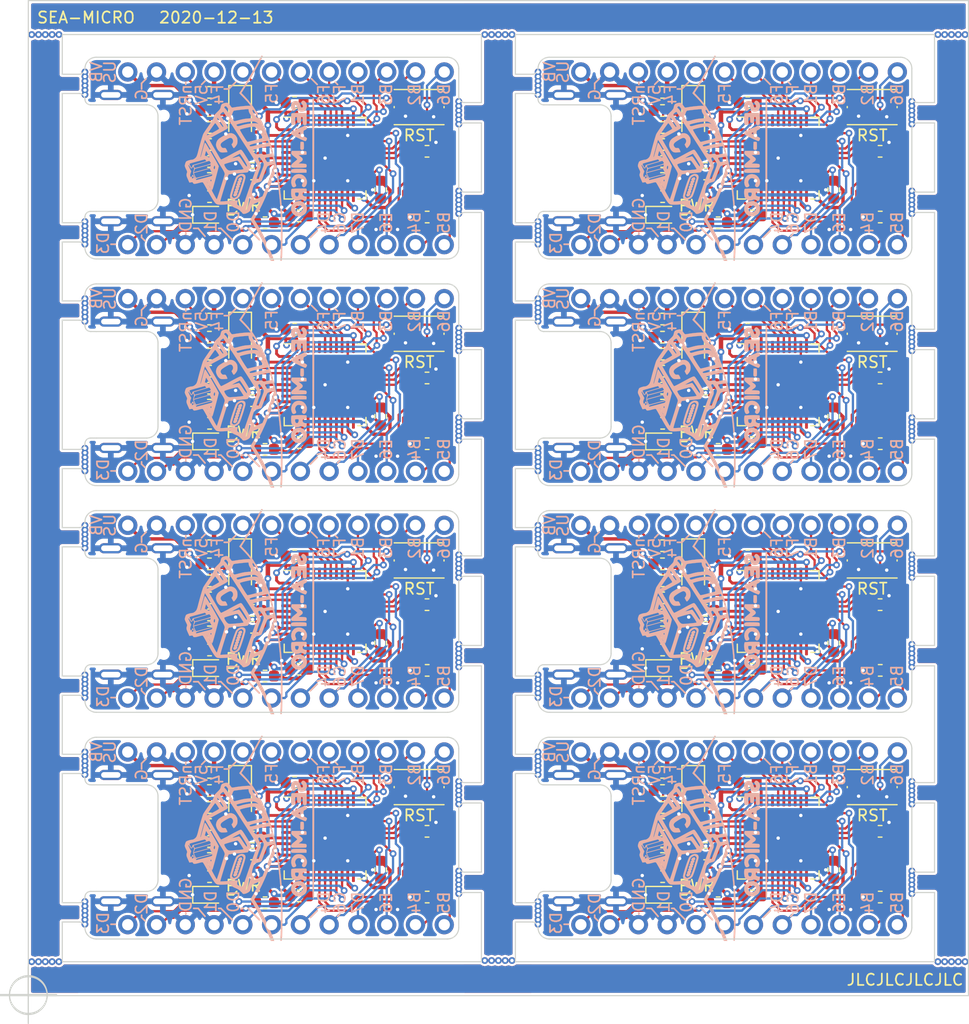
<source format=kicad_pcb>
(kicad_pcb (version 20171130) (host pcbnew 5.1.6-c6e7f7d~87~ubuntu20.04.1)
  (title_block (rev 0) (company "Josh Johnson"))
  (layers (0 F.Cu signal) (31 B.Cu signal) (34 B.Paste user) (35 F.Paste user) (36 B.SilkS user) (37 F.SilkS user) (38 B.Mask user) (39 F.Mask user) (44 Edge.Cuts user))
  (net 0 "")
  (net 1 GND)
  (net 2 "Net-(C1-Pad1)")
  (net 3 "Net-(C2-Pad1)")
  (net 4 "Net-(C3-Pad1)")
  (net 5 "Net-(C4-Pad1)")
  (net 6 +5V)
  (net 7 VBUS)
  (net 8 "Net-(D2-Pad2)")
  (net 9 "Net-(F1-Pad2)")
  (net 10 "Net-(J1-PadA5)")
  (net 11 "Net-(J1-PadB5)")
  (net 12 /nRST)
  (net 13 /USB_D+)
  (net 14 /USB_D-)
  (net 15 /PD3)
  (net 16 /PD2)
  (net 17 /PD1)
  (net 18 /PD0)
  (net 19 /PD4)
  (net 20 /PC6)
  (net 21 /PD7)
  (net 22 /PE6)
  (net 23 /PB4)
  (net 24 /PB5)
  (net 25 /PB6)
  (net 26 /PB2)
  (net 27 /PB3)
  (net 28 /PB1)
  (net 29 /PF7)
  (net 30 /PF6)
  (net 31 /PF5)
  (net 32 /PF4)
  (net 33 /D+)
  (net 34 /D-)
  (module Resistor_SMD:R_0603_1608Metric (layer F.Cu) (at 90.6875 61.3 180)
    (fp_text reference R2 hide)
    (fp_text value 5K1)
    (pad 2 smd roundrect (at 0.7875 0 180) (size 0.875 0.95) (layers F.Cu F.Paste F.Mask) (net 11 "Net-(J1-PadB5)"))
    (pad 1 smd roundrect (at -0.7875 0 180) (size 0.875 0.95) (layers F.Cu F.Paste F.Mask) (net 1 GND))
  )
  (module josh-oscillators:Crystal_SMD_3225-4Pin_3.2x2.5mm (layer F.Cu) (at 109.7 81.8 270)
    (fp_text reference Y1 hide)
    (fp_text value 16MHz)
    (pad 4 smd roundrect (at -1.1 -0.85 270) (size 1.4 1.2) (layers F.Cu F.Paste F.Mask) (net 1 GND))
    (pad 3 smd roundrect (at 1.1 -0.85 270) (size 1.4 1.2) (layers F.Cu F.Paste F.Mask) (net 3 "Net-(C2-Pad1)"))
    (pad 2 smd roundrect (at 1.1 0.85 270) (size 1.4 1.2) (layers F.Cu F.Paste F.Mask) (net 1 GND))
    (pad 1 smd roundrect (at -1.1 0.85 270) (size 1.4 1.2) (layers F.Cu F.Paste F.Mask) (net 2 "Net-(C1-Pad1)"))
  )
  (module LED_SMD:LED_0603_1608Metric (layer F.Cu) (at 90.7 84.5)
    (fp_text reference D2 hide)
    (fp_text value LED)
    (pad 1 smd roundrect (at -0.7875 0) (size 0.875 0.95) (layers F.Cu F.Paste F.Mask) (net 1 GND))
    (pad 2 smd roundrect (at 0.7875 0) (size 0.875 0.95) (layers F.Cu F.Paste F.Mask) (net 8 "Net-(D2-Pad2)"))
  )
  (module Capacitor_SMD:C_0603_1608Metric (layer F.Cu) (at 95.6 65.2 180)
    (fp_text reference C6 hide)
    (fp_text value 1u)
    (pad 2 smd roundrect (at 0.7875 0 180) (size 0.875 0.95) (layers F.Cu F.Paste F.Mask) (net 1 GND))
    (pad 1 smd roundrect (at -0.7875 0 180) (size 0.875 0.95) (layers F.Cu F.Paste F.Mask) (net 6 +5V))
  )
  (module Resistor_SMD:R_0603_1608Metric (layer F.Cu) (at 90.7 56.8 180)
    (fp_text reference R1 hide)
    (fp_text value 5K1)
    (pad 2 smd roundrect (at 0.7875 0 180) (size 0.875 0.95) (layers F.Cu F.Paste F.Mask) (net 10 "Net-(J1-PadA5)"))
    (pad 1 smd roundrect (at -0.7875 0 180) (size 0.875 0.95) (layers F.Cu F.Paste F.Mask) (net 1 GND))
  )
  (module Capacitor_SMD:C_0603_1608Metric (layer F.Cu) (at 95.6 85.2 180)
    (fp_text reference C6 hide)
    (fp_text value 1u)
    (pad 2 smd roundrect (at 0.7875 0 180) (size 0.875 0.95) (layers F.Cu F.Paste F.Mask) (net 1 GND))
    (pad 1 smd roundrect (at -0.7875 0 180) (size 0.875 0.95) (layers F.Cu F.Paste F.Mask) (net 6 +5V))
  )
  (module Capacitor_SMD:C_0603_1608Metric (layer F.Cu) (at 98.2125 54.6 180)
    (fp_text reference C3 hide)
    (fp_text value 100n)
    (pad 2 smd roundrect (at 0.7875 0 180) (size 0.875 0.95) (layers F.Cu F.Paste F.Mask) (net 1 GND))
    (pad 1 smd roundrect (at -0.7875 0 180) (size 0.875 0.95) (layers F.Cu F.Paste F.Mask) (net 4 "Net-(C3-Pad1)"))
  )
  (module Capacitor_SMD:C_0603_1608Metric (layer F.Cu) (at 94.5 40.9)
    (fp_text reference C5 hide)
    (fp_text value 1u)
    (pad 2 smd roundrect (at 0.7875 0) (size 0.875 0.95) (layers F.Cu F.Paste F.Mask) (net 7 VBUS))
    (pad 1 smd roundrect (at -0.7875 0) (size 0.875 0.95) (layers F.Cu F.Paste F.Mask) (net 1 GND))
  )
  (module Capacitor_SMD:C_0603_1608Metric (layer F.Cu) (at 94.4875 59.4 180)
    (fp_text reference C4 hide)
    (fp_text value 1u)
    (pad 2 smd roundrect (at 0.7875 0 180) (size 0.875 0.95) (layers F.Cu F.Paste F.Mask) (net 1 GND))
    (pad 1 smd roundrect (at -0.7875 0 180) (size 0.875 0.95) (layers F.Cu F.Paste F.Mask) (net 5 "Net-(C4-Pad1)"))
  )
  (module Capacitor_SMD:C_0603_1608Metric (layer F.Cu) (at 98.6125 84.6 180)
    (fp_text reference C8 hide)
    (fp_text value 100n)
    (pad 2 smd roundrect (at 0.7875 0 180) (size 0.875 0.95) (layers F.Cu F.Paste F.Mask) (net 1 GND))
    (pad 1 smd roundrect (at -0.7875 0 180) (size 0.875 0.95) (layers F.Cu F.Paste F.Mask) (net 6 +5V))
  )
  (module Resistor_SMD:R_0603_1608Metric (layer F.Cu) (at 90.7 38.3 180)
    (fp_text reference R6 hide)
    (fp_text value 22R)
    (pad 1 smd roundrect (at -0.7875 0 180) (size 0.875 0.95) (layers F.Cu F.Paste F.Mask) (net 34 /D-))
    (pad 2 smd roundrect (at 0.7875 0 180) (size 0.875 0.95) (layers F.Cu F.Paste F.Mask) (net 14 /USB_D-))
  )
  (module Resistor_SMD:R_0603_1608Metric (layer F.Cu) (at 90.7 98.3 180)
    (fp_text reference R6 hide)
    (fp_text value 22R)
    (pad 1 smd roundrect (at -0.7875 0 180) (size 0.875 0.95) (layers F.Cu F.Paste F.Mask) (net 34 /D-))
    (pad 2 smd roundrect (at 0.7875 0 180) (size 0.875 0.95) (layers F.Cu F.Paste F.Mask) (net 14 /USB_D-))
  )
  (module Capacitor_SMD:C_0603_1608Metric (layer F.Cu) (at 105.8 82.2875 270)
    (fp_text reference C7 hide)
    (fp_text value 100n)
    (pad 2 smd roundrect (at 0.7875 0 270) (size 0.875 0.95) (layers F.Cu F.Paste F.Mask) (net 1 GND))
    (pad 1 smd roundrect (at -0.7875 0 270) (size 0.875 0.95) (layers F.Cu F.Paste F.Mask) (net 6 +5V))
  )
  (module josh-logos:OSHW_Logo_3.6x3.6_F.Mask (layer B.Cu) (at 102.7 39.5 270)
    (fp_text reference LOGO1 hide)
    (fp_text value Logo_Open_Hardware_Small hide)
  )
  (module Resistor_SMD:R_0603_1608Metric (layer F.Cu) (at 90.6875 101.3 180)
    (fp_text reference R2 hide)
    (fp_text value 5K1)
    (pad 2 smd roundrect (at 0.7875 0 180) (size 0.875 0.95) (layers F.Cu F.Paste F.Mask) (net 11 "Net-(J1-PadB5)"))
    (pad 1 smd roundrect (at -0.7875 0 180) (size 0.875 0.95) (layers F.Cu F.Paste F.Mask) (net 1 GND))
  )
  (module josh-passives-smt:D_SOD-123F (layer F.Cu) (at 93.4 95.5 270)
    (fp_text reference D1 hide)
    (fp_text value B5817WL)
    (pad 2 smd roundrect (at 1.6 0 270) (size 1.2 1.2) (layers F.Cu F.Paste F.Mask) (net 7 VBUS))
    (pad 1 smd roundrect (at -1.6 0 270) (size 1.2 1.2) (layers F.Cu F.Paste F.Mask) (net 6 +5V))
  )
  (module Capacitor_SMD:C_0603_1608Metric (layer F.Cu) (at 105.8 102.2875 270)
    (fp_text reference C7 hide)
    (fp_text value 100n)
    (pad 2 smd roundrect (at 0.7875 0 270) (size 0.875 0.95) (layers F.Cu F.Paste F.Mask) (net 1 GND))
    (pad 1 smd roundrect (at -0.7875 0 270) (size 0.875 0.95) (layers F.Cu F.Paste F.Mask) (net 6 +5V))
  )
  (module josh-passives-smt:D_SOD-123F (layer F.Cu) (at 93.4 35.5 270)
    (fp_text reference D1 hide)
    (fp_text value B5817WL)
    (pad 2 smd roundrect (at 1.6 0 270) (size 1.2 1.2) (layers F.Cu F.Paste F.Mask) (net 7 VBUS))
    (pad 1 smd roundrect (at -1.6 0 270) (size 1.2 1.2) (layers F.Cu F.Paste F.Mask) (net 6 +5V))
  )
  (module josh-passives-smt:Fuse_0603_1608Metric (layer F.Cu) (at 90.6875 75.3 180)
    (fp_text reference F1 hide)
    (fp_text value 500mA)
    (pad 2 smd roundrect (at 0.7875 0 180) (size 0.875 0.95) (layers F.Cu F.Paste F.Mask) (net 9 "Net-(F1-Pad2)"))
    (pad 1 smd roundrect (at -0.7875 0 180) (size 0.875 0.95) (layers F.Cu F.Paste F.Mask) (net 7 VBUS))
  )
  (module josh-logos:OSHW_Logo_3.6x3.6_F.Mask (layer B.Cu) (at 102.7 59.5 270)
    (fp_text reference LOGO1 hide)
    (fp_text value Logo_Open_Hardware_Small hide)
  )
  (module josh-buttons-switches:SW_Push_KMR2 (layer F.Cu) (at 109.2 35 180)
    (fp_text reference SW1 hide)
    (fp_text value KMR2)
    (pad 2 smd roundrect (at 2.05 0.8 180) (size 0.9 1) (layers F.Cu F.Paste F.Mask) (net 12 /nRST))
    (pad 1 smd roundrect (at 2.05 -0.8 180) (size 0.9 1) (layers F.Cu F.Paste F.Mask) (net 1 GND))
    (pad 2 smd roundrect (at -2.05 0.8 180) (size 0.9 1) (layers F.Cu F.Paste F.Mask) (net 12 /nRST))
    (pad 1 smd roundrect (at -2.05 -0.8 180) (size 0.9 1) (layers F.Cu F.Paste F.Mask) (net 1 GND))
  )
  (module josh-passives-smt:Fuse_0603_1608Metric (layer F.Cu) (at 90.6875 95.3 180)
    (fp_text reference F1 hide)
    (fp_text value 500mA)
    (pad 2 smd roundrect (at 0.7875 0 180) (size 0.875 0.95) (layers F.Cu F.Paste F.Mask) (net 9 "Net-(F1-Pad2)"))
    (pad 1 smd roundrect (at -0.7875 0 180) (size 0.875 0.95) (layers F.Cu F.Paste F.Mask) (net 7 VBUS))
  )
  (module josh-oscillators:Crystal_SMD_3225-4Pin_3.2x2.5mm (layer F.Cu) (at 109.7 41.8 270)
    (fp_text reference Y1 hide)
    (fp_text value 16MHz)
    (pad 4 smd roundrect (at -1.1 -0.85 270) (size 1.4 1.2) (layers F.Cu F.Paste F.Mask) (net 1 GND))
    (pad 3 smd roundrect (at 1.1 -0.85 270) (size 1.4 1.2) (layers F.Cu F.Paste F.Mask) (net 3 "Net-(C2-Pad1)"))
    (pad 2 smd roundrect (at 1.1 0.85 270) (size 1.4 1.2) (layers F.Cu F.Paste F.Mask) (net 1 GND))
    (pad 1 smd roundrect (at -1.1 0.85 270) (size 1.4 1.2) (layers F.Cu F.Paste F.Mask) (net 2 "Net-(C1-Pad1)"))
  )
  (module Capacitor_SMD:C_0603_1608Metric (layer F.Cu) (at 109.9125 104.7 180)
    (fp_text reference C2 hide)
    (fp_text value 15p)
    (pad 2 smd roundrect (at 0.7875 0 180) (size 0.875 0.95) (layers F.Cu F.Paste F.Mask) (net 1 GND))
    (pad 1 smd roundrect (at -0.7875 0 180) (size 0.875 0.95) (layers F.Cu F.Paste F.Mask) (net 3 "Net-(C2-Pad1)"))
  )
  (module LED_SMD:LED_0603_1608Metric (layer F.Cu) (at 90.7 44.5)
    (fp_text reference D2 hide)
    (fp_text value LED)
    (pad 1 smd roundrect (at -0.7875 0) (size 0.875 0.95) (layers F.Cu F.Paste F.Mask) (net 1 GND))
    (pad 2 smd roundrect (at 0.7875 0) (size 0.875 0.95) (layers F.Cu F.Paste F.Mask) (net 8 "Net-(D2-Pad2)"))
  )
  (module Resistor_SMD:R_0603_1608Metric (layer F.Cu) (at 90.7 78.3 180)
    (fp_text reference R6 hide)
    (fp_text value 22R)
    (pad 1 smd roundrect (at -0.7875 0 180) (size 0.875 0.95) (layers F.Cu F.Paste F.Mask) (net 34 /D-))
    (pad 2 smd roundrect (at 0.7875 0 180) (size 0.875 0.95) (layers F.Cu F.Paste F.Mask) (net 14 /USB_D-))
  )
  (module Capacitor_SMD:C_0603_1608Metric (layer F.Cu) (at 109.9 78.9)
    (fp_text reference C1 hide)
    (fp_text value 15p)
    (pad 2 smd roundrect (at 0.7875 0) (size 0.875 0.95) (layers F.Cu F.Paste F.Mask) (net 1 GND))
    (pad 1 smd roundrect (at -0.7875 0) (size 0.875 0.95) (layers F.Cu F.Paste F.Mask) (net 2 "Net-(C1-Pad1)"))
  )
  (module josh-oscillators:Crystal_SMD_3225-4Pin_3.2x2.5mm (layer F.Cu) (at 109.7 101.8 270)
    (fp_text reference Y1 hide)
    (fp_text value 16MHz)
    (pad 4 smd roundrect (at -1.1 -0.85 270) (size 1.4 1.2) (layers F.Cu F.Paste F.Mask) (net 1 GND))
    (pad 3 smd roundrect (at 1.1 -0.85 270) (size 1.4 1.2) (layers F.Cu F.Paste F.Mask) (net 3 "Net-(C2-Pad1)"))
    (pad 2 smd roundrect (at 1.1 0.85 270) (size 1.4 1.2) (layers F.Cu F.Paste F.Mask) (net 1 GND))
    (pad 1 smd roundrect (at -1.1 0.85 270) (size 1.4 1.2) (layers F.Cu F.Paste F.Mask) (net 2 "Net-(C1-Pad1)"))
  )
  (module Resistor_SMD:R_0603_1608Metric (layer F.Cu) (at 90.7 58.3 180)
    (fp_text reference R6 hide)
    (fp_text value 22R)
    (pad 1 smd roundrect (at -0.7875 0 180) (size 0.875 0.95) (layers F.Cu F.Paste F.Mask) (net 34 /D-))
    (pad 2 smd roundrect (at 0.7875 0 180) (size 0.875 0.95) (layers F.Cu F.Paste F.Mask) (net 14 /USB_D-))
  )
  (module josh-connectors:Castellated_Short_P2.54x12 (layer F.Cu) (at 111.42 47.14 270)
    (fp_text reference J2 hide)
    (fp_text value "0.1\" x 12")
    (pad 12 thru_hole circle (at 0 27.94 270) (size 1.7 1.7) (drill 1) (layers *.Cu *.Mask) (net 15 /PD3))
    (pad 11 thru_hole circle (at 0 25.4 270) (size 1.7 1.7) (drill 1) (layers *.Cu *.Mask) (net 16 /PD2))
    (pad 10 thru_hole circle (at 0 22.86 270) (size 1.7 1.7) (drill 1) (layers *.Cu *.Mask) (net 1 GND))
    (pad 9 thru_hole circle (at 0 20.32 270) (size 1.7 1.7) (drill 1) (layers *.Cu *.Mask) (net 1 GND))
    (pad 8 thru_hole circle (at 0 17.78 270) (size 1.7 1.7) (drill 1) (layers *.Cu *.Mask) (net 17 /PD1))
    (pad 7 thru_hole circle (at 0 15.24 270) (size 1.7 1.7) (drill 1) (layers *.Cu *.Mask) (net 18 /PD0))
    (pad 6 thru_hole circle (at 0 12.7 270) (size 1.7 1.7) (drill 1) (layers *.Cu *.Mask) (net 19 /PD4))
    (pad 5 thru_hole circle (at 0 10.16 270) (size 1.7 1.7) (drill 1) (layers *.Cu *.Mask) (net 20 /PC6))
    (pad 4 thru_hole circle (at 0 7.62 270) (size 1.7 1.7) (drill 1) (layers *.Cu *.Mask) (net 21 /PD7))
    (pad 3 thru_hole circle (at 0 5.08 270) (size 1.7 1.7) (drill 1) (layers *.Cu *.Mask) (net 22 /PE6))
    (pad 2 thru_hole circle (at 0 2.54 270) (size 1.7 1.7) (drill 1) (layers *.Cu *.Mask) (net 23 /PB4))
    (pad 1 thru_hole circle (at 0 0 270) (size 1.7 1.7) (drill 1) (layers *.Cu *.Mask) (net 24 /PB5))
  )
  (module Capacitor_SMD:C_0603_1608Metric (layer F.Cu) (at 94.4875 79.4 180)
    (fp_text reference C4 hide)
    (fp_text value 1u)
    (pad 2 smd roundrect (at 0.7875 0 180) (size 0.875 0.95) (layers F.Cu F.Paste F.Mask) (net 1 GND))
    (pad 1 smd roundrect (at -0.7875 0 180) (size 0.875 0.95) (layers F.Cu F.Paste F.Mask) (net 5 "Net-(C4-Pad1)"))
  )
  (module Resistor_SMD:R_0603_1608Metric (layer F.Cu) (at 90.7 62.9 180)
    (fp_text reference R3 hide)
    (fp_text value 5K1)
    (pad 2 smd roundrect (at 0.7875 0 180) (size 0.875 0.95) (layers F.Cu F.Paste F.Mask) (net 8 "Net-(D2-Pad2)"))
    (pad 1 smd roundrect (at -0.7875 0 180) (size 0.875 0.95) (layers F.Cu F.Paste F.Mask) (net 6 +5V))
  )
  (module Resistor_SMD:R_0603_1608Metric (layer F.Cu) (at 90.7 76.8 180)
    (fp_text reference R1 hide)
    (fp_text value 5K1)
    (pad 2 smd roundrect (at 0.7875 0 180) (size 0.875 0.95) (layers F.Cu F.Paste F.Mask) (net 10 "Net-(J1-PadA5)"))
    (pad 1 smd roundrect (at -0.7875 0 180) (size 0.875 0.95) (layers F.Cu F.Paste F.Mask) (net 1 GND))
  )
  (module josh-connectors:Castellated_Short_P2.54x12 (layer F.Cu) (at 111.42 107.14 270)
    (fp_text reference J2 hide)
    (fp_text value "0.1\" x 12")
    (pad 12 thru_hole circle (at 0 27.94 270) (size 1.7 1.7) (drill 1) (layers *.Cu *.Mask) (net 15 /PD3))
    (pad 11 thru_hole circle (at 0 25.4 270) (size 1.7 1.7) (drill 1) (layers *.Cu *.Mask) (net 16 /PD2))
    (pad 10 thru_hole circle (at 0 22.86 270) (size 1.7 1.7) (drill 1) (layers *.Cu *.Mask) (net 1 GND))
    (pad 9 thru_hole circle (at 0 20.32 270) (size 1.7 1.7) (drill 1) (layers *.Cu *.Mask) (net 1 GND))
    (pad 8 thru_hole circle (at 0 17.78 270) (size 1.7 1.7) (drill 1) (layers *.Cu *.Mask) (net 17 /PD1))
    (pad 7 thru_hole circle (at 0 15.24 270) (size 1.7 1.7) (drill 1) (layers *.Cu *.Mask) (net 18 /PD0))
    (pad 6 thru_hole circle (at 0 12.7 270) (size 1.7 1.7) (drill 1) (layers *.Cu *.Mask) (net 19 /PD4))
    (pad 5 thru_hole circle (at 0 10.16 270) (size 1.7 1.7) (drill 1) (layers *.Cu *.Mask) (net 20 /PC6))
    (pad 4 thru_hole circle (at 0 7.62 270) (size 1.7 1.7) (drill 1) (layers *.Cu *.Mask) (net 21 /PD7))
    (pad 3 thru_hole circle (at 0 5.08 270) (size 1.7 1.7) (drill 1) (layers *.Cu *.Mask) (net 22 /PE6))
    (pad 2 thru_hole circle (at 0 2.54 270) (size 1.7 1.7) (drill 1) (layers *.Cu *.Mask) (net 23 /PB4))
    (pad 1 thru_hole circle (at 0 0 270) (size 1.7 1.7) (drill 1) (layers *.Cu *.Mask) (net 24 /PB5))
  )
  (module Capacitor_SMD:C_0603_1608Metric (layer F.Cu) (at 94.5 80.9)
    (fp_text reference C5 hide)
    (fp_text value 1u)
    (pad 2 smd roundrect (at 0.7875 0) (size 0.875 0.95) (layers F.Cu F.Paste F.Mask) (net 7 VBUS))
    (pad 1 smd roundrect (at -0.7875 0) (size 0.875 0.95) (layers F.Cu F.Paste F.Mask) (net 1 GND))
  )
  (module Capacitor_SMD:C_0603_1608Metric (layer F.Cu) (at 109.9125 44.7 180)
    (fp_text reference C2 hide)
    (fp_text value 15p)
    (pad 2 smd roundrect (at 0.7875 0 180) (size 0.875 0.95) (layers F.Cu F.Paste F.Mask) (net 1 GND))
    (pad 1 smd roundrect (at -0.7875 0 180) (size 0.875 0.95) (layers F.Cu F.Paste F.Mask) (net 3 "Net-(C2-Pad1)"))
  )
  (module josh-connectors:USB_C_TYPE-C-31-M-14 (layer F.Cu) (at 85 99.5 270)
    (fp_text reference J1 hide)
    (fp_text value USB_C_Receptacle_USB2.0)
    (fp_line (start -3.7 -1.15) (end 3.7 -1.15) (layer Edge.Cuts) (width 0.1))
    (fp_line (start -4.7 4.3) (end -4.7 -0.15) (layer Edge.Cuts) (width 0.1))
    (fp_line (start 4.7 4.3) (end 4.7 -0.15) (layer Edge.Cuts) (width 0.1))
    (fp_arc (start -3.7 -0.15) (end -4.7 -0.15) (angle 90) (layer Edge.Cuts) (width 0.1))
    (fp_arc (start 3.7 -0.15) (end 4.7 -0.15) (angle -90) (layer Edge.Cuts) (width 0.1))
    (pad S1 thru_hole oval (at 5.575 3.02 270) (size 0.9 2.1) (drill oval 0.5 1.7) (layers *.Cu *.Mask F.Paste) (net 1 GND))
    (pad S1 thru_hole oval (at -5.575 3.02 270) (size 0.9 2.1) (drill oval 0.5 1.7) (layers *.Cu *.Mask F.Paste) (net 1 GND))
    (pad A12 smd rect (at 3.3 -2.86 270) (size 0.6 1.1) (layers F.Cu F.Paste F.Mask) (net 1 GND) (clearance 0.01))
    (pad B1 smd rect (at 3.3 -2.86 270) (size 0.6 1.1) (layers F.Cu F.Paste F.Mask) (net 1 GND) (clearance 0.01))
    (pad B4 smd rect (at 2.45 -2.86 270) (size 0.6 1.1) (layers F.Cu F.Paste F.Mask) (net 9 "Net-(F1-Pad2)") (clearance 0.01))
    (pad A9 smd rect (at 2.45 -2.86 270) (size 0.6 1.1) (layers F.Cu F.Paste F.Mask) (net 9 "Net-(F1-Pad2)") (clearance 0.01))
    (pad B9 smd rect (at -2.45 -2.86 270) (size 0.6 1.1) (layers F.Cu F.Paste F.Mask) (net 9 "Net-(F1-Pad2)") (clearance 0.01))
    (pad A4 smd rect (at -2.45 -2.86 270) (size 0.6 1.1) (layers F.Cu F.Paste F.Mask) (net 9 "Net-(F1-Pad2)") (clearance 0.01))
    (pad B12 smd rect (at -3.3 -2.86 270) (size 0.6 1.1) (layers F.Cu F.Paste F.Mask) (net 1 GND) (clearance 0.01))
    (pad A1 smd rect (at -3.3 -2.86 270) (size 0.6 1.1) (layers F.Cu F.Paste F.Mask) (net 1 GND) (clearance 0.01))
    (pad A6 smd rect (at -0.25 -2.86 270) (size 0.3 1.1) (layers F.Cu F.Paste F.Mask) (net 13 /USB_D+))
    (pad A5 smd rect (at -1.25 -2.86 270) (size 0.3 1.1) (layers F.Cu F.Paste F.Mask) (net 10 "Net-(J1-PadA5)"))
    (pad B8 smd rect (at -1.75 -2.86 270) (size 0.3 1.1) (layers F.Cu F.Paste F.Mask))
    (pad B7 smd rect (at -0.75 -2.86 270) (size 0.3 1.1) (layers F.Cu F.Paste F.Mask) (net 14 /USB_D-))
    (pad B5 smd rect (at 1.75 -2.86 270) (size 0.3 1.1) (layers F.Cu F.Paste F.Mask) (net 11 "Net-(J1-PadB5)"))
    (pad A8 smd rect (at 1.25 -2.86 270) (size 0.3 1.1) (layers F.Cu F.Paste F.Mask))
    (pad B6 smd rect (at 0.75 -2.86 270) (size 0.3 1.1) (layers F.Cu F.Paste F.Mask) (net 13 /USB_D+))
    (pad A7 smd rect (at 0.25 -2.86 270) (size 0.3 1.1) (layers F.Cu F.Paste F.Mask) (net 14 /USB_D-))
    (pad "" np_thru_hole circle (at 3.75 -1.66 270) (size 0.65 0.65) (drill 0.65) (layers *.Cu *.Mask) (clearance 0.01))
    (pad "" np_thru_hole circle (at -3.75 -1.66 270) (size 0.65 0.65) (drill 0.65) (layers *.Cu *.Mask) (clearance 0.01))
    (pad S1 thru_hole oval (at 5.575 -1.58 270) (size 0.9 2.1) (drill oval 0.5 1.7) (layers *.Cu *.Mask F.Paste) (net 1 GND))
    (pad S1 thru_hole oval (at -5.575 -1.58 270) (size 0.9 2.1) (drill oval 0.5 1.7) (layers *.Cu *.Mask) (net 1 GND))
  )
  (module josh-buttons-switches:SW_Push_KMR2 (layer F.Cu) (at 109.2 95 180)
    (fp_text reference SW1 hide)
    (fp_text value KMR2)
    (pad 2 smd roundrect (at 2.05 0.8 180) (size 0.9 1) (layers F.Cu F.Paste F.Mask) (net 12 /nRST))
    (pad 1 smd roundrect (at 2.05 -0.8 180) (size 0.9 1) (layers F.Cu F.Paste F.Mask) (net 1 GND))
    (pad 2 smd roundrect (at -2.05 0.8 180) (size 0.9 1) (layers F.Cu F.Paste F.Mask) (net 12 /nRST))
    (pad 1 smd roundrect (at -2.05 -0.8 180) (size 0.9 1) (layers F.Cu F.Paste F.Mask) (net 1 GND))
  )
  (module LED_SMD:LED_0603_1608Metric (layer F.Cu) (at 90.7 64.5)
    (fp_text reference D2 hide)
    (fp_text value LED)
    (pad 1 smd roundrect (at -0.7875 0) (size 0.875 0.95) (layers F.Cu F.Paste F.Mask) (net 1 GND))
    (pad 2 smd roundrect (at 0.7875 0) (size 0.875 0.95) (layers F.Cu F.Paste F.Mask) (net 8 "Net-(D2-Pad2)"))
  )
  (module Capacitor_SMD:C_0603_1608Metric (layer F.Cu) (at 105.8 62.2875 270)
    (fp_text reference C7 hide)
    (fp_text value 100n)
    (pad 2 smd roundrect (at 0.7875 0 270) (size 0.875 0.95) (layers F.Cu F.Paste F.Mask) (net 1 GND))
    (pad 1 smd roundrect (at -0.7875 0 270) (size 0.875 0.95) (layers F.Cu F.Paste F.Mask) (net 6 +5V))
  )
  (module Resistor_SMD:R_0603_1608Metric (layer F.Cu) (at 90.6875 41.3 180)
    (fp_text reference R2 hide)
    (fp_text value 5K1)
    (pad 2 smd roundrect (at 0.7875 0 180) (size 0.875 0.95) (layers F.Cu F.Paste F.Mask) (net 11 "Net-(J1-PadB5)"))
    (pad 1 smd roundrect (at -0.7875 0 180) (size 0.875 0.95) (layers F.Cu F.Paste F.Mask) (net 1 GND))
  )
  (module josh-logos:sea-micro-silk (layer B.Cu) (at 94.3 99.5 270)
    (fp_text reference SYM1 hide)
    (fp_text value SYM_Radio_Waves_Large hide)
  )
  (module Capacitor_SMD:C_0603_1608Metric (layer F.Cu) (at 94.5 100.9)
    (fp_text reference C5 hide)
    (fp_text value 1u)
    (pad 2 smd roundrect (at 0.7875 0) (size 0.875 0.95) (layers F.Cu F.Paste F.Mask) (net 7 VBUS))
    (pad 1 smd roundrect (at -0.7875 0) (size 0.875 0.95) (layers F.Cu F.Paste F.Mask) (net 1 GND))
  )
  (module Resistor_SMD:R_0603_1608Metric (layer F.Cu) (at 90.7 39.8 180)
    (fp_text reference R5 hide)
    (fp_text value 22R)
    (pad 1 smd roundrect (at -0.7875 0 180) (size 0.875 0.95) (layers F.Cu F.Paste F.Mask) (net 33 /D+))
    (pad 2 smd roundrect (at 0.7875 0 180) (size 0.875 0.95) (layers F.Cu F.Paste F.Mask) (net 13 /USB_D+))
  )
  (module josh-buttons-switches:SW_Push_KMR2 (layer F.Cu) (at 109.2 75 180)
    (fp_text reference SW1 hide)
    (fp_text value KMR2)
    (pad 2 smd roundrect (at 2.05 0.8 180) (size 0.9 1) (layers F.Cu F.Paste F.Mask) (net 12 /nRST))
    (pad 1 smd roundrect (at 2.05 -0.8 180) (size 0.9 1) (layers F.Cu F.Paste F.Mask) (net 1 GND))
    (pad 2 smd roundrect (at -2.05 0.8 180) (size 0.9 1) (layers F.Cu F.Paste F.Mask) (net 12 /nRST))
    (pad 1 smd roundrect (at -2.05 -0.8 180) (size 0.9 1) (layers F.Cu F.Paste F.Mask) (net 1 GND))
  )
  (module josh-buttons-switches:SW_Push_KMR2 (layer F.Cu) (at 109.2 55 180)
    (fp_text reference SW1 hide)
    (fp_text value KMR2)
    (pad 2 smd roundrect (at 2.05 0.8 180) (size 0.9 1) (layers F.Cu F.Paste F.Mask) (net 12 /nRST))
    (pad 1 smd roundrect (at 2.05 -0.8 180) (size 0.9 1) (layers F.Cu F.Paste F.Mask) (net 1 GND))
    (pad 2 smd roundrect (at -2.05 0.8 180) (size 0.9 1) (layers F.Cu F.Paste F.Mask) (net 12 /nRST))
    (pad 1 smd roundrect (at -2.05 -0.8 180) (size 0.9 1) (layers F.Cu F.Paste F.Mask) (net 1 GND))
  )
  (module josh-connectors:USB_C_TYPE-C-31-M-14 (layer F.Cu) (at 85 59.5 270)
    (fp_text reference J1 hide)
    (fp_text value USB_C_Receptacle_USB2.0)
    (fp_line (start -3.7 -1.15) (end 3.7 -1.15) (layer Edge.Cuts) (width 0.1))
    (fp_line (start -4.7 4.3) (end -4.7 -0.15) (layer Edge.Cuts) (width 0.1))
    (fp_line (start 4.7 4.3) (end 4.7 -0.15) (layer Edge.Cuts) (width 0.1))
    (fp_arc (start -3.7 -0.15) (end -4.7 -0.15) (angle 90) (layer Edge.Cuts) (width 0.1))
    (fp_arc (start 3.7 -0.15) (end 4.7 -0.15) (angle -90) (layer Edge.Cuts) (width 0.1))
    (pad S1 thru_hole oval (at 5.575 3.02 270) (size 0.9 2.1) (drill oval 0.5 1.7) (layers *.Cu *.Mask F.Paste) (net 1 GND))
    (pad S1 thru_hole oval (at -5.575 3.02 270) (size 0.9 2.1) (drill oval 0.5 1.7) (layers *.Cu *.Mask F.Paste) (net 1 GND))
    (pad A12 smd rect (at 3.3 -2.86 270) (size 0.6 1.1) (layers F.Cu F.Paste F.Mask) (net 1 GND) (clearance 0.01))
    (pad B1 smd rect (at 3.3 -2.86 270) (size 0.6 1.1) (layers F.Cu F.Paste F.Mask) (net 1 GND) (clearance 0.01))
    (pad B4 smd rect (at 2.45 -2.86 270) (size 0.6 1.1) (layers F.Cu F.Paste F.Mask) (net 9 "Net-(F1-Pad2)") (clearance 0.01))
    (pad A9 smd rect (at 2.45 -2.86 270) (size 0.6 1.1) (layers F.Cu F.Paste F.Mask) (net 9 "Net-(F1-Pad2)") (clearance 0.01))
    (pad B9 smd rect (at -2.45 -2.86 270) (size 0.6 1.1) (layers F.Cu F.Paste F.Mask) (net 9 "Net-(F1-Pad2)") (clearance 0.01))
    (pad A4 smd rect (at -2.45 -2.86 270) (size 0.6 1.1) (layers F.Cu F.Paste F.Mask) (net 9 "Net-(F1-Pad2)") (clearance 0.01))
    (pad B12 smd rect (at -3.3 -2.86 270) (size 0.6 1.1) (layers F.Cu F.Paste F.Mask) (net 1 GND) (clearance 0.01))
    (pad A1 smd rect (at -3.3 -2.86 270) (size 0.6 1.1) (layers F.Cu F.Paste F.Mask) (net 1 GND) (clearance 0.01))
    (pad A6 smd rect (at -0.25 -2.86 270) (size 0.3 1.1) (layers F.Cu F.Paste F.Mask) (net 13 /USB_D+))
    (pad A5 smd rect (at -1.25 -2.86 270) (size 0.3 1.1) (layers F.Cu F.Paste F.Mask) (net 10 "Net-(J1-PadA5)"))
    (pad B8 smd rect (at -1.75 -2.86 270) (size 0.3 1.1) (layers F.Cu F.Paste F.Mask))
    (pad B7 smd rect (at -0.75 -2.86 270) (size 0.3 1.1) (layers F.Cu F.Paste F.Mask) (net 14 /USB_D-))
    (pad B5 smd rect (at 1.75 -2.86 270) (size 0.3 1.1) (layers F.Cu F.Paste F.Mask) (net 11 "Net-(J1-PadB5)"))
    (pad A8 smd rect (at 1.25 -2.86 270) (size 0.3 1.1) (layers F.Cu F.Paste F.Mask))
    (pad B6 smd rect (at 0.75 -2.86 270) (size 0.3 1.1) (layers F.Cu F.Paste F.Mask) (net 13 /USB_D+))
    (pad A7 smd rect (at 0.25 -2.86 270) (size 0.3 1.1) (layers F.Cu F.Paste F.Mask) (net 14 /USB_D-))
    (pad "" np_thru_hole circle (at 3.75 -1.66 270) (size 0.65 0.65) (drill 0.65) (layers *.Cu *.Mask) (clearance 0.01))
    (pad "" np_thru_hole circle (at -3.75 -1.66 270) (size 0.65 0.65) (drill 0.65) (layers *.Cu *.Mask) (clearance 0.01))
    (pad S1 thru_hole oval (at 5.575 -1.58 270) (size 0.9 2.1) (drill oval 0.5 1.7) (layers *.Cu *.Mask F.Paste) (net 1 GND))
    (pad S1 thru_hole oval (at -5.575 -1.58 270) (size 0.9 2.1) (drill oval 0.5 1.7) (layers *.Cu *.Mask) (net 1 GND))
  )
  (module josh-connectors:Castellated_Short_P2.54x12 (layer F.Cu) (at 111.42 87.14 270)
    (fp_text reference J2 hide)
    (fp_text value "0.1\" x 12")
    (pad 12 thru_hole circle (at 0 27.94 270) (size 1.7 1.7) (drill 1) (layers *.Cu *.Mask) (net 15 /PD3))
    (pad 11 thru_hole circle (at 0 25.4 270) (size 1.7 1.7) (drill 1) (layers *.Cu *.Mask) (net 16 /PD2))
    (pad 10 thru_hole circle (at 0 22.86 270) (size 1.7 1.7) (drill 1) (layers *.Cu *.Mask) (net 1 GND))
    (pad 9 thru_hole circle (at 0 20.32 270) (size 1.7 1.7) (drill 1) (layers *.Cu *.Mask) (net 1 GND))
    (pad 8 thru_hole circle (at 0 17.78 270) (size 1.7 1.7) (drill 1) (layers *.Cu *.Mask) (net 17 /PD1))
    (pad 7 thru_hole circle (at 0 15.24 270) (size 1.7 1.7) (drill 1) (layers *.Cu *.Mask) (net 18 /PD0))
    (pad 6 thru_hole circle (at 0 12.7 270) (size 1.7 1.7) (drill 1) (layers *.Cu *.Mask) (net 19 /PD4))
    (pad 5 thru_hole circle (at 0 10.16 270) (size 1.7 1.7) (drill 1) (layers *.Cu *.Mask) (net 20 /PC6))
    (pad 4 thru_hole circle (at 0 7.62 270) (size 1.7 1.7) (drill 1) (layers *.Cu *.Mask) (net 21 /PD7))
    (pad 3 thru_hole circle (at 0 5.08 270) (size 1.7 1.7) (drill 1) (layers *.Cu *.Mask) (net 22 /PE6))
    (pad 2 thru_hole circle (at 0 2.54 270) (size 1.7 1.7) (drill 1) (layers *.Cu *.Mask) (net 23 /PB4))
    (pad 1 thru_hole circle (at 0 0 270) (size 1.7 1.7) (drill 1) (layers *.Cu *.Mask) (net 24 /PB5))
  )
  (module Resistor_SMD:R_0603_1608Metric (layer F.Cu) (at 90.7 96.8 180)
    (fp_text reference R1 hide)
    (fp_text value 5K1)
    (pad 2 smd roundrect (at 0.7875 0 180) (size 0.875 0.95) (layers F.Cu F.Paste F.Mask) (net 10 "Net-(J1-PadA5)"))
    (pad 1 smd roundrect (at -0.7875 0 180) (size 0.875 0.95) (layers F.Cu F.Paste F.Mask) (net 1 GND))
  )
  (module Resistor_SMD:R_0603_1608Metric (layer F.Cu) (at 90.7 79.8 180)
    (fp_text reference R5 hide)
    (fp_text value 22R)
    (pad 1 smd roundrect (at -0.7875 0 180) (size 0.875 0.95) (layers F.Cu F.Paste F.Mask) (net 33 /D+))
    (pad 2 smd roundrect (at 0.7875 0 180) (size 0.875 0.95) (layers F.Cu F.Paste F.Mask) (net 13 /USB_D+))
  )
  (module Capacitor_SMD:C_0603_1608Metric (layer F.Cu) (at 109.9125 64.7 180)
    (fp_text reference C2 hide)
    (fp_text value 15p)
    (pad 2 smd roundrect (at 0.7875 0 180) (size 0.875 0.95) (layers F.Cu F.Paste F.Mask) (net 1 GND))
    (pad 1 smd roundrect (at -0.7875 0 180) (size 0.875 0.95) (layers F.Cu F.Paste F.Mask) (net 3 "Net-(C2-Pad1)"))
  )
  (module Resistor_SMD:R_0603_1608Metric (layer F.Cu) (at 90.7 42.9 180)
    (fp_text reference R3 hide)
    (fp_text value 5K1)
    (pad 2 smd roundrect (at 0.7875 0 180) (size 0.875 0.95) (layers F.Cu F.Paste F.Mask) (net 8 "Net-(D2-Pad2)"))
    (pad 1 smd roundrect (at -0.7875 0 180) (size 0.875 0.95) (layers F.Cu F.Paste F.Mask) (net 6 +5V))
  )
  (module Capacitor_SMD:C_0603_1608Metric (layer F.Cu) (at 98.6125 64.6 180)
    (fp_text reference C8 hide)
    (fp_text value 100n)
    (pad 2 smd roundrect (at 0.7875 0 180) (size 0.875 0.95) (layers F.Cu F.Paste F.Mask) (net 1 GND))
    (pad 1 smd roundrect (at -0.7875 0 180) (size 0.875 0.95) (layers F.Cu F.Paste F.Mask) (net 6 +5V))
  )
  (module Capacitor_SMD:C_0603_1608Metric (layer F.Cu) (at 109.9 98.9)
    (fp_text reference C1 hide)
    (fp_text value 15p)
    (pad 2 smd roundrect (at 0.7875 0) (size 0.875 0.95) (layers F.Cu F.Paste F.Mask) (net 1 GND))
    (pad 1 smd roundrect (at -0.7875 0) (size 0.875 0.95) (layers F.Cu F.Paste F.Mask) (net 2 "Net-(C1-Pad1)"))
  )
  (module Capacitor_SMD:C_0603_1608Metric (layer F.Cu) (at 98.2125 74.6 180)
    (fp_text reference C3 hide)
    (fp_text value 100n)
    (pad 2 smd roundrect (at 0.7875 0 180) (size 0.875 0.95) (layers F.Cu F.Paste F.Mask) (net 1 GND))
    (pad 1 smd roundrect (at -0.7875 0 180) (size 0.875 0.95) (layers F.Cu F.Paste F.Mask) (net 4 "Net-(C3-Pad1)"))
  )
  (module Resistor_SMD:R_0603_1608Metric (layer F.Cu) (at 90.7 33.7 180)
    (fp_text reference R4 hide)
    (fp_text value 5K1)
    (pad 2 smd roundrect (at 0.7875 0 180) (size 0.875 0.95) (layers F.Cu F.Paste F.Mask) (net 12 /nRST))
    (pad 1 smd roundrect (at -0.7875 0 180) (size 0.875 0.95) (layers F.Cu F.Paste F.Mask) (net 6 +5V))
  )
  (module Capacitor_SMD:C_0603_1608Metric (layer F.Cu) (at 98.2125 34.6 180)
    (fp_text reference C3 hide)
    (fp_text value 100n)
    (pad 2 smd roundrect (at 0.7875 0 180) (size 0.875 0.95) (layers F.Cu F.Paste F.Mask) (net 1 GND))
    (pad 1 smd roundrect (at -0.7875 0 180) (size 0.875 0.95) (layers F.Cu F.Paste F.Mask) (net 4 "Net-(C3-Pad1)"))
  )
  (module Capacitor_SMD:C_0603_1608Metric (layer F.Cu) (at 109.9 38.9)
    (fp_text reference C1 hide)
    (fp_text value 15p)
    (pad 2 smd roundrect (at 0.7875 0) (size 0.875 0.95) (layers F.Cu F.Paste F.Mask) (net 1 GND))
    (pad 1 smd roundrect (at -0.7875 0) (size 0.875 0.95) (layers F.Cu F.Paste F.Mask) (net 2 "Net-(C1-Pad1)"))
  )
  (module Package_DFN_QFN:QFN-44-1EP_7x7mm_P0.5mm_EP5.2x5.2mm (layer F.Cu) (at 100.9 79.5)
    (fp_text reference U1 hide)
    (fp_text value ATMEGA32U4-MUR)
    (pad 45 smd rect (at 0 0) (size 5.2 5.2) (layers F.Cu F.Mask) (net 1 GND))
    (pad 44 smd roundrect (at -2.5 -3.3375) (size 0.25 1.075) (layers F.Cu F.Paste F.Mask) (net 6 +5V))
    (pad 43 smd roundrect (at -2 -3.3375) (size 0.25 1.075) (layers F.Cu F.Paste F.Mask) (net 1 GND))
    (pad 42 smd roundrect (at -1.5 -3.3375) (size 0.25 1.075) (layers F.Cu F.Paste F.Mask) (net 4 "Net-(C3-Pad1)"))
    (pad 41 smd roundrect (at -1 -3.3375) (size 0.25 1.075) (layers F.Cu F.Paste F.Mask))
    (pad 40 smd roundrect (at -0.5 -3.3375) (size 0.25 1.075) (layers F.Cu F.Paste F.Mask))
    (pad 39 smd roundrect (at 0 -3.3375) (size 0.25 1.075) (layers F.Cu F.Paste F.Mask) (net 32 /PF4))
    (pad 38 smd roundrect (at 0.5 -3.3375) (size 0.25 1.075) (layers F.Cu F.Paste F.Mask) (net 31 /PF5))
    (pad 37 smd roundrect (at 1 -3.3375) (size 0.25 1.075) (layers F.Cu F.Paste F.Mask) (net 30 /PF6))
    (pad 36 smd roundrect (at 1.5 -3.3375) (size 0.25 1.075) (layers F.Cu F.Paste F.Mask) (net 29 /PF7))
    (pad 35 smd roundrect (at 2 -3.3375) (size 0.25 1.075) (layers F.Cu F.Paste F.Mask) (net 1 GND))
    (pad 34 smd roundrect (at 2.5 -3.3375) (size 0.25 1.075) (layers F.Cu F.Paste F.Mask) (net 6 +5V))
    (pad 33 smd roundrect (at 3.3375 -2.5) (size 1.075 0.25) (layers F.Cu F.Paste F.Mask) (net 1 GND))
    (pad 32 smd roundrect (at 3.3375 -2) (size 1.075 0.25) (layers F.Cu F.Paste F.Mask))
    (pad 31 smd roundrect (at 3.3375 -1.5) (size 1.075 0.25) (layers F.Cu F.Paste F.Mask) (net 20 /PC6))
    (pad 30 smd roundrect (at 3.3375 -1) (size 1.075 0.25) (layers F.Cu F.Paste F.Mask) (net 25 /PB6))
    (pad 29 smd roundrect (at 3.3375 -0.5) (size 1.075 0.25) (layers F.Cu F.Paste F.Mask) (net 24 /PB5))
    (pad 28 smd roundrect (at 3.3375 0) (size 1.075 0.25) (layers F.Cu F.Paste F.Mask) (net 23 /PB4))
    (pad 27 smd roundrect (at 3.3375 0.5) (size 1.075 0.25) (layers F.Cu F.Paste F.Mask) (net 21 /PD7))
    (pad 26 smd roundrect (at 3.3375 1) (size 1.075 0.25) (layers F.Cu F.Paste F.Mask))
    (pad 25 smd roundrect (at 3.3375 1.5) (size 1.075 0.25) (layers F.Cu F.Paste F.Mask) (net 19 /PD4))
    (pad 24 smd roundrect (at 3.3375 2) (size 1.075 0.25) (layers F.Cu F.Paste F.Mask) (net 6 +5V))
    (pad 23 smd roundrect (at 3.3375 2.5) (size 1.075 0.25) (layers F.Cu F.Paste F.Mask) (net 1 GND))
    (pad 22 smd roundrect (at 2.5 3.3375) (size 0.25 1.075) (layers F.Cu F.Paste F.Mask))
    (pad 21 smd roundrect (at 2 3.3375) (size 0.25 1.075) (layers F.Cu F.Paste F.Mask) (net 15 /PD3))
    (pad 20 smd roundrect (at 1.5 3.3375) (size 0.25 1.075) (layers F.Cu F.Paste F.Mask) (net 16 /PD2))
    (pad 19 smd roundrect (at 1 3.3375) (size 0.25 1.075) (layers F.Cu F.Paste F.Mask) (net 17 /PD1))
    (pad 18 smd roundrect (at 0.5 3.3375) (size 0.25 1.075) (layers F.Cu F.Paste F.Mask) (net 18 /PD0))
    (pad 17 smd roundrect (at 0 3.3375) (size 0.25 1.075) (layers F.Cu F.Paste F.Mask) (net 2 "Net-(C1-Pad1)"))
    (pad 16 smd roundrect (at -0.5 3.3375) (size 0.25 1.075) (layers F.Cu F.Paste F.Mask) (net 3 "Net-(C2-Pad1)"))
    (pad 15 smd roundrect (at -1 3.3375) (size 0.25 1.075) (layers F.Cu F.Paste F.Mask) (net 1 GND))
    (pad 14 smd roundrect (at -1.5 3.3375) (size 0.25 1.075) (layers F.Cu F.Paste F.Mask) (net 6 +5V))
    (pad 13 smd roundrect (at -2 3.3375) (size 0.25 1.075) (layers F.Cu F.Paste F.Mask) (net 12 /nRST))
    (pad 12 smd roundrect (at -2.5 3.3375) (size 0.25 1.075) (layers F.Cu F.Paste F.Mask))
    (pad 11 smd roundrect (at -3.3375 2.5) (size 1.075 0.25) (layers F.Cu F.Paste F.Mask) (net 27 /PB3))
    (pad 10 smd roundrect (at -3.3375 2) (size 1.075 0.25) (layers F.Cu F.Paste F.Mask) (net 26 /PB2))
    (pad 9 smd roundrect (at -3.3375 1.5) (size 1.075 0.25) (layers F.Cu F.Paste F.Mask) (net 28 /PB1))
    (pad 8 smd roundrect (at -3.3375 1) (size 1.075 0.25) (layers F.Cu F.Paste F.Mask))
    (pad 7 smd roundrect (at -3.3375 0.5) (size 1.075 0.25) (layers F.Cu F.Paste F.Mask) (net 7 VBUS))
    (pad 6 smd roundrect (at -3.3375 0) (size 1.075 0.25) (layers F.Cu F.Paste F.Mask) (net 5 "Net-(C4-Pad1)"))
    (pad 5 smd roundrect (at -3.3375 -0.5) (size 1.075 0.25) (layers F.Cu F.Paste F.Mask) (net 1 GND))
    (pad 4 smd roundrect (at -3.3375 -1) (size 1.075 0.25) (layers F.Cu F.Paste F.Mask) (net 33 /D+))
    (pad 3 smd roundrect (at -3.3375 -1.5) (size 1.075 0.25) (layers F.Cu F.Paste F.Mask) (net 34 /D-))
    (pad 2 smd roundrect (at -3.3375 -2) (size 1.075 0.25) (layers F.Cu F.Paste F.Mask) (net 7 VBUS))
    (pad 1 smd roundrect (at -3.3375 -2.5) (size 1.075 0.25) (layers F.Cu F.Paste F.Mask) (net 22 /PE6))
  )
  (module Resistor_SMD:R_0603_1608Metric (layer F.Cu) (at 90.7 93.7 180)
    (fp_text reference R4 hide)
    (fp_text value 5K1)
    (pad 2 smd roundrect (at 0.7875 0 180) (size 0.875 0.95) (layers F.Cu F.Paste F.Mask) (net 12 /nRST))
    (pad 1 smd roundrect (at -0.7875 0 180) (size 0.875 0.95) (layers F.Cu F.Paste F.Mask) (net 6 +5V))
  )
  (module Capacitor_SMD:C_0603_1608Metric (layer F.Cu) (at 94.4875 39.4 180)
    (fp_text reference C4 hide)
    (fp_text value 1u)
    (pad 2 smd roundrect (at 0.7875 0 180) (size 0.875 0.95) (layers F.Cu F.Paste F.Mask) (net 1 GND))
    (pad 1 smd roundrect (at -0.7875 0 180) (size 0.875 0.95) (layers F.Cu F.Paste F.Mask) (net 5 "Net-(C4-Pad1)"))
  )
  (module josh-connectors:Castellated_Short_P2.54x12 (layer F.Cu) (at 83.48 31.9 90)
    (fp_text reference J3 hide)
    (fp_text value "0.1\" x 12")
    (pad 12 thru_hole circle (at 0 27.94 90) (size 1.7 1.7) (drill 1) (layers *.Cu *.Mask) (net 25 /PB6))
    (pad 11 thru_hole circle (at 0 25.4 90) (size 1.7 1.7) (drill 1) (layers *.Cu *.Mask) (net 26 /PB2))
    (pad 10 thru_hole circle (at 0 22.86 90) (size 1.7 1.7) (drill 1) (layers *.Cu *.Mask) (net 27 /PB3))
    (pad 9 thru_hole circle (at 0 20.32 90) (size 1.7 1.7) (drill 1) (layers *.Cu *.Mask) (net 28 /PB1))
    (pad 8 thru_hole circle (at 0 17.78 90) (size 1.7 1.7) (drill 1) (layers *.Cu *.Mask) (net 29 /PF7))
    (pad 7 thru_hole circle (at 0 15.24 90) (size 1.7 1.7) (drill 1) (layers *.Cu *.Mask) (net 30 /PF6))
    (pad 6 thru_hole circle (at 0 12.7 90) (size 1.7 1.7) (drill 1) (layers *.Cu *.Mask) (net 31 /PF5))
    (pad 5 thru_hole circle (at 0 10.16 90) (size 1.7 1.7) (drill 1) (layers *.Cu *.Mask) (net 32 /PF4))
    (pad 4 thru_hole circle (at 0 7.62 90) (size 1.7 1.7) (drill 1) (layers *.Cu *.Mask) (net 6 +5V))
    (pad 3 thru_hole circle (at 0 5.08 90) (size 1.7 1.7) (drill 1) (layers *.Cu *.Mask) (net 12 /nRST))
    (pad 2 thru_hole circle (at 0 2.54 90) (size 1.7 1.7) (drill 1) (layers *.Cu *.Mask) (net 1 GND))
    (pad 1 thru_hole circle (at 0 0 90) (size 1.7 1.7) (drill 1) (layers *.Cu *.Mask) (net 7 VBUS))
  )
  (module Package_DFN_QFN:QFN-44-1EP_7x7mm_P0.5mm_EP5.2x5.2mm (layer F.Cu) (at 100.9 99.5)
    (fp_text reference U1 hide)
    (fp_text value ATMEGA32U4-MUR)
    (pad 45 smd rect (at 0 0) (size 5.2 5.2) (layers F.Cu F.Mask) (net 1 GND))
    (pad 44 smd roundrect (at -2.5 -3.3375) (size 0.25 1.075) (layers F.Cu F.Paste F.Mask) (net 6 +5V))
    (pad 43 smd roundrect (at -2 -3.3375) (size 0.25 1.075) (layers F.Cu F.Paste F.Mask) (net 1 GND))
    (pad 42 smd roundrect (at -1.5 -3.3375) (size 0.25 1.075) (layers F.Cu F.Paste F.Mask) (net 4 "Net-(C3-Pad1)"))
    (pad 41 smd roundrect (at -1 -3.3375) (size 0.25 1.075) (layers F.Cu F.Paste F.Mask))
    (pad 40 smd roundrect (at -0.5 -3.3375) (size 0.25 1.075) (layers F.Cu F.Paste F.Mask))
    (pad 39 smd roundrect (at 0 -3.3375) (size 0.25 1.075) (layers F.Cu F.Paste F.Mask) (net 32 /PF4))
    (pad 38 smd roundrect (at 0.5 -3.3375) (size 0.25 1.075) (layers F.Cu F.Paste F.Mask) (net 31 /PF5))
    (pad 37 smd roundrect (at 1 -3.3375) (size 0.25 1.075) (layers F.Cu F.Paste F.Mask) (net 30 /PF6))
    (pad 36 smd roundrect (at 1.5 -3.3375) (size 0.25 1.075) (layers F.Cu F.Paste F.Mask) (net 29 /PF7))
    (pad 35 smd roundrect (at 2 -3.3375) (size 0.25 1.075) (layers F.Cu F.Paste F.Mask) (net 1 GND))
    (pad 34 smd roundrect (at 2.5 -3.3375) (size 0.25 1.075) (layers F.Cu F.Paste F.Mask) (net 6 +5V))
    (pad 33 smd roundrect (at 3.3375 -2.5) (size 1.075 0.25) (layers F.Cu F.Paste F.Mask) (net 1 GND))
    (pad 32 smd roundrect (at 3.3375 -2) (size 1.075 0.25) (layers F.Cu F.Paste F.Mask))
    (pad 31 smd roundrect (at 3.3375 -1.5) (size 1.075 0.25) (layers F.Cu F.Paste F.Mask) (net 20 /PC6))
    (pad 30 smd roundrect (at 3.3375 -1) (size 1.075 0.25) (layers F.Cu F.Paste F.Mask) (net 25 /PB6))
    (pad 29 smd roundrect (at 3.3375 -0.5) (size 1.075 0.25) (layers F.Cu F.Paste F.Mask) (net 24 /PB5))
    (pad 28 smd roundrect (at 3.3375 0) (size 1.075 0.25) (layers F.Cu F.Paste F.Mask) (net 23 /PB4))
    (pad 27 smd roundrect (at 3.3375 0.5) (size 1.075 0.25) (layers F.Cu F.Paste F.Mask) (net 21 /PD7))
    (pad 26 smd roundrect (at 3.3375 1) (size 1.075 0.25) (layers F.Cu F.Paste F.Mask))
    (pad 25 smd roundrect (at 3.3375 1.5) (size 1.075 0.25) (layers F.Cu F.Paste F.Mask) (net 19 /PD4))
    (pad 24 smd roundrect (at 3.3375 2) (size 1.075 0.25) (layers F.Cu F.Paste F.Mask) (net 6 +5V))
    (pad 23 smd roundrect (at 3.3375 2.5) (size 1.075 0.25) (layers F.Cu F.Paste F.Mask) (net 1 GND))
    (pad 22 smd roundrect (at 2.5 3.3375) (size 0.25 1.075) (layers F.Cu F.Paste F.Mask))
    (pad 21 smd roundrect (at 2 3.3375) (size 0.25 1.075) (layers F.Cu F.Paste F.Mask) (net 15 /PD3))
    (pad 20 smd roundrect (at 1.5 3.3375) (size 0.25 1.075) (layers F.Cu F.Paste F.Mask) (net 16 /PD2))
    (pad 19 smd roundrect (at 1 3.3375) (size 0.25 1.075) (layers F.Cu F.Paste F.Mask) (net 17 /PD1))
    (pad 18 smd roundrect (at 0.5 3.3375) (size 0.25 1.075) (layers F.Cu F.Paste F.Mask) (net 18 /PD0))
    (pad 17 smd roundrect (at 0 3.3375) (size 0.25 1.075) (layers F.Cu F.Paste F.Mask) (net 2 "Net-(C1-Pad1)"))
    (pad 16 smd roundrect (at -0.5 3.3375) (size 0.25 1.075) (layers F.Cu F.Paste F.Mask) (net 3 "Net-(C2-Pad1)"))
    (pad 15 smd roundrect (at -1 3.3375) (size 0.25 1.075) (layers F.Cu F.Paste F.Mask) (net 1 GND))
    (pad 14 smd roundrect (at -1.5 3.3375) (size 0.25 1.075) (layers F.Cu F.Paste F.Mask) (net 6 +5V))
    (pad 13 smd roundrect (at -2 3.3375) (size 0.25 1.075) (layers F.Cu F.Paste F.Mask) (net 12 /nRST))
    (pad 12 smd roundrect (at -2.5 3.3375) (size 0.25 1.075) (layers F.Cu F.Paste F.Mask))
    (pad 11 smd roundrect (at -3.3375 2.5) (size 1.075 0.25) (layers F.Cu F.Paste F.Mask) (net 27 /PB3))
    (pad 10 smd roundrect (at -3.3375 2) (size 1.075 0.25) (layers F.Cu F.Paste F.Mask) (net 26 /PB2))
    (pad 9 smd roundrect (at -3.3375 1.5) (size 1.075 0.25) (layers F.Cu F.Paste F.Mask) (net 28 /PB1))
    (pad 8 smd roundrect (at -3.3375 1) (size 1.075 0.25) (layers F.Cu F.Paste F.Mask))
    (pad 7 smd roundrect (at -3.3375 0.5) (size 1.075 0.25) (layers F.Cu F.Paste F.Mask) (net 7 VBUS))
    (pad 6 smd roundrect (at -3.3375 0) (size 1.075 0.25) (layers F.Cu F.Paste F.Mask) (net 5 "Net-(C4-Pad1)"))
    (pad 5 smd roundrect (at -3.3375 -0.5) (size 1.075 0.25) (layers F.Cu F.Paste F.Mask) (net 1 GND))
    (pad 4 smd roundrect (at -3.3375 -1) (size 1.075 0.25) (layers F.Cu F.Paste F.Mask) (net 33 /D+))
    (pad 3 smd roundrect (at -3.3375 -1.5) (size 1.075 0.25) (layers F.Cu F.Paste F.Mask) (net 34 /D-))
    (pad 2 smd roundrect (at -3.3375 -2) (size 1.075 0.25) (layers F.Cu F.Paste F.Mask) (net 7 VBUS))
    (pad 1 smd roundrect (at -3.3375 -2.5) (size 1.075 0.25) (layers F.Cu F.Paste F.Mask) (net 22 /PE6))
  )
  (module josh-connectors:Castellated_Short_P2.54x12 (layer F.Cu) (at 83.48 71.9 90)
    (fp_text reference J3 hide)
    (fp_text value "0.1\" x 12")
    (pad 12 thru_hole circle (at 0 27.94 90) (size 1.7 1.7) (drill 1) (layers *.Cu *.Mask) (net 25 /PB6))
    (pad 11 thru_hole circle (at 0 25.4 90) (size 1.7 1.7) (drill 1) (layers *.Cu *.Mask) (net 26 /PB2))
    (pad 10 thru_hole circle (at 0 22.86 90) (size 1.7 1.7) (drill 1) (layers *.Cu *.Mask) (net 27 /PB3))
    (pad 9 thru_hole circle (at 0 20.32 90) (size 1.7 1.7) (drill 1) (layers *.Cu *.Mask) (net 28 /PB1))
    (pad 8 thru_hole circle (at 0 17.78 90) (size 1.7 1.7) (drill 1) (layers *.Cu *.Mask) (net 29 /PF7))
    (pad 7 thru_hole circle (at 0 15.24 90) (size 1.7 1.7) (drill 1) (layers *.Cu *.Mask) (net 30 /PF6))
    (pad 6 thru_hole circle (at 0 12.7 90) (size 1.7 1.7) (drill 1) (layers *.Cu *.Mask) (net 31 /PF5))
    (pad 5 thru_hole circle (at 0 10.16 90) (size 1.7 1.7) (drill 1) (layers *.Cu *.Mask) (net 32 /PF4))
    (pad 4 thru_hole circle (at 0 7.62 90) (size 1.7 1.7) (drill 1) (layers *.Cu *.Mask) (net 6 +5V))
    (pad 3 thru_hole circle (at 0 5.08 90) (size 1.7 1.7) (drill 1) (layers *.Cu *.Mask) (net 12 /nRST))
    (pad 2 thru_hole circle (at 0 2.54 90) (size 1.7 1.7) (drill 1) (layers *.Cu *.Mask) (net 1 GND))
    (pad 1 thru_hole circle (at 0 0 90) (size 1.7 1.7) (drill 1) (layers *.Cu *.Mask) (net 7 VBUS))
  )
  (module josh-oscillators:Crystal_SMD_3225-4Pin_3.2x2.5mm (layer F.Cu) (at 109.7 61.8 270)
    (fp_text reference Y1 hide)
    (fp_text value 16MHz)
    (pad 4 smd roundrect (at -1.1 -0.85 270) (size 1.4 1.2) (layers F.Cu F.Paste F.Mask) (net 1 GND))
    (pad 3 smd roundrect (at 1.1 -0.85 270) (size 1.4 1.2) (layers F.Cu F.Paste F.Mask) (net 3 "Net-(C2-Pad1)"))
    (pad 2 smd roundrect (at 1.1 0.85 270) (size 1.4 1.2) (layers F.Cu F.Paste F.Mask) (net 1 GND))
    (pad 1 smd roundrect (at -1.1 0.85 270) (size 1.4 1.2) (layers F.Cu F.Paste F.Mask) (net 2 "Net-(C1-Pad1)"))
  )
  (module Capacitor_SMD:C_0603_1608Metric (layer F.Cu) (at 98.2125 94.6 180)
    (fp_text reference C3 hide)
    (fp_text value 100n)
    (pad 2 smd roundrect (at 0.7875 0 180) (size 0.875 0.95) (layers F.Cu F.Paste F.Mask) (net 1 GND))
    (pad 1 smd roundrect (at -0.7875 0 180) (size 0.875 0.95) (layers F.Cu F.Paste F.Mask) (net 4 "Net-(C3-Pad1)"))
  )
  (module Resistor_SMD:R_0603_1608Metric (layer F.Cu) (at 90.7 99.8 180)
    (fp_text reference R5 hide)
    (fp_text value 22R)
    (pad 1 smd roundrect (at -0.7875 0 180) (size 0.875 0.95) (layers F.Cu F.Paste F.Mask) (net 33 /D+))
    (pad 2 smd roundrect (at 0.7875 0 180) (size 0.875 0.95) (layers F.Cu F.Paste F.Mask) (net 13 /USB_D+))
  )
  (module Package_DFN_QFN:QFN-44-1EP_7x7mm_P0.5mm_EP5.2x5.2mm (layer F.Cu) (at 100.9 39.5)
    (fp_text reference U1 hide)
    (fp_text value ATMEGA32U4-MUR)
    (pad 45 smd rect (at 0 0) (size 5.2 5.2) (layers F.Cu F.Mask) (net 1 GND))
    (pad 44 smd roundrect (at -2.5 -3.3375) (size 0.25 1.075) (layers F.Cu F.Paste F.Mask) (net 6 +5V))
    (pad 43 smd roundrect (at -2 -3.3375) (size 0.25 1.075) (layers F.Cu F.Paste F.Mask) (net 1 GND))
    (pad 42 smd roundrect (at -1.5 -3.3375) (size 0.25 1.075) (layers F.Cu F.Paste F.Mask) (net 4 "Net-(C3-Pad1)"))
    (pad 41 smd roundrect (at -1 -3.3375) (size 0.25 1.075) (layers F.Cu F.Paste F.Mask))
    (pad 40 smd roundrect (at -0.5 -3.3375) (size 0.25 1.075) (layers F.Cu F.Paste F.Mask))
    (pad 39 smd roundrect (at 0 -3.3375) (size 0.25 1.075) (layers F.Cu F.Paste F.Mask) (net 32 /PF4))
    (pad 38 smd roundrect (at 0.5 -3.3375) (size 0.25 1.075) (layers F.Cu F.Paste F.Mask) (net 31 /PF5))
    (pad 37 smd roundrect (at 1 -3.3375) (size 0.25 1.075) (layers F.Cu F.Paste F.Mask) (net 30 /PF6))
    (pad 36 smd roundrect (at 1.5 -3.3375) (size 0.25 1.075) (layers F.Cu F.Paste F.Mask) (net 29 /PF7))
    (pad 35 smd roundrect (at 2 -3.3375) (size 0.25 1.075) (layers F.Cu F.Paste F.Mask) (net 1 GND))
    (pad 34 smd roundrect (at 2.5 -3.3375) (size 0.25 1.075) (layers F.Cu F.Paste F.Mask) (net 6 +5V))
    (pad 33 smd roundrect (at 3.3375 -2.5) (size 1.075 0.25) (layers F.Cu F.Paste F.Mask) (net 1 GND))
    (pad 32 smd roundrect (at 3.3375 -2) (size 1.075 0.25) (layers F.Cu F.Paste F.Mask))
    (pad 31 smd roundrect (at 3.3375 -1.5) (size 1.075 0.25) (layers F.Cu F.Paste F.Mask) (net 20 /PC6))
    (pad 30 smd roundrect (at 3.3375 -1) (size 1.075 0.25) (layers F.Cu F.Paste F.Mask) (net 25 /PB6))
    (pad 29 smd roundrect (at 3.3375 -0.5) (size 1.075 0.25) (layers F.Cu F.Paste F.Mask) (net 24 /PB5))
    (pad 28 smd roundrect (at 3.3375 0) (size 1.075 0.25) (layers F.Cu F.Paste F.Mask) (net 23 /PB4))
    (pad 27 smd roundrect (at 3.3375 0.5) (size 1.075 0.25) (layers F.Cu F.Paste F.Mask) (net 21 /PD7))
    (pad 26 smd roundrect (at 3.3375 1) (size 1.075 0.25) (layers F.Cu F.Paste F.Mask))
    (pad 25 smd roundrect (at 3.3375 1.5) (size 1.075 0.25) (layers F.Cu F.Paste F.Mask) (net 19 /PD4))
    (pad 24 smd roundrect (at 3.3375 2) (size 1.075 0.25) (layers F.Cu F.Paste F.Mask) (net 6 +5V))
    (pad 23 smd roundrect (at 3.3375 2.5) (size 1.075 0.25) (layers F.Cu F.Paste F.Mask) (net 1 GND))
    (pad 22 smd roundrect (at 2.5 3.3375) (size 0.25 1.075) (layers F.Cu F.Paste F.Mask))
    (pad 21 smd roundrect (at 2 3.3375) (size 0.25 1.075) (layers F.Cu F.Paste F.Mask) (net 15 /PD3))
    (pad 20 smd roundrect (at 1.5 3.3375) (size 0.25 1.075) (layers F.Cu F.Paste F.Mask) (net 16 /PD2))
    (pad 19 smd roundrect (at 1 3.3375) (size 0.25 1.075) (layers F.Cu F.Paste F.Mask) (net 17 /PD1))
    (pad 18 smd roundrect (at 0.5 3.3375) (size 0.25 1.075) (layers F.Cu F.Paste F.Mask) (net 18 /PD0))
    (pad 17 smd roundrect (at 0 3.3375) (size 0.25 1.075) (layers F.Cu F.Paste F.Mask) (net 2 "Net-(C1-Pad1)"))
    (pad 16 smd roundrect (at -0.5 3.3375) (size 0.25 1.075) (layers F.Cu F.Paste F.Mask) (net 3 "Net-(C2-Pad1)"))
    (pad 15 smd roundrect (at -1 3.3375) (size 0.25 1.075) (layers F.Cu F.Paste F.Mask) (net 1 GND))
    (pad 14 smd roundrect (at -1.5 3.3375) (size 0.25 1.075) (layers F.Cu F.Paste F.Mask) (net 6 +5V))
    (pad 13 smd roundrect (at -2 3.3375) (size 0.25 1.075) (layers F.Cu F.Paste F.Mask) (net 12 /nRST))
    (pad 12 smd roundrect (at -2.5 3.3375) (size 0.25 1.075) (layers F.Cu F.Paste F.Mask))
    (pad 11 smd roundrect (at -3.3375 2.5) (size 1.075 0.25) (layers F.Cu F.Paste F.Mask) (net 27 /PB3))
    (pad 10 smd roundrect (at -3.3375 2) (size 1.075 0.25) (layers F.Cu F.Paste F.Mask) (net 26 /PB2))
    (pad 9 smd roundrect (at -3.3375 1.5) (size 1.075 0.25) (layers F.Cu F.Paste F.Mask) (net 28 /PB1))
    (pad 8 smd roundrect (at -3.3375 1) (size 1.075 0.25) (layers F.Cu F.Paste F.Mask))
    (pad 7 smd roundrect (at -3.3375 0.5) (size 1.075 0.25) (layers F.Cu F.Paste F.Mask) (net 7 VBUS))
    (pad 6 smd roundrect (at -3.3375 0) (size 1.075 0.25) (layers F.Cu F.Paste F.Mask) (net 5 "Net-(C4-Pad1)"))
    (pad 5 smd roundrect (at -3.3375 -0.5) (size 1.075 0.25) (layers F.Cu F.Paste F.Mask) (net 1 GND))
    (pad 4 smd roundrect (at -3.3375 -1) (size 1.075 0.25) (layers F.Cu F.Paste F.Mask) (net 33 /D+))
    (pad 3 smd roundrect (at -3.3375 -1.5) (size 1.075 0.25) (layers F.Cu F.Paste F.Mask) (net 34 /D-))
    (pad 2 smd roundrect (at -3.3375 -2) (size 1.075 0.25) (layers F.Cu F.Paste F.Mask) (net 7 VBUS))
    (pad 1 smd roundrect (at -3.3375 -2.5) (size 1.075 0.25) (layers F.Cu F.Paste F.Mask) (net 22 /PE6))
  )
  (module josh-connectors:Castellated_Short_P2.54x12 (layer F.Cu) (at 83.48 91.9 90)
    (fp_text reference J3 hide)
    (fp_text value "0.1\" x 12")
    (pad 12 thru_hole circle (at 0 27.94 90) (size 1.7 1.7) (drill 1) (layers *.Cu *.Mask) (net 25 /PB6))
    (pad 11 thru_hole circle (at 0 25.4 90) (size 1.7 1.7) (drill 1) (layers *.Cu *.Mask) (net 26 /PB2))
    (pad 10 thru_hole circle (at 0 22.86 90) (size 1.7 1.7) (drill 1) (layers *.Cu *.Mask) (net 27 /PB3))
    (pad 9 thru_hole circle (at 0 20.32 90) (size 1.7 1.7) (drill 1) (layers *.Cu *.Mask) (net 28 /PB1))
    (pad 8 thru_hole circle (at 0 17.78 90) (size 1.7 1.7) (drill 1) (layers *.Cu *.Mask) (net 29 /PF7))
    (pad 7 thru_hole circle (at 0 15.24 90) (size 1.7 1.7) (drill 1) (layers *.Cu *.Mask) (net 30 /PF6))
    (pad 6 thru_hole circle (at 0 12.7 90) (size 1.7 1.7) (drill 1) (layers *.Cu *.Mask) (net 31 /PF5))
    (pad 5 thru_hole circle (at 0 10.16 90) (size 1.7 1.7) (drill 1) (layers *.Cu *.Mask) (net 32 /PF4))
    (pad 4 thru_hole circle (at 0 7.62 90) (size 1.7 1.7) (drill 1) (layers *.Cu *.Mask) (net 6 +5V))
    (pad 3 thru_hole circle (at 0 5.08 90) (size 1.7 1.7) (drill 1) (layers *.Cu *.Mask) (net 12 /nRST))
    (pad 2 thru_hole circle (at 0 2.54 90) (size 1.7 1.7) (drill 1) (layers *.Cu *.Mask) (net 1 GND))
    (pad 1 thru_hole circle (at 0 0 90) (size 1.7 1.7) (drill 1) (layers *.Cu *.Mask) (net 7 VBUS))
  )
  (module josh-connectors:USB_C_TYPE-C-31-M-14 (layer F.Cu) (at 85 39.5 270)
    (fp_text reference J1 hide)
    (fp_text value USB_C_Receptacle_USB2.0)
    (fp_line (start -3.7 -1.15) (end 3.7 -1.15) (layer Edge.Cuts) (width 0.1))
    (fp_line (start -4.7 4.3) (end -4.7 -0.15) (layer Edge.Cuts) (width 0.1))
    (fp_line (start 4.7 4.3) (end 4.7 -0.15) (layer Edge.Cuts) (width 0.1))
    (fp_arc (start -3.7 -0.15) (end -4.7 -0.15) (angle 90) (layer Edge.Cuts) (width 0.1))
    (fp_arc (start 3.7 -0.15) (end 4.7 -0.15) (angle -90) (layer Edge.Cuts) (width 0.1))
    (pad S1 thru_hole oval (at 5.575 3.02 270) (size 0.9 2.1) (drill oval 0.5 1.7) (layers *.Cu *.Mask F.Paste) (net 1 GND))
    (pad S1 thru_hole oval (at -5.575 3.02 270) (size 0.9 2.1) (drill oval 0.5 1.7) (layers *.Cu *.Mask F.Paste) (net 1 GND))
    (pad A12 smd rect (at 3.3 -2.86 270) (size 0.6 1.1) (layers F.Cu F.Paste F.Mask) (net 1 GND) (clearance 0.01))
    (pad B1 smd rect (at 3.3 -2.86 270) (size 0.6 1.1) (layers F.Cu F.Paste F.Mask) (net 1 GND) (clearance 0.01))
    (pad B4 smd rect (at 2.45 -2.86 270) (size 0.6 1.1) (layers F.Cu F.Paste F.Mask) (net 9 "Net-(F1-Pad2)") (clearance 0.01))
    (pad A9 smd rect (at 2.45 -2.86 270) (size 0.6 1.1) (layers F.Cu F.Paste F.Mask) (net 9 "Net-(F1-Pad2)") (clearance 0.01))
    (pad B9 smd rect (at -2.45 -2.86 270) (size 0.6 1.1) (layers F.Cu F.Paste F.Mask) (net 9 "Net-(F1-Pad2)") (clearance 0.01))
    (pad A4 smd rect (at -2.45 -2.86 270) (size 0.6 1.1) (layers F.Cu F.Paste F.Mask) (net 9 "Net-(F1-Pad2)") (clearance 0.01))
    (pad B12 smd rect (at -3.3 -2.86 270) (size 0.6 1.1) (layers F.Cu F.Paste F.Mask) (net 1 GND) (clearance 0.01))
    (pad A1 smd rect (at -3.3 -2.86 270) (size 0.6 1.1) (layers F.Cu F.Paste F.Mask) (net 1 GND) (clearance 0.01))
    (pad A6 smd rect (at -0.25 -2.86 270) (size 0.3 1.1) (layers F.Cu F.Paste F.Mask) (net 13 /USB_D+))
    (pad A5 smd rect (at -1.25 -2.86 270) (size 0.3 1.1) (layers F.Cu F.Paste F.Mask) (net 10 "Net-(J1-PadA5)"))
    (pad B8 smd rect (at -1.75 -2.86 270) (size 0.3 1.1) (layers F.Cu F.Paste F.Mask))
    (pad B7 smd rect (at -0.75 -2.86 270) (size 0.3 1.1) (layers F.Cu F.Paste F.Mask) (net 14 /USB_D-))
    (pad B5 smd rect (at 1.75 -2.86 270) (size 0.3 1.1) (layers F.Cu F.Paste F.Mask) (net 11 "Net-(J1-PadB5)"))
    (pad A8 smd rect (at 1.25 -2.86 270) (size 0.3 1.1) (layers F.Cu F.Paste F.Mask))
    (pad B6 smd rect (at 0.75 -2.86 270) (size 0.3 1.1) (layers F.Cu F.Paste F.Mask) (net 13 /USB_D+))
    (pad A7 smd rect (at 0.25 -2.86 270) (size 0.3 1.1) (layers F.Cu F.Paste F.Mask) (net 14 /USB_D-))
    (pad "" np_thru_hole circle (at 3.75 -1.66 270) (size 0.65 0.65) (drill 0.65) (layers *.Cu *.Mask) (clearance 0.01))
    (pad "" np_thru_hole circle (at -3.75 -1.66 270) (size 0.65 0.65) (drill 0.65) (layers *.Cu *.Mask) (clearance 0.01))
    (pad S1 thru_hole oval (at 5.575 -1.58 270) (size 0.9 2.1) (drill oval 0.5 1.7) (layers *.Cu *.Mask F.Paste) (net 1 GND))
    (pad S1 thru_hole oval (at -5.575 -1.58 270) (size 0.9 2.1) (drill oval 0.5 1.7) (layers *.Cu *.Mask) (net 1 GND))
  )
  (module LED_SMD:LED_0603_1608Metric (layer F.Cu) (at 90.7 104.5)
    (fp_text reference D2 hide)
    (fp_text value LED)
    (pad 1 smd roundrect (at -0.7875 0) (size 0.875 0.95) (layers F.Cu F.Paste F.Mask) (net 1 GND))
    (pad 2 smd roundrect (at 0.7875 0) (size 0.875 0.95) (layers F.Cu F.Paste F.Mask) (net 8 "Net-(D2-Pad2)"))
  )
  (module Capacitor_SMD:C_0603_1608Metric (layer F.Cu) (at 94.4875 99.4 180)
    (fp_text reference C4 hide)
    (fp_text value 1u)
    (pad 2 smd roundrect (at 0.7875 0 180) (size 0.875 0.95) (layers F.Cu F.Paste F.Mask) (net 1 GND))
    (pad 1 smd roundrect (at -0.7875 0 180) (size 0.875 0.95) (layers F.Cu F.Paste F.Mask) (net 5 "Net-(C4-Pad1)"))
  )
  (module josh-connectors:Castellated_Short_P2.54x12 (layer F.Cu) (at 83.48 51.9 90)
    (fp_text reference J3 hide)
    (fp_text value "0.1\" x 12")
    (pad 12 thru_hole circle (at 0 27.94 90) (size 1.7 1.7) (drill 1) (layers *.Cu *.Mask) (net 25 /PB6))
    (pad 11 thru_hole circle (at 0 25.4 90) (size 1.7 1.7) (drill 1) (layers *.Cu *.Mask) (net 26 /PB2))
    (pad 10 thru_hole circle (at 0 22.86 90) (size 1.7 1.7) (drill 1) (layers *.Cu *.Mask) (net 27 /PB3))
    (pad 9 thru_hole circle (at 0 20.32 90) (size 1.7 1.7) (drill 1) (layers *.Cu *.Mask) (net 28 /PB1))
    (pad 8 thru_hole circle (at 0 17.78 90) (size 1.7 1.7) (drill 1) (layers *.Cu *.Mask) (net 29 /PF7))
    (pad 7 thru_hole circle (at 0 15.24 90) (size 1.7 1.7) (drill 1) (layers *.Cu *.Mask) (net 30 /PF6))
    (pad 6 thru_hole circle (at 0 12.7 90) (size 1.7 1.7) (drill 1) (layers *.Cu *.Mask) (net 31 /PF5))
    (pad 5 thru_hole circle (at 0 10.16 90) (size 1.7 1.7) (drill 1) (layers *.Cu *.Mask) (net 32 /PF4))
    (pad 4 thru_hole circle (at 0 7.62 90) (size 1.7 1.7) (drill 1) (layers *.Cu *.Mask) (net 6 +5V))
    (pad 3 thru_hole circle (at 0 5.08 90) (size 1.7 1.7) (drill 1) (layers *.Cu *.Mask) (net 12 /nRST))
    (pad 2 thru_hole circle (at 0 2.54 90) (size 1.7 1.7) (drill 1) (layers *.Cu *.Mask) (net 1 GND))
    (pad 1 thru_hole circle (at 0 0 90) (size 1.7 1.7) (drill 1) (layers *.Cu *.Mask) (net 7 VBUS))
  )
  (module josh-passives-smt:D_SOD-123F (layer F.Cu) (at 93.4 55.5 270)
    (fp_text reference D1 hide)
    (fp_text value B5817WL)
    (pad 2 smd roundrect (at 1.6 0 270) (size 1.2 1.2) (layers F.Cu F.Paste F.Mask) (net 7 VBUS))
    (pad 1 smd roundrect (at -1.6 0 270) (size 1.2 1.2) (layers F.Cu F.Paste F.Mask) (net 6 +5V))
  )
  (module Capacitor_SMD:C_0603_1608Metric (layer F.Cu) (at 94.5 60.9)
    (fp_text reference C5 hide)
    (fp_text value 1u)
    (pad 2 smd roundrect (at 0.7875 0) (size 0.875 0.95) (layers F.Cu F.Paste F.Mask) (net 7 VBUS))
    (pad 1 smd roundrect (at -0.7875 0) (size 0.875 0.95) (layers F.Cu F.Paste F.Mask) (net 1 GND))
  )
  (module josh-passives-smt:Fuse_0603_1608Metric (layer F.Cu) (at 90.6875 35.3 180)
    (fp_text reference F1 hide)
    (fp_text value 500mA)
    (pad 2 smd roundrect (at 0.7875 0 180) (size 0.875 0.95) (layers F.Cu F.Paste F.Mask) (net 9 "Net-(F1-Pad2)"))
    (pad 1 smd roundrect (at -0.7875 0 180) (size 0.875 0.95) (layers F.Cu F.Paste F.Mask) (net 7 VBUS))
  )
  (module josh-logos:sea-micro-silk (layer B.Cu) (at 94.3 59.5 270)
    (fp_text reference SYM1 hide)
    (fp_text value SYM_Radio_Waves_Large hide)
  )
  (module Capacitor_SMD:C_0603_1608Metric (layer F.Cu) (at 95.6 105.2 180)
    (fp_text reference C6 hide)
    (fp_text value 1u)
    (pad 2 smd roundrect (at 0.7875 0 180) (size 0.875 0.95) (layers F.Cu F.Paste F.Mask) (net 1 GND))
    (pad 1 smd roundrect (at -0.7875 0 180) (size 0.875 0.95) (layers F.Cu F.Paste F.Mask) (net 6 +5V))
  )
  (module josh-logos:OSHW_Logo_3.6x3.6_F.Mask (layer B.Cu) (at 102.7 79.5 270)
    (fp_text reference LOGO1 hide)
    (fp_text value Logo_Open_Hardware_Small hide)
  )
  (module Resistor_SMD:R_0603_1608Metric (layer F.Cu) (at 90.7 102.9 180)
    (fp_text reference R3 hide)
    (fp_text value 5K1)
    (pad 2 smd roundrect (at 0.7875 0 180) (size 0.875 0.95) (layers F.Cu F.Paste F.Mask) (net 8 "Net-(D2-Pad2)"))
    (pad 1 smd roundrect (at -0.7875 0 180) (size 0.875 0.95) (layers F.Cu F.Paste F.Mask) (net 6 +5V))
  )
  (module Capacitor_SMD:C_0603_1608Metric (layer F.Cu) (at 109.9 58.9)
    (fp_text reference C1 hide)
    (fp_text value 15p)
    (pad 2 smd roundrect (at 0.7875 0) (size 0.875 0.95) (layers F.Cu F.Paste F.Mask) (net 1 GND))
    (pad 1 smd roundrect (at -0.7875 0) (size 0.875 0.95) (layers F.Cu F.Paste F.Mask) (net 2 "Net-(C1-Pad1)"))
  )
  (module Resistor_SMD:R_0603_1608Metric (layer F.Cu) (at 90.6875 81.3 180)
    (fp_text reference R2 hide)
    (fp_text value 5K1)
    (pad 2 smd roundrect (at 0.7875 0 180) (size 0.875 0.95) (layers F.Cu F.Paste F.Mask) (net 11 "Net-(J1-PadB5)"))
    (pad 1 smd roundrect (at -0.7875 0 180) (size 0.875 0.95) (layers F.Cu F.Paste F.Mask) (net 1 GND))
  )
  (module josh-passives-smt:Fuse_0603_1608Metric (layer F.Cu) (at 90.6875 55.3 180)
    (fp_text reference F1 hide)
    (fp_text value 500mA)
    (pad 2 smd roundrect (at 0.7875 0 180) (size 0.875 0.95) (layers F.Cu F.Paste F.Mask) (net 9 "Net-(F1-Pad2)"))
    (pad 1 smd roundrect (at -0.7875 0 180) (size 0.875 0.95) (layers F.Cu F.Paste F.Mask) (net 7 VBUS))
  )
  (module josh-logos:sea-micro-silk (layer B.Cu) (at 94.3 39.5 270)
    (fp_text reference SYM1 hide)
    (fp_text value SYM_Radio_Waves_Large hide)
  )
  (module Resistor_SMD:R_0603_1608Metric (layer F.Cu) (at 90.7 82.9 180)
    (fp_text reference R3 hide)
    (fp_text value 5K1)
    (pad 2 smd roundrect (at 0.7875 0 180) (size 0.875 0.95) (layers F.Cu F.Paste F.Mask) (net 8 "Net-(D2-Pad2)"))
    (pad 1 smd roundrect (at -0.7875 0 180) (size 0.875 0.95) (layers F.Cu F.Paste F.Mask) (net 6 +5V))
  )
  (module Resistor_SMD:R_0603_1608Metric (layer F.Cu) (at 90.7 73.7 180)
    (fp_text reference R4 hide)
    (fp_text value 5K1)
    (pad 2 smd roundrect (at 0.7875 0 180) (size 0.875 0.95) (layers F.Cu F.Paste F.Mask) (net 12 /nRST))
    (pad 1 smd roundrect (at -0.7875 0 180) (size 0.875 0.95) (layers F.Cu F.Paste F.Mask) (net 6 +5V))
  )
  (module josh-connectors:USB_C_TYPE-C-31-M-14 (layer F.Cu) (at 85 79.5 270)
    (fp_text reference J1 hide)
    (fp_text value USB_C_Receptacle_USB2.0)
    (fp_line (start -3.7 -1.15) (end 3.7 -1.15) (layer Edge.Cuts) (width 0.1))
    (fp_line (start -4.7 4.3) (end -4.7 -0.15) (layer Edge.Cuts) (width 0.1))
    (fp_line (start 4.7 4.3) (end 4.7 -0.15) (layer Edge.Cuts) (width 0.1))
    (fp_arc (start -3.7 -0.15) (end -4.7 -0.15) (angle 90) (layer Edge.Cuts) (width 0.1))
    (fp_arc (start 3.7 -0.15) (end 4.7 -0.15) (angle -90) (layer Edge.Cuts) (width 0.1))
    (pad S1 thru_hole oval (at 5.575 3.02 270) (size 0.9 2.1) (drill oval 0.5 1.7) (layers *.Cu *.Mask F.Paste) (net 1 GND))
    (pad S1 thru_hole oval (at -5.575 3.02 270) (size 0.9 2.1) (drill oval 0.5 1.7) (layers *.Cu *.Mask F.Paste) (net 1 GND))
    (pad A12 smd rect (at 3.3 -2.86 270) (size 0.6 1.1) (layers F.Cu F.Paste F.Mask) (net 1 GND) (clearance 0.01))
    (pad B1 smd rect (at 3.3 -2.86 270) (size 0.6 1.1) (layers F.Cu F.Paste F.Mask) (net 1 GND) (clearance 0.01))
    (pad B4 smd rect (at 2.45 -2.86 270) (size 0.6 1.1) (layers F.Cu F.Paste F.Mask) (net 9 "Net-(F1-Pad2)") (clearance 0.01))
    (pad A9 smd rect (at 2.45 -2.86 270) (size 0.6 1.1) (layers F.Cu F.Paste F.Mask) (net 9 "Net-(F1-Pad2)") (clearance 0.01))
    (pad B9 smd rect (at -2.45 -2.86 270) (size 0.6 1.1) (layers F.Cu F.Paste F.Mask) (net 9 "Net-(F1-Pad2)") (clearance 0.01))
    (pad A4 smd rect (at -2.45 -2.86 270) (size 0.6 1.1) (layers F.Cu F.Paste F.Mask) (net 9 "Net-(F1-Pad2)") (clearance 0.01))
    (pad B12 smd rect (at -3.3 -2.86 270) (size 0.6 1.1) (layers F.Cu F.Paste F.Mask) (net 1 GND) (clearance 0.01))
    (pad A1 smd rect (at -3.3 -2.86 270) (size 0.6 1.1) (layers F.Cu F.Paste F.Mask) (net 1 GND) (clearance 0.01))
    (pad A6 smd rect (at -0.25 -2.86 270) (size 0.3 1.1) (layers F.Cu F.Paste F.Mask) (net 13 /USB_D+))
    (pad A5 smd rect (at -1.25 -2.86 270) (size 0.3 1.1) (layers F.Cu F.Paste F.Mask) (net 10 "Net-(J1-PadA5)"))
    (pad B8 smd rect (at -1.75 -2.86 270) (size 0.3 1.1) (layers F.Cu F.Paste F.Mask))
    (pad B7 smd rect (at -0.75 -2.86 270) (size 0.3 1.1) (layers F.Cu F.Paste F.Mask) (net 14 /USB_D-))
    (pad B5 smd rect (at 1.75 -2.86 270) (size 0.3 1.1) (layers F.Cu F.Paste F.Mask) (net 11 "Net-(J1-PadB5)"))
    (pad A8 smd rect (at 1.25 -2.86 270) (size 0.3 1.1) (layers F.Cu F.Paste F.Mask))
    (pad B6 smd rect (at 0.75 -2.86 270) (size 0.3 1.1) (layers F.Cu F.Paste F.Mask) (net 13 /USB_D+))
    (pad A7 smd rect (at 0.25 -2.86 270) (size 0.3 1.1) (layers F.Cu F.Paste F.Mask) (net 14 /USB_D-))
    (pad "" np_thru_hole circle (at 3.75 -1.66 270) (size 0.65 0.65) (drill 0.65) (layers *.Cu *.Mask) (clearance 0.01))
    (pad "" np_thru_hole circle (at -3.75 -1.66 270) (size 0.65 0.65) (drill 0.65) (layers *.Cu *.Mask) (clearance 0.01))
    (pad S1 thru_hole oval (at 5.575 -1.58 270) (size 0.9 2.1) (drill oval 0.5 1.7) (layers *.Cu *.Mask F.Paste) (net 1 GND))
    (pad S1 thru_hole oval (at -5.575 -1.58 270) (size 0.9 2.1) (drill oval 0.5 1.7) (layers *.Cu *.Mask) (net 1 GND))
  )
  (module Capacitor_SMD:C_0603_1608Metric (layer F.Cu) (at 105.8 42.2875 270)
    (fp_text reference C7 hide)
    (fp_text value 100n)
    (pad 2 smd roundrect (at 0.7875 0 270) (size 0.875 0.95) (layers F.Cu F.Paste F.Mask) (net 1 GND))
    (pad 1 smd roundrect (at -0.7875 0 270) (size 0.875 0.95) (layers F.Cu F.Paste F.Mask) (net 6 +5V))
  )
  (module Resistor_SMD:R_0603_1608Metric (layer F.Cu) (at 90.7 36.8 180)
    (fp_text reference R1 hide)
    (fp_text value 5K1)
    (pad 2 smd roundrect (at 0.7875 0 180) (size 0.875 0.95) (layers F.Cu F.Paste F.Mask) (net 10 "Net-(J1-PadA5)"))
    (pad 1 smd roundrect (at -0.7875 0 180) (size 0.875 0.95) (layers F.Cu F.Paste F.Mask) (net 1 GND))
  )
  (module Capacitor_SMD:C_0603_1608Metric (layer F.Cu) (at 109.9125 84.7 180)
    (fp_text reference C2 hide)
    (fp_text value 15p)
    (pad 2 smd roundrect (at 0.7875 0 180) (size 0.875 0.95) (layers F.Cu F.Paste F.Mask) (net 1 GND))
    (pad 1 smd roundrect (at -0.7875 0 180) (size 0.875 0.95) (layers F.Cu F.Paste F.Mask) (net 3 "Net-(C2-Pad1)"))
  )
  (module Resistor_SMD:R_0603_1608Metric (layer F.Cu) (at 90.7 53.7 180)
    (fp_text reference R4 hide)
    (fp_text value 5K1)
    (pad 2 smd roundrect (at 0.7875 0 180) (size 0.875 0.95) (layers F.Cu F.Paste F.Mask) (net 12 /nRST))
    (pad 1 smd roundrect (at -0.7875 0 180) (size 0.875 0.95) (layers F.Cu F.Paste F.Mask) (net 6 +5V))
  )
  (module Capacitor_SMD:C_0603_1608Metric (layer F.Cu) (at 98.6125 104.6 180)
    (fp_text reference C8 hide)
    (fp_text value 100n)
    (pad 2 smd roundrect (at 0.7875 0 180) (size 0.875 0.95) (layers F.Cu F.Paste F.Mask) (net 1 GND))
    (pad 1 smd roundrect (at -0.7875 0 180) (size 0.875 0.95) (layers F.Cu F.Paste F.Mask) (net 6 +5V))
  )
  (module Capacitor_SMD:C_0603_1608Metric (layer F.Cu) (at 95.6 45.2 180)
    (fp_text reference C6 hide)
    (fp_text value 1u)
    (pad 2 smd roundrect (at 0.7875 0 180) (size 0.875 0.95) (layers F.Cu F.Paste F.Mask) (net 1 GND))
    (pad 1 smd roundrect (at -0.7875 0 180) (size 0.875 0.95) (layers F.Cu F.Paste F.Mask) (net 6 +5V))
  )
  (module josh-logos:OSHW_Logo_3.6x3.6_F.Mask (layer B.Cu) (at 102.7 99.5 270)
    (fp_text reference LOGO1 hide)
    (fp_text value Logo_Open_Hardware_Small hide)
  )
  (module josh-connectors:Castellated_Short_P2.54x12 (layer F.Cu) (at 111.42 67.14 270)
    (fp_text reference J2 hide)
    (fp_text value "0.1\" x 12")
    (pad 12 thru_hole circle (at 0 27.94 270) (size 1.7 1.7) (drill 1) (layers *.Cu *.Mask) (net 15 /PD3))
    (pad 11 thru_hole circle (at 0 25.4 270) (size 1.7 1.7) (drill 1) (layers *.Cu *.Mask) (net 16 /PD2))
    (pad 10 thru_hole circle (at 0 22.86 270) (size 1.7 1.7) (drill 1) (layers *.Cu *.Mask) (net 1 GND))
    (pad 9 thru_hole circle (at 0 20.32 270) (size 1.7 1.7) (drill 1) (layers *.Cu *.Mask) (net 1 GND))
    (pad 8 thru_hole circle (at 0 17.78 270) (size 1.7 1.7) (drill 1) (layers *.Cu *.Mask) (net 17 /PD1))
    (pad 7 thru_hole circle (at 0 15.24 270) (size 1.7 1.7) (drill 1) (layers *.Cu *.Mask) (net 18 /PD0))
    (pad 6 thru_hole circle (at 0 12.7 270) (size 1.7 1.7) (drill 1) (layers *.Cu *.Mask) (net 19 /PD4))
    (pad 5 thru_hole circle (at 0 10.16 270) (size 1.7 1.7) (drill 1) (layers *.Cu *.Mask) (net 20 /PC6))
    (pad 4 thru_hole circle (at 0 7.62 270) (size 1.7 1.7) (drill 1) (layers *.Cu *.Mask) (net 21 /PD7))
    (pad 3 thru_hole circle (at 0 5.08 270) (size 1.7 1.7) (drill 1) (layers *.Cu *.Mask) (net 22 /PE6))
    (pad 2 thru_hole circle (at 0 2.54 270) (size 1.7 1.7) (drill 1) (layers *.Cu *.Mask) (net 23 /PB4))
    (pad 1 thru_hole circle (at 0 0 270) (size 1.7 1.7) (drill 1) (layers *.Cu *.Mask) (net 24 /PB5))
  )
  (module Capacitor_SMD:C_0603_1608Metric (layer F.Cu) (at 98.6125 44.6 180)
    (fp_text reference C8 hide)
    (fp_text value 100n)
    (pad 2 smd roundrect (at 0.7875 0 180) (size 0.875 0.95) (layers F.Cu F.Paste F.Mask) (net 1 GND))
    (pad 1 smd roundrect (at -0.7875 0 180) (size 0.875 0.95) (layers F.Cu F.Paste F.Mask) (net 6 +5V))
  )
  (module Resistor_SMD:R_0603_1608Metric (layer F.Cu) (at 90.7 59.8 180)
    (fp_text reference R5 hide)
    (fp_text value 22R)
    (pad 1 smd roundrect (at -0.7875 0 180) (size 0.875 0.95) (layers F.Cu F.Paste F.Mask) (net 33 /D+))
    (pad 2 smd roundrect (at 0.7875 0 180) (size 0.875 0.95) (layers F.Cu F.Paste F.Mask) (net 13 /USB_D+))
  )
  (module josh-logos:sea-micro-silk (layer B.Cu) (at 94.3 79.5 270)
    (fp_text reference SYM1 hide)
    (fp_text value SYM_Radio_Waves_Large hide)
  )
  (module Package_DFN_QFN:QFN-44-1EP_7x7mm_P0.5mm_EP5.2x5.2mm (layer F.Cu) (at 100.9 59.5)
    (fp_text reference U1 hide)
    (fp_text value ATMEGA32U4-MUR)
    (pad 45 smd rect (at 0 0) (size 5.2 5.2) (layers F.Cu F.Mask) (net 1 GND))
    (pad 44 smd roundrect (at -2.5 -3.3375) (size 0.25 1.075) (layers F.Cu F.Paste F.Mask) (net 6 +5V))
    (pad 43 smd roundrect (at -2 -3.3375) (size 0.25 1.075) (layers F.Cu F.Paste F.Mask) (net 1 GND))
    (pad 42 smd roundrect (at -1.5 -3.3375) (size 0.25 1.075) (layers F.Cu F.Paste F.Mask) (net 4 "Net-(C3-Pad1)"))
    (pad 41 smd roundrect (at -1 -3.3375) (size 0.25 1.075) (layers F.Cu F.Paste F.Mask))
    (pad 40 smd roundrect (at -0.5 -3.3375) (size 0.25 1.075) (layers F.Cu F.Paste F.Mask))
    (pad 39 smd roundrect (at 0 -3.3375) (size 0.25 1.075) (layers F.Cu F.Paste F.Mask) (net 32 /PF4))
    (pad 38 smd roundrect (at 0.5 -3.3375) (size 0.25 1.075) (layers F.Cu F.Paste F.Mask) (net 31 /PF5))
    (pad 37 smd roundrect (at 1 -3.3375) (size 0.25 1.075) (layers F.Cu F.Paste F.Mask) (net 30 /PF6))
    (pad 36 smd roundrect (at 1.5 -3.3375) (size 0.25 1.075) (layers F.Cu F.Paste F.Mask) (net 29 /PF7))
    (pad 35 smd roundrect (at 2 -3.3375) (size 0.25 1.075) (layers F.Cu F.Paste F.Mask) (net 1 GND))
    (pad 34 smd roundrect (at 2.5 -3.3375) (size 0.25 1.075) (layers F.Cu F.Paste F.Mask) (net 6 +5V))
    (pad 33 smd roundrect (at 3.3375 -2.5) (size 1.075 0.25) (layers F.Cu F.Paste F.Mask) (net 1 GND))
    (pad 32 smd roundrect (at 3.3375 -2) (size 1.075 0.25) (layers F.Cu F.Paste F.Mask))
    (pad 31 smd roundrect (at 3.3375 -1.5) (size 1.075 0.25) (layers F.Cu F.Paste F.Mask) (net 20 /PC6))
    (pad 30 smd roundrect (at 3.3375 -1) (size 1.075 0.25) (layers F.Cu F.Paste F.Mask) (net 25 /PB6))
    (pad 29 smd roundrect (at 3.3375 -0.5) (size 1.075 0.25) (layers F.Cu F.Paste F.Mask) (net 24 /PB5))
    (pad 28 smd roundrect (at 3.3375 0) (size 1.075 0.25) (layers F.Cu F.Paste F.Mask) (net 23 /PB4))
    (pad 27 smd roundrect (at 3.3375 0.5) (size 1.075 0.25) (layers F.Cu F.Paste F.Mask) (net 21 /PD7))
    (pad 26 smd roundrect (at 3.3375 1) (size 1.075 0.25) (layers F.Cu F.Paste F.Mask))
    (pad 25 smd roundrect (at 3.3375 1.5) (size 1.075 0.25) (layers F.Cu F.Paste F.Mask) (net 19 /PD4))
    (pad 24 smd roundrect (at 3.3375 2) (size 1.075 0.25) (layers F.Cu F.Paste F.Mask) (net 6 +5V))
    (pad 23 smd roundrect (at 3.3375 2.5) (size 1.075 0.25) (layers F.Cu F.Paste F.Mask) (net 1 GND))
    (pad 22 smd roundrect (at 2.5 3.3375) (size 0.25 1.075) (layers F.Cu F.Paste F.Mask))
    (pad 21 smd roundrect (at 2 3.3375) (size 0.25 1.075) (layers F.Cu F.Paste F.Mask) (net 15 /PD3))
    (pad 20 smd roundrect (at 1.5 3.3375) (size 0.25 1.075) (layers F.Cu F.Paste F.Mask) (net 16 /PD2))
    (pad 19 smd roundrect (at 1 3.3375) (size 0.25 1.075) (layers F.Cu F.Paste F.Mask) (net 17 /PD1))
    (pad 18 smd roundrect (at 0.5 3.3375) (size 0.25 1.075) (layers F.Cu F.Paste F.Mask) (net 18 /PD0))
    (pad 17 smd roundrect (at 0 3.3375) (size 0.25 1.075) (layers F.Cu F.Paste F.Mask) (net 2 "Net-(C1-Pad1)"))
    (pad 16 smd roundrect (at -0.5 3.3375) (size 0.25 1.075) (layers F.Cu F.Paste F.Mask) (net 3 "Net-(C2-Pad1)"))
    (pad 15 smd roundrect (at -1 3.3375) (size 0.25 1.075) (layers F.Cu F.Paste F.Mask) (net 1 GND))
    (pad 14 smd roundrect (at -1.5 3.3375) (size 0.25 1.075) (layers F.Cu F.Paste F.Mask) (net 6 +5V))
    (pad 13 smd roundrect (at -2 3.3375) (size 0.25 1.075) (layers F.Cu F.Paste F.Mask) (net 12 /nRST))
    (pad 12 smd roundrect (at -2.5 3.3375) (size 0.25 1.075) (layers F.Cu F.Paste F.Mask))
    (pad 11 smd roundrect (at -3.3375 2.5) (size 1.075 0.25) (layers F.Cu F.Paste F.Mask) (net 27 /PB3))
    (pad 10 smd roundrect (at -3.3375 2) (size 1.075 0.25) (layers F.Cu F.Paste F.Mask) (net 26 /PB2))
    (pad 9 smd roundrect (at -3.3375 1.5) (size 1.075 0.25) (layers F.Cu F.Paste F.Mask) (net 28 /PB1))
    (pad 8 smd roundrect (at -3.3375 1) (size 1.075 0.25) (layers F.Cu F.Paste F.Mask))
    (pad 7 smd roundrect (at -3.3375 0.5) (size 1.075 0.25) (layers F.Cu F.Paste F.Mask) (net 7 VBUS))
    (pad 6 smd roundrect (at -3.3375 0) (size 1.075 0.25) (layers F.Cu F.Paste F.Mask) (net 5 "Net-(C4-Pad1)"))
    (pad 5 smd roundrect (at -3.3375 -0.5) (size 1.075 0.25) (layers F.Cu F.Paste F.Mask) (net 1 GND))
    (pad 4 smd roundrect (at -3.3375 -1) (size 1.075 0.25) (layers F.Cu F.Paste F.Mask) (net 33 /D+))
    (pad 3 smd roundrect (at -3.3375 -1.5) (size 1.075 0.25) (layers F.Cu F.Paste F.Mask) (net 34 /D-))
    (pad 2 smd roundrect (at -3.3375 -2) (size 1.075 0.25) (layers F.Cu F.Paste F.Mask) (net 7 VBUS))
    (pad 1 smd roundrect (at -3.3375 -2.5) (size 1.075 0.25) (layers F.Cu F.Paste F.Mask) (net 22 /PE6))
  )
  (module josh-passives-smt:D_SOD-123F (layer F.Cu) (at 93.4 75.5 270)
    (fp_text reference D1 hide)
    (fp_text value B5817WL)
    (pad 2 smd roundrect (at 1.6 0 270) (size 1.2 1.2) (layers F.Cu F.Paste F.Mask) (net 7 VBUS))
    (pad 1 smd roundrect (at -1.6 0 270) (size 1.2 1.2) (layers F.Cu F.Paste F.Mask) (net 6 +5V))
  )
  (module josh-logos:sea-micro-silk (layer B.Cu) (at 134.3 39.5 270)
    (fp_text reference SYM1 hide)
    (fp_text value SYM_Radio_Waves_Large hide)
  )
  (module Resistor_SMD:R_0603_1608Metric (layer F.Cu) (at 130.7 33.7 180)
    (fp_text reference R4 hide)
    (fp_text value 5K1)
    (pad 1 smd roundrect (at -0.7875 0 180) (size 0.875 0.95) (layers F.Cu F.Paste F.Mask) (net 6 +5V))
    (pad 2 smd roundrect (at 0.7875 0 180) (size 0.875 0.95) (layers F.Cu F.Paste F.Mask) (net 12 /nRST))
  )
  (module josh-logos:OSHW_Logo_3.6x3.6_F.Mask (layer B.Cu) (at 142.7 39.5 270)
    (fp_text reference LOGO1 hide)
    (fp_text value Logo_Open_Hardware_Small hide)
  )
  (module josh-connectors:Castellated_Short_P2.54x12 (layer F.Cu) (at 151.42 47.14 270)
    (fp_text reference J2 hide)
    (fp_text value "0.1\" x 12")
    (pad 1 thru_hole circle (at 0 0 270) (size 1.7 1.7) (drill 1) (layers *.Cu *.Mask) (net 24 /PB5))
    (pad 2 thru_hole circle (at 0 2.54 270) (size 1.7 1.7) (drill 1) (layers *.Cu *.Mask) (net 23 /PB4))
    (pad 3 thru_hole circle (at 0 5.08 270) (size 1.7 1.7) (drill 1) (layers *.Cu *.Mask) (net 22 /PE6))
    (pad 4 thru_hole circle (at 0 7.62 270) (size 1.7 1.7) (drill 1) (layers *.Cu *.Mask) (net 21 /PD7))
    (pad 5 thru_hole circle (at 0 10.16 270) (size 1.7 1.7) (drill 1) (layers *.Cu *.Mask) (net 20 /PC6))
    (pad 6 thru_hole circle (at 0 12.7 270) (size 1.7 1.7) (drill 1) (layers *.Cu *.Mask) (net 19 /PD4))
    (pad 7 thru_hole circle (at 0 15.24 270) (size 1.7 1.7) (drill 1) (layers *.Cu *.Mask) (net 18 /PD0))
    (pad 8 thru_hole circle (at 0 17.78 270) (size 1.7 1.7) (drill 1) (layers *.Cu *.Mask) (net 17 /PD1))
    (pad 9 thru_hole circle (at 0 20.32 270) (size 1.7 1.7) (drill 1) (layers *.Cu *.Mask) (net 1 GND))
    (pad 10 thru_hole circle (at 0 22.86 270) (size 1.7 1.7) (drill 1) (layers *.Cu *.Mask) (net 1 GND))
    (pad 11 thru_hole circle (at 0 25.4 270) (size 1.7 1.7) (drill 1) (layers *.Cu *.Mask) (net 16 /PD2))
    (pad 12 thru_hole circle (at 0 27.94 270) (size 1.7 1.7) (drill 1) (layers *.Cu *.Mask) (net 15 /PD3))
  )
  (module Capacitor_SMD:C_0603_1608Metric (layer F.Cu) (at 138.2125 34.6 180)
    (fp_text reference C3 hide)
    (fp_text value 100n)
    (pad 1 smd roundrect (at -0.7875 0 180) (size 0.875 0.95) (layers F.Cu F.Paste F.Mask) (net 4 "Net-(C3-Pad1)"))
    (pad 2 smd roundrect (at 0.7875 0 180) (size 0.875 0.95) (layers F.Cu F.Paste F.Mask) (net 1 GND))
  )
  (module Capacitor_SMD:C_0603_1608Metric (layer F.Cu) (at 135.6 45.2 180)
    (fp_text reference C6 hide)
    (fp_text value 1u)
    (pad 1 smd roundrect (at -0.7875 0 180) (size 0.875 0.95) (layers F.Cu F.Paste F.Mask) (net 6 +5V))
    (pad 2 smd roundrect (at 0.7875 0 180) (size 0.875 0.95) (layers F.Cu F.Paste F.Mask) (net 1 GND))
  )
  (module Resistor_SMD:R_0603_1608Metric (layer F.Cu) (at 130.7 39.8 180)
    (fp_text reference R5 hide)
    (fp_text value 22R)
    (pad 2 smd roundrect (at 0.7875 0 180) (size 0.875 0.95) (layers F.Cu F.Paste F.Mask) (net 13 /USB_D+))
    (pad 1 smd roundrect (at -0.7875 0 180) (size 0.875 0.95) (layers F.Cu F.Paste F.Mask) (net 33 /D+))
  )
  (module Capacitor_SMD:C_0603_1608Metric (layer F.Cu) (at 138.6125 44.6 180)
    (fp_text reference C8 hide)
    (fp_text value 100n)
    (pad 1 smd roundrect (at -0.7875 0 180) (size 0.875 0.95) (layers F.Cu F.Paste F.Mask) (net 6 +5V))
    (pad 2 smd roundrect (at 0.7875 0 180) (size 0.875 0.95) (layers F.Cu F.Paste F.Mask) (net 1 GND))
  )
  (module Capacitor_SMD:C_0603_1608Metric (layer F.Cu) (at 134.4875 39.4 180)
    (fp_text reference C4 hide)
    (fp_text value 1u)
    (pad 1 smd roundrect (at -0.7875 0 180) (size 0.875 0.95) (layers F.Cu F.Paste F.Mask) (net 5 "Net-(C4-Pad1)"))
    (pad 2 smd roundrect (at 0.7875 0 180) (size 0.875 0.95) (layers F.Cu F.Paste F.Mask) (net 1 GND))
  )
  (module josh-connectors:USB_C_TYPE-C-31-M-14 (layer F.Cu) (at 125 39.5 270)
    (fp_text reference J1 hide)
    (fp_text value USB_C_Receptacle_USB2.0)
    (fp_arc (start 3.7 -0.15) (end 4.7 -0.15) (angle -90) (layer Edge.Cuts) (width 0.1))
    (fp_arc (start -3.7 -0.15) (end -4.7 -0.15) (angle 90) (layer Edge.Cuts) (width 0.1))
    (fp_line (start 4.7 4.3) (end 4.7 -0.15) (layer Edge.Cuts) (width 0.1))
    (fp_line (start -4.7 4.3) (end -4.7 -0.15) (layer Edge.Cuts) (width 0.1))
    (fp_line (start -3.7 -1.15) (end 3.7 -1.15) (layer Edge.Cuts) (width 0.1))
    (pad S1 thru_hole oval (at -5.575 -1.58 270) (size 0.9 2.1) (drill oval 0.5 1.7) (layers *.Cu *.Mask) (net 1 GND))
    (pad S1 thru_hole oval (at 5.575 -1.58 270) (size 0.9 2.1) (drill oval 0.5 1.7) (layers *.Cu *.Mask F.Paste) (net 1 GND))
    (pad "" np_thru_hole circle (at -3.75 -1.66 270) (size 0.65 0.65) (drill 0.65) (layers *.Cu *.Mask) (clearance 0.01))
    (pad "" np_thru_hole circle (at 3.75 -1.66 270) (size 0.65 0.65) (drill 0.65) (layers *.Cu *.Mask) (clearance 0.01))
    (pad A7 smd rect (at 0.25 -2.86 270) (size 0.3 1.1) (layers F.Cu F.Paste F.Mask) (net 14 /USB_D-))
    (pad B6 smd rect (at 0.75 -2.86 270) (size 0.3 1.1) (layers F.Cu F.Paste F.Mask) (net 13 /USB_D+))
    (pad A8 smd rect (at 1.25 -2.86 270) (size 0.3 1.1) (layers F.Cu F.Paste F.Mask))
    (pad B5 smd rect (at 1.75 -2.86 270) (size 0.3 1.1) (layers F.Cu F.Paste F.Mask) (net 11 "Net-(J1-PadB5)"))
    (pad B7 smd rect (at -0.75 -2.86 270) (size 0.3 1.1) (layers F.Cu F.Paste F.Mask) (net 14 /USB_D-))
    (pad B8 smd rect (at -1.75 -2.86 270) (size 0.3 1.1) (layers F.Cu F.Paste F.Mask))
    (pad A5 smd rect (at -1.25 -2.86 270) (size 0.3 1.1) (layers F.Cu F.Paste F.Mask) (net 10 "Net-(J1-PadA5)"))
    (pad A6 smd rect (at -0.25 -2.86 270) (size 0.3 1.1) (layers F.Cu F.Paste F.Mask) (net 13 /USB_D+))
    (pad A1 smd rect (at -3.3 -2.86 270) (size 0.6 1.1) (layers F.Cu F.Paste F.Mask) (net 1 GND) (clearance 0.01))
    (pad B12 smd rect (at -3.3 -2.86 270) (size 0.6 1.1) (layers F.Cu F.Paste F.Mask) (net 1 GND) (clearance 0.01))
    (pad A4 smd rect (at -2.45 -2.86 270) (size 0.6 1.1) (layers F.Cu F.Paste F.Mask) (net 9 "Net-(F1-Pad2)") (clearance 0.01))
    (pad B9 smd rect (at -2.45 -2.86 270) (size 0.6 1.1) (layers F.Cu F.Paste F.Mask) (net 9 "Net-(F1-Pad2)") (clearance 0.01))
    (pad A9 smd rect (at 2.45 -2.86 270) (size 0.6 1.1) (layers F.Cu F.Paste F.Mask) (net 9 "Net-(F1-Pad2)") (clearance 0.01))
    (pad B4 smd rect (at 2.45 -2.86 270) (size 0.6 1.1) (layers F.Cu F.Paste F.Mask) (net 9 "Net-(F1-Pad2)") (clearance 0.01))
    (pad B1 smd rect (at 3.3 -2.86 270) (size 0.6 1.1) (layers F.Cu F.Paste F.Mask) (net 1 GND) (clearance 0.01))
    (pad A12 smd rect (at 3.3 -2.86 270) (size 0.6 1.1) (layers F.Cu F.Paste F.Mask) (net 1 GND) (clearance 0.01))
    (pad S1 thru_hole oval (at -5.575 3.02 270) (size 0.9 2.1) (drill oval 0.5 1.7) (layers *.Cu *.Mask F.Paste) (net 1 GND))
    (pad S1 thru_hole oval (at 5.575 3.02 270) (size 0.9 2.1) (drill oval 0.5 1.7) (layers *.Cu *.Mask F.Paste) (net 1 GND))
  )
  (module josh-buttons-switches:SW_Push_KMR2 (layer F.Cu) (at 149.2 35 180)
    (fp_text reference SW1 hide)
    (fp_text value KMR2)
    (pad 1 smd roundrect (at -2.05 -0.8 180) (size 0.9 1) (layers F.Cu F.Paste F.Mask) (net 1 GND))
    (pad 2 smd roundrect (at -2.05 0.8 180) (size 0.9 1) (layers F.Cu F.Paste F.Mask) (net 12 /nRST))
    (pad 1 smd roundrect (at 2.05 -0.8 180) (size 0.9 1) (layers F.Cu F.Paste F.Mask) (net 1 GND))
    (pad 2 smd roundrect (at 2.05 0.8 180) (size 0.9 1) (layers F.Cu F.Paste F.Mask) (net 12 /nRST))
  )
  (module Capacitor_SMD:C_0603_1608Metric (layer F.Cu) (at 149.9 38.9)
    (fp_text reference C1 hide)
    (fp_text value 15p)
    (pad 1 smd roundrect (at -0.7875 0) (size 0.875 0.95) (layers F.Cu F.Paste F.Mask) (net 2 "Net-(C1-Pad1)"))
    (pad 2 smd roundrect (at 0.7875 0) (size 0.875 0.95) (layers F.Cu F.Paste F.Mask) (net 1 GND))
  )
  (module LED_SMD:LED_0603_1608Metric (layer F.Cu) (at 130.7 44.5)
    (fp_text reference D2 hide)
    (fp_text value LED)
    (pad 2 smd roundrect (at 0.7875 0) (size 0.875 0.95) (layers F.Cu F.Paste F.Mask) (net 8 "Net-(D2-Pad2)"))
    (pad 1 smd roundrect (at -0.7875 0) (size 0.875 0.95) (layers F.Cu F.Paste F.Mask) (net 1 GND))
  )
  (module Resistor_SMD:R_0603_1608Metric (layer F.Cu) (at 130.7 42.9 180)
    (fp_text reference R3 hide)
    (fp_text value 5K1)
    (pad 1 smd roundrect (at -0.7875 0 180) (size 0.875 0.95) (layers F.Cu F.Paste F.Mask) (net 6 +5V))
    (pad 2 smd roundrect (at 0.7875 0 180) (size 0.875 0.95) (layers F.Cu F.Paste F.Mask) (net 8 "Net-(D2-Pad2)"))
  )
  (module Capacitor_SMD:C_0603_1608Metric (layer F.Cu) (at 149.9125 44.7 180)
    (fp_text reference C2 hide)
    (fp_text value 15p)
    (pad 1 smd roundrect (at -0.7875 0 180) (size 0.875 0.95) (layers F.Cu F.Paste F.Mask) (net 3 "Net-(C2-Pad1)"))
    (pad 2 smd roundrect (at 0.7875 0 180) (size 0.875 0.95) (layers F.Cu F.Paste F.Mask) (net 1 GND))
  )
  (module josh-connectors:Castellated_Short_P2.54x12 (layer F.Cu) (at 123.48 31.9 90)
    (fp_text reference J3 hide)
    (fp_text value "0.1\" x 12")
    (pad 1 thru_hole circle (at 0 0 90) (size 1.7 1.7) (drill 1) (layers *.Cu *.Mask) (net 7 VBUS))
    (pad 2 thru_hole circle (at 0 2.54 90) (size 1.7 1.7) (drill 1) (layers *.Cu *.Mask) (net 1 GND))
    (pad 3 thru_hole circle (at 0 5.08 90) (size 1.7 1.7) (drill 1) (layers *.Cu *.Mask) (net 12 /nRST))
    (pad 4 thru_hole circle (at 0 7.62 90) (size 1.7 1.7) (drill 1) (layers *.Cu *.Mask) (net 6 +5V))
    (pad 5 thru_hole circle (at 0 10.16 90) (size 1.7 1.7) (drill 1) (layers *.Cu *.Mask) (net 32 /PF4))
    (pad 6 thru_hole circle (at 0 12.7 90) (size 1.7 1.7) (drill 1) (layers *.Cu *.Mask) (net 31 /PF5))
    (pad 7 thru_hole circle (at 0 15.24 90) (size 1.7 1.7) (drill 1) (layers *.Cu *.Mask) (net 30 /PF6))
    (pad 8 thru_hole circle (at 0 17.78 90) (size 1.7 1.7) (drill 1) (layers *.Cu *.Mask) (net 29 /PF7))
    (pad 9 thru_hole circle (at 0 20.32 90) (size 1.7 1.7) (drill 1) (layers *.Cu *.Mask) (net 28 /PB1))
    (pad 10 thru_hole circle (at 0 22.86 90) (size 1.7 1.7) (drill 1) (layers *.Cu *.Mask) (net 27 /PB3))
    (pad 11 thru_hole circle (at 0 25.4 90) (size 1.7 1.7) (drill 1) (layers *.Cu *.Mask) (net 26 /PB2))
    (pad 12 thru_hole circle (at 0 27.94 90) (size 1.7 1.7) (drill 1) (layers *.Cu *.Mask) (net 25 /PB6))
  )
  (module Resistor_SMD:R_0603_1608Metric (layer F.Cu) (at 130.7 38.3 180)
    (fp_text reference R6 hide)
    (fp_text value 22R)
    (pad 2 smd roundrect (at 0.7875 0 180) (size 0.875 0.95) (layers F.Cu F.Paste F.Mask) (net 14 /USB_D-))
    (pad 1 smd roundrect (at -0.7875 0 180) (size 0.875 0.95) (layers F.Cu F.Paste F.Mask) (net 34 /D-))
  )
  (module josh-passives-smt:D_SOD-123F (layer F.Cu) (at 133.4 35.5 270)
    (fp_text reference D1 hide)
    (fp_text value B5817WL)
    (pad 1 smd roundrect (at -1.6 0 270) (size 1.2 1.2) (layers F.Cu F.Paste F.Mask) (net 6 +5V))
    (pad 2 smd roundrect (at 1.6 0 270) (size 1.2 1.2) (layers F.Cu F.Paste F.Mask) (net 7 VBUS))
  )
  (module Capacitor_SMD:C_0603_1608Metric (layer F.Cu) (at 134.5 40.9)
    (fp_text reference C5 hide)
    (fp_text value 1u)
    (pad 1 smd roundrect (at -0.7875 0) (size 0.875 0.95) (layers F.Cu F.Paste F.Mask) (net 1 GND))
    (pad 2 smd roundrect (at 0.7875 0) (size 0.875 0.95) (layers F.Cu F.Paste F.Mask) (net 7 VBUS))
  )
  (module josh-oscillators:Crystal_SMD_3225-4Pin_3.2x2.5mm (layer F.Cu) (at 149.7 41.8 270)
    (fp_text reference Y1 hide)
    (fp_text value 16MHz)
    (pad 1 smd roundrect (at -1.1 0.85 270) (size 1.4 1.2) (layers F.Cu F.Paste F.Mask) (net 2 "Net-(C1-Pad1)"))
    (pad 2 smd roundrect (at 1.1 0.85 270) (size 1.4 1.2) (layers F.Cu F.Paste F.Mask) (net 1 GND))
    (pad 3 smd roundrect (at 1.1 -0.85 270) (size 1.4 1.2) (layers F.Cu F.Paste F.Mask) (net 3 "Net-(C2-Pad1)"))
    (pad 4 smd roundrect (at -1.1 -0.85 270) (size 1.4 1.2) (layers F.Cu F.Paste F.Mask) (net 1 GND))
  )
  (module Resistor_SMD:R_0603_1608Metric (layer F.Cu) (at 130.6875 41.3 180)
    (fp_text reference R2 hide)
    (fp_text value 5K1)
    (pad 1 smd roundrect (at -0.7875 0 180) (size 0.875 0.95) (layers F.Cu F.Paste F.Mask) (net 1 GND))
    (pad 2 smd roundrect (at 0.7875 0 180) (size 0.875 0.95) (layers F.Cu F.Paste F.Mask) (net 11 "Net-(J1-PadB5)"))
  )
  (module Resistor_SMD:R_0603_1608Metric (layer F.Cu) (at 130.7 36.8 180)
    (fp_text reference R1 hide)
    (fp_text value 5K1)
    (pad 1 smd roundrect (at -0.7875 0 180) (size 0.875 0.95) (layers F.Cu F.Paste F.Mask) (net 1 GND))
    (pad 2 smd roundrect (at 0.7875 0 180) (size 0.875 0.95) (layers F.Cu F.Paste F.Mask) (net 10 "Net-(J1-PadA5)"))
  )
  (module Package_DFN_QFN:QFN-44-1EP_7x7mm_P0.5mm_EP5.2x5.2mm (layer F.Cu) (at 140.9 39.5)
    (fp_text reference U1 hide)
    (fp_text value ATMEGA32U4-MUR)
    (pad 1 smd roundrect (at -3.3375 -2.5) (size 1.075 0.25) (layers F.Cu F.Paste F.Mask) (net 22 /PE6))
    (pad 2 smd roundrect (at -3.3375 -2) (size 1.075 0.25) (layers F.Cu F.Paste F.Mask) (net 7 VBUS))
    (pad 3 smd roundrect (at -3.3375 -1.5) (size 1.075 0.25) (layers F.Cu F.Paste F.Mask) (net 34 /D-))
    (pad 4 smd roundrect (at -3.3375 -1) (size 1.075 0.25) (layers F.Cu F.Paste F.Mask) (net 33 /D+))
    (pad 5 smd roundrect (at -3.3375 -0.5) (size 1.075 0.25) (layers F.Cu F.Paste F.Mask) (net 1 GND))
    (pad 6 smd roundrect (at -3.3375 0) (size 1.075 0.25) (layers F.Cu F.Paste F.Mask) (net 5 "Net-(C4-Pad1)"))
    (pad 7 smd roundrect (at -3.3375 0.5) (size 1.075 0.25) (layers F.Cu F.Paste F.Mask) (net 7 VBUS))
    (pad 8 smd roundrect (at -3.3375 1) (size 1.075 0.25) (layers F.Cu F.Paste F.Mask))
    (pad 9 smd roundrect (at -3.3375 1.5) (size 1.075 0.25) (layers F.Cu F.Paste F.Mask) (net 28 /PB1))
    (pad 10 smd roundrect (at -3.3375 2) (size 1.075 0.25) (layers F.Cu F.Paste F.Mask) (net 26 /PB2))
    (pad 11 smd roundrect (at -3.3375 2.5) (size 1.075 0.25) (layers F.Cu F.Paste F.Mask) (net 27 /PB3))
    (pad 12 smd roundrect (at -2.5 3.3375) (size 0.25 1.075) (layers F.Cu F.Paste F.Mask))
    (pad 13 smd roundrect (at -2 3.3375) (size 0.25 1.075) (layers F.Cu F.Paste F.Mask) (net 12 /nRST))
    (pad 14 smd roundrect (at -1.5 3.3375) (size 0.25 1.075) (layers F.Cu F.Paste F.Mask) (net 6 +5V))
    (pad 15 smd roundrect (at -1 3.3375) (size 0.25 1.075) (layers F.Cu F.Paste F.Mask) (net 1 GND))
    (pad 16 smd roundrect (at -0.5 3.3375) (size 0.25 1.075) (layers F.Cu F.Paste F.Mask) (net 3 "Net-(C2-Pad1)"))
    (pad 17 smd roundrect (at 0 3.3375) (size 0.25 1.075) (layers F.Cu F.Paste F.Mask) (net 2 "Net-(C1-Pad1)"))
    (pad 18 smd roundrect (at 0.5 3.3375) (size 0.25 1.075) (layers F.Cu F.Paste F.Mask) (net 18 /PD0))
    (pad 19 smd roundrect (at 1 3.3375) (size 0.25 1.075) (layers F.Cu F.Paste F.Mask) (net 17 /PD1))
    (pad 20 smd roundrect (at 1.5 3.3375) (size 0.25 1.075) (layers F.Cu F.Paste F.Mask) (net 16 /PD2))
    (pad 21 smd roundrect (at 2 3.3375) (size 0.25 1.075) (layers F.Cu F.Paste F.Mask) (net 15 /PD3))
    (pad 22 smd roundrect (at 2.5 3.3375) (size 0.25 1.075) (layers F.Cu F.Paste F.Mask))
    (pad 23 smd roundrect (at 3.3375 2.5) (size 1.075 0.25) (layers F.Cu F.Paste F.Mask) (net 1 GND))
    (pad 24 smd roundrect (at 3.3375 2) (size 1.075 0.25) (layers F.Cu F.Paste F.Mask) (net 6 +5V))
    (pad 25 smd roundrect (at 3.3375 1.5) (size 1.075 0.25) (layers F.Cu F.Paste F.Mask) (net 19 /PD4))
    (pad 26 smd roundrect (at 3.3375 1) (size 1.075 0.25) (layers F.Cu F.Paste F.Mask))
    (pad 27 smd roundrect (at 3.3375 0.5) (size 1.075 0.25) (layers F.Cu F.Paste F.Mask) (net 21 /PD7))
    (pad 28 smd roundrect (at 3.3375 0) (size 1.075 0.25) (layers F.Cu F.Paste F.Mask) (net 23 /PB4))
    (pad 29 smd roundrect (at 3.3375 -0.5) (size 1.075 0.25) (layers F.Cu F.Paste F.Mask) (net 24 /PB5))
    (pad 30 smd roundrect (at 3.3375 -1) (size 1.075 0.25) (layers F.Cu F.Paste F.Mask) (net 25 /PB6))
    (pad 31 smd roundrect (at 3.3375 -1.5) (size 1.075 0.25) (layers F.Cu F.Paste F.Mask) (net 20 /PC6))
    (pad 32 smd roundrect (at 3.3375 -2) (size 1.075 0.25) (layers F.Cu F.Paste F.Mask))
    (pad 33 smd roundrect (at 3.3375 -2.5) (size 1.075 0.25) (layers F.Cu F.Paste F.Mask) (net 1 GND))
    (pad 34 smd roundrect (at 2.5 -3.3375) (size 0.25 1.075) (layers F.Cu F.Paste F.Mask) (net 6 +5V))
    (pad 35 smd roundrect (at 2 -3.3375) (size 0.25 1.075) (layers F.Cu F.Paste F.Mask) (net 1 GND))
    (pad 36 smd roundrect (at 1.5 -3.3375) (size 0.25 1.075) (layers F.Cu F.Paste F.Mask) (net 29 /PF7))
    (pad 37 smd roundrect (at 1 -3.3375) (size 0.25 1.075) (layers F.Cu F.Paste F.Mask) (net 30 /PF6))
    (pad 38 smd roundrect (at 0.5 -3.3375) (size 0.25 1.075) (layers F.Cu F.Paste F.Mask) (net 31 /PF5))
    (pad 39 smd roundrect (at 0 -3.3375) (size 0.25 1.075) (layers F.Cu F.Paste F.Mask) (net 32 /PF4))
    (pad 40 smd roundrect (at -0.5 -3.3375) (size 0.25 1.075) (layers F.Cu F.Paste F.Mask))
    (pad 41 smd roundrect (at -1 -3.3375) (size 0.25 1.075) (layers F.Cu F.Paste F.Mask))
    (pad 42 smd roundrect (at -1.5 -3.3375) (size 0.25 1.075) (layers F.Cu F.Paste F.Mask) (net 4 "Net-(C3-Pad1)"))
    (pad 43 smd roundrect (at -2 -3.3375) (size 0.25 1.075) (layers F.Cu F.Paste F.Mask) (net 1 GND))
    (pad 44 smd roundrect (at -2.5 -3.3375) (size 0.25 1.075) (layers F.Cu F.Paste F.Mask) (net 6 +5V))
    (pad 45 smd rect (at 0 0) (size 5.2 5.2) (layers F.Cu F.Mask) (net 1 GND))
  )
  (module josh-passives-smt:Fuse_0603_1608Metric (layer F.Cu) (at 130.6875 35.3 180)
    (fp_text reference F1 hide)
    (fp_text value 500mA)
    (pad 1 smd roundrect (at -0.7875 0 180) (size 0.875 0.95) (layers F.Cu F.Paste F.Mask) (net 7 VBUS))
    (pad 2 smd roundrect (at 0.7875 0 180) (size 0.875 0.95) (layers F.Cu F.Paste F.Mask) (net 9 "Net-(F1-Pad2)"))
  )
  (module Capacitor_SMD:C_0603_1608Metric (layer F.Cu) (at 145.8 42.2875 270)
    (fp_text reference C7 hide)
    (fp_text value 100n)
    (pad 1 smd roundrect (at -0.7875 0 270) (size 0.875 0.95) (layers F.Cu F.Paste F.Mask) (net 6 +5V))
    (pad 2 smd roundrect (at 0.7875 0 270) (size 0.875 0.95) (layers F.Cu F.Paste F.Mask) (net 1 GND))
  )
  (module josh-logos:sea-micro-silk (layer B.Cu) (at 134.3 59.5 270)
    (fp_text reference SYM1 hide)
    (fp_text value SYM_Radio_Waves_Large hide)
  )
  (module Resistor_SMD:R_0603_1608Metric (layer F.Cu) (at 130.7 53.7 180)
    (fp_text reference R4 hide)
    (fp_text value 5K1)
    (pad 1 smd roundrect (at -0.7875 0 180) (size 0.875 0.95) (layers F.Cu F.Paste F.Mask) (net 6 +5V))
    (pad 2 smd roundrect (at 0.7875 0 180) (size 0.875 0.95) (layers F.Cu F.Paste F.Mask) (net 12 /nRST))
  )
  (module josh-logos:OSHW_Logo_3.6x3.6_F.Mask (layer B.Cu) (at 142.7 59.5 270)
    (fp_text reference LOGO1 hide)
    (fp_text value Logo_Open_Hardware_Small hide)
  )
  (module josh-connectors:Castellated_Short_P2.54x12 (layer F.Cu) (at 151.42 67.14 270)
    (fp_text reference J2 hide)
    (fp_text value "0.1\" x 12")
    (pad 1 thru_hole circle (at 0 0 270) (size 1.7 1.7) (drill 1) (layers *.Cu *.Mask) (net 24 /PB5))
    (pad 2 thru_hole circle (at 0 2.54 270) (size 1.7 1.7) (drill 1) (layers *.Cu *.Mask) (net 23 /PB4))
    (pad 3 thru_hole circle (at 0 5.08 270) (size 1.7 1.7) (drill 1) (layers *.Cu *.Mask) (net 22 /PE6))
    (pad 4 thru_hole circle (at 0 7.62 270) (size 1.7 1.7) (drill 1) (layers *.Cu *.Mask) (net 21 /PD7))
    (pad 5 thru_hole circle (at 0 10.16 270) (size 1.7 1.7) (drill 1) (layers *.Cu *.Mask) (net 20 /PC6))
    (pad 6 thru_hole circle (at 0 12.7 270) (size 1.7 1.7) (drill 1) (layers *.Cu *.Mask) (net 19 /PD4))
    (pad 7 thru_hole circle (at 0 15.24 270) (size 1.7 1.7) (drill 1) (layers *.Cu *.Mask) (net 18 /PD0))
    (pad 8 thru_hole circle (at 0 17.78 270) (size 1.7 1.7) (drill 1) (layers *.Cu *.Mask) (net 17 /PD1))
    (pad 9 thru_hole circle (at 0 20.32 270) (size 1.7 1.7) (drill 1) (layers *.Cu *.Mask) (net 1 GND))
    (pad 10 thru_hole circle (at 0 22.86 270) (size 1.7 1.7) (drill 1) (layers *.Cu *.Mask) (net 1 GND))
    (pad 11 thru_hole circle (at 0 25.4 270) (size 1.7 1.7) (drill 1) (layers *.Cu *.Mask) (net 16 /PD2))
    (pad 12 thru_hole circle (at 0 27.94 270) (size 1.7 1.7) (drill 1) (layers *.Cu *.Mask) (net 15 /PD3))
  )
  (module Capacitor_SMD:C_0603_1608Metric (layer F.Cu) (at 138.2125 54.6 180)
    (fp_text reference C3 hide)
    (fp_text value 100n)
    (pad 1 smd roundrect (at -0.7875 0 180) (size 0.875 0.95) (layers F.Cu F.Paste F.Mask) (net 4 "Net-(C3-Pad1)"))
    (pad 2 smd roundrect (at 0.7875 0 180) (size 0.875 0.95) (layers F.Cu F.Paste F.Mask) (net 1 GND))
  )
  (module Capacitor_SMD:C_0603_1608Metric (layer F.Cu) (at 135.6 65.2 180)
    (fp_text reference C6 hide)
    (fp_text value 1u)
    (pad 1 smd roundrect (at -0.7875 0 180) (size 0.875 0.95) (layers F.Cu F.Paste F.Mask) (net 6 +5V))
    (pad 2 smd roundrect (at 0.7875 0 180) (size 0.875 0.95) (layers F.Cu F.Paste F.Mask) (net 1 GND))
  )
  (module Resistor_SMD:R_0603_1608Metric (layer F.Cu) (at 130.7 59.8 180)
    (fp_text reference R5 hide)
    (fp_text value 22R)
    (pad 2 smd roundrect (at 0.7875 0 180) (size 0.875 0.95) (layers F.Cu F.Paste F.Mask) (net 13 /USB_D+))
    (pad 1 smd roundrect (at -0.7875 0 180) (size 0.875 0.95) (layers F.Cu F.Paste F.Mask) (net 33 /D+))
  )
  (module Capacitor_SMD:C_0603_1608Metric (layer F.Cu) (at 138.6125 64.6 180)
    (fp_text reference C8 hide)
    (fp_text value 100n)
    (pad 1 smd roundrect (at -0.7875 0 180) (size 0.875 0.95) (layers F.Cu F.Paste F.Mask) (net 6 +5V))
    (pad 2 smd roundrect (at 0.7875 0 180) (size 0.875 0.95) (layers F.Cu F.Paste F.Mask) (net 1 GND))
  )
  (module Capacitor_SMD:C_0603_1608Metric (layer F.Cu) (at 134.4875 59.4 180)
    (fp_text reference C4 hide)
    (fp_text value 1u)
    (pad 1 smd roundrect (at -0.7875 0 180) (size 0.875 0.95) (layers F.Cu F.Paste F.Mask) (net 5 "Net-(C4-Pad1)"))
    (pad 2 smd roundrect (at 0.7875 0 180) (size 0.875 0.95) (layers F.Cu F.Paste F.Mask) (net 1 GND))
  )
  (module josh-connectors:USB_C_TYPE-C-31-M-14 (layer F.Cu) (at 125 59.5 270)
    (fp_text reference J1 hide)
    (fp_text value USB_C_Receptacle_USB2.0)
    (fp_arc (start 3.7 -0.15) (end 4.7 -0.15) (angle -90) (layer Edge.Cuts) (width 0.1))
    (fp_arc (start -3.7 -0.15) (end -4.7 -0.15) (angle 90) (layer Edge.Cuts) (width 0.1))
    (fp_line (start 4.7 4.3) (end 4.7 -0.15) (layer Edge.Cuts) (width 0.1))
    (fp_line (start -4.7 4.3) (end -4.7 -0.15) (layer Edge.Cuts) (width 0.1))
    (fp_line (start -3.7 -1.15) (end 3.7 -1.15) (layer Edge.Cuts) (width 0.1))
    (pad S1 thru_hole oval (at -5.575 -1.58 270) (size 0.9 2.1) (drill oval 0.5 1.7) (layers *.Cu *.Mask) (net 1 GND))
    (pad S1 thru_hole oval (at 5.575 -1.58 270) (size 0.9 2.1) (drill oval 0.5 1.7) (layers *.Cu *.Mask F.Paste) (net 1 GND))
    (pad "" np_thru_hole circle (at -3.75 -1.66 270) (size 0.65 0.65) (drill 0.65) (layers *.Cu *.Mask) (clearance 0.01))
    (pad "" np_thru_hole circle (at 3.75 -1.66 270) (size 0.65 0.65) (drill 0.65) (layers *.Cu *.Mask) (clearance 0.01))
    (pad A7 smd rect (at 0.25 -2.86 270) (size 0.3 1.1) (layers F.Cu F.Paste F.Mask) (net 14 /USB_D-))
    (pad B6 smd rect (at 0.75 -2.86 270) (size 0.3 1.1) (layers F.Cu F.Paste F.Mask) (net 13 /USB_D+))
    (pad A8 smd rect (at 1.25 -2.86 270) (size 0.3 1.1) (layers F.Cu F.Paste F.Mask))
    (pad B5 smd rect (at 1.75 -2.86 270) (size 0.3 1.1) (layers F.Cu F.Paste F.Mask) (net 11 "Net-(J1-PadB5)"))
    (pad B7 smd rect (at -0.75 -2.86 270) (size 0.3 1.1) (layers F.Cu F.Paste F.Mask) (net 14 /USB_D-))
    (pad B8 smd rect (at -1.75 -2.86 270) (size 0.3 1.1) (layers F.Cu F.Paste F.Mask))
    (pad A5 smd rect (at -1.25 -2.86 270) (size 0.3 1.1) (layers F.Cu F.Paste F.Mask) (net 10 "Net-(J1-PadA5)"))
    (pad A6 smd rect (at -0.25 -2.86 270) (size 0.3 1.1) (layers F.Cu F.Paste F.Mask) (net 13 /USB_D+))
    (pad A1 smd rect (at -3.3 -2.86 270) (size 0.6 1.1) (layers F.Cu F.Paste F.Mask) (net 1 GND) (clearance 0.01))
    (pad B12 smd rect (at -3.3 -2.86 270) (size 0.6 1.1) (layers F.Cu F.Paste F.Mask) (net 1 GND) (clearance 0.01))
    (pad A4 smd rect (at -2.45 -2.86 270) (size 0.6 1.1) (layers F.Cu F.Paste F.Mask) (net 9 "Net-(F1-Pad2)") (clearance 0.01))
    (pad B9 smd rect (at -2.45 -2.86 270) (size 0.6 1.1) (layers F.Cu F.Paste F.Mask) (net 9 "Net-(F1-Pad2)") (clearance 0.01))
    (pad A9 smd rect (at 2.45 -2.86 270) (size 0.6 1.1) (layers F.Cu F.Paste F.Mask) (net 9 "Net-(F1-Pad2)") (clearance 0.01))
    (pad B4 smd rect (at 2.45 -2.86 270) (size 0.6 1.1) (layers F.Cu F.Paste F.Mask) (net 9 "Net-(F1-Pad2)") (clearance 0.01))
    (pad B1 smd rect (at 3.3 -2.86 270) (size 0.6 1.1) (layers F.Cu F.Paste F.Mask) (net 1 GND) (clearance 0.01))
    (pad A12 smd rect (at 3.3 -2.86 270) (size 0.6 1.1) (layers F.Cu F.Paste F.Mask) (net 1 GND) (clearance 0.01))
    (pad S1 thru_hole oval (at -5.575 3.02 270) (size 0.9 2.1) (drill oval 0.5 1.7) (layers *.Cu *.Mask F.Paste) (net 1 GND))
    (pad S1 thru_hole oval (at 5.575 3.02 270) (size 0.9 2.1) (drill oval 0.5 1.7) (layers *.Cu *.Mask F.Paste) (net 1 GND))
  )
  (module josh-buttons-switches:SW_Push_KMR2 (layer F.Cu) (at 149.2 55 180)
    (fp_text reference SW1 hide)
    (fp_text value KMR2)
    (pad 1 smd roundrect (at -2.05 -0.8 180) (size 0.9 1) (layers F.Cu F.Paste F.Mask) (net 1 GND))
    (pad 2 smd roundrect (at -2.05 0.8 180) (size 0.9 1) (layers F.Cu F.Paste F.Mask) (net 12 /nRST))
    (pad 1 smd roundrect (at 2.05 -0.8 180) (size 0.9 1) (layers F.Cu F.Paste F.Mask) (net 1 GND))
    (pad 2 smd roundrect (at 2.05 0.8 180) (size 0.9 1) (layers F.Cu F.Paste F.Mask) (net 12 /nRST))
  )
  (module Capacitor_SMD:C_0603_1608Metric (layer F.Cu) (at 149.9 58.9)
    (fp_text reference C1 hide)
    (fp_text value 15p)
    (pad 1 smd roundrect (at -0.7875 0) (size 0.875 0.95) (layers F.Cu F.Paste F.Mask) (net 2 "Net-(C1-Pad1)"))
    (pad 2 smd roundrect (at 0.7875 0) (size 0.875 0.95) (layers F.Cu F.Paste F.Mask) (net 1 GND))
  )
  (module LED_SMD:LED_0603_1608Metric (layer F.Cu) (at 130.7 64.5)
    (fp_text reference D2 hide)
    (fp_text value LED)
    (pad 2 smd roundrect (at 0.7875 0) (size 0.875 0.95) (layers F.Cu F.Paste F.Mask) (net 8 "Net-(D2-Pad2)"))
    (pad 1 smd roundrect (at -0.7875 0) (size 0.875 0.95) (layers F.Cu F.Paste F.Mask) (net 1 GND))
  )
  (module Resistor_SMD:R_0603_1608Metric (layer F.Cu) (at 130.7 62.9 180)
    (fp_text reference R3 hide)
    (fp_text value 5K1)
    (pad 1 smd roundrect (at -0.7875 0 180) (size 0.875 0.95) (layers F.Cu F.Paste F.Mask) (net 6 +5V))
    (pad 2 smd roundrect (at 0.7875 0 180) (size 0.875 0.95) (layers F.Cu F.Paste F.Mask) (net 8 "Net-(D2-Pad2)"))
  )
  (module Capacitor_SMD:C_0603_1608Metric (layer F.Cu) (at 149.9125 64.7 180)
    (fp_text reference C2 hide)
    (fp_text value 15p)
    (pad 1 smd roundrect (at -0.7875 0 180) (size 0.875 0.95) (layers F.Cu F.Paste F.Mask) (net 3 "Net-(C2-Pad1)"))
    (pad 2 smd roundrect (at 0.7875 0 180) (size 0.875 0.95) (layers F.Cu F.Paste F.Mask) (net 1 GND))
  )
  (module josh-connectors:Castellated_Short_P2.54x12 (layer F.Cu) (at 123.48 51.9 90)
    (fp_text reference J3 hide)
    (fp_text value "0.1\" x 12")
    (pad 1 thru_hole circle (at 0 0 90) (size 1.7 1.7) (drill 1) (layers *.Cu *.Mask) (net 7 VBUS))
    (pad 2 thru_hole circle (at 0 2.54 90) (size 1.7 1.7) (drill 1) (layers *.Cu *.Mask) (net 1 GND))
    (pad 3 thru_hole circle (at 0 5.08 90) (size 1.7 1.7) (drill 1) (layers *.Cu *.Mask) (net 12 /nRST))
    (pad 4 thru_hole circle (at 0 7.62 90) (size 1.7 1.7) (drill 1) (layers *.Cu *.Mask) (net 6 +5V))
    (pad 5 thru_hole circle (at 0 10.16 90) (size 1.7 1.7) (drill 1) (layers *.Cu *.Mask) (net 32 /PF4))
    (pad 6 thru_hole circle (at 0 12.7 90) (size 1.7 1.7) (drill 1) (layers *.Cu *.Mask) (net 31 /PF5))
    (pad 7 thru_hole circle (at 0 15.24 90) (size 1.7 1.7) (drill 1) (layers *.Cu *.Mask) (net 30 /PF6))
    (pad 8 thru_hole circle (at 0 17.78 90) (size 1.7 1.7) (drill 1) (layers *.Cu *.Mask) (net 29 /PF7))
    (pad 9 thru_hole circle (at 0 20.32 90) (size 1.7 1.7) (drill 1) (layers *.Cu *.Mask) (net 28 /PB1))
    (pad 10 thru_hole circle (at 0 22.86 90) (size 1.7 1.7) (drill 1) (layers *.Cu *.Mask) (net 27 /PB3))
    (pad 11 thru_hole circle (at 0 25.4 90) (size 1.7 1.7) (drill 1) (layers *.Cu *.Mask) (net 26 /PB2))
    (pad 12 thru_hole circle (at 0 27.94 90) (size 1.7 1.7) (drill 1) (layers *.Cu *.Mask) (net 25 /PB6))
  )
  (module Resistor_SMD:R_0603_1608Metric (layer F.Cu) (at 130.7 58.3 180)
    (fp_text reference R6 hide)
    (fp_text value 22R)
    (pad 2 smd roundrect (at 0.7875 0 180) (size 0.875 0.95) (layers F.Cu F.Paste F.Mask) (net 14 /USB_D-))
    (pad 1 smd roundrect (at -0.7875 0 180) (size 0.875 0.95) (layers F.Cu F.Paste F.Mask) (net 34 /D-))
  )
  (module josh-passives-smt:D_SOD-123F (layer F.Cu) (at 133.4 55.5 270)
    (fp_text reference D1 hide)
    (fp_text value B5817WL)
    (pad 1 smd roundrect (at -1.6 0 270) (size 1.2 1.2) (layers F.Cu F.Paste F.Mask) (net 6 +5V))
    (pad 2 smd roundrect (at 1.6 0 270) (size 1.2 1.2) (layers F.Cu F.Paste F.Mask) (net 7 VBUS))
  )
  (module Capacitor_SMD:C_0603_1608Metric (layer F.Cu) (at 134.5 60.9)
    (fp_text reference C5 hide)
    (fp_text value 1u)
    (pad 1 smd roundrect (at -0.7875 0) (size 0.875 0.95) (layers F.Cu F.Paste F.Mask) (net 1 GND))
    (pad 2 smd roundrect (at 0.7875 0) (size 0.875 0.95) (layers F.Cu F.Paste F.Mask) (net 7 VBUS))
  )
  (module josh-oscillators:Crystal_SMD_3225-4Pin_3.2x2.5mm (layer F.Cu) (at 149.7 61.8 270)
    (fp_text reference Y1 hide)
    (fp_text value 16MHz)
    (pad 1 smd roundrect (at -1.1 0.85 270) (size 1.4 1.2) (layers F.Cu F.Paste F.Mask) (net 2 "Net-(C1-Pad1)"))
    (pad 2 smd roundrect (at 1.1 0.85 270) (size 1.4 1.2) (layers F.Cu F.Paste F.Mask) (net 1 GND))
    (pad 3 smd roundrect (at 1.1 -0.85 270) (size 1.4 1.2) (layers F.Cu F.Paste F.Mask) (net 3 "Net-(C2-Pad1)"))
    (pad 4 smd roundrect (at -1.1 -0.85 270) (size 1.4 1.2) (layers F.Cu F.Paste F.Mask) (net 1 GND))
  )
  (module Resistor_SMD:R_0603_1608Metric (layer F.Cu) (at 130.6875 61.3 180)
    (fp_text reference R2 hide)
    (fp_text value 5K1)
    (pad 1 smd roundrect (at -0.7875 0 180) (size 0.875 0.95) (layers F.Cu F.Paste F.Mask) (net 1 GND))
    (pad 2 smd roundrect (at 0.7875 0 180) (size 0.875 0.95) (layers F.Cu F.Paste F.Mask) (net 11 "Net-(J1-PadB5)"))
  )
  (module Resistor_SMD:R_0603_1608Metric (layer F.Cu) (at 130.7 56.8 180)
    (fp_text reference R1 hide)
    (fp_text value 5K1)
    (pad 1 smd roundrect (at -0.7875 0 180) (size 0.875 0.95) (layers F.Cu F.Paste F.Mask) (net 1 GND))
    (pad 2 smd roundrect (at 0.7875 0 180) (size 0.875 0.95) (layers F.Cu F.Paste F.Mask) (net 10 "Net-(J1-PadA5)"))
  )
  (module Package_DFN_QFN:QFN-44-1EP_7x7mm_P0.5mm_EP5.2x5.2mm (layer F.Cu) (at 140.9 59.5)
    (fp_text reference U1 hide)
    (fp_text value ATMEGA32U4-MUR)
    (pad 1 smd roundrect (at -3.3375 -2.5) (size 1.075 0.25) (layers F.Cu F.Paste F.Mask) (net 22 /PE6))
    (pad 2 smd roundrect (at -3.3375 -2) (size 1.075 0.25) (layers F.Cu F.Paste F.Mask) (net 7 VBUS))
    (pad 3 smd roundrect (at -3.3375 -1.5) (size 1.075 0.25) (layers F.Cu F.Paste F.Mask) (net 34 /D-))
    (pad 4 smd roundrect (at -3.3375 -1) (size 1.075 0.25) (layers F.Cu F.Paste F.Mask) (net 33 /D+))
    (pad 5 smd roundrect (at -3.3375 -0.5) (size 1.075 0.25) (layers F.Cu F.Paste F.Mask) (net 1 GND))
    (pad 6 smd roundrect (at -3.3375 0) (size 1.075 0.25) (layers F.Cu F.Paste F.Mask) (net 5 "Net-(C4-Pad1)"))
    (pad 7 smd roundrect (at -3.3375 0.5) (size 1.075 0.25) (layers F.Cu F.Paste F.Mask) (net 7 VBUS))
    (pad 8 smd roundrect (at -3.3375 1) (size 1.075 0.25) (layers F.Cu F.Paste F.Mask))
    (pad 9 smd roundrect (at -3.3375 1.5) (size 1.075 0.25) (layers F.Cu F.Paste F.Mask) (net 28 /PB1))
    (pad 10 smd roundrect (at -3.3375 2) (size 1.075 0.25) (layers F.Cu F.Paste F.Mask) (net 26 /PB2))
    (pad 11 smd roundrect (at -3.3375 2.5) (size 1.075 0.25) (layers F.Cu F.Paste F.Mask) (net 27 /PB3))
    (pad 12 smd roundrect (at -2.5 3.3375) (size 0.25 1.075) (layers F.Cu F.Paste F.Mask))
    (pad 13 smd roundrect (at -2 3.3375) (size 0.25 1.075) (layers F.Cu F.Paste F.Mask) (net 12 /nRST))
    (pad 14 smd roundrect (at -1.5 3.3375) (size 0.25 1.075) (layers F.Cu F.Paste F.Mask) (net 6 +5V))
    (pad 15 smd roundrect (at -1 3.3375) (size 0.25 1.075) (layers F.Cu F.Paste F.Mask) (net 1 GND))
    (pad 16 smd roundrect (at -0.5 3.3375) (size 0.25 1.075) (layers F.Cu F.Paste F.Mask) (net 3 "Net-(C2-Pad1)"))
    (pad 17 smd roundrect (at 0 3.3375) (size 0.25 1.075) (layers F.Cu F.Paste F.Mask) (net 2 "Net-(C1-Pad1)"))
    (pad 18 smd roundrect (at 0.5 3.3375) (size 0.25 1.075) (layers F.Cu F.Paste F.Mask) (net 18 /PD0))
    (pad 19 smd roundrect (at 1 3.3375) (size 0.25 1.075) (layers F.Cu F.Paste F.Mask) (net 17 /PD1))
    (pad 20 smd roundrect (at 1.5 3.3375) (size 0.25 1.075) (layers F.Cu F.Paste F.Mask) (net 16 /PD2))
    (pad 21 smd roundrect (at 2 3.3375) (size 0.25 1.075) (layers F.Cu F.Paste F.Mask) (net 15 /PD3))
    (pad 22 smd roundrect (at 2.5 3.3375) (size 0.25 1.075) (layers F.Cu F.Paste F.Mask))
    (pad 23 smd roundrect (at 3.3375 2.5) (size 1.075 0.25) (layers F.Cu F.Paste F.Mask) (net 1 GND))
    (pad 24 smd roundrect (at 3.3375 2) (size 1.075 0.25) (layers F.Cu F.Paste F.Mask) (net 6 +5V))
    (pad 25 smd roundrect (at 3.3375 1.5) (size 1.075 0.25) (layers F.Cu F.Paste F.Mask) (net 19 /PD4))
    (pad 26 smd roundrect (at 3.3375 1) (size 1.075 0.25) (layers F.Cu F.Paste F.Mask))
    (pad 27 smd roundrect (at 3.3375 0.5) (size 1.075 0.25) (layers F.Cu F.Paste F.Mask) (net 21 /PD7))
    (pad 28 smd roundrect (at 3.3375 0) (size 1.075 0.25) (layers F.Cu F.Paste F.Mask) (net 23 /PB4))
    (pad 29 smd roundrect (at 3.3375 -0.5) (size 1.075 0.25) (layers F.Cu F.Paste F.Mask) (net 24 /PB5))
    (pad 30 smd roundrect (at 3.3375 -1) (size 1.075 0.25) (layers F.Cu F.Paste F.Mask) (net 25 /PB6))
    (pad 31 smd roundrect (at 3.3375 -1.5) (size 1.075 0.25) (layers F.Cu F.Paste F.Mask) (net 20 /PC6))
    (pad 32 smd roundrect (at 3.3375 -2) (size 1.075 0.25) (layers F.Cu F.Paste F.Mask))
    (pad 33 smd roundrect (at 3.3375 -2.5) (size 1.075 0.25) (layers F.Cu F.Paste F.Mask) (net 1 GND))
    (pad 34 smd roundrect (at 2.5 -3.3375) (size 0.25 1.075) (layers F.Cu F.Paste F.Mask) (net 6 +5V))
    (pad 35 smd roundrect (at 2 -3.3375) (size 0.25 1.075) (layers F.Cu F.Paste F.Mask) (net 1 GND))
    (pad 36 smd roundrect (at 1.5 -3.3375) (size 0.25 1.075) (layers F.Cu F.Paste F.Mask) (net 29 /PF7))
    (pad 37 smd roundrect (at 1 -3.3375) (size 0.25 1.075) (layers F.Cu F.Paste F.Mask) (net 30 /PF6))
    (pad 38 smd roundrect (at 0.5 -3.3375) (size 0.25 1.075) (layers F.Cu F.Paste F.Mask) (net 31 /PF5))
    (pad 39 smd roundrect (at 0 -3.3375) (size 0.25 1.075) (layers F.Cu F.Paste F.Mask) (net 32 /PF4))
    (pad 40 smd roundrect (at -0.5 -3.3375) (size 0.25 1.075) (layers F.Cu F.Paste F.Mask))
    (pad 41 smd roundrect (at -1 -3.3375) (size 0.25 1.075) (layers F.Cu F.Paste F.Mask))
    (pad 42 smd roundrect (at -1.5 -3.3375) (size 0.25 1.075) (layers F.Cu F.Paste F.Mask) (net 4 "Net-(C3-Pad1)"))
    (pad 43 smd roundrect (at -2 -3.3375) (size 0.25 1.075) (layers F.Cu F.Paste F.Mask) (net 1 GND))
    (pad 44 smd roundrect (at -2.5 -3.3375) (size 0.25 1.075) (layers F.Cu F.Paste F.Mask) (net 6 +5V))
    (pad 45 smd rect (at 0 0) (size 5.2 5.2) (layers F.Cu F.Mask) (net 1 GND))
  )
  (module josh-passives-smt:Fuse_0603_1608Metric (layer F.Cu) (at 130.6875 55.3 180)
    (fp_text reference F1 hide)
    (fp_text value 500mA)
    (pad 1 smd roundrect (at -0.7875 0 180) (size 0.875 0.95) (layers F.Cu F.Paste F.Mask) (net 7 VBUS))
    (pad 2 smd roundrect (at 0.7875 0 180) (size 0.875 0.95) (layers F.Cu F.Paste F.Mask) (net 9 "Net-(F1-Pad2)"))
  )
  (module Capacitor_SMD:C_0603_1608Metric (layer F.Cu) (at 145.8 62.2875 270)
    (fp_text reference C7 hide)
    (fp_text value 100n)
    (pad 1 smd roundrect (at -0.7875 0 270) (size 0.875 0.95) (layers F.Cu F.Paste F.Mask) (net 6 +5V))
    (pad 2 smd roundrect (at 0.7875 0 270) (size 0.875 0.95) (layers F.Cu F.Paste F.Mask) (net 1 GND))
  )
  (module josh-logos:sea-micro-silk (layer B.Cu) (at 134.3 79.5 270)
    (fp_text reference SYM1 hide)
    (fp_text value SYM_Radio_Waves_Large hide)
  )
  (module Resistor_SMD:R_0603_1608Metric (layer F.Cu) (at 130.7 73.7 180)
    (fp_text reference R4 hide)
    (fp_text value 5K1)
    (pad 1 smd roundrect (at -0.7875 0 180) (size 0.875 0.95) (layers F.Cu F.Paste F.Mask) (net 6 +5V))
    (pad 2 smd roundrect (at 0.7875 0 180) (size 0.875 0.95) (layers F.Cu F.Paste F.Mask) (net 12 /nRST))
  )
  (module josh-logos:OSHW_Logo_3.6x3.6_F.Mask (layer B.Cu) (at 142.7 79.5 270)
    (fp_text reference LOGO1 hide)
    (fp_text value Logo_Open_Hardware_Small hide)
  )
  (module josh-connectors:Castellated_Short_P2.54x12 (layer F.Cu) (at 151.42 87.14 270)
    (fp_text reference J2 hide)
    (fp_text value "0.1\" x 12")
    (pad 1 thru_hole circle (at 0 0 270) (size 1.7 1.7) (drill 1) (layers *.Cu *.Mask) (net 24 /PB5))
    (pad 2 thru_hole circle (at 0 2.54 270) (size 1.7 1.7) (drill 1) (layers *.Cu *.Mask) (net 23 /PB4))
    (pad 3 thru_hole circle (at 0 5.08 270) (size 1.7 1.7) (drill 1) (layers *.Cu *.Mask) (net 22 /PE6))
    (pad 4 thru_hole circle (at 0 7.62 270) (size 1.7 1.7) (drill 1) (layers *.Cu *.Mask) (net 21 /PD7))
    (pad 5 thru_hole circle (at 0 10.16 270) (size 1.7 1.7) (drill 1) (layers *.Cu *.Mask) (net 20 /PC6))
    (pad 6 thru_hole circle (at 0 12.7 270) (size 1.7 1.7) (drill 1) (layers *.Cu *.Mask) (net 19 /PD4))
    (pad 7 thru_hole circle (at 0 15.24 270) (size 1.7 1.7) (drill 1) (layers *.Cu *.Mask) (net 18 /PD0))
    (pad 8 thru_hole circle (at 0 17.78 270) (size 1.7 1.7) (drill 1) (layers *.Cu *.Mask) (net 17 /PD1))
    (pad 9 thru_hole circle (at 0 20.32 270) (size 1.7 1.7) (drill 1) (layers *.Cu *.Mask) (net 1 GND))
    (pad 10 thru_hole circle (at 0 22.86 270) (size 1.7 1.7) (drill 1) (layers *.Cu *.Mask) (net 1 GND))
    (pad 11 thru_hole circle (at 0 25.4 270) (size 1.7 1.7) (drill 1) (layers *.Cu *.Mask) (net 16 /PD2))
    (pad 12 thru_hole circle (at 0 27.94 270) (size 1.7 1.7) (drill 1) (layers *.Cu *.Mask) (net 15 /PD3))
  )
  (module Capacitor_SMD:C_0603_1608Metric (layer F.Cu) (at 138.2125 74.6 180)
    (fp_text reference C3 hide)
    (fp_text value 100n)
    (pad 1 smd roundrect (at -0.7875 0 180) (size 0.875 0.95) (layers F.Cu F.Paste F.Mask) (net 4 "Net-(C3-Pad1)"))
    (pad 2 smd roundrect (at 0.7875 0 180) (size 0.875 0.95) (layers F.Cu F.Paste F.Mask) (net 1 GND))
  )
  (module Capacitor_SMD:C_0603_1608Metric (layer F.Cu) (at 135.6 85.2 180)
    (fp_text reference C6 hide)
    (fp_text value 1u)
    (pad 1 smd roundrect (at -0.7875 0 180) (size 0.875 0.95) (layers F.Cu F.Paste F.Mask) (net 6 +5V))
    (pad 2 smd roundrect (at 0.7875 0 180) (size 0.875 0.95) (layers F.Cu F.Paste F.Mask) (net 1 GND))
  )
  (module Resistor_SMD:R_0603_1608Metric (layer F.Cu) (at 130.7 79.8 180)
    (fp_text reference R5 hide)
    (fp_text value 22R)
    (pad 2 smd roundrect (at 0.7875 0 180) (size 0.875 0.95) (layers F.Cu F.Paste F.Mask) (net 13 /USB_D+))
    (pad 1 smd roundrect (at -0.7875 0 180) (size 0.875 0.95) (layers F.Cu F.Paste F.Mask) (net 33 /D+))
  )
  (module Capacitor_SMD:C_0603_1608Metric (layer F.Cu) (at 138.6125 84.6 180)
    (fp_text reference C8 hide)
    (fp_text value 100n)
    (pad 1 smd roundrect (at -0.7875 0 180) (size 0.875 0.95) (layers F.Cu F.Paste F.Mask) (net 6 +5V))
    (pad 2 smd roundrect (at 0.7875 0 180) (size 0.875 0.95) (layers F.Cu F.Paste F.Mask) (net 1 GND))
  )
  (module Capacitor_SMD:C_0603_1608Metric (layer F.Cu) (at 134.4875 79.4 180)
    (fp_text reference C4 hide)
    (fp_text value 1u)
    (pad 1 smd roundrect (at -0.7875 0 180) (size 0.875 0.95) (layers F.Cu F.Paste F.Mask) (net 5 "Net-(C4-Pad1)"))
    (pad 2 smd roundrect (at 0.7875 0 180) (size 0.875 0.95) (layers F.Cu F.Paste F.Mask) (net 1 GND))
  )
  (module josh-connectors:USB_C_TYPE-C-31-M-14 (layer F.Cu) (at 125 79.5 270)
    (fp_text reference J1 hide)
    (fp_text value USB_C_Receptacle_USB2.0)
    (fp_arc (start 3.7 -0.15) (end 4.7 -0.15) (angle -90) (layer Edge.Cuts) (width 0.1))
    (fp_arc (start -3.7 -0.15) (end -4.7 -0.15) (angle 90) (layer Edge.Cuts) (width 0.1))
    (fp_line (start 4.7 4.3) (end 4.7 -0.15) (layer Edge.Cuts) (width 0.1))
    (fp_line (start -4.7 4.3) (end -4.7 -0.15) (layer Edge.Cuts) (width 0.1))
    (fp_line (start -3.7 -1.15) (end 3.7 -1.15) (layer Edge.Cuts) (width 0.1))
    (pad S1 thru_hole oval (at -5.575 -1.58 270) (size 0.9 2.1) (drill oval 0.5 1.7) (layers *.Cu *.Mask) (net 1 GND))
    (pad S1 thru_hole oval (at 5.575 -1.58 270) (size 0.9 2.1) (drill oval 0.5 1.7) (layers *.Cu *.Mask F.Paste) (net 1 GND))
    (pad "" np_thru_hole circle (at -3.75 -1.66 270) (size 0.65 0.65) (drill 0.65) (layers *.Cu *.Mask) (clearance 0.01))
    (pad "" np_thru_hole circle (at 3.75 -1.66 270) (size 0.65 0.65) (drill 0.65) (layers *.Cu *.Mask) (clearance 0.01))
    (pad A7 smd rect (at 0.25 -2.86 270) (size 0.3 1.1) (layers F.Cu F.Paste F.Mask) (net 14 /USB_D-))
    (pad B6 smd rect (at 0.75 -2.86 270) (size 0.3 1.1) (layers F.Cu F.Paste F.Mask) (net 13 /USB_D+))
    (pad A8 smd rect (at 1.25 -2.86 270) (size 0.3 1.1) (layers F.Cu F.Paste F.Mask))
    (pad B5 smd rect (at 1.75 -2.86 270) (size 0.3 1.1) (layers F.Cu F.Paste F.Mask) (net 11 "Net-(J1-PadB5)"))
    (pad B7 smd rect (at -0.75 -2.86 270) (size 0.3 1.1) (layers F.Cu F.Paste F.Mask) (net 14 /USB_D-))
    (pad B8 smd rect (at -1.75 -2.86 270) (size 0.3 1.1) (layers F.Cu F.Paste F.Mask))
    (pad A5 smd rect (at -1.25 -2.86 270) (size 0.3 1.1) (layers F.Cu F.Paste F.Mask) (net 10 "Net-(J1-PadA5)"))
    (pad A6 smd rect (at -0.25 -2.86 270) (size 0.3 1.1) (layers F.Cu F.Paste F.Mask) (net 13 /USB_D+))
    (pad A1 smd rect (at -3.3 -2.86 270) (size 0.6 1.1) (layers F.Cu F.Paste F.Mask) (net 1 GND) (clearance 0.01))
    (pad B12 smd rect (at -3.3 -2.86 270) (size 0.6 1.1) (layers F.Cu F.Paste F.Mask) (net 1 GND) (clearance 0.01))
    (pad A4 smd rect (at -2.45 -2.86 270) (size 0.6 1.1) (layers F.Cu F.Paste F.Mask) (net 9 "Net-(F1-Pad2)") (clearance 0.01))
    (pad B9 smd rect (at -2.45 -2.86 270) (size 0.6 1.1) (layers F.Cu F.Paste F.Mask) (net 9 "Net-(F1-Pad2)") (clearance 0.01))
    (pad A9 smd rect (at 2.45 -2.86 270) (size 0.6 1.1) (layers F.Cu F.Paste F.Mask) (net 9 "Net-(F1-Pad2)") (clearance 0.01))
    (pad B4 smd rect (at 2.45 -2.86 270) (size 0.6 1.1) (layers F.Cu F.Paste F.Mask) (net 9 "Net-(F1-Pad2)") (clearance 0.01))
    (pad B1 smd rect (at 3.3 -2.86 270) (size 0.6 1.1) (layers F.Cu F.Paste F.Mask) (net 1 GND) (clearance 0.01))
    (pad A12 smd rect (at 3.3 -2.86 270) (size 0.6 1.1) (layers F.Cu F.Paste F.Mask) (net 1 GND) (clearance 0.01))
    (pad S1 thru_hole oval (at -5.575 3.02 270) (size 0.9 2.1) (drill oval 0.5 1.7) (layers *.Cu *.Mask F.Paste) (net 1 GND))
    (pad S1 thru_hole oval (at 5.575 3.02 270) (size 0.9 2.1) (drill oval 0.5 1.7) (layers *.Cu *.Mask F.Paste) (net 1 GND))
  )
  (module josh-buttons-switches:SW_Push_KMR2 (layer F.Cu) (at 149.2 75 180)
    (fp_text reference SW1 hide)
    (fp_text value KMR2)
    (pad 1 smd roundrect (at -2.05 -0.8 180) (size 0.9 1) (layers F.Cu F.Paste F.Mask) (net 1 GND))
    (pad 2 smd roundrect (at -2.05 0.8 180) (size 0.9 1) (layers F.Cu F.Paste F.Mask) (net 12 /nRST))
    (pad 1 smd roundrect (at 2.05 -0.8 180) (size 0.9 1) (layers F.Cu F.Paste F.Mask) (net 1 GND))
    (pad 2 smd roundrect (at 2.05 0.8 180) (size 0.9 1) (layers F.Cu F.Paste F.Mask) (net 12 /nRST))
  )
  (module Capacitor_SMD:C_0603_1608Metric (layer F.Cu) (at 149.9 78.9)
    (fp_text reference C1 hide)
    (fp_text value 15p)
    (pad 1 smd roundrect (at -0.7875 0) (size 0.875 0.95) (layers F.Cu F.Paste F.Mask) (net 2 "Net-(C1-Pad1)"))
    (pad 2 smd roundrect (at 0.7875 0) (size 0.875 0.95) (layers F.Cu F.Paste F.Mask) (net 1 GND))
  )
  (module LED_SMD:LED_0603_1608Metric (layer F.Cu) (at 130.7 84.5)
    (fp_text reference D2 hide)
    (fp_text value LED)
    (pad 2 smd roundrect (at 0.7875 0) (size 0.875 0.95) (layers F.Cu F.Paste F.Mask) (net 8 "Net-(D2-Pad2)"))
    (pad 1 smd roundrect (at -0.7875 0) (size 0.875 0.95) (layers F.Cu F.Paste F.Mask) (net 1 GND))
  )
  (module Resistor_SMD:R_0603_1608Metric (layer F.Cu) (at 130.7 82.9 180)
    (fp_text reference R3 hide)
    (fp_text value 5K1)
    (pad 1 smd roundrect (at -0.7875 0 180) (size 0.875 0.95) (layers F.Cu F.Paste F.Mask) (net 6 +5V))
    (pad 2 smd roundrect (at 0.7875 0 180) (size 0.875 0.95) (layers F.Cu F.Paste F.Mask) (net 8 "Net-(D2-Pad2)"))
  )
  (module Capacitor_SMD:C_0603_1608Metric (layer F.Cu) (at 149.9125 84.7 180)
    (fp_text reference C2 hide)
    (fp_text value 15p)
    (pad 1 smd roundrect (at -0.7875 0 180) (size 0.875 0.95) (layers F.Cu F.Paste F.Mask) (net 3 "Net-(C2-Pad1)"))
    (pad 2 smd roundrect (at 0.7875 0 180) (size 0.875 0.95) (layers F.Cu F.Paste F.Mask) (net 1 GND))
  )
  (module josh-connectors:Castellated_Short_P2.54x12 (layer F.Cu) (at 123.48 71.9 90)
    (fp_text reference J3 hide)
    (fp_text value "0.1\" x 12")
    (pad 1 thru_hole circle (at 0 0 90) (size 1.7 1.7) (drill 1) (layers *.Cu *.Mask) (net 7 VBUS))
    (pad 2 thru_hole circle (at 0 2.54 90) (size 1.7 1.7) (drill 1) (layers *.Cu *.Mask) (net 1 GND))
    (pad 3 thru_hole circle (at 0 5.08 90) (size 1.7 1.7) (drill 1) (layers *.Cu *.Mask) (net 12 /nRST))
    (pad 4 thru_hole circle (at 0 7.62 90) (size 1.7 1.7) (drill 1) (layers *.Cu *.Mask) (net 6 +5V))
    (pad 5 thru_hole circle (at 0 10.16 90) (size 1.7 1.7) (drill 1) (layers *.Cu *.Mask) (net 32 /PF4))
    (pad 6 thru_hole circle (at 0 12.7 90) (size 1.7 1.7) (drill 1) (layers *.Cu *.Mask) (net 31 /PF5))
    (pad 7 thru_hole circle (at 0 15.24 90) (size 1.7 1.7) (drill 1) (layers *.Cu *.Mask) (net 30 /PF6))
    (pad 8 thru_hole circle (at 0 17.78 90) (size 1.7 1.7) (drill 1) (layers *.Cu *.Mask) (net 29 /PF7))
    (pad 9 thru_hole circle (at 0 20.32 90) (size 1.7 1.7) (drill 1) (layers *.Cu *.Mask) (net 28 /PB1))
    (pad 10 thru_hole circle (at 0 22.86 90) (size 1.7 1.7) (drill 1) (layers *.Cu *.Mask) (net 27 /PB3))
    (pad 11 thru_hole circle (at 0 25.4 90) (size 1.7 1.7) (drill 1) (layers *.Cu *.Mask) (net 26 /PB2))
    (pad 12 thru_hole circle (at 0 27.94 90) (size 1.7 1.7) (drill 1) (layers *.Cu *.Mask) (net 25 /PB6))
  )
  (module Resistor_SMD:R_0603_1608Metric (layer F.Cu) (at 130.7 78.3 180)
    (fp_text reference R6 hide)
    (fp_text value 22R)
    (pad 2 smd roundrect (at 0.7875 0 180) (size 0.875 0.95) (layers F.Cu F.Paste F.Mask) (net 14 /USB_D-))
    (pad 1 smd roundrect (at -0.7875 0 180) (size 0.875 0.95) (layers F.Cu F.Paste F.Mask) (net 34 /D-))
  )
  (module josh-passives-smt:D_SOD-123F (layer F.Cu) (at 133.4 75.5 270)
    (fp_text reference D1 hide)
    (fp_text value B5817WL)
    (pad 1 smd roundrect (at -1.6 0 270) (size 1.2 1.2) (layers F.Cu F.Paste F.Mask) (net 6 +5V))
    (pad 2 smd roundrect (at 1.6 0 270) (size 1.2 1.2) (layers F.Cu F.Paste F.Mask) (net 7 VBUS))
  )
  (module Capacitor_SMD:C_0603_1608Metric (layer F.Cu) (at 134.5 80.9)
    (fp_text reference C5 hide)
    (fp_text value 1u)
    (pad 1 smd roundrect (at -0.7875 0) (size 0.875 0.95) (layers F.Cu F.Paste F.Mask) (net 1 GND))
    (pad 2 smd roundrect (at 0.7875 0) (size 0.875 0.95) (layers F.Cu F.Paste F.Mask) (net 7 VBUS))
  )
  (module josh-oscillators:Crystal_SMD_3225-4Pin_3.2x2.5mm (layer F.Cu) (at 149.7 81.8 270)
    (fp_text reference Y1 hide)
    (fp_text value 16MHz)
    (pad 1 smd roundrect (at -1.1 0.85 270) (size 1.4 1.2) (layers F.Cu F.Paste F.Mask) (net 2 "Net-(C1-Pad1)"))
    (pad 2 smd roundrect (at 1.1 0.85 270) (size 1.4 1.2) (layers F.Cu F.Paste F.Mask) (net 1 GND))
    (pad 3 smd roundrect (at 1.1 -0.85 270) (size 1.4 1.2) (layers F.Cu F.Paste F.Mask) (net 3 "Net-(C2-Pad1)"))
    (pad 4 smd roundrect (at -1.1 -0.85 270) (size 1.4 1.2) (layers F.Cu F.Paste F.Mask) (net 1 GND))
  )
  (module Resistor_SMD:R_0603_1608Metric (layer F.Cu) (at 130.6875 81.3 180)
    (fp_text reference R2 hide)
    (fp_text value 5K1)
    (pad 1 smd roundrect (at -0.7875 0 180) (size 0.875 0.95) (layers F.Cu F.Paste F.Mask) (net 1 GND))
    (pad 2 smd roundrect (at 0.7875 0 180) (size 0.875 0.95) (layers F.Cu F.Paste F.Mask) (net 11 "Net-(J1-PadB5)"))
  )
  (module Resistor_SMD:R_0603_1608Metric (layer F.Cu) (at 130.7 76.8 180)
    (fp_text reference R1 hide)
    (fp_text value 5K1)
    (pad 1 smd roundrect (at -0.7875 0 180) (size 0.875 0.95) (layers F.Cu F.Paste F.Mask) (net 1 GND))
    (pad 2 smd roundrect (at 0.7875 0 180) (size 0.875 0.95) (layers F.Cu F.Paste F.Mask) (net 10 "Net-(J1-PadA5)"))
  )
  (module Package_DFN_QFN:QFN-44-1EP_7x7mm_P0.5mm_EP5.2x5.2mm (layer F.Cu) (at 140.9 79.5)
    (fp_text reference U1 hide)
    (fp_text value ATMEGA32U4-MUR)
    (pad 1 smd roundrect (at -3.3375 -2.5) (size 1.075 0.25) (layers F.Cu F.Paste F.Mask) (net 22 /PE6))
    (pad 2 smd roundrect (at -3.3375 -2) (size 1.075 0.25) (layers F.Cu F.Paste F.Mask) (net 7 VBUS))
    (pad 3 smd roundrect (at -3.3375 -1.5) (size 1.075 0.25) (layers F.Cu F.Paste F.Mask) (net 34 /D-))
    (pad 4 smd roundrect (at -3.3375 -1) (size 1.075 0.25) (layers F.Cu F.Paste F.Mask) (net 33 /D+))
    (pad 5 smd roundrect (at -3.3375 -0.5) (size 1.075 0.25) (layers F.Cu F.Paste F.Mask) (net 1 GND))
    (pad 6 smd roundrect (at -3.3375 0) (size 1.075 0.25) (layers F.Cu F.Paste F.Mask) (net 5 "Net-(C4-Pad1)"))
    (pad 7 smd roundrect (at -3.3375 0.5) (size 1.075 0.25) (layers F.Cu F.Paste F.Mask) (net 7 VBUS))
    (pad 8 smd roundrect (at -3.3375 1) (size 1.075 0.25) (layers F.Cu F.Paste F.Mask))
    (pad 9 smd roundrect (at -3.3375 1.5) (size 1.075 0.25) (layers F.Cu F.Paste F.Mask) (net 28 /PB1))
    (pad 10 smd roundrect (at -3.3375 2) (size 1.075 0.25) (layers F.Cu F.Paste F.Mask) (net 26 /PB2))
    (pad 11 smd roundrect (at -3.3375 2.5) (size 1.075 0.25) (layers F.Cu F.Paste F.Mask) (net 27 /PB3))
    (pad 12 smd roundrect (at -2.5 3.3375) (size 0.25 1.075) (layers F.Cu F.Paste F.Mask))
    (pad 13 smd roundrect (at -2 3.3375) (size 0.25 1.075) (layers F.Cu F.Paste F.Mask) (net 12 /nRST))
    (pad 14 smd roundrect (at -1.5 3.3375) (size 0.25 1.075) (layers F.Cu F.Paste F.Mask) (net 6 +5V))
    (pad 15 smd roundrect (at -1 3.3375) (size 0.25 1.075) (layers F.Cu F.Paste F.Mask) (net 1 GND))
    (pad 16 smd roundrect (at -0.5 3.3375) (size 0.25 1.075) (layers F.Cu F.Paste F.Mask) (net 3 "Net-(C2-Pad1)"))
    (pad 17 smd roundrect (at 0 3.3375) (size 0.25 1.075) (layers F.Cu F.Paste F.Mask) (net 2 "Net-(C1-Pad1)"))
    (pad 18 smd roundrect (at 0.5 3.3375) (size 0.25 1.075) (layers F.Cu F.Paste F.Mask) (net 18 /PD0))
    (pad 19 smd roundrect (at 1 3.3375) (size 0.25 1.075) (layers F.Cu F.Paste F.Mask) (net 17 /PD1))
    (pad 20 smd roundrect (at 1.5 3.3375) (size 0.25 1.075) (layers F.Cu F.Paste F.Mask) (net 16 /PD2))
    (pad 21 smd roundrect (at 2 3.3375) (size 0.25 1.075) (layers F.Cu F.Paste F.Mask) (net 15 /PD3))
    (pad 22 smd roundrect (at 2.5 3.3375) (size 0.25 1.075) (layers F.Cu F.Paste F.Mask))
    (pad 23 smd roundrect (at 3.3375 2.5) (size 1.075 0.25) (layers F.Cu F.Paste F.Mask) (net 1 GND))
    (pad 24 smd roundrect (at 3.3375 2) (size 1.075 0.25) (layers F.Cu F.Paste F.Mask) (net 6 +5V))
    (pad 25 smd roundrect (at 3.3375 1.5) (size 1.075 0.25) (layers F.Cu F.Paste F.Mask) (net 19 /PD4))
    (pad 26 smd roundrect (at 3.3375 1) (size 1.075 0.25) (layers F.Cu F.Paste F.Mask))
    (pad 27 smd roundrect (at 3.3375 0.5) (size 1.075 0.25) (layers F.Cu F.Paste F.Mask) (net 21 /PD7))
    (pad 28 smd roundrect (at 3.3375 0) (size 1.075 0.25) (layers F.Cu F.Paste F.Mask) (net 23 /PB4))
    (pad 29 smd roundrect (at 3.3375 -0.5) (size 1.075 0.25) (layers F.Cu F.Paste F.Mask) (net 24 /PB5))
    (pad 30 smd roundrect (at 3.3375 -1) (size 1.075 0.25) (layers F.Cu F.Paste F.Mask) (net 25 /PB6))
    (pad 31 smd roundrect (at 3.3375 -1.5) (size 1.075 0.25) (layers F.Cu F.Paste F.Mask) (net 20 /PC6))
    (pad 32 smd roundrect (at 3.3375 -2) (size 1.075 0.25) (layers F.Cu F.Paste F.Mask))
    (pad 33 smd roundrect (at 3.3375 -2.5) (size 1.075 0.25) (layers F.Cu F.Paste F.Mask) (net 1 GND))
    (pad 34 smd roundrect (at 2.5 -3.3375) (size 0.25 1.075) (layers F.Cu F.Paste F.Mask) (net 6 +5V))
    (pad 35 smd roundrect (at 2 -3.3375) (size 0.25 1.075) (layers F.Cu F.Paste F.Mask) (net 1 GND))
    (pad 36 smd roundrect (at 1.5 -3.3375) (size 0.25 1.075) (layers F.Cu F.Paste F.Mask) (net 29 /PF7))
    (pad 37 smd roundrect (at 1 -3.3375) (size 0.25 1.075) (layers F.Cu F.Paste F.Mask) (net 30 /PF6))
    (pad 38 smd roundrect (at 0.5 -3.3375) (size 0.25 1.075) (layers F.Cu F.Paste F.Mask) (net 31 /PF5))
    (pad 39 smd roundrect (at 0 -3.3375) (size 0.25 1.075) (layers F.Cu F.Paste F.Mask) (net 32 /PF4))
    (pad 40 smd roundrect (at -0.5 -3.3375) (size 0.25 1.075) (layers F.Cu F.Paste F.Mask))
    (pad 41 smd roundrect (at -1 -3.3375) (size 0.25 1.075) (layers F.Cu F.Paste F.Mask))
    (pad 42 smd roundrect (at -1.5 -3.3375) (size 0.25 1.075) (layers F.Cu F.Paste F.Mask) (net 4 "Net-(C3-Pad1)"))
    (pad 43 smd roundrect (at -2 -3.3375) (size 0.25 1.075) (layers F.Cu F.Paste F.Mask) (net 1 GND))
    (pad 44 smd roundrect (at -2.5 -3.3375) (size 0.25 1.075) (layers F.Cu F.Paste F.Mask) (net 6 +5V))
    (pad 45 smd rect (at 0 0) (size 5.2 5.2) (layers F.Cu F.Mask) (net 1 GND))
  )
  (module josh-passives-smt:Fuse_0603_1608Metric (layer F.Cu) (at 130.6875 75.3 180)
    (fp_text reference F1 hide)
    (fp_text value 500mA)
    (pad 1 smd roundrect (at -0.7875 0 180) (size 0.875 0.95) (layers F.Cu F.Paste F.Mask) (net 7 VBUS))
    (pad 2 smd roundrect (at 0.7875 0 180) (size 0.875 0.95) (layers F.Cu F.Paste F.Mask) (net 9 "Net-(F1-Pad2)"))
  )
  (module Capacitor_SMD:C_0603_1608Metric (layer F.Cu) (at 145.8 82.2875 270)
    (fp_text reference C7 hide)
    (fp_text value 100n)
    (pad 1 smd roundrect (at -0.7875 0 270) (size 0.875 0.95) (layers F.Cu F.Paste F.Mask) (net 6 +5V))
    (pad 2 smd roundrect (at 0.7875 0 270) (size 0.875 0.95) (layers F.Cu F.Paste F.Mask) (net 1 GND))
  )
  (module josh-logos:sea-micro-silk (layer B.Cu) (at 134.3 99.5 270)
    (fp_text reference SYM1 hide)
    (fp_text value SYM_Radio_Waves_Large hide)
  )
  (module Resistor_SMD:R_0603_1608Metric (layer F.Cu) (at 130.7 93.7 180)
    (fp_text reference R4 hide)
    (fp_text value 5K1)
    (pad 1 smd roundrect (at -0.7875 0 180) (size 0.875 0.95) (layers F.Cu F.Paste F.Mask) (net 6 +5V))
    (pad 2 smd roundrect (at 0.7875 0 180) (size 0.875 0.95) (layers F.Cu F.Paste F.Mask) (net 12 /nRST))
  )
  (module josh-logos:OSHW_Logo_3.6x3.6_F.Mask (layer B.Cu) (at 142.7 99.5 270)
    (fp_text reference LOGO1 hide)
    (fp_text value Logo_Open_Hardware_Small hide)
  )
  (module josh-connectors:Castellated_Short_P2.54x12 (layer F.Cu) (at 151.42 107.14 270)
    (fp_text reference J2 hide)
    (fp_text value "0.1\" x 12")
    (pad 1 thru_hole circle (at 0 0 270) (size 1.7 1.7) (drill 1) (layers *.Cu *.Mask) (net 24 /PB5))
    (pad 2 thru_hole circle (at 0 2.54 270) (size 1.7 1.7) (drill 1) (layers *.Cu *.Mask) (net 23 /PB4))
    (pad 3 thru_hole circle (at 0 5.08 270) (size 1.7 1.7) (drill 1) (layers *.Cu *.Mask) (net 22 /PE6))
    (pad 4 thru_hole circle (at 0 7.62 270) (size 1.7 1.7) (drill 1) (layers *.Cu *.Mask) (net 21 /PD7))
    (pad 5 thru_hole circle (at 0 10.16 270) (size 1.7 1.7) (drill 1) (layers *.Cu *.Mask) (net 20 /PC6))
    (pad 6 thru_hole circle (at 0 12.7 270) (size 1.7 1.7) (drill 1) (layers *.Cu *.Mask) (net 19 /PD4))
    (pad 7 thru_hole circle (at 0 15.24 270) (size 1.7 1.7) (drill 1) (layers *.Cu *.Mask) (net 18 /PD0))
    (pad 8 thru_hole circle (at 0 17.78 270) (size 1.7 1.7) (drill 1) (layers *.Cu *.Mask) (net 17 /PD1))
    (pad 9 thru_hole circle (at 0 20.32 270) (size 1.7 1.7) (drill 1) (layers *.Cu *.Mask) (net 1 GND))
    (pad 10 thru_hole circle (at 0 22.86 270) (size 1.7 1.7) (drill 1) (layers *.Cu *.Mask) (net 1 GND))
    (pad 11 thru_hole circle (at 0 25.4 270) (size 1.7 1.7) (drill 1) (layers *.Cu *.Mask) (net 16 /PD2))
    (pad 12 thru_hole circle (at 0 27.94 270) (size 1.7 1.7) (drill 1) (layers *.Cu *.Mask) (net 15 /PD3))
  )
  (module Capacitor_SMD:C_0603_1608Metric (layer F.Cu) (at 138.2125 94.6 180)
    (fp_text reference C3 hide)
    (fp_text value 100n)
    (pad 1 smd roundrect (at -0.7875 0 180) (size 0.875 0.95) (layers F.Cu F.Paste F.Mask) (net 4 "Net-(C3-Pad1)"))
    (pad 2 smd roundrect (at 0.7875 0 180) (size 0.875 0.95) (layers F.Cu F.Paste F.Mask) (net 1 GND))
  )
  (module Capacitor_SMD:C_0603_1608Metric (layer F.Cu) (at 135.6 105.2 180)
    (fp_text reference C6 hide)
    (fp_text value 1u)
    (pad 1 smd roundrect (at -0.7875 0 180) (size 0.875 0.95) (layers F.Cu F.Paste F.Mask) (net 6 +5V))
    (pad 2 smd roundrect (at 0.7875 0 180) (size 0.875 0.95) (layers F.Cu F.Paste F.Mask) (net 1 GND))
  )
  (module Resistor_SMD:R_0603_1608Metric (layer F.Cu) (at 130.7 99.8 180)
    (fp_text reference R5 hide)
    (fp_text value 22R)
    (pad 2 smd roundrect (at 0.7875 0 180) (size 0.875 0.95) (layers F.Cu F.Paste F.Mask) (net 13 /USB_D+))
    (pad 1 smd roundrect (at -0.7875 0 180) (size 0.875 0.95) (layers F.Cu F.Paste F.Mask) (net 33 /D+))
  )
  (module Capacitor_SMD:C_0603_1608Metric (layer F.Cu) (at 138.6125 104.6 180)
    (fp_text reference C8 hide)
    (fp_text value 100n)
    (pad 1 smd roundrect (at -0.7875 0 180) (size 0.875 0.95) (layers F.Cu F.Paste F.Mask) (net 6 +5V))
    (pad 2 smd roundrect (at 0.7875 0 180) (size 0.875 0.95) (layers F.Cu F.Paste F.Mask) (net 1 GND))
  )
  (module Capacitor_SMD:C_0603_1608Metric (layer F.Cu) (at 134.4875 99.4 180)
    (fp_text reference C4 hide)
    (fp_text value 1u)
    (pad 1 smd roundrect (at -0.7875 0 180) (size 0.875 0.95) (layers F.Cu F.Paste F.Mask) (net 5 "Net-(C4-Pad1)"))
    (pad 2 smd roundrect (at 0.7875 0 180) (size 0.875 0.95) (layers F.Cu F.Paste F.Mask) (net 1 GND))
  )
  (module josh-connectors:USB_C_TYPE-C-31-M-14 (layer F.Cu) (at 125 99.5 270)
    (fp_text reference J1 hide)
    (fp_text value USB_C_Receptacle_USB2.0)
    (fp_arc (start 3.7 -0.15) (end 4.7 -0.15) (angle -90) (layer Edge.Cuts) (width 0.1))
    (fp_arc (start -3.7 -0.15) (end -4.7 -0.15) (angle 90) (layer Edge.Cuts) (width 0.1))
    (fp_line (start 4.7 4.3) (end 4.7 -0.15) (layer Edge.Cuts) (width 0.1))
    (fp_line (start -4.7 4.3) (end -4.7 -0.15) (layer Edge.Cuts) (width 0.1))
    (fp_line (start -3.7 -1.15) (end 3.7 -1.15) (layer Edge.Cuts) (width 0.1))
    (pad S1 thru_hole oval (at -5.575 -1.58 270) (size 0.9 2.1) (drill oval 0.5 1.7) (layers *.Cu *.Mask) (net 1 GND))
    (pad S1 thru_hole oval (at 5.575 -1.58 270) (size 0.9 2.1) (drill oval 0.5 1.7) (layers *.Cu *.Mask F.Paste) (net 1 GND))
    (pad "" np_thru_hole circle (at -3.75 -1.66 270) (size 0.65 0.65) (drill 0.65) (layers *.Cu *.Mask) (clearance 0.01))
    (pad "" np_thru_hole circle (at 3.75 -1.66 270) (size 0.65 0.65) (drill 0.65) (layers *.Cu *.Mask) (clearance 0.01))
    (pad A7 smd rect (at 0.25 -2.86 270) (size 0.3 1.1) (layers F.Cu F.Paste F.Mask) (net 14 /USB_D-))
    (pad B6 smd rect (at 0.75 -2.86 270) (size 0.3 1.1) (layers F.Cu F.Paste F.Mask) (net 13 /USB_D+))
    (pad A8 smd rect (at 1.25 -2.86 270) (size 0.3 1.1) (layers F.Cu F.Paste F.Mask))
    (pad B5 smd rect (at 1.75 -2.86 270) (size 0.3 1.1) (layers F.Cu F.Paste F.Mask) (net 11 "Net-(J1-PadB5)"))
    (pad B7 smd rect (at -0.75 -2.86 270) (size 0.3 1.1) (layers F.Cu F.Paste F.Mask) (net 14 /USB_D-))
    (pad B8 smd rect (at -1.75 -2.86 270) (size 0.3 1.1) (layers F.Cu F.Paste F.Mask))
    (pad A5 smd rect (at -1.25 -2.86 270) (size 0.3 1.1) (layers F.Cu F.Paste F.Mask) (net 10 "Net-(J1-PadA5)"))
    (pad A6 smd rect (at -0.25 -2.86 270) (size 0.3 1.1) (layers F.Cu F.Paste F.Mask) (net 13 /USB_D+))
    (pad A1 smd rect (at -3.3 -2.86 270) (size 0.6 1.1) (layers F.Cu F.Paste F.Mask) (net 1 GND) (clearance 0.01))
    (pad B12 smd rect (at -3.3 -2.86 270) (size 0.6 1.1) (layers F.Cu F.Paste F.Mask) (net 1 GND) (clearance 0.01))
    (pad A4 smd rect (at -2.45 -2.86 270) (size 0.6 1.1) (layers F.Cu F.Paste F.Mask) (net 9 "Net-(F1-Pad2)") (clearance 0.01))
    (pad B9 smd rect (at -2.45 -2.86 270) (size 0.6 1.1) (layers F.Cu F.Paste F.Mask) (net 9 "Net-(F1-Pad2)") (clearance 0.01))
    (pad A9 smd rect (at 2.45 -2.86 270) (size 0.6 1.1) (layers F.Cu F.Paste F.Mask) (net 9 "Net-(F1-Pad2)") (clearance 0.01))
    (pad B4 smd rect (at 2.45 -2.86 270) (size 0.6 1.1) (layers F.Cu F.Paste F.Mask) (net 9 "Net-(F1-Pad2)") (clearance 0.01))
    (pad B1 smd rect (at 3.3 -2.86 270) (size 0.6 1.1) (layers F.Cu F.Paste F.Mask) (net 1 GND) (clearance 0.01))
    (pad A12 smd rect (at 3.3 -2.86 270) (size 0.6 1.1) (layers F.Cu F.Paste F.Mask) (net 1 GND) (clearance 0.01))
    (pad S1 thru_hole oval (at -5.575 3.02 270) (size 0.9 2.1) (drill oval 0.5 1.7) (layers *.Cu *.Mask F.Paste) (net 1 GND))
    (pad S1 thru_hole oval (at 5.575 3.02 270) (size 0.9 2.1) (drill oval 0.5 1.7) (layers *.Cu *.Mask F.Paste) (net 1 GND))
  )
  (module josh-buttons-switches:SW_Push_KMR2 (layer F.Cu) (at 149.2 95 180)
    (fp_text reference SW1 hide)
    (fp_text value KMR2)
    (pad 1 smd roundrect (at -2.05 -0.8 180) (size 0.9 1) (layers F.Cu F.Paste F.Mask) (net 1 GND))
    (pad 2 smd roundrect (at -2.05 0.8 180) (size 0.9 1) (layers F.Cu F.Paste F.Mask) (net 12 /nRST))
    (pad 1 smd roundrect (at 2.05 -0.8 180) (size 0.9 1) (layers F.Cu F.Paste F.Mask) (net 1 GND))
    (pad 2 smd roundrect (at 2.05 0.8 180) (size 0.9 1) (layers F.Cu F.Paste F.Mask) (net 12 /nRST))
  )
  (module Capacitor_SMD:C_0603_1608Metric (layer F.Cu) (at 149.9 98.9)
    (fp_text reference C1 hide)
    (fp_text value 15p)
    (pad 1 smd roundrect (at -0.7875 0) (size 0.875 0.95) (layers F.Cu F.Paste F.Mask) (net 2 "Net-(C1-Pad1)"))
    (pad 2 smd roundrect (at 0.7875 0) (size 0.875 0.95) (layers F.Cu F.Paste F.Mask) (net 1 GND))
  )
  (module LED_SMD:LED_0603_1608Metric (layer F.Cu) (at 130.7 104.5)
    (fp_text reference D2 hide)
    (fp_text value LED)
    (pad 2 smd roundrect (at 0.7875 0) (size 0.875 0.95) (layers F.Cu F.Paste F.Mask) (net 8 "Net-(D2-Pad2)"))
    (pad 1 smd roundrect (at -0.7875 0) (size 0.875 0.95) (layers F.Cu F.Paste F.Mask) (net 1 GND))
  )
  (module Resistor_SMD:R_0603_1608Metric (layer F.Cu) (at 130.7 102.9 180)
    (fp_text reference R3 hide)
    (fp_text value 5K1)
    (pad 1 smd roundrect (at -0.7875 0 180) (size 0.875 0.95) (layers F.Cu F.Paste F.Mask) (net 6 +5V))
    (pad 2 smd roundrect (at 0.7875 0 180) (size 0.875 0.95) (layers F.Cu F.Paste F.Mask) (net 8 "Net-(D2-Pad2)"))
  )
  (module Capacitor_SMD:C_0603_1608Metric (layer F.Cu) (at 149.9125 104.7 180)
    (fp_text reference C2 hide)
    (fp_text value 15p)
    (pad 1 smd roundrect (at -0.7875 0 180) (size 0.875 0.95) (layers F.Cu F.Paste F.Mask) (net 3 "Net-(C2-Pad1)"))
    (pad 2 smd roundrect (at 0.7875 0 180) (size 0.875 0.95) (layers F.Cu F.Paste F.Mask) (net 1 GND))
  )
  (module josh-connectors:Castellated_Short_P2.54x12 (layer F.Cu) (at 123.48 91.9 90)
    (fp_text reference J3 hide)
    (fp_text value "0.1\" x 12")
    (pad 1 thru_hole circle (at 0 0 90) (size 1.7 1.7) (drill 1) (layers *.Cu *.Mask) (net 7 VBUS))
    (pad 2 thru_hole circle (at 0 2.54 90) (size 1.7 1.7) (drill 1) (layers *.Cu *.Mask) (net 1 GND))
    (pad 3 thru_hole circle (at 0 5.08 90) (size 1.7 1.7) (drill 1) (layers *.Cu *.Mask) (net 12 /nRST))
    (pad 4 thru_hole circle (at 0 7.62 90) (size 1.7 1.7) (drill 1) (layers *.Cu *.Mask) (net 6 +5V))
    (pad 5 thru_hole circle (at 0 10.16 90) (size 1.7 1.7) (drill 1) (layers *.Cu *.Mask) (net 32 /PF4))
    (pad 6 thru_hole circle (at 0 12.7 90) (size 1.7 1.7) (drill 1) (layers *.Cu *.Mask) (net 31 /PF5))
    (pad 7 thru_hole circle (at 0 15.24 90) (size 1.7 1.7) (drill 1) (layers *.Cu *.Mask) (net 30 /PF6))
    (pad 8 thru_hole circle (at 0 17.78 90) (size 1.7 1.7) (drill 1) (layers *.Cu *.Mask) (net 29 /PF7))
    (pad 9 thru_hole circle (at 0 20.32 90) (size 1.7 1.7) (drill 1) (layers *.Cu *.Mask) (net 28 /PB1))
    (pad 10 thru_hole circle (at 0 22.86 90) (size 1.7 1.7) (drill 1) (layers *.Cu *.Mask) (net 27 /PB3))
    (pad 11 thru_hole circle (at 0 25.4 90) (size 1.7 1.7) (drill 1) (layers *.Cu *.Mask) (net 26 /PB2))
    (pad 12 thru_hole circle (at 0 27.94 90) (size 1.7 1.7) (drill 1) (layers *.Cu *.Mask) (net 25 /PB6))
  )
  (module Resistor_SMD:R_0603_1608Metric (layer F.Cu) (at 130.7 98.3 180)
    (fp_text reference R6 hide)
    (fp_text value 22R)
    (pad 2 smd roundrect (at 0.7875 0 180) (size 0.875 0.95) (layers F.Cu F.Paste F.Mask) (net 14 /USB_D-))
    (pad 1 smd roundrect (at -0.7875 0 180) (size 0.875 0.95) (layers F.Cu F.Paste F.Mask) (net 34 /D-))
  )
  (module josh-passives-smt:D_SOD-123F (layer F.Cu) (at 133.4 95.5 270)
    (fp_text reference D1 hide)
    (fp_text value B5817WL)
    (pad 1 smd roundrect (at -1.6 0 270) (size 1.2 1.2) (layers F.Cu F.Paste F.Mask) (net 6 +5V))
    (pad 2 smd roundrect (at 1.6 0 270) (size 1.2 1.2) (layers F.Cu F.Paste F.Mask) (net 7 VBUS))
  )
  (module Capacitor_SMD:C_0603_1608Metric (layer F.Cu) (at 134.5 100.9)
    (fp_text reference C5 hide)
    (fp_text value 1u)
    (pad 1 smd roundrect (at -0.7875 0) (size 0.875 0.95) (layers F.Cu F.Paste F.Mask) (net 1 GND))
    (pad 2 smd roundrect (at 0.7875 0) (size 0.875 0.95) (layers F.Cu F.Paste F.Mask) (net 7 VBUS))
  )
  (module josh-oscillators:Crystal_SMD_3225-4Pin_3.2x2.5mm (layer F.Cu) (at 149.7 101.8 270)
    (fp_text reference Y1 hide)
    (fp_text value 16MHz)
    (pad 1 smd roundrect (at -1.1 0.85 270) (size 1.4 1.2) (layers F.Cu F.Paste F.Mask) (net 2 "Net-(C1-Pad1)"))
    (pad 2 smd roundrect (at 1.1 0.85 270) (size 1.4 1.2) (layers F.Cu F.Paste F.Mask) (net 1 GND))
    (pad 3 smd roundrect (at 1.1 -0.85 270) (size 1.4 1.2) (layers F.Cu F.Paste F.Mask) (net 3 "Net-(C2-Pad1)"))
    (pad 4 smd roundrect (at -1.1 -0.85 270) (size 1.4 1.2) (layers F.Cu F.Paste F.Mask) (net 1 GND))
  )
  (module Resistor_SMD:R_0603_1608Metric (layer F.Cu) (at 130.6875 101.3 180)
    (fp_text reference R2 hide)
    (fp_text value 5K1)
    (pad 1 smd roundrect (at -0.7875 0 180) (size 0.875 0.95) (layers F.Cu F.Paste F.Mask) (net 1 GND))
    (pad 2 smd roundrect (at 0.7875 0 180) (size 0.875 0.95) (layers F.Cu F.Paste F.Mask) (net 11 "Net-(J1-PadB5)"))
  )
  (module Resistor_SMD:R_0603_1608Metric (layer F.Cu) (at 130.7 96.8 180)
    (fp_text reference R1 hide)
    (fp_text value 5K1)
    (pad 1 smd roundrect (at -0.7875 0 180) (size 0.875 0.95) (layers F.Cu F.Paste F.Mask) (net 1 GND))
    (pad 2 smd roundrect (at 0.7875 0 180) (size 0.875 0.95) (layers F.Cu F.Paste F.Mask) (net 10 "Net-(J1-PadA5)"))
  )
  (module Package_DFN_QFN:QFN-44-1EP_7x7mm_P0.5mm_EP5.2x5.2mm (layer F.Cu) (at 140.9 99.5)
    (fp_text reference U1 hide)
    (fp_text value ATMEGA32U4-MUR)
    (pad 1 smd roundrect (at -3.3375 -2.5) (size 1.075 0.25) (layers F.Cu F.Paste F.Mask) (net 22 /PE6))
    (pad 2 smd roundrect (at -3.3375 -2) (size 1.075 0.25) (layers F.Cu F.Paste F.Mask) (net 7 VBUS))
    (pad 3 smd roundrect (at -3.3375 -1.5) (size 1.075 0.25) (layers F.Cu F.Paste F.Mask) (net 34 /D-))
    (pad 4 smd roundrect (at -3.3375 -1) (size 1.075 0.25) (layers F.Cu F.Paste F.Mask) (net 33 /D+))
    (pad 5 smd roundrect (at -3.3375 -0.5) (size 1.075 0.25) (layers F.Cu F.Paste F.Mask) (net 1 GND))
    (pad 6 smd roundrect (at -3.3375 0) (size 1.075 0.25) (layers F.Cu F.Paste F.Mask) (net 5 "Net-(C4-Pad1)"))
    (pad 7 smd roundrect (at -3.3375 0.5) (size 1.075 0.25) (layers F.Cu F.Paste F.Mask) (net 7 VBUS))
    (pad 8 smd roundrect (at -3.3375 1) (size 1.075 0.25) (layers F.Cu F.Paste F.Mask))
    (pad 9 smd roundrect (at -3.3375 1.5) (size 1.075 0.25) (layers F.Cu F.Paste F.Mask) (net 28 /PB1))
    (pad 10 smd roundrect (at -3.3375 2) (size 1.075 0.25) (layers F.Cu F.Paste F.Mask) (net 26 /PB2))
    (pad 11 smd roundrect (at -3.3375 2.5) (size 1.075 0.25) (layers F.Cu F.Paste F.Mask) (net 27 /PB3))
    (pad 12 smd roundrect (at -2.5 3.3375) (size 0.25 1.075) (layers F.Cu F.Paste F.Mask))
    (pad 13 smd roundrect (at -2 3.3375) (size 0.25 1.075) (layers F.Cu F.Paste F.Mask) (net 12 /nRST))
    (pad 14 smd roundrect (at -1.5 3.3375) (size 0.25 1.075) (layers F.Cu F.Paste F.Mask) (net 6 +5V))
    (pad 15 smd roundrect (at -1 3.3375) (size 0.25 1.075) (layers F.Cu F.Paste F.Mask) (net 1 GND))
    (pad 16 smd roundrect (at -0.5 3.3375) (size 0.25 1.075) (layers F.Cu F.Paste F.Mask) (net 3 "Net-(C2-Pad1)"))
    (pad 17 smd roundrect (at 0 3.3375) (size 0.25 1.075) (layers F.Cu F.Paste F.Mask) (net 2 "Net-(C1-Pad1)"))
    (pad 18 smd roundrect (at 0.5 3.3375) (size 0.25 1.075) (layers F.Cu F.Paste F.Mask) (net 18 /PD0))
    (pad 19 smd roundrect (at 1 3.3375) (size 0.25 1.075) (layers F.Cu F.Paste F.Mask) (net 17 /PD1))
    (pad 20 smd roundrect (at 1.5 3.3375) (size 0.25 1.075) (layers F.Cu F.Paste F.Mask) (net 16 /PD2))
    (pad 21 smd roundrect (at 2 3.3375) (size 0.25 1.075) (layers F.Cu F.Paste F.Mask) (net 15 /PD3))
    (pad 22 smd roundrect (at 2.5 3.3375) (size 0.25 1.075) (layers F.Cu F.Paste F.Mask))
    (pad 23 smd roundrect (at 3.3375 2.5) (size 1.075 0.25) (layers F.Cu F.Paste F.Mask) (net 1 GND))
    (pad 24 smd roundrect (at 3.3375 2) (size 1.075 0.25) (layers F.Cu F.Paste F.Mask) (net 6 +5V))
    (pad 25 smd roundrect (at 3.3375 1.5) (size 1.075 0.25) (layers F.Cu F.Paste F.Mask) (net 19 /PD4))
    (pad 26 smd roundrect (at 3.3375 1) (size 1.075 0.25) (layers F.Cu F.Paste F.Mask))
    (pad 27 smd roundrect (at 3.3375 0.5) (size 1.075 0.25) (layers F.Cu F.Paste F.Mask) (net 21 /PD7))
    (pad 28 smd roundrect (at 3.3375 0) (size 1.075 0.25) (layers F.Cu F.Paste F.Mask) (net 23 /PB4))
    (pad 29 smd roundrect (at 3.3375 -0.5) (size 1.075 0.25) (layers F.Cu F.Paste F.Mask) (net 24 /PB5))
    (pad 30 smd roundrect (at 3.3375 -1) (size 1.075 0.25) (layers F.Cu F.Paste F.Mask) (net 25 /PB6))
    (pad 31 smd roundrect (at 3.3375 -1.5) (size 1.075 0.25) (layers F.Cu F.Paste F.Mask) (net 20 /PC6))
    (pad 32 smd roundrect (at 3.3375 -2) (size 1.075 0.25) (layers F.Cu F.Paste F.Mask))
    (pad 33 smd roundrect (at 3.3375 -2.5) (size 1.075 0.25) (layers F.Cu F.Paste F.Mask) (net 1 GND))
    (pad 34 smd roundrect (at 2.5 -3.3375) (size 0.25 1.075) (layers F.Cu F.Paste F.Mask) (net 6 +5V))
    (pad 35 smd roundrect (at 2 -3.3375) (size 0.25 1.075) (layers F.Cu F.Paste F.Mask) (net 1 GND))
    (pad 36 smd roundrect (at 1.5 -3.3375) (size 0.25 1.075) (layers F.Cu F.Paste F.Mask) (net 29 /PF7))
    (pad 37 smd roundrect (at 1 -3.3375) (size 0.25 1.075) (layers F.Cu F.Paste F.Mask) (net 30 /PF6))
    (pad 38 smd roundrect (at 0.5 -3.3375) (size 0.25 1.075) (layers F.Cu F.Paste F.Mask) (net 31 /PF5))
    (pad 39 smd roundrect (at 0 -3.3375) (size 0.25 1.075) (layers F.Cu F.Paste F.Mask) (net 32 /PF4))
    (pad 40 smd roundrect (at -0.5 -3.3375) (size 0.25 1.075) (layers F.Cu F.Paste F.Mask))
    (pad 41 smd roundrect (at -1 -3.3375) (size 0.25 1.075) (layers F.Cu F.Paste F.Mask))
    (pad 42 smd roundrect (at -1.5 -3.3375) (size 0.25 1.075) (layers F.Cu F.Paste F.Mask) (net 4 "Net-(C3-Pad1)"))
    (pad 43 smd roundrect (at -2 -3.3375) (size 0.25 1.075) (layers F.Cu F.Paste F.Mask) (net 1 GND))
    (pad 44 smd roundrect (at -2.5 -3.3375) (size 0.25 1.075) (layers F.Cu F.Paste F.Mask) (net 6 +5V))
    (pad 45 smd rect (at 0 0) (size 5.2 5.2) (layers F.Cu F.Mask) (net 1 GND))
  )
  (module josh-passives-smt:Fuse_0603_1608Metric (layer F.Cu) (at 130.6875 95.3 180)
    (fp_text reference F1 hide)
    (fp_text value 500mA)
    (pad 1 smd roundrect (at -0.7875 0 180) (size 0.875 0.95) (layers F.Cu F.Paste F.Mask) (net 7 VBUS))
    (pad 2 smd roundrect (at 0.7875 0 180) (size 0.875 0.95) (layers F.Cu F.Paste F.Mask) (net 9 "Net-(F1-Pad2)"))
  )
  (module Capacitor_SMD:C_0603_1608Metric (layer F.Cu) (at 145.8 102.2875 270)
    (fp_text reference C7 hide)
    (fp_text value 100n)
    (pad 1 smd roundrect (at -0.7875 0 270) (size 0.875 0.95) (layers F.Cu F.Paste F.Mask) (net 6 +5V))
    (pad 2 smd roundrect (at 0.7875 0 270) (size 0.875 0.95) (layers F.Cu F.Paste F.Mask) (net 1 GND))
  )
  (gr_text 2020-12-13 (at 91.3 27.1) (layer F.SilkS) (effects (font (size 1 1))))
  (gr_text JLCJLCJLCJLC (at 152.1 112) (layer F.SilkS) (effects (font (size 1 1))))
  (gr_line (start 114.7 28.6) (end 114.7 34.6) (layer Edge.Cuts) (width 0.1))
  (gr_line (start 77.7 28.6) (end 77.7 32.1) (layer Edge.Cuts) (width 0.1))
  (gr_line (start 77.7 106.9) (end 77.7 110.4) (layer Edge.Cuts) (width 0.1))
  (gr_line (start 114.7 104.3) (end 114.7 110.4) (layer Edge.Cuts) (width 0.1))
  (gr_line (start 113.2 96.4) (end 114.7 96.4) (layer Edge.Cuts) (width 0.1))
  (gr_line (start 113.2 104.3) (end 114.7 104.3) (layer Edge.Cuts) (width 0.1))
  (gr_line (start 112.7 107.4) (end 112.7 104.8) (layer Edge.Cuts) (width 0.1))
  (gr_line (start 112.7 102) (end 112.7 96.9) (layer Edge.Cuts) (width 0.1))
  (gr_line (start 79.2 86.9) (end 77.7 86.9) (layer Edge.Cuts) (width 0.1))
  (gr_line (start 114.7 84.3) (end 114.7 94.6) (layer Edge.Cuts) (width 0.1))
  (gr_line (start 113.2 82.5) (end 114.7 82.5) (layer Edge.Cuts) (width 0.1))
  (gr_line (start 113.2 84.3) (end 114.7 84.3) (layer Edge.Cuts) (width 0.1))
  (gr_text F4 (at 91.4 33.9 90) (layer B.SilkS) (effects (font (size 1 1)) (justify mirror)))
  (gr_text B2 (at 108.8 33.9 90) (layer B.SilkS) (effects (font (size 1 1)) (justify mirror)))
  (gr_arc (start 80.7 107.4) (end 79.7 107.4) (angle -90) (layer Edge.Cuts) (width 0.1))
  (gr_line (start 93.5 85.7) (end 94.1 85.7) (layer B.SilkS) (width 0.15))
  (gr_line (start 80.7 94.8) (end 80.2 94.8) (layer Edge.Cuts) (width 0.1))
  (gr_line (start 91.7 45.7) (end 92.7 46.7) (layer B.SilkS) (width 0.15))
  (gr_text F7 (at 102.2 53.9 90) (layer B.SilkS) (effects (font (size 1 1)) (justify mirror)))
  (gr_text GND (at 88.6 104.5 90) (layer B.SilkS) (effects (font (size 1 1)) (justify mirror)))
  (gr_arc (start 79.2 91.6) (end 79.2 92.1) (angle -90) (layer Edge.Cuts) (width 0.1))
  (gr_text D0 (at 92.8 65.1 90) (layer B.SilkS) (effects (font (size 1 1)) (justify mirror)))
  (gr_line (start 113.2 74.6) (end 114.7 74.6) (layer Edge.Cuts) (width 0.1))
  (gr_text F4 (at 91.4 93.9 90) (layer B.SilkS) (effects (font (size 1 1)) (justify mirror)))
  (gr_line (start 101.8 72.8) (end 102 73) (layer B.SilkS) (width 0.15))
  (gr_text B4 (at 108.8 45.2 90) (layer B.SilkS) (effects (font (size 1 1)) (justify mirror)))
  (gr_line (start 84.7 73.4) (end 84.7 72.9) (layer B.SilkS) (width 0.15))
  (gr_line (start 79.2 65.2) (end 77.7 65.2) (layer Edge.Cuts) (width 0.1))
  (gr_line (start 112.7 94.1) (end 112.7 91.6) (layer Edge.Cuts) (width 0.1))
  (gr_line (start 79.2 106.9) (end 77.7 106.9) (layer Edge.Cuts) (width 0.1))
  (gr_text B2 (at 108.8 53.9 90) (layer B.SilkS) (effects (font (size 1 1)) (justify mirror)))
  (gr_line (start 84.7 72.9) (end 85.1 72.5) (layer B.SilkS) (width 0.15))
  (gr_text G (at 84.7 33.9 90) (layer B.SilkS) (effects (font (size 1 1)) (justify mirror)))
  (gr_arc (start 79.2 31.6) (end 79.2 32.1) (angle -90) (layer Edge.Cuts) (width 0.1))
  (gr_arc (start 79.2 67.4) (end 79.7 67.4) (angle -90) (layer Edge.Cuts) (width 0.1))
  (gr_line (start 91.5 105.7) (end 91.7 105.7) (layer B.SilkS) (width 0.15))
  (gr_line (start 77.7 45.2) (end 77.7 33.8) (layer Edge.Cuts) (width 0.1))
  (gr_text C6 (at 102.2 65.2 90) (layer B.SilkS) (effects (font (size 1 1)) (justify mirror)))
  (gr_text F4 (at 91.4 73.9 90) (layer B.SilkS) (effects (font (size 1 1)) (justify mirror)))
  (gr_arc (start 113.2 36.9) (end 113.2 36.4) (angle -90) (layer Edge.Cuts) (width 0.1))
  (gr_arc (start 111.7 107.4) (end 112.7 107.4) (angle 90) (layer Edge.Cuts) (width 0.1))
  (gr_line (start 77.7 85.2) (end 77.7 73.8) (layer Edge.Cuts) (width 0.1))
  (gr_text F5 (at 96.2 93.8 90) (layer B.SilkS) (effects (font (size 1 1)) (justify mirror)))
  (gr_line (start 88.6 106.2) (end 88.6 106.1) (layer B.SilkS) (width 0.15))
  (gr_text C6 (at 102.2 45.2 90) (layer B.SilkS) (effects (font (size 1 1)) (justify mirror)))
  (gr_arc (start 79.2 104.7) (end 79.2 105.2) (angle -90) (layer Edge.Cuts) (width 0.1))
  (gr_line (start 100.2 53) (end 99.7 52.5) (layer B.SilkS) (width 0.15))
  (gr_line (start 92.4 53.4) (end 93 52.8) (layer B.SilkS) (width 0.15))
  (gr_line (start 102.2 86.2) (end 102 86.4) (layer B.SilkS) (width 0.15))
  (gr_text G (at 84.7 53.9 90) (layer B.SilkS) (effects (font (size 1 1)) (justify mirror)))
  (gr_line (start 113.2 102.5) (end 114.7 102.5) (layer Edge.Cuts) (width 0.1))
  (gr_text B1 (at 103.8 33.9 90) (layer B.SilkS) (effects (font (size 1 1)) (justify mirror)))
  (gr_arc (start 113.2 34.1) (end 112.7 34.1) (angle -90) (layer Edge.Cuts) (width 0.1))
  (gr_line (start 101.8 32.8) (end 102 33) (layer B.SilkS) (width 0.15))
  (gr_line (start 77.7 65.2) (end 77.7 53.8) (layer Edge.Cuts) (width 0.1))
  (gr_text nRST (at 88.6 54.8 90) (layer B.SilkS) (effects (font (size 1 1)) (justify mirror)))
  (gr_line (start 90 73) (end 90.3 72.7) (layer B.SilkS) (width 0.15))
  (gr_line (start 89.3 65.7) (end 89.7 65.7) (layer B.SilkS) (width 0.15))
  (gr_text US (at 81.9 31.9 90) (layer B.SilkS) (effects (font (size 1 1)) (justify mirror)))
  (gr_text D2 (at 84.7 105.3 90) (layer B.SilkS) (effects (font (size 1 1)) (justify mirror)))
  (gr_arc (start 79.2 107.4) (end 79.7 107.4) (angle -90) (layer Edge.Cuts) (width 0.1))
  (gr_line (start 88.6 86.2) (end 88.6 86.1) (layer B.SilkS) (width 0.15))
  (gr_line (start 84.7 92.9) (end 85.1 92.5) (layer B.SilkS) (width 0.15))
  (gr_text B2 (at 108.8 93.9 90) (layer B.SilkS) (effects (font (size 1 1)) (justify mirror)))
  (gr_text 5V (at 90 53.9 90) (layer B.SilkS) (effects (font (size 1 1)) (justify mirror)))
  (gr_line (start 80.7 34.8) (end 80.2 34.8) (layer Edge.Cuts) (width 0.1))
  (gr_line (start 77.7 92.1) (end 77.7 86.9) (layer Edge.Cuts) (width 0.1))
  (gr_arc (start 79.2 94.3) (end 79.7 94.3) (angle -90) (layer Edge.Cuts) (width 0.1))
  (gr_line (start 113.2 42.5) (end 114.7 42.5) (layer Edge.Cuts) (width 0.1))
  (gr_line (start 113.2 44.3) (end 114.7 44.3) (layer Edge.Cuts) (width 0.1))
  (gr_arc (start 79.2 51.6) (end 79.2 52.1) (angle -90) (layer Edge.Cuts) (width 0.1))
  (gr_line (start 113.2 34.6) (end 114.7 34.6) (layer Edge.Cuts) (width 0.1))
  (gr_line (start 112.7 54.1) (end 112.7 51.6) (layer Edge.Cuts) (width 0.1))
  (gr_line (start 79.2 66.9) (end 77.7 66.9) (layer Edge.Cuts) (width 0.1))
  (gr_text D0 (at 92.8 45.1 90) (layer B.SilkS) (effects (font (size 1 1)) (justify mirror)))
  (gr_line (start 112.7 34.1) (end 112.7 31.6) (layer Edge.Cuts) (width 0.1))
  (gr_arc (start 80.2 74.3) (end 79.7 74.3) (angle -90) (layer Edge.Cuts) (width 0.1))
  (gr_arc (start 111.7 51.6) (end 112.7 51.6) (angle -90) (layer Edge.Cuts) (width 0.1))
  (gr_text C6 (at 102.2 85.2 90) (layer B.SilkS) (effects (font (size 1 1)) (justify mirror)))
  (gr_text D1 (at 90.8 45.1 90) (layer B.SilkS) (effects (font (size 1 1)) (justify mirror)))
  (gr_text G (at 84.7 73.9 90) (layer B.SilkS) (effects (font (size 1 1)) (justify mirror)))
  (gr_line (start 88.6 46.2) (end 88.6 46.1) (layer B.SilkS) (width 0.15))
  (gr_text B5 (at 111.4 45.2 90) (layer B.SilkS) (effects (font (size 1 1)) (justify mirror)))
  (gr_line (start 80.7 68.4) (end 111.7 68.4) (layer Edge.Cuts) (width 0.1))
  (gr_line (start 92.8 104.5) (end 93.1 104.2) (layer F.SilkS) (width 0.15))
  (gr_line (start 84.7 66.5) (end 84.7 66.3) (layer B.SilkS) (width 0.15))
  (gr_text C6 (at 102.2 105.2 90) (layer B.SilkS) (effects (font (size 1 1)) (justify mirror)))
  (gr_arc (start 80.2 34.3) (end 79.7 34.3) (angle -90) (layer Edge.Cuts) (width 0.1))
  (gr_text B3 (at 106.3 53.9 90) (layer B.SilkS) (effects (font (size 1 1)) (justify mirror)))
  (gr_line (start 80.7 104.2) (end 80.2 104.2) (layer Edge.Cuts) (width 0.1))
  (gr_text D3 (at 81.3 67 90) (layer B.SilkS) (effects (font (size 1 1)) (justify mirror)))
  (gr_line (start 102.2 106.2) (end 102 106.4) (layer B.SilkS) (width 0.15))
  (gr_text 5V (at 90 33.9 90) (layer B.SilkS) (effects (font (size 1 1)) (justify mirror)))
  (gr_line (start 92.4 33.4) (end 93 32.8) (layer B.SilkS) (width 0.15))
  (gr_line (start 77.7 66.9) (end 77.7 72.1) (layer Edge.Cuts) (width 0.1))
  (gr_arc (start 80.2 44.7) (end 80.2 44.2) (angle -90) (layer Edge.Cuts) (width 0.1))
  (gr_line (start 77.7 105.2) (end 77.7 93.8) (layer Edge.Cuts) (width 0.1))
  (gr_text VB (at 80.7 71.9 90) (layer B.SilkS) (effects (font (size 1 1)) (justify mirror)))
  (gr_line (start 79.2 85.2) (end 77.7 85.2) (layer Edge.Cuts) (width 0.1))
  (gr_line (start 114.7 74.6) (end 114.7 64.3) (layer Edge.Cuts) (width 0.1))
  (gr_line (start 88.6 66.2) (end 88.6 66.1) (layer B.SilkS) (width 0.15))
  (gr_text F6 (at 100.8 93.9 90) (layer B.SilkS) (effects (font (size 1 1)) (justify mirror)))
  (gr_line (start 102.2 66.2) (end 102 66.4) (layer B.SilkS) (width 0.15))
  (gr_line (start 113.2 62.5) (end 114.7 62.5) (layer Edge.Cuts) (width 0.1))
  (gr_text F4 (at 91.4 53.9 90) (layer B.SilkS) (effects (font (size 1 1)) (justify mirror)))
  (gr_text PWR (at 93.7 63.7) (layer F.SilkS) (effects (font (size 1 1))))
  (gr_line (start 79.2 73.8) (end 77.7 73.8) (layer Edge.Cuts) (width 0.1))
  (gr_line (start 102.2 46.2) (end 102 46.4) (layer B.SilkS) (width 0.15))
  (gr_line (start 79.2 72.1) (end 77.7 72.1) (layer Edge.Cuts) (width 0.1))
  (gr_line (start 88.6 93) (end 88.6 92.8) (layer B.SilkS) (width 0.15))
  (gr_line (start 113.2 56.4) (end 114.7 56.4) (layer Edge.Cuts) (width 0.1))
  (gr_line (start 113.2 64.3) (end 114.7 64.3) (layer Edge.Cuts) (width 0.1))
  (gr_line (start 112.7 67.4) (end 112.7 64.8) (layer Edge.Cuts) (width 0.1))
  (gr_line (start 112.7 62) (end 112.7 56.9) (layer Edge.Cuts) (width 0.1))
  (gr_line (start 79.2 46.9) (end 77.7 46.9) (layer Edge.Cuts) (width 0.1))
  (gr_line (start 114.7 44.3) (end 114.7 54.6) (layer Edge.Cuts) (width 0.1))
  (gr_arc (start 113.2 44.8) (end 113.2 44.3) (angle -90) (layer Edge.Cuts) (width 0.1))
  (gr_arc (start 113.2 102) (end 112.7 102) (angle -90) (layer Edge.Cuts) (width 0.1))
  (gr_arc (start 113.2 94.1) (end 112.7 94.1) (angle -90) (layer Edge.Cuts) (width 0.1))
  (gr_text US (at 81.9 91.9 90) (layer B.SilkS) (effects (font (size 1 1)) (justify mirror)))
  (gr_line (start 113.2 36.4) (end 114.7 36.4) (layer Edge.Cuts) (width 0.1))
  (gr_arc (start 113.2 42) (end 112.7 42) (angle -90) (layer Edge.Cuts) (width 0.1))
  (gr_arc (start 80.2 94.3) (end 79.7 94.3) (angle -90) (layer Edge.Cuts) (width 0.1))
  (gr_text D7 (at 103.8 85.2 90) (layer B.SilkS) (effects (font (size 1 1)) (justify mirror)))
  (gr_text B3 (at 106.3 93.9 90) (layer B.SilkS) (effects (font (size 1 1)) (justify mirror)))
  (gr_arc (start 79.2 74.3) (end 79.7 74.3) (angle -90) (layer Edge.Cuts) (width 0.1))
  (gr_text F5 (at 96.2 73.8 90) (layer B.SilkS) (effects (font (size 1 1)) (justify mirror)))
  (gr_line (start 84.7 53.4) (end 84.7 52.9) (layer B.SilkS) (width 0.15))
  (gr_line (start 100.2 85.9) (end 99.6 86.5) (layer B.SilkS) (width 0.15))
  (gr_text E6 (at 106.3 105.2 90) (layer B.SilkS) (effects (font (size 1 1)) (justify mirror)))
  (gr_text D2 (at 84.7 85.3 90) (layer B.SilkS) (effects (font (size 1 1)) (justify mirror)))
  (gr_line (start 89.7 105.7) (end 90.3 106.4) (layer B.SilkS) (width 0.15))
  (gr_line (start 112.7 74.1) (end 112.7 71.6) (layer Edge.Cuts) (width 0.1))
  (gr_line (start 94.1 45.7) (end 95.1 46.7) (layer B.SilkS) (width 0.15))
  (gr_text 5V (at 90 73.9 90) (layer B.SilkS) (effects (font (size 1 1)) (justify mirror)))
  (gr_text US (at 81.9 71.9 90) (layer B.SilkS) (effects (font (size 1 1)) (justify mirror)))
  (gr_line (start 100.2 45.9) (end 99.6 46.5) (layer B.SilkS) (width 0.15))
  (gr_text RST (at 109.2 37.5) (layer F.SilkS) (effects (font (size 1 1))))
  (gr_arc (start 80.7 31.6) (end 79.7 31.6) (angle 90) (layer Edge.Cuts) (width 0.1))
  (gr_line (start 89.3 105.7) (end 89.7 105.7) (layer B.SilkS) (width 0.15))
  (gr_arc (start 80.2 84.7) (end 80.2 84.2) (angle -90) (layer Edge.Cuts) (width 0.1))
  (gr_text GND (at 88.6 44.5 90) (layer B.SilkS) (effects (font (size 1 1)) (justify mirror)))
  (gr_text D3 (at 81.3 87 90) (layer B.SilkS) (effects (font (size 1 1)) (justify mirror)))
  (gr_line (start 112.7 82) (end 112.7 76.9) (layer Edge.Cuts) (width 0.1))
  (gr_line (start 79.2 53.8) (end 77.7 53.8) (layer Edge.Cuts) (width 0.1))
  (gr_line (start 92.3 104.5) (end 92.8 104.5) (layer F.SilkS) (width 0.15))
  (gr_line (start 111.7 90.6) (end 80.7 90.6) (layer Edge.Cuts) (width 0.1))
  (gr_line (start 92.8 44.5) (end 93.1 44.2) (layer F.SilkS) (width 0.15))
  (gr_line (start 79.2 45.2) (end 77.7 45.2) (layer Edge.Cuts) (width 0.1))
  (gr_line (start 79.2 33.8) (end 77.7 33.8) (layer Edge.Cuts) (width 0.1))
  (gr_line (start 79.2 32.1) (end 77.7 32.1) (layer Edge.Cuts) (width 0.1))
  (gr_arc (start 113.2 62) (end 112.7 62) (angle -90) (layer Edge.Cuts) (width 0.1))
  (gr_arc (start 113.2 54.1) (end 112.7 54.1) (angle -90) (layer Edge.Cuts) (width 0.1))
  (gr_line (start 113.2 76.4) (end 114.7 76.4) (layer Edge.Cuts) (width 0.1))
  (gr_text VB (at 80.7 51.9 90) (layer B.SilkS) (effects (font (size 1 1)) (justify mirror)))
  (gr_line (start 84.7 106.5) (end 84.7 106.3) (layer B.SilkS) (width 0.15))
  (gr_text B5 (at 111.4 85.2 90) (layer B.SilkS) (effects (font (size 1 1)) (justify mirror)))
  (gr_text PWR (at 93.7 83.7) (layer F.SilkS) (effects (font (size 1 1))))
  (gr_arc (start 79.2 71.6) (end 79.2 72.1) (angle -90) (layer Edge.Cuts) (width 0.1))
  (gr_text F7 (at 102.2 93.9 90) (layer B.SilkS) (effects (font (size 1 1)) (justify mirror)))
  (gr_line (start 80.7 84.2) (end 80.2 84.2) (layer Edge.Cuts) (width 0.1))
  (gr_line (start 80.7 44.2) (end 80.2 44.2) (layer Edge.Cuts) (width 0.1))
  (gr_text nRST (at 88.6 94.8 90) (layer B.SilkS) (effects (font (size 1 1)) (justify mirror)))
  (gr_arc (start 80.7 47.4) (end 79.7 47.4) (angle -90) (layer Edge.Cuts) (width 0.1))
  (gr_line (start 90 93) (end 90.3 92.7) (layer B.SilkS) (width 0.15))
  (gr_text RST (at 109.2 57.5) (layer F.SilkS) (effects (font (size 1 1))))
  (gr_arc (start 113.2 82) (end 112.7 82) (angle -90) (layer Edge.Cuts) (width 0.1))
  (gr_line (start 93.5 105.7) (end 94.1 105.7) (layer B.SilkS) (width 0.15))
  (gr_line (start 113.2 94.6) (end 114.7 94.6) (layer Edge.Cuts) (width 0.1))
  (gr_text D4 (at 100.8 85.2 90) (layer B.SilkS) (effects (font (size 1 1)) (justify mirror)))
  (gr_line (start 94.1 65.7) (end 95.1 66.7) (layer B.SilkS) (width 0.15))
  (gr_text D3 (at 81.3 47 90) (layer B.SilkS) (effects (font (size 1 1)) (justify mirror)))
  (gr_line (start 92 73.4) (end 92.4 73.4) (layer B.SilkS) (width 0.15))
  (gr_text B4 (at 108.8 65.2 90) (layer B.SilkS) (effects (font (size 1 1)) (justify mirror)))
  (gr_text E6 (at 106.3 85.2 90) (layer B.SilkS) (effects (font (size 1 1)) (justify mirror)))
  (gr_arc (start 113.2 104.8) (end 113.2 104.3) (angle -90) (layer Edge.Cuts) (width 0.1))
  (gr_arc (start 79.2 47.4) (end 79.7 47.4) (angle -90) (layer Edge.Cuts) (width 0.1))
  (gr_line (start 92.8 64.5) (end 93.1 64.2) (layer F.SilkS) (width 0.15))
  (gr_text D0 (at 92.8 85.1 90) (layer B.SilkS) (effects (font (size 1 1)) (justify mirror)))
  (gr_arc (start 111.7 71.6) (end 112.7 71.6) (angle -90) (layer Edge.Cuts) (width 0.1))
  (gr_line (start 90 53) (end 90.3 52.7) (layer B.SilkS) (width 0.15))
  (gr_arc (start 80.7 51.6) (end 79.7 51.6) (angle 90) (layer Edge.Cuts) (width 0.1))
  (gr_text 5V (at 90 93.9 90) (layer B.SilkS) (effects (font (size 1 1)) (justify mirror)))
  (gr_line (start 92.8 84.5) (end 93.1 84.2) (layer F.SilkS) (width 0.15))
  (gr_line (start 84.7 33.4) (end 84.7 32.9) (layer B.SilkS) (width 0.15))
  (gr_arc (start 80.2 64.7) (end 80.2 64.2) (angle -90) (layer Edge.Cuts) (width 0.1))
  (gr_arc (start 80.7 67.4) (end 79.7 67.4) (angle -90) (layer Edge.Cuts) (width 0.1))
  (gr_line (start 82.4 67.1) (end 82 67.1) (layer B.SilkS) (width 0.15))
  (gr_text US (at 81.9 51.9 90) (layer B.SilkS) (effects (font (size 1 1)) (justify mirror)))
  (gr_line (start 111.7 30.6) (end 80.7 30.6) (layer Edge.Cuts) (width 0.1))
  (gr_line (start 114.7 102.5) (end 114.7 96.4) (layer Edge.Cuts) (width 0.1))
  (gr_line (start 91.7 105.7) (end 92.7 106.7) (layer B.SilkS) (width 0.15))
  (gr_arc (start 111.7 47.4) (end 112.7 47.4) (angle 90) (layer Edge.Cuts) (width 0.1))
  (gr_text D0 (at 92.8 105.1 90) (layer B.SilkS) (effects (font (size 1 1)) (justify mirror)))
  (gr_line (start 112.7 42) (end 112.7 36.9) (layer Edge.Cuts) (width 0.1))
  (gr_text D4 (at 100.8 65.2 90) (layer B.SilkS) (effects (font (size 1 1)) (justify mirror)))
  (gr_line (start 92 93.4) (end 92.4 93.4) (layer B.SilkS) (width 0.15))
  (gr_text PWR (at 93.7 43.7) (layer F.SilkS) (effects (font (size 1 1))))
  (gr_text GND (at 88.6 64.5 90) (layer B.SilkS) (effects (font (size 1 1)) (justify mirror)))
  (gr_line (start 79.2 92.1) (end 77.7 92.1) (layer Edge.Cuts) (width 0.1))
  (gr_line (start 84.7 86.5) (end 85 86.8) (layer B.SilkS) (width 0.15))
  (gr_line (start 89.7 85.7) (end 90.3 86.4) (layer B.SilkS) (width 0.15))
  (gr_text B5 (at 111.4 65.2 90) (layer B.SilkS) (effects (font (size 1 1)) (justify mirror)))
  (gr_text D4 (at 100.8 105.2 90) (layer B.SilkS) (effects (font (size 1 1)) (justify mirror)))
  (gr_line (start 92.3 44.5) (end 92.8 44.5) (layer F.SilkS) (width 0.15))
  (gr_text D3 (at 81.3 107 90) (layer B.SilkS) (effects (font (size 1 1)) (justify mirror)))
  (gr_line (start 94.1 105.7) (end 95.1 106.7) (layer B.SilkS) (width 0.15))
  (gr_text B6 (at 111.4 33.9 90) (layer B.SilkS) (effects (font (size 1 1)) (justify mirror)))
  (gr_line (start 79.2 93.8) (end 77.7 93.8) (layer Edge.Cuts) (width 0.1))
  (gr_text B5 (at 111.4 105.2 90) (layer B.SilkS) (effects (font (size 1 1)) (justify mirror)))
  (gr_line (start 89.3 45.7) (end 89.7 45.7) (layer B.SilkS) (width 0.15))
  (gr_text VB (at 80.7 91.9 90) (layer B.SilkS) (effects (font (size 1 1)) (justify mirror)))
  (gr_line (start 89.7 65.7) (end 90.3 66.4) (layer B.SilkS) (width 0.15))
  (gr_line (start 88.6 53) (end 88.6 52.8) (layer B.SilkS) (width 0.15))
  (gr_text VB (at 80.7 31.9 90) (layer B.SilkS) (effects (font (size 1 1)) (justify mirror)))
  (gr_line (start 88.6 73) (end 88.6 72.8) (layer B.SilkS) (width 0.15))
  (gr_line (start 112.7 47.4) (end 112.7 44.8) (layer Edge.Cuts) (width 0.1))
  (gr_text RST (at 109.2 77.5) (layer F.SilkS) (effects (font (size 1 1))))
  (gr_arc (start 79.2 84.7) (end 79.2 85.2) (angle -90) (layer Edge.Cuts) (width 0.1))
  (gr_line (start 77.7 52.1) (end 77.7 46.9) (layer Edge.Cuts) (width 0.1))
  (gr_arc (start 79.2 54.3) (end 79.7 54.3) (angle -90) (layer Edge.Cuts) (width 0.1))
  (gr_text D1 (at 90.8 105.1 90) (layer B.SilkS) (effects (font (size 1 1)) (justify mirror)))
  (gr_line (start 111.7 50.6) (end 80.7 50.6) (layer Edge.Cuts) (width 0.1))
  (gr_line (start 100.2 65.9) (end 99.6 66.5) (layer B.SilkS) (width 0.15))
  (gr_text D1 (at 90.8 65.1 90) (layer B.SilkS) (effects (font (size 1 1)) (justify mirror)))
  (gr_arc (start 80.7 71.6) (end 79.7 71.6) (angle 90) (layer Edge.Cuts) (width 0.1))
  (gr_line (start 113.2 54.6) (end 114.7 54.6) (layer Edge.Cuts) (width 0.1))
  (gr_line (start 88.6 33) (end 88.6 32.8) (layer B.SilkS) (width 0.15))
  (gr_line (start 89.3 85.7) (end 89.7 85.7) (layer B.SilkS) (width 0.15))
  (gr_arc (start 79.2 34.3) (end 79.7 34.3) (angle -90) (layer Edge.Cuts) (width 0.1))
  (gr_line (start 91.5 45.7) (end 91.7 45.7) (layer B.SilkS) (width 0.15))
  (gr_arc (start 113.2 74.1) (end 112.7 74.1) (angle -90) (layer Edge.Cuts) (width 0.1))
  (gr_line (start 84.7 46.5) (end 84.7 46.3) (layer B.SilkS) (width 0.15))
  (gr_text B1 (at 103.8 73.9 90) (layer B.SilkS) (effects (font (size 1 1)) (justify mirror)))
  (gr_text B3 (at 106.3 73.9 90) (layer B.SilkS) (effects (font (size 1 1)) (justify mirror)))
  (gr_text B3 (at 106.3 33.9 90) (layer B.SilkS) (effects (font (size 1 1)) (justify mirror)))
  (gr_text D1 (at 90.8 85.1 90) (layer B.SilkS) (effects (font (size 1 1)) (justify mirror)))
  (gr_line (start 101.8 52.8) (end 102 53) (layer B.SilkS) (width 0.15))
  (gr_arc (start 113.2 96.9) (end 113.2 96.4) (angle -90) (layer Edge.Cuts) (width 0.1))
  (gr_text F5 (at 96.2 33.8 90) (layer B.SilkS) (effects (font (size 1 1)) (justify mirror)))
  (gr_line (start 82.4 87.1) (end 82 87.1) (layer B.SilkS) (width 0.15))
  (gr_arc (start 111.7 91.6) (end 112.7 91.6) (angle -90) (layer Edge.Cuts) (width 0.1))
  (gr_line (start 89.7 45.7) (end 90.3 46.4) (layer B.SilkS) (width 0.15))
  (gr_line (start 101.8 92.8) (end 102 93) (layer B.SilkS) (width 0.15))
  (gr_line (start 91.5 85.7) (end 91.7 85.7) (layer B.SilkS) (width 0.15))
  (gr_arc (start 79.2 44.7) (end 79.2 45.2) (angle -90) (layer Edge.Cuts) (width 0.1))
  (gr_text D7 (at 103.8 105.2 90) (layer B.SilkS) (effects (font (size 1 1)) (justify mirror)))
  (gr_text D2 (at 84.7 45.3 90) (layer B.SilkS) (effects (font (size 1 1)) (justify mirror)))
  (gr_line (start 90 33) (end 90.3 32.7) (layer B.SilkS) (width 0.15))
  (gr_line (start 84.7 93.4) (end 84.7 92.9) (layer B.SilkS) (width 0.15))
  (gr_line (start 92.3 84.5) (end 92.8 84.5) (layer F.SilkS) (width 0.15))
  (gr_text F5 (at 96.2 53.8 90) (layer B.SilkS) (effects (font (size 1 1)) (justify mirror)))
  (gr_line (start 84.7 52.9) (end 85.1 52.5) (layer B.SilkS) (width 0.15))
  (gr_line (start 80.7 48.4) (end 111.7 48.4) (layer Edge.Cuts) (width 0.1))
  (gr_line (start 92.4 93.4) (end 93 92.8) (layer B.SilkS) (width 0.15))
  (gr_line (start 91.7 65.7) (end 92.7 66.7) (layer B.SilkS) (width 0.15))
  (gr_arc (start 111.7 87.4) (end 112.7 87.4) (angle 90) (layer Edge.Cuts) (width 0.1))
  (gr_line (start 100.2 93) (end 99.7 92.5) (layer B.SilkS) (width 0.15))
  (gr_text D2 (at 84.7 65.3 90) (layer B.SilkS) (effects (font (size 1 1)) (justify mirror)))
  (gr_line (start 93.5 65.7) (end 94.1 65.7) (layer B.SilkS) (width 0.15))
  (gr_line (start 114.7 42.5) (end 114.7 36.4) (layer Edge.Cuts) (width 0.1))
  (gr_text D7 (at 103.8 45.2 90) (layer B.SilkS) (effects (font (size 1 1)) (justify mirror)))
  (gr_arc (start 80.2 104.7) (end 80.2 104.2) (angle -90) (layer Edge.Cuts) (width 0.1))
  (gr_text E6 (at 106.3 65.2 90) (layer B.SilkS) (effects (font (size 1 1)) (justify mirror)))
  (gr_text F6 (at 100.8 73.9 90) (layer B.SilkS) (effects (font (size 1 1)) (justify mirror)))
  (gr_line (start 82.4 107.1) (end 82 107.1) (layer B.SilkS) (width 0.15))
  (gr_line (start 100.2 105.9) (end 99.6 106.5) (layer B.SilkS) (width 0.15))
  (gr_text D7 (at 103.8 65.2 90) (layer B.SilkS) (effects (font (size 1 1)) (justify mirror)))
  (gr_text B6 (at 111.4 53.9 90) (layer B.SilkS) (effects (font (size 1 1)) (justify mirror)))
  (gr_line (start 111.7 70.6) (end 80.7 70.6) (layer Edge.Cuts) (width 0.1))
  (gr_text G (at 84.7 93.9 90) (layer B.SilkS) (effects (font (size 1 1)) (justify mirror)))
  (gr_text nRST (at 88.6 34.8 90) (layer B.SilkS) (effects (font (size 1 1)) (justify mirror)))
  (gr_text F6 (at 100.8 33.9 90) (layer B.SilkS) (effects (font (size 1 1)) (justify mirror)))
  (gr_line (start 80.7 54.8) (end 80.2 54.8) (layer Edge.Cuts) (width 0.1))
  (gr_arc (start 111.7 31.6) (end 112.7 31.6) (angle -90) (layer Edge.Cuts) (width 0.1))
  (gr_arc (start 80.7 87.4) (end 79.7 87.4) (angle -90) (layer Edge.Cuts) (width 0.1))
  (gr_text B6 (at 111.4 73.9 90) (layer B.SilkS) (effects (font (size 1 1)) (justify mirror)))
  (gr_text D4 (at 100.8 45.2 90) (layer B.SilkS) (effects (font (size 1 1)) (justify mirror)))
  (gr_text GND (at 88.6 84.5 90) (layer B.SilkS) (effects (font (size 1 1)) (justify mirror)))
  (gr_text nRST (at 88.6 74.8 90) (layer B.SilkS) (effects (font (size 1 1)) (justify mirror)))
  (gr_text PWR (at 93.7 103.7) (layer F.SilkS) (effects (font (size 1 1))))
  (gr_line (start 114.7 62.5) (end 114.7 56.4) (layer Edge.Cuts) (width 0.1))
  (gr_text F7 (at 102.2 73.9 90) (layer B.SilkS) (effects (font (size 1 1)) (justify mirror)))
  (gr_text B2 (at 108.8 73.9 90) (layer B.SilkS) (effects (font (size 1 1)) (justify mirror)))
  (gr_line (start 91.5 65.7) (end 91.7 65.7) (layer B.SilkS) (width 0.15))
  (gr_line (start 80.7 74.8) (end 80.2 74.8) (layer Edge.Cuts) (width 0.1))
  (gr_line (start 92 53.4) (end 92.4 53.4) (layer B.SilkS) (width 0.15))
  (gr_line (start 92 33.4) (end 92.4 33.4) (layer B.SilkS) (width 0.15))
  (gr_arc (start 113.2 56.9) (end 113.2 56.4) (angle -90) (layer Edge.Cuts) (width 0.1))
  (gr_line (start 91.7 85.7) (end 92.7 86.7) (layer B.SilkS) (width 0.15))
  (gr_line (start 79.2 52.1) (end 77.7 52.1) (layer Edge.Cuts) (width 0.1))
  (gr_line (start 80.7 108.4) (end 111.7 108.4) (layer Edge.Cuts) (width 0.1))
  (gr_line (start 92.4 73.4) (end 93 72.8) (layer B.SilkS) (width 0.15))
  (gr_line (start 114.7 82.5) (end 114.7 76.4) (layer Edge.Cuts) (width 0.1))
  (gr_line (start 84.7 32.9) (end 85.1 32.5) (layer B.SilkS) (width 0.15))
  (gr_text RST (at 109.2 97.5) (layer F.SilkS) (effects (font (size 1 1))))
  (gr_arc (start 113.2 64.8) (end 113.2 64.3) (angle -90) (layer Edge.Cuts) (width 0.1))
  (gr_line (start 84.7 106.5) (end 85 106.8) (layer B.SilkS) (width 0.15))
  (gr_arc (start 79.2 64.7) (end 79.2 65.2) (angle -90) (layer Edge.Cuts) (width 0.1))
  (gr_line (start 100.2 73) (end 99.7 72.5) (layer B.SilkS) (width 0.15))
  (gr_text B1 (at 103.8 53.9 90) (layer B.SilkS) (effects (font (size 1 1)) (justify mirror)))
  (gr_arc (start 80.7 91.6) (end 79.7 91.6) (angle 90) (layer Edge.Cuts) (width 0.1))
  (gr_text B4 (at 108.8 85.2 90) (layer B.SilkS) (effects (font (size 1 1)) (justify mirror)))
  (gr_text F6 (at 100.8 53.9 90) (layer B.SilkS) (effects (font (size 1 1)) (justify mirror)))
  (gr_line (start 79.2 105.2) (end 77.7 105.2) (layer Edge.Cuts) (width 0.1))
  (gr_arc (start 111.7 67.4) (end 112.7 67.4) (angle 90) (layer Edge.Cuts) (width 0.1))
  (gr_line (start 80.7 88.4) (end 111.7 88.4) (layer Edge.Cuts) (width 0.1))
  (gr_line (start 84.7 66.5) (end 85 66.8) (layer B.SilkS) (width 0.15))
  (gr_text B1 (at 103.8 93.9 90) (layer B.SilkS) (effects (font (size 1 1)) (justify mirror)))
  (gr_line (start 82.4 47.1) (end 82 47.1) (layer B.SilkS) (width 0.15))
  (gr_line (start 100.2 33) (end 99.7 32.5) (layer B.SilkS) (width 0.15))
  (gr_text B6 (at 111.4 93.9 90) (layer B.SilkS) (effects (font (size 1 1)) (justify mirror)))
  (gr_text B4 (at 108.8 105.2 90) (layer B.SilkS) (effects (font (size 1 1)) (justify mirror)))
  (gr_line (start 112.7 87.4) (end 112.7 84.8) (layer Edge.Cuts) (width 0.1))
  (gr_line (start 84.7 86.5) (end 84.7 86.3) (layer B.SilkS) (width 0.15))
  (gr_line (start 93.5 45.7) (end 94.1 45.7) (layer B.SilkS) (width 0.15))
  (gr_line (start 94.1 85.7) (end 95.1 86.7) (layer B.SilkS) (width 0.15))
  (gr_arc (start 113.2 76.9) (end 113.2 76.4) (angle -90) (layer Edge.Cuts) (width 0.1))
  (gr_text F7 (at 102.2 33.9 90) (layer B.SilkS) (effects (font (size 1 1)) (justify mirror)))
  (gr_text E6 (at 106.3 45.2 90) (layer B.SilkS) (effects (font (size 1 1)) (justify mirror)))
  (gr_line (start 92.3 64.5) (end 92.8 64.5) (layer F.SilkS) (width 0.15))
  (gr_line (start 80.7 64.2) (end 80.2 64.2) (layer Edge.Cuts) (width 0.1))
  (gr_arc (start 79.2 87.4) (end 79.7 87.4) (angle -90) (layer Edge.Cuts) (width 0.1))
  (gr_arc (start 113.2 84.8) (end 113.2 84.3) (angle -90) (layer Edge.Cuts) (width 0.1))
  (gr_line (start 84.7 46.5) (end 85 46.8) (layer B.SilkS) (width 0.15))
  (gr_arc (start 80.2 54.3) (end 79.7 54.3) (angle -90) (layer Edge.Cuts) (width 0.1))
  (gr_line (start 122.4 47.1) (end 122 47.1) (layer B.SilkS) (width 0.15))
  (gr_text F6 (at 140.8 33.9 90) (layer B.SilkS) (effects (font (size 1 1)) (justify mirror)))
  (gr_line (start 134.1 45.7) (end 135.1 46.7) (layer B.SilkS) (width 0.15))
  (gr_line (start 140.2 45.9) (end 139.6 46.5) (layer B.SilkS) (width 0.15))
  (gr_text F4 (at 131.4 33.9 90) (layer B.SilkS) (effects (font (size 1 1)) (justify mirror)))
  (gr_line (start 131.5 45.7) (end 131.7 45.7) (layer B.SilkS) (width 0.15))
  (gr_line (start 124.7 46.5) (end 125 46.8) (layer B.SilkS) (width 0.15))
  (gr_line (start 120.7 44.2) (end 120.2 44.2) (layer Edge.Cuts) (width 0.1))
  (gr_text RST (at 149.2 37.5) (layer F.SilkS) (effects (font (size 1 1))))
  (gr_arc (start 151.7 47.4) (end 152.7 47.4) (angle 90) (layer Edge.Cuts) (width 0.1))
  (gr_text D0 (at 132.8 45.1 90) (layer B.SilkS) (effects (font (size 1 1)) (justify mirror)))
  (gr_text D1 (at 130.8 45.1 90) (layer B.SilkS) (effects (font (size 1 1)) (justify mirror)))
  (gr_line (start 132.3 44.5) (end 132.8 44.5) (layer F.SilkS) (width 0.15))
  (gr_arc (start 120.2 34.3) (end 119.7 34.3) (angle -90) (layer Edge.Cuts) (width 0.1))
  (gr_line (start 124.7 46.5) (end 124.7 46.3) (layer B.SilkS) (width 0.15))
  (gr_arc (start 120.7 47.4) (end 119.7 47.4) (angle -90) (layer Edge.Cuts) (width 0.1))
  (gr_text nRST (at 128.6 34.8 90) (layer B.SilkS) (effects (font (size 1 1)) (justify mirror)))
  (gr_line (start 131.7 45.7) (end 132.7 46.7) (layer B.SilkS) (width 0.15))
  (gr_line (start 124.7 33.4) (end 124.7 32.9) (layer B.SilkS) (width 0.15))
  (gr_text GND (at 128.6 44.5 90) (layer B.SilkS) (effects (font (size 1 1)) (justify mirror)))
  (gr_line (start 142.2 46.2) (end 142 46.4) (layer B.SilkS) (width 0.15))
  (gr_text D7 (at 143.8 45.2 90) (layer B.SilkS) (effects (font (size 1 1)) (justify mirror)))
  (gr_text B1 (at 143.8 33.9 90) (layer B.SilkS) (effects (font (size 1 1)) (justify mirror)))
  (gr_line (start 132 33.4) (end 132.4 33.4) (layer B.SilkS) (width 0.15))
  (gr_text B4 (at 148.8 45.2 90) (layer B.SilkS) (effects (font (size 1 1)) (justify mirror)))
  (gr_line (start 151.7 30.6) (end 120.7 30.6) (layer Edge.Cuts) (width 0.1))
  (gr_arc (start 120.2 44.7) (end 120.2 44.2) (angle -90) (layer Edge.Cuts) (width 0.1))
  (gr_text D3 (at 121.3 47 90) (layer B.SilkS) (effects (font (size 1 1)) (justify mirror)))
  (gr_text US (at 121.9 31.9 90) (layer B.SilkS) (effects (font (size 1 1)) (justify mirror)))
  (gr_line (start 129.3 45.7) (end 129.7 45.7) (layer B.SilkS) (width 0.15))
  (gr_text F7 (at 142.2 33.9 90) (layer B.SilkS) (effects (font (size 1 1)) (justify mirror)))
  (gr_text E6 (at 146.3 45.2 90) (layer B.SilkS) (effects (font (size 1 1)) (justify mirror)))
  (gr_text PWR (at 133.7 43.7) (layer F.SilkS) (effects (font (size 1 1))))
  (gr_line (start 141.8 32.8) (end 142 33) (layer B.SilkS) (width 0.15))
  (gr_text G (at 124.7 33.9 90) (layer B.SilkS) (effects (font (size 1 1)) (justify mirror)))
  (gr_line (start 120.7 34.8) (end 120.2 34.8) (layer Edge.Cuts) (width 0.1))
  (gr_text C6 (at 142.2 45.2 90) (layer B.SilkS) (effects (font (size 1 1)) (justify mirror)))
  (gr_arc (start 120.7 31.6) (end 119.7 31.6) (angle 90) (layer Edge.Cuts) (width 0.1))
  (gr_line (start 130 33) (end 130.3 32.7) (layer B.SilkS) (width 0.15))
  (gr_text F5 (at 136.2 33.8 90) (layer B.SilkS) (effects (font (size 1 1)) (justify mirror)))
  (gr_line (start 124.7 32.9) (end 125.1 32.5) (layer B.SilkS) (width 0.15))
  (gr_line (start 140.2 33) (end 139.7 32.5) (layer B.SilkS) (width 0.15))
  (gr_line (start 132.4 33.4) (end 133 32.8) (layer B.SilkS) (width 0.15))
  (gr_text B3 (at 146.3 33.9 90) (layer B.SilkS) (effects (font (size 1 1)) (justify mirror)))
  (gr_text D4 (at 140.8 45.2 90) (layer B.SilkS) (effects (font (size 1 1)) (justify mirror)))
  (gr_text D2 (at 124.7 45.3 90) (layer B.SilkS) (effects (font (size 1 1)) (justify mirror)))
  (gr_line (start 128.6 46.2) (end 128.6 46.1) (layer B.SilkS) (width 0.15))
  (gr_line (start 133.5 45.7) (end 134.1 45.7) (layer B.SilkS) (width 0.15))
  (gr_text B5 (at 151.4 45.2 90) (layer B.SilkS) (effects (font (size 1 1)) (justify mirror)))
  (gr_text B6 (at 151.4 33.9 90) (layer B.SilkS) (effects (font (size 1 1)) (justify mirror)))
  (gr_line (start 129.7 45.7) (end 130.3 46.4) (layer B.SilkS) (width 0.15))
  (gr_line (start 128.6 33) (end 128.6 32.8) (layer B.SilkS) (width 0.15))
  (gr_line (start 120.7 48.4) (end 151.7 48.4) (layer Edge.Cuts) (width 0.1))
  (gr_line (start 132.8 44.5) (end 133.1 44.2) (layer F.SilkS) (width 0.15))
  (gr_text B2 (at 148.8 33.9 90) (layer B.SilkS) (effects (font (size 1 1)) (justify mirror)))
  (gr_text 5V (at 130 33.9 90) (layer B.SilkS) (effects (font (size 1 1)) (justify mirror)))
  (gr_text VB (at 120.7 31.9 90) (layer B.SilkS) (effects (font (size 1 1)) (justify mirror)))
  (gr_arc (start 151.7 31.6) (end 152.7 31.6) (angle -90) (layer Edge.Cuts) (width 0.1))
  (gr_line (start 122.4 67.1) (end 122 67.1) (layer B.SilkS) (width 0.15))
  (gr_text F6 (at 140.8 53.9 90) (layer B.SilkS) (effects (font (size 1 1)) (justify mirror)))
  (gr_line (start 134.1 65.7) (end 135.1 66.7) (layer B.SilkS) (width 0.15))
  (gr_line (start 140.2 65.9) (end 139.6 66.5) (layer B.SilkS) (width 0.15))
  (gr_text F4 (at 131.4 53.9 90) (layer B.SilkS) (effects (font (size 1 1)) (justify mirror)))
  (gr_line (start 131.5 65.7) (end 131.7 65.7) (layer B.SilkS) (width 0.15))
  (gr_line (start 124.7 66.5) (end 125 66.8) (layer B.SilkS) (width 0.15))
  (gr_line (start 120.7 64.2) (end 120.2 64.2) (layer Edge.Cuts) (width 0.1))
  (gr_text RST (at 149.2 57.5) (layer F.SilkS) (effects (font (size 1 1))))
  (gr_arc (start 151.7 67.4) (end 152.7 67.4) (angle 90) (layer Edge.Cuts) (width 0.1))
  (gr_text D0 (at 132.8 65.1 90) (layer B.SilkS) (effects (font (size 1 1)) (justify mirror)))
  (gr_text D1 (at 130.8 65.1 90) (layer B.SilkS) (effects (font (size 1 1)) (justify mirror)))
  (gr_line (start 132.3 64.5) (end 132.8 64.5) (layer F.SilkS) (width 0.15))
  (gr_arc (start 120.2 54.3) (end 119.7 54.3) (angle -90) (layer Edge.Cuts) (width 0.1))
  (gr_line (start 124.7 66.5) (end 124.7 66.3) (layer B.SilkS) (width 0.15))
  (gr_arc (start 120.7 67.4) (end 119.7 67.4) (angle -90) (layer Edge.Cuts) (width 0.1))
  (gr_text nRST (at 128.6 54.8 90) (layer B.SilkS) (effects (font (size 1 1)) (justify mirror)))
  (gr_line (start 131.7 65.7) (end 132.7 66.7) (layer B.SilkS) (width 0.15))
  (gr_line (start 124.7 53.4) (end 124.7 52.9) (layer B.SilkS) (width 0.15))
  (gr_text GND (at 128.6 64.5 90) (layer B.SilkS) (effects (font (size 1 1)) (justify mirror)))
  (gr_line (start 142.2 66.2) (end 142 66.4) (layer B.SilkS) (width 0.15))
  (gr_text D7 (at 143.8 65.2 90) (layer B.SilkS) (effects (font (size 1 1)) (justify mirror)))
  (gr_text B1 (at 143.8 53.9 90) (layer B.SilkS) (effects (font (size 1 1)) (justify mirror)))
  (gr_line (start 132 53.4) (end 132.4 53.4) (layer B.SilkS) (width 0.15))
  (gr_text B4 (at 148.8 65.2 90) (layer B.SilkS) (effects (font (size 1 1)) (justify mirror)))
  (gr_line (start 151.7 50.6) (end 120.7 50.6) (layer Edge.Cuts) (width 0.1))
  (gr_arc (start 120.2 64.7) (end 120.2 64.2) (angle -90) (layer Edge.Cuts) (width 0.1))
  (gr_text D3 (at 121.3 67 90) (layer B.SilkS) (effects (font (size 1 1)) (justify mirror)))
  (gr_text US (at 121.9 51.9 90) (layer B.SilkS) (effects (font (size 1 1)) (justify mirror)))
  (gr_line (start 129.3 65.7) (end 129.7 65.7) (layer B.SilkS) (width 0.15))
  (gr_text F7 (at 142.2 53.9 90) (layer B.SilkS) (effects (font (size 1 1)) (justify mirror)))
  (gr_text E6 (at 146.3 65.2 90) (layer B.SilkS) (effects (font (size 1 1)) (justify mirror)))
  (gr_text PWR (at 133.7 63.7) (layer F.SilkS) (effects (font (size 1 1))))
  (gr_line (start 141.8 52.8) (end 142 53) (layer B.SilkS) (width 0.15))
  (gr_text G (at 124.7 53.9 90) (layer B.SilkS) (effects (font (size 1 1)) (justify mirror)))
  (gr_line (start 120.7 54.8) (end 120.2 54.8) (layer Edge.Cuts) (width 0.1))
  (gr_text C6 (at 142.2 65.2 90) (layer B.SilkS) (effects (font (size 1 1)) (justify mirror)))
  (gr_arc (start 120.7 51.6) (end 119.7 51.6) (angle 90) (layer Edge.Cuts) (width 0.1))
  (gr_line (start 130 53) (end 130.3 52.7) (layer B.SilkS) (width 0.15))
  (gr_text F5 (at 136.2 53.8 90) (layer B.SilkS) (effects (font (size 1 1)) (justify mirror)))
  (gr_line (start 124.7 52.9) (end 125.1 52.5) (layer B.SilkS) (width 0.15))
  (gr_line (start 140.2 53) (end 139.7 52.5) (layer B.SilkS) (width 0.15))
  (gr_line (start 132.4 53.4) (end 133 52.8) (layer B.SilkS) (width 0.15))
  (gr_text B3 (at 146.3 53.9 90) (layer B.SilkS) (effects (font (size 1 1)) (justify mirror)))
  (gr_text D4 (at 140.8 65.2 90) (layer B.SilkS) (effects (font (size 1 1)) (justify mirror)))
  (gr_text D2 (at 124.7 65.3 90) (layer B.SilkS) (effects (font (size 1 1)) (justify mirror)))
  (gr_line (start 128.6 66.2) (end 128.6 66.1) (layer B.SilkS) (width 0.15))
  (gr_line (start 133.5 65.7) (end 134.1 65.7) (layer B.SilkS) (width 0.15))
  (gr_text B5 (at 151.4 65.2 90) (layer B.SilkS) (effects (font (size 1 1)) (justify mirror)))
  (gr_text B6 (at 151.4 53.9 90) (layer B.SilkS) (effects (font (size 1 1)) (justify mirror)))
  (gr_line (start 129.7 65.7) (end 130.3 66.4) (layer B.SilkS) (width 0.15))
  (gr_line (start 128.6 53) (end 128.6 52.8) (layer B.SilkS) (width 0.15))
  (gr_line (start 120.7 68.4) (end 151.7 68.4) (layer Edge.Cuts) (width 0.1))
  (gr_line (start 132.8 64.5) (end 133.1 64.2) (layer F.SilkS) (width 0.15))
  (gr_text B2 (at 148.8 53.9 90) (layer B.SilkS) (effects (font (size 1 1)) (justify mirror)))
  (gr_text 5V (at 130 53.9 90) (layer B.SilkS) (effects (font (size 1 1)) (justify mirror)))
  (gr_text VB (at 120.7 51.9 90) (layer B.SilkS) (effects (font (size 1 1)) (justify mirror)))
  (gr_arc (start 151.7 51.6) (end 152.7 51.6) (angle -90) (layer Edge.Cuts) (width 0.1))
  (gr_line (start 122.4 87.1) (end 122 87.1) (layer B.SilkS) (width 0.15))
  (gr_text F6 (at 140.8 73.9 90) (layer B.SilkS) (effects (font (size 1 1)) (justify mirror)))
  (gr_line (start 134.1 85.7) (end 135.1 86.7) (layer B.SilkS) (width 0.15))
  (gr_line (start 140.2 85.9) (end 139.6 86.5) (layer B.SilkS) (width 0.15))
  (gr_text F4 (at 131.4 73.9 90) (layer B.SilkS) (effects (font (size 1 1)) (justify mirror)))
  (gr_line (start 131.5 85.7) (end 131.7 85.7) (layer B.SilkS) (width 0.15))
  (gr_line (start 124.7 86.5) (end 125 86.8) (layer B.SilkS) (width 0.15))
  (gr_line (start 120.7 84.2) (end 120.2 84.2) (layer Edge.Cuts) (width 0.1))
  (gr_text RST (at 149.2 77.5) (layer F.SilkS) (effects (font (size 1 1))))
  (gr_arc (start 151.7 87.4) (end 152.7 87.4) (angle 90) (layer Edge.Cuts) (width 0.1))
  (gr_text D0 (at 132.8 85.1 90) (layer B.SilkS) (effects (font (size 1 1)) (justify mirror)))
  (gr_text D1 (at 130.8 85.1 90) (layer B.SilkS) (effects (font (size 1 1)) (justify mirror)))
  (gr_line (start 132.3 84.5) (end 132.8 84.5) (layer F.SilkS) (width 0.15))
  (gr_arc (start 120.2 74.3) (end 119.7 74.3) (angle -90) (layer Edge.Cuts) (width 0.1))
  (gr_line (start 124.7 86.5) (end 124.7 86.3) (layer B.SilkS) (width 0.15))
  (gr_arc (start 120.7 87.4) (end 119.7 87.4) (angle -90) (layer Edge.Cuts) (width 0.1))
  (gr_text nRST (at 128.6 74.8 90) (layer B.SilkS) (effects (font (size 1 1)) (justify mirror)))
  (gr_line (start 131.7 85.7) (end 132.7 86.7) (layer B.SilkS) (width 0.15))
  (gr_line (start 124.7 73.4) (end 124.7 72.9) (layer B.SilkS) (width 0.15))
  (gr_text GND (at 128.6 84.5 90) (layer B.SilkS) (effects (font (size 1 1)) (justify mirror)))
  (gr_line (start 142.2 86.2) (end 142 86.4) (layer B.SilkS) (width 0.15))
  (gr_text D7 (at 143.8 85.2 90) (layer B.SilkS) (effects (font (size 1 1)) (justify mirror)))
  (gr_text B1 (at 143.8 73.9 90) (layer B.SilkS) (effects (font (size 1 1)) (justify mirror)))
  (gr_line (start 132 73.4) (end 132.4 73.4) (layer B.SilkS) (width 0.15))
  (gr_text B4 (at 148.8 85.2 90) (layer B.SilkS) (effects (font (size 1 1)) (justify mirror)))
  (gr_line (start 151.7 70.6) (end 120.7 70.6) (layer Edge.Cuts) (width 0.1))
  (gr_arc (start 120.2 84.7) (end 120.2 84.2) (angle -90) (layer Edge.Cuts) (width 0.1))
  (gr_text D3 (at 121.3 87 90) (layer B.SilkS) (effects (font (size 1 1)) (justify mirror)))
  (gr_text US (at 121.9 71.9 90) (layer B.SilkS) (effects (font (size 1 1)) (justify mirror)))
  (gr_line (start 129.3 85.7) (end 129.7 85.7) (layer B.SilkS) (width 0.15))
  (gr_text F7 (at 142.2 73.9 90) (layer B.SilkS) (effects (font (size 1 1)) (justify mirror)))
  (gr_text E6 (at 146.3 85.2 90) (layer B.SilkS) (effects (font (size 1 1)) (justify mirror)))
  (gr_text PWR (at 133.7 83.7) (layer F.SilkS) (effects (font (size 1 1))))
  (gr_line (start 141.8 72.8) (end 142 73) (layer B.SilkS) (width 0.15))
  (gr_text G (at 124.7 73.9 90) (layer B.SilkS) (effects (font (size 1 1)) (justify mirror)))
  (gr_line (start 120.7 74.8) (end 120.2 74.8) (layer Edge.Cuts) (width 0.1))
  (gr_text C6 (at 142.2 85.2 90) (layer B.SilkS) (effects (font (size 1 1)) (justify mirror)))
  (gr_arc (start 120.7 71.6) (end 119.7 71.6) (angle 90) (layer Edge.Cuts) (width 0.1))
  (gr_line (start 130 73) (end 130.3 72.7) (layer B.SilkS) (width 0.15))
  (gr_text F5 (at 136.2 73.8 90) (layer B.SilkS) (effects (font (size 1 1)) (justify mirror)))
  (gr_line (start 124.7 72.9) (end 125.1 72.5) (layer B.SilkS) (width 0.15))
  (gr_line (start 140.2 73) (end 139.7 72.5) (layer B.SilkS) (width 0.15))
  (gr_line (start 132.4 73.4) (end 133 72.8) (layer B.SilkS) (width 0.15))
  (gr_text B3 (at 146.3 73.9 90) (layer B.SilkS) (effects (font (size 1 1)) (justify mirror)))
  (gr_text D4 (at 140.8 85.2 90) (layer B.SilkS) (effects (font (size 1 1)) (justify mirror)))
  (gr_text D2 (at 124.7 85.3 90) (layer B.SilkS) (effects (font (size 1 1)) (justify mirror)))
  (gr_line (start 128.6 86.2) (end 128.6 86.1) (layer B.SilkS) (width 0.15))
  (gr_line (start 133.5 85.7) (end 134.1 85.7) (layer B.SilkS) (width 0.15))
  (gr_text B5 (at 151.4 85.2 90) (layer B.SilkS) (effects (font (size 1 1)) (justify mirror)))
  (gr_text B6 (at 151.4 73.9 90) (layer B.SilkS) (effects (font (size 1 1)) (justify mirror)))
  (gr_line (start 129.7 85.7) (end 130.3 86.4) (layer B.SilkS) (width 0.15))
  (gr_line (start 128.6 73) (end 128.6 72.8) (layer B.SilkS) (width 0.15))
  (gr_line (start 120.7 88.4) (end 151.7 88.4) (layer Edge.Cuts) (width 0.1))
  (gr_line (start 132.8 84.5) (end 133.1 84.2) (layer F.SilkS) (width 0.15))
  (gr_text B2 (at 148.8 73.9 90) (layer B.SilkS) (effects (font (size 1 1)) (justify mirror)))
  (gr_text 5V (at 130 73.9 90) (layer B.SilkS) (effects (font (size 1 1)) (justify mirror)))
  (gr_text VB (at 120.7 71.9 90) (layer B.SilkS) (effects (font (size 1 1)) (justify mirror)))
  (gr_arc (start 151.7 71.6) (end 152.7 71.6) (angle -90) (layer Edge.Cuts) (width 0.1))
  (gr_line (start 122.4 107.1) (end 122 107.1) (layer B.SilkS) (width 0.15))
  (gr_text F6 (at 140.8 93.9 90) (layer B.SilkS) (effects (font (size 1 1)) (justify mirror)))
  (gr_line (start 134.1 105.7) (end 135.1 106.7) (layer B.SilkS) (width 0.15))
  (gr_line (start 140.2 105.9) (end 139.6 106.5) (layer B.SilkS) (width 0.15))
  (gr_text F4 (at 131.4 93.9 90) (layer B.SilkS) (effects (font (size 1 1)) (justify mirror)))
  (gr_line (start 131.5 105.7) (end 131.7 105.7) (layer B.SilkS) (width 0.15))
  (gr_line (start 124.7 106.5) (end 125 106.8) (layer B.SilkS) (width 0.15))
  (gr_line (start 120.7 104.2) (end 120.2 104.2) (layer Edge.Cuts) (width 0.1))
  (gr_text RST (at 149.2 97.5) (layer F.SilkS) (effects (font (size 1 1))))
  (gr_arc (start 151.7 107.4) (end 152.7 107.4) (angle 90) (layer Edge.Cuts) (width 0.1))
  (gr_text D0 (at 132.8 105.1 90) (layer B.SilkS) (effects (font (size 1 1)) (justify mirror)))
  (gr_text D1 (at 130.8 105.1 90) (layer B.SilkS) (effects (font (size 1 1)) (justify mirror)))
  (gr_line (start 132.3 104.5) (end 132.8 104.5) (layer F.SilkS) (width 0.15))
  (gr_arc (start 120.2 94.3) (end 119.7 94.3) (angle -90) (layer Edge.Cuts) (width 0.1))
  (gr_line (start 124.7 106.5) (end 124.7 106.3) (layer B.SilkS) (width 0.15))
  (gr_arc (start 120.7 107.4) (end 119.7 107.4) (angle -90) (layer Edge.Cuts) (width 0.1))
  (gr_text nRST (at 128.6 94.8 90) (layer B.SilkS) (effects (font (size 1 1)) (justify mirror)))
  (gr_line (start 131.7 105.7) (end 132.7 106.7) (layer B.SilkS) (width 0.15))
  (gr_line (start 124.7 93.4) (end 124.7 92.9) (layer B.SilkS) (width 0.15))
  (gr_text GND (at 128.6 104.5 90) (layer B.SilkS) (effects (font (size 1 1)) (justify mirror)))
  (gr_line (start 142.2 106.2) (end 142 106.4) (layer B.SilkS) (width 0.15))
  (gr_text D7 (at 143.8 105.2 90) (layer B.SilkS) (effects (font (size 1 1)) (justify mirror)))
  (gr_text B1 (at 143.8 93.9 90) (layer B.SilkS) (effects (font (size 1 1)) (justify mirror)))
  (gr_line (start 132 93.4) (end 132.4 93.4) (layer B.SilkS) (width 0.15))
  (gr_text B4 (at 148.8 105.2 90) (layer B.SilkS) (effects (font (size 1 1)) (justify mirror)))
  (gr_line (start 151.7 90.6) (end 120.7 90.6) (layer Edge.Cuts) (width 0.1))
  (gr_arc (start 120.2 104.7) (end 120.2 104.2) (angle -90) (layer Edge.Cuts) (width 0.1))
  (gr_text D3 (at 121.3 107 90) (layer B.SilkS) (effects (font (size 1 1)) (justify mirror)))
  (gr_text US (at 121.9 91.9 90) (layer B.SilkS) (effects (font (size 1 1)) (justify mirror)))
  (gr_line (start 129.3 105.7) (end 129.7 105.7) (layer B.SilkS) (width 0.15))
  (gr_text F7 (at 142.2 93.9 90) (layer B.SilkS) (effects (font (size 1 1)) (justify mirror)))
  (gr_text E6 (at 146.3 105.2 90) (layer B.SilkS) (effects (font (size 1 1)) (justify mirror)))
  (gr_text PWR (at 133.7 103.7) (layer F.SilkS) (effects (font (size 1 1))))
  (gr_line (start 141.8 92.8) (end 142 93) (layer B.SilkS) (width 0.15))
  (gr_text G (at 124.7 93.9 90) (layer B.SilkS) (effects (font (size 1 1)) (justify mirror)))
  (gr_line (start 120.7 94.8) (end 120.2 94.8) (layer Edge.Cuts) (width 0.1))
  (gr_text C6 (at 142.2 105.2 90) (layer B.SilkS) (effects (font (size 1 1)) (justify mirror)))
  (gr_arc (start 120.7 91.6) (end 119.7 91.6) (angle 90) (layer Edge.Cuts) (width 0.1))
  (gr_line (start 130 93) (end 130.3 92.7) (layer B.SilkS) (width 0.15))
  (gr_text F5 (at 136.2 93.8 90) (layer B.SilkS) (effects (font (size 1 1)) (justify mirror)))
  (gr_line (start 124.7 92.9) (end 125.1 92.5) (layer B.SilkS) (width 0.15))
  (gr_line (start 140.2 93) (end 139.7 92.5) (layer B.SilkS) (width 0.15))
  (gr_line (start 132.4 93.4) (end 133 92.8) (layer B.SilkS) (width 0.15))
  (gr_text B3 (at 146.3 93.9 90) (layer B.SilkS) (effects (font (size 1 1)) (justify mirror)))
  (gr_text D4 (at 140.8 105.2 90) (layer B.SilkS) (effects (font (size 1 1)) (justify mirror)))
  (gr_text D2 (at 124.7 105.3 90) (layer B.SilkS) (effects (font (size 1 1)) (justify mirror)))
  (gr_line (start 128.6 106.2) (end 128.6 106.1) (layer B.SilkS) (width 0.15))
  (gr_line (start 133.5 105.7) (end 134.1 105.7) (layer B.SilkS) (width 0.15))
  (gr_text B5 (at 151.4 105.2 90) (layer B.SilkS) (effects (font (size 1 1)) (justify mirror)))
  (gr_text B6 (at 151.4 93.9 90) (layer B.SilkS) (effects (font (size 1 1)) (justify mirror)))
  (gr_line (start 129.7 105.7) (end 130.3 106.4) (layer B.SilkS) (width 0.15))
  (gr_line (start 128.6 93) (end 128.6 92.8) (layer B.SilkS) (width 0.15))
  (gr_line (start 120.7 108.4) (end 151.7 108.4) (layer Edge.Cuts) (width 0.1))
  (gr_line (start 132.8 104.5) (end 133.1 104.2) (layer F.SilkS) (width 0.15))
  (gr_text B2 (at 148.8 93.9 90) (layer B.SilkS) (effects (font (size 1 1)) (justify mirror)))
  (gr_text 5V (at 130 93.9 90) (layer B.SilkS) (effects (font (size 1 1)) (justify mirror)))
  (gr_text VB (at 120.7 91.9 90) (layer B.SilkS) (effects (font (size 1 1)) (justify mirror)))
  (gr_arc (start 151.7 91.6) (end 152.7 91.6) (angle -90) (layer Edge.Cuts) (width 0.1))
  (gr_line (start 117.7 66.9) (end 117.7 72.1) (layer Edge.Cuts) (width 0.1))
  (gr_line (start 117.7 28.6) (end 117.7 32.1) (layer Edge.Cuts) (width 0.1))
  (gr_line (start 154.7 28.6) (end 154.7 34.6) (layer Edge.Cuts) (width 0.1))
  (gr_line (start 154.7 74.6) (end 154.7 64.3) (layer Edge.Cuts) (width 0.1))
  (gr_line (start 153.2 56.4) (end 154.7 56.4) (layer Edge.Cuts) (width 0.1))
  (gr_line (start 153.2 64.3) (end 154.7 64.3) (layer Edge.Cuts) (width 0.1))
  (gr_line (start 152.7 67.4) (end 152.7 64.8) (layer Edge.Cuts) (width 0.1))
  (gr_line (start 152.7 62) (end 152.7 56.9) (layer Edge.Cuts) (width 0.1))
  (gr_line (start 119.2 46.9) (end 117.7 46.9) (layer Edge.Cuts) (width 0.1))
  (gr_line (start 154.7 44.3) (end 154.7 54.6) (layer Edge.Cuts) (width 0.1))
  (gr_line (start 153.2 42.5) (end 154.7 42.5) (layer Edge.Cuts) (width 0.1))
  (gr_line (start 153.2 44.3) (end 154.7 44.3) (layer Edge.Cuts) (width 0.1))
  (gr_arc (start 119.2 51.6) (end 119.2 52.1) (angle -90) (layer Edge.Cuts) (width 0.1))
  (gr_line (start 153.2 34.6) (end 154.7 34.6) (layer Edge.Cuts) (width 0.1))
  (gr_line (start 152.7 54.1) (end 152.7 51.6) (layer Edge.Cuts) (width 0.1))
  (gr_line (start 119.2 66.9) (end 117.7 66.9) (layer Edge.Cuts) (width 0.1))
  (gr_line (start 117.7 45.2) (end 117.7 33.8) (layer Edge.Cuts) (width 0.1))
  (gr_arc (start 119.2 64.7) (end 119.2 65.2) (angle -90) (layer Edge.Cuts) (width 0.1))
  (gr_line (start 153.2 62.5) (end 154.7 62.5) (layer Edge.Cuts) (width 0.1))
  (gr_arc (start 119.2 67.4) (end 119.7 67.4) (angle -90) (layer Edge.Cuts) (width 0.1))
  (gr_line (start 117.7 52.1) (end 117.7 46.9) (layer Edge.Cuts) (width 0.1))
  (gr_arc (start 119.2 54.3) (end 119.7 54.3) (angle -90) (layer Edge.Cuts) (width 0.1))
  (gr_line (start 117.7 65.2) (end 117.7 53.8) (layer Edge.Cuts) (width 0.1))
  (gr_line (start 119.2 45.2) (end 117.7 45.2) (layer Edge.Cuts) (width 0.1))
  (gr_line (start 119.2 33.8) (end 117.7 33.8) (layer Edge.Cuts) (width 0.1))
  (gr_line (start 119.2 32.1) (end 117.7 32.1) (layer Edge.Cuts) (width 0.1))
  (gr_arc (start 153.2 62) (end 152.7 62) (angle -90) (layer Edge.Cuts) (width 0.1))
  (gr_arc (start 153.2 54.1) (end 152.7 54.1) (angle -90) (layer Edge.Cuts) (width 0.1))
  (gr_arc (start 119.2 34.3) (end 119.7 34.3) (angle -90) (layer Edge.Cuts) (width 0.1))
  (gr_line (start 152.7 34.1) (end 152.7 31.6) (layer Edge.Cuts) (width 0.1))
  (gr_line (start 152.7 42) (end 152.7 36.9) (layer Edge.Cuts) (width 0.1))
  (gr_line (start 153.2 36.4) (end 154.7 36.4) (layer Edge.Cuts) (width 0.1))
  (gr_arc (start 119.2 31.6) (end 119.2 32.1) (angle -90) (layer Edge.Cuts) (width 0.1))
  (gr_arc (start 153.2 42) (end 152.7 42) (angle -90) (layer Edge.Cuts) (width 0.1))
  (gr_line (start 153.2 54.6) (end 154.7 54.6) (layer Edge.Cuts) (width 0.1))
  (gr_arc (start 153.2 64.8) (end 153.2 64.3) (angle -90) (layer Edge.Cuts) (width 0.1))
  (gr_line (start 154.7 62.5) (end 154.7 56.4) (layer Edge.Cuts) (width 0.1))
  (gr_line (start 119.2 52.1) (end 117.7 52.1) (layer Edge.Cuts) (width 0.1))
  (gr_line (start 119.2 53.8) (end 117.7 53.8) (layer Edge.Cuts) (width 0.1))
  (gr_arc (start 119.2 44.7) (end 119.2 45.2) (angle -90) (layer Edge.Cuts) (width 0.1))
  (gr_arc (start 153.2 34.1) (end 152.7 34.1) (angle -90) (layer Edge.Cuts) (width 0.1))
  (gr_arc (start 153.2 56.9) (end 153.2 56.4) (angle -90) (layer Edge.Cuts) (width 0.1))
  (gr_line (start 154.7 42.5) (end 154.7 36.4) (layer Edge.Cuts) (width 0.1))
  (gr_line (start 119.2 65.2) (end 117.7 65.2) (layer Edge.Cuts) (width 0.1))
  (gr_line (start 152.7 47.4) (end 152.7 44.8) (layer Edge.Cuts) (width 0.1))
  (gr_arc (start 153.2 36.9) (end 153.2 36.4) (angle -90) (layer Edge.Cuts) (width 0.1))
  (gr_arc (start 119.2 47.4) (end 119.7 47.4) (angle -90) (layer Edge.Cuts) (width 0.1))
  (gr_arc (start 153.2 44.8) (end 153.2 44.3) (angle -90) (layer Edge.Cuts) (width 0.1))
  (gr_line (start 153.2 76.4) (end 154.7 76.4) (layer Edge.Cuts) (width 0.1))
  (gr_line (start 153.2 84.3) (end 154.7 84.3) (layer Edge.Cuts) (width 0.1))
  (gr_line (start 154.7 84.3) (end 154.7 94.6) (layer Edge.Cuts) (width 0.1))
  (gr_line (start 153.2 82.5) (end 154.7 82.5) (layer Edge.Cuts) (width 0.1))
  (gr_line (start 153.2 74.6) (end 154.7 74.6) (layer Edge.Cuts) (width 0.1))
  (gr_line (start 154.7 82.5) (end 154.7 76.4) (layer Edge.Cuts) (width 0.1))
  (gr_line (start 117.7 92.1) (end 117.7 86.9) (layer Edge.Cuts) (width 0.1))
  (gr_line (start 117.7 85.2) (end 117.7 73.8) (layer Edge.Cuts) (width 0.1))
  (gr_line (start 119.2 86.9) (end 117.7 86.9) (layer Edge.Cuts) (width 0.1))
  (gr_line (start 119.2 72.1) (end 117.7 72.1) (layer Edge.Cuts) (width 0.1))
  (gr_line (start 119.2 73.8) (end 117.7 73.8) (layer Edge.Cuts) (width 0.1))
  (gr_line (start 119.2 85.2) (end 117.7 85.2) (layer Edge.Cuts) (width 0.1))
  (gr_line (start 152.7 87.4) (end 152.7 84.8) (layer Edge.Cuts) (width 0.1))
  (gr_line (start 152.7 82) (end 152.7 76.9) (layer Edge.Cuts) (width 0.1))
  (gr_arc (start 119.2 71.6) (end 119.2 72.1) (angle -90) (layer Edge.Cuts) (width 0.1))
  (gr_line (start 152.7 74.1) (end 152.7 71.6) (layer Edge.Cuts) (width 0.1))
  (gr_arc (start 119.2 84.7) (end 119.2 85.2) (angle -90) (layer Edge.Cuts) (width 0.1))
  (gr_arc (start 119.2 87.4) (end 119.7 87.4) (angle -90) (layer Edge.Cuts) (width 0.1))
  (gr_arc (start 119.2 74.3) (end 119.7 74.3) (angle -90) (layer Edge.Cuts) (width 0.1))
  (gr_arc (start 153.2 82) (end 152.7 82) (angle -90) (layer Edge.Cuts) (width 0.1))
  (gr_arc (start 153.2 74.1) (end 152.7 74.1) (angle -90) (layer Edge.Cuts) (width 0.1))
  (gr_arc (start 153.2 84.8) (end 153.2 84.3) (angle -90) (layer Edge.Cuts) (width 0.1))
  (gr_arc (start 153.2 76.9) (end 153.2 76.4) (angle -90) (layer Edge.Cuts) (width 0.1))
  (gr_line (start 154.7 102.5) (end 154.7 96.4) (layer Edge.Cuts) (width 0.1))
  (gr_line (start 154.7 104.3) (end 154.7 110.4) (layer Edge.Cuts) (width 0.1))
  (gr_line (start 153.2 104.3) (end 154.7 104.3) (layer Edge.Cuts) (width 0.1))
  (gr_line (start 153.2 102.5) (end 154.7 102.5) (layer Edge.Cuts) (width 0.1))
  (gr_line (start 152.7 102) (end 152.7 96.9) (layer Edge.Cuts) (width 0.1))
  (gr_line (start 152.7 107.4) (end 152.7 104.8) (layer Edge.Cuts) (width 0.1))
  (gr_arc (start 153.2 102) (end 152.7 102) (angle -90) (layer Edge.Cuts) (width 0.1))
  (gr_arc (start 153.2 104.8) (end 153.2 104.3) (angle -90) (layer Edge.Cuts) (width 0.1))
  (gr_line (start 153.2 96.4) (end 154.7 96.4) (layer Edge.Cuts) (width 0.1))
  (gr_line (start 153.2 94.6) (end 154.7 94.6) (layer Edge.Cuts) (width 0.1))
  (gr_line (start 152.7 94.1) (end 152.7 91.6) (layer Edge.Cuts) (width 0.1))
  (gr_arc (start 153.2 94.1) (end 152.7 94.1) (angle -90) (layer Edge.Cuts) (width 0.1))
  (gr_arc (start 153.2 96.9) (end 153.2 96.4) (angle -90) (layer Edge.Cuts) (width 0.1))
  (gr_text SEA-MICRO (at 79.8 27.1) (layer F.SilkS) (effects (font (size 1 1))))
  (target plus (at 74.7 113.4) (size 5) (width 0.1) (layer Edge.Cuts))
  (target plus (at 74.7 113.3) (size 5) (width 0.1) (layer Edge.Cuts))
  (gr_line (start 117.7 106.9) (end 117.7 110.4) (layer Edge.Cuts) (width 0.1))
  (gr_line (start 119.2 105.2) (end 117.7 105.2) (layer Edge.Cuts) (width 0.1))
  (gr_line (start 119.2 93.8) (end 117.7 93.8) (layer Edge.Cuts) (width 0.1))
  (gr_line (start 117.7 105.2) (end 117.7 93.8) (layer Edge.Cuts) (width 0.1))
  (gr_line (start 119.2 92.1) (end 117.7 92.1) (layer Edge.Cuts) (width 0.1))
  (gr_line (start 119.2 106.9) (end 117.7 106.9) (layer Edge.Cuts) (width 0.1))
  (gr_arc (start 119.2 107.4) (end 119.7 107.4) (angle -90) (layer Edge.Cuts) (width 0.1))
  (gr_arc (start 119.2 94.3) (end 119.7 94.3) (angle -90) (layer Edge.Cuts) (width 0.1))
  (gr_arc (start 119.2 91.6) (end 119.2 92.1) (angle -90) (layer Edge.Cuts) (width 0.1))
  (gr_arc (start 119.2 104.7) (end 119.2 105.2) (angle -90) (layer Edge.Cuts) (width 0.1))
  (gr_line (start 77.7 28.6) (end 114.7 28.6) (layer Edge.Cuts) (width 0.1))
  (gr_line (start 154.7 28.6) (end 117.7 28.6) (layer Edge.Cuts) (width 0.1))
  (gr_line (start 157.7 25.6) (end 74.7 25.6) (layer Edge.Cuts) (width 0.1))
  (gr_line (start 77.7 110.4) (end 114.7 110.4) (layer Edge.Cuts) (width 0.1))
  (gr_line (start 154.7 110.4) (end 117.7 110.4) (layer Edge.Cuts) (width 0.1))
  (gr_line (start 157.7 113.4) (end 74.7 113.4) (layer Edge.Cuts) (width 0.1))
  (gr_line (start 74.7 113.4) (end 74.7 25.6) (layer Edge.Cuts) (width 0.1))
  (gr_line (start 157.7 113.4) (end 157.7 25.6) (layer Edge.Cuts) (width 0.1))
  (via (at 155 28.6) (size 0.6) (drill 0.3) (layers F.Cu B.Cu) (net 0))
  (via (at 155.6 28.6) (size 0.6) (drill 0.3) (layers F.Cu B.Cu) (net 0))
  (via (at 156.2 28.6) (size 0.6) (drill 0.3) (layers F.Cu B.Cu) (net 0))
  (via (at 156.8 28.6) (size 0.6) (drill 0.3) (layers F.Cu B.Cu) (net 0))
  (via (at 157.4 28.6) (size 0.6) (drill 0.3) (layers F.Cu B.Cu) (net 0))
  (via (at 115 28.6) (size 0.6) (drill 0.3) (layers F.Cu B.Cu) (net 0))
  (via (at 117.4 28.6) (size 0.6) (drill 0.3) (layers F.Cu B.Cu) (net 0))
  (via (at 116.8 28.6) (size 0.6) (drill 0.3) (layers F.Cu B.Cu) (net 0))
  (via (at 115.6 28.6) (size 0.6) (drill 0.3) (layers F.Cu B.Cu) (net 0))
  (via (at 116.2 28.6) (size 0.6) (drill 0.3) (layers F.Cu B.Cu) (net 0))
  (via (at 76.8 28.6) (size 0.6) (drill 0.3) (layers F.Cu B.Cu) (net 0))
  (via (at 75 28.6) (size 0.6) (drill 0.3) (layers F.Cu B.Cu) (net 0))
  (via (at 77.4 28.6) (size 0.6) (drill 0.3) (layers F.Cu B.Cu) (net 0))
  (via (at 75.6 28.6) (size 0.6) (drill 0.3) (layers F.Cu B.Cu) (net 0))
  (via (at 76.2 28.6) (size 0.6) (drill 0.3) (layers F.Cu B.Cu) (net 0))
  (via (at 76.2 110.4) (size 0.6) (drill 0.3) (layers F.Cu B.Cu) (net 0))
  (via (at 76.8 110.4) (size 0.6) (drill 0.3) (layers F.Cu B.Cu) (net 0))
  (via (at 75 110.4) (size 0.6) (drill 0.3) (layers F.Cu B.Cu) (net 0))
  (via (at 77.4 110.4) (size 0.6) (drill 0.3) (layers F.Cu B.Cu) (net 0))
  (via (at 75.6 110.4) (size 0.6) (drill 0.3) (layers F.Cu B.Cu) (net 0))
  (via (at 117.4 110.3) (size 0.6) (drill 0.3) (layers F.Cu B.Cu) (net 0))
  (via (at 115 110.3) (size 0.6) (drill 0.3) (layers F.Cu B.Cu) (net 0))
  (via (at 116.8 110.3) (size 0.6) (drill 0.3) (layers F.Cu B.Cu) (net 0))
  (via (at 116.2 110.3) (size 0.6) (drill 0.3) (layers F.Cu B.Cu) (net 0))
  (via (at 115.6 110.3) (size 0.6) (drill 0.3) (layers F.Cu B.Cu) (net 0))
  (via (at 156.2 110.4) (size 0.6) (drill 0.3) (layers F.Cu B.Cu) (net 0))
  (via (at 157.4 110.4) (size 0.6) (drill 0.3) (layers F.Cu B.Cu) (net 0))
  (via (at 155 110.4) (size 0.6) (drill 0.3) (layers F.Cu B.Cu) (net 0))
  (via (at 155.6 110.4) (size 0.6) (drill 0.3) (layers F.Cu B.Cu) (net 0))
  (via (at 156.8 110.4) (size 0.6) (drill 0.3) (layers F.Cu B.Cu) (net 0))
  (via (at 119.7 93.9) (size 0.6) (drill 0.3) (layers F.Cu B.Cu) (net 0))
  (via (at 119.7 107.1) (size 0.6) (drill 0.3) (layers F.Cu B.Cu) (net 0))
  (via (at 119.7 91.9) (size 0.6) (drill 0.3) (layers F.Cu B.Cu) (net 0))
  (via (at 119.7 106.7) (size 0.6) (drill 0.3) (layers F.Cu B.Cu) (net 0))
  (via (at 119.7 93.5) (size 0.6) (drill 0.3) (layers F.Cu B.Cu) (net 0))
  (via (at 119.7 105.1) (size 0.6) (drill 0.3) (layers F.Cu B.Cu) (net 0))
  (via (at 119.7 105.9) (size 0.6) (drill 0.3) (layers F.Cu B.Cu) (net 0))
  (via (at 119.7 92.3) (size 0.6) (drill 0.3) (layers F.Cu B.Cu) (net 0))
  (via (at 119.7 92.7) (size 0.6) (drill 0.3) (layers F.Cu B.Cu) (net 0))
  (via (at 119.7 93.1) (size 0.6) (drill 0.3) (layers F.Cu B.Cu) (net 0))
  (via (at 119.7 105.5) (size 0.6) (drill 0.3) (layers F.Cu B.Cu) (net 0))
  (via (at 119.7 106.3) (size 0.6) (drill 0.3) (layers F.Cu B.Cu) (net 0))
  (via (at 152.7 94.9) (size 0.6) (drill 0.3) (layers F.Cu B.Cu) (net 0))
  (via (at 152.7 95.3) (size 0.6) (drill 0.3) (layers F.Cu B.Cu) (net 0))
  (via (at 152.7 95.7) (size 0.6) (drill 0.3) (layers F.Cu B.Cu) (net 0))
  (via (at 152.7 96.1) (size 0.6) (drill 0.3) (layers F.Cu B.Cu) (net 0))
  (via (at 152.7 96.5) (size 0.6) (drill 0.3) (layers F.Cu B.Cu) (net 0))
  (via (at 152.7 94.5) (size 0.6) (drill 0.3) (layers F.Cu B.Cu) (net 0))
  (via (at 152.7 104) (size 0.6) (drill 0.3) (layers F.Cu B.Cu) (net 0))
  (via (at 152.7 103.6) (size 0.6) (drill 0.3) (layers F.Cu B.Cu) (net 0))
  (via (at 152.7 104.4) (size 0.6) (drill 0.3) (layers F.Cu B.Cu) (net 0))
  (via (at 152.7 103.2) (size 0.6) (drill 0.3) (layers F.Cu B.Cu) (net 0))
  (via (at 152.7 102.4) (size 0.6) (drill 0.3) (layers F.Cu B.Cu) (net 0))
  (via (at 152.7 102.8) (size 0.6) (drill 0.3) (layers F.Cu B.Cu) (net 0))
  (via (at 119.7 85.5) (size 0.6) (drill 0.3) (layers F.Cu B.Cu) (net 0))
  (via (at 119.7 86.3) (size 0.6) (drill 0.3) (layers F.Cu B.Cu) (net 0))
  (via (at 152.7 84.4) (size 0.6) (drill 0.3) (layers F.Cu B.Cu) (net 0))
  (via (at 119.7 86.7) (size 0.6) (drill 0.3) (layers F.Cu B.Cu) (net 0))
  (via (at 152.7 76.1) (size 0.6) (drill 0.3) (layers F.Cu B.Cu) (net 0))
  (via (at 152.7 75.7) (size 0.6) (drill 0.3) (layers F.Cu B.Cu) (net 0))
  (via (at 152.7 76.5) (size 0.6) (drill 0.3) (layers F.Cu B.Cu) (net 0))
  (via (at 119.7 72.3) (size 0.6) (drill 0.3) (layers F.Cu B.Cu) (net 0))
  (via (at 152.7 82.8) (size 0.6) (drill 0.3) (layers F.Cu B.Cu) (net 0))
  (via (at 152.7 75.3) (size 0.6) (drill 0.3) (layers F.Cu B.Cu) (net 0))
  (via (at 152.7 82.4) (size 0.6) (drill 0.3) (layers F.Cu B.Cu) (net 0))
  (via (at 152.7 84) (size 0.6) (drill 0.3) (layers F.Cu B.Cu) (net 0))
  (via (at 119.7 72.7) (size 0.6) (drill 0.3) (layers F.Cu B.Cu) (net 0))
  (via (at 119.7 85.9) (size 0.6) (drill 0.3) (layers F.Cu B.Cu) (net 0))
  (via (at 152.7 83.2) (size 0.6) (drill 0.3) (layers F.Cu B.Cu) (net 0))
  (via (at 152.7 83.6) (size 0.6) (drill 0.3) (layers F.Cu B.Cu) (net 0))
  (via (at 152.7 74.5) (size 0.6) (drill 0.3) (layers F.Cu B.Cu) (net 0))
  (via (at 119.7 73.1) (size 0.6) (drill 0.3) (layers F.Cu B.Cu) (net 0))
  (via (at 119.7 73.5) (size 0.6) (drill 0.3) (layers F.Cu B.Cu) (net 0))
  (via (at 152.7 74.9) (size 0.6) (drill 0.3) (layers F.Cu B.Cu) (net 0))
  (via (at 119.7 73.9) (size 0.6) (drill 0.3) (layers F.Cu B.Cu) (net 0))
  (via (at 119.7 85.1) (size 0.6) (drill 0.3) (layers F.Cu B.Cu) (net 0))
  (via (at 119.7 87.1) (size 0.6) (drill 0.3) (layers F.Cu B.Cu) (net 0))
  (via (at 119.7 71.9) (size 0.6) (drill 0.3) (layers F.Cu B.Cu) (net 0))
  (via (at 119.7 32.3) (size 0.6) (drill 0.3) (layers F.Cu B.Cu) (net 0))
  (via (at 152.7 36.5) (size 0.6) (drill 0.3) (layers F.Cu B.Cu) (net 0))
  (via (at 152.7 42.8) (size 0.6) (drill 0.3) (layers F.Cu B.Cu) (net 0))
  (via (at 152.7 36.1) (size 0.6) (drill 0.3) (layers F.Cu B.Cu) (net 0))
  (via (at 152.7 34.5) (size 0.6) (drill 0.3) (layers F.Cu B.Cu) (net 0))
  (via (at 119.7 65.5) (size 0.6) (drill 0.3) (layers F.Cu B.Cu) (net 0))
  (via (at 119.7 66.3) (size 0.6) (drill 0.3) (layers F.Cu B.Cu) (net 0))
  (via (at 152.7 64.4) (size 0.6) (drill 0.3) (layers F.Cu B.Cu) (net 0))
  (via (at 119.7 66.7) (size 0.6) (drill 0.3) (layers F.Cu B.Cu) (net 0))
  (via (at 119.7 45.1) (size 0.6) (drill 0.3) (layers F.Cu B.Cu) (net 0))
  (via (at 119.7 47.1) (size 0.6) (drill 0.3) (layers F.Cu B.Cu) (net 0))
  (via (at 152.7 56.1) (size 0.6) (drill 0.3) (layers F.Cu B.Cu) (net 0))
  (via (at 152.7 55.7) (size 0.6) (drill 0.3) (layers F.Cu B.Cu) (net 0))
  (via (at 152.7 56.5) (size 0.6) (drill 0.3) (layers F.Cu B.Cu) (net 0))
  (via (at 152.7 35.7) (size 0.6) (drill 0.3) (layers F.Cu B.Cu) (net 0))
  (via (at 152.7 42.4) (size 0.6) (drill 0.3) (layers F.Cu B.Cu) (net 0))
  (via (at 119.7 46.3) (size 0.6) (drill 0.3) (layers F.Cu B.Cu) (net 0))
  (via (at 119.7 32.7) (size 0.6) (drill 0.3) (layers F.Cu B.Cu) (net 0))
  (via (at 152.7 43.6) (size 0.6) (drill 0.3) (layers F.Cu B.Cu) (net 0))
  (via (at 119.7 52.3) (size 0.6) (drill 0.3) (layers F.Cu B.Cu) (net 0))
  (via (at 152.7 35.3) (size 0.6) (drill 0.3) (layers F.Cu B.Cu) (net 0))
  (via (at 152.7 62.8) (size 0.6) (drill 0.3) (layers F.Cu B.Cu) (net 0))
  (via (at 152.7 55.3) (size 0.6) (drill 0.3) (layers F.Cu B.Cu) (net 0))
  (via (at 152.7 44) (size 0.6) (drill 0.3) (layers F.Cu B.Cu) (net 0))
  (via (at 119.7 31.9) (size 0.6) (drill 0.3) (layers F.Cu B.Cu) (net 0))
  (via (at 152.7 34.9) (size 0.6) (drill 0.3) (layers F.Cu B.Cu) (net 0))
  (via (at 119.7 33.9) (size 0.6) (drill 0.3) (layers F.Cu B.Cu) (net 0))
  (via (at 152.7 44.4) (size 0.6) (drill 0.3) (layers F.Cu B.Cu) (net 0))
  (via (at 152.7 62.4) (size 0.6) (drill 0.3) (layers F.Cu B.Cu) (net 0))
  (via (at 152.7 64) (size 0.6) (drill 0.3) (layers F.Cu B.Cu) (net 0))
  (via (at 119.7 46.7) (size 0.6) (drill 0.3) (layers F.Cu B.Cu) (net 0))
  (via (at 119.7 52.7) (size 0.6) (drill 0.3) (layers F.Cu B.Cu) (net 0))
  (via (at 119.7 33.1) (size 0.6) (drill 0.3) (layers F.Cu B.Cu) (net 0))
  (via (at 119.7 33.5) (size 0.6) (drill 0.3) (layers F.Cu B.Cu) (net 0))
  (via (at 119.7 65.9) (size 0.6) (drill 0.3) (layers F.Cu B.Cu) (net 0))
  (via (at 152.7 63.2) (size 0.6) (drill 0.3) (layers F.Cu B.Cu) (net 0))
  (via (at 152.7 63.6) (size 0.6) (drill 0.3) (layers F.Cu B.Cu) (net 0))
  (via (at 119.7 45.5) (size 0.6) (drill 0.3) (layers F.Cu B.Cu) (net 0))
  (via (at 152.7 54.5) (size 0.6) (drill 0.3) (layers F.Cu B.Cu) (net 0))
  (via (at 119.7 53.1) (size 0.6) (drill 0.3) (layers F.Cu B.Cu) (net 0))
  (via (at 119.7 45.9) (size 0.6) (drill 0.3) (layers F.Cu B.Cu) (net 0))
  (via (at 152.7 43.2) (size 0.6) (drill 0.3) (layers F.Cu B.Cu) (net 0))
  (via (at 119.7 53.5) (size 0.6) (drill 0.3) (layers F.Cu B.Cu) (net 0))
  (via (at 152.7 54.9) (size 0.6) (drill 0.3) (layers F.Cu B.Cu) (net 0))
  (via (at 119.7 53.9) (size 0.6) (drill 0.3) (layers F.Cu B.Cu) (net 0))
  (via (at 119.7 65.1) (size 0.6) (drill 0.3) (layers F.Cu B.Cu) (net 0))
  (via (at 119.7 67.1) (size 0.6) (drill 0.3) (layers F.Cu B.Cu) (net 0))
  (via (at 119.7 51.9) (size 0.6) (drill 0.3) (layers F.Cu B.Cu) (net 0))
  (via (at 79.7 32.3) (size 0.6) (drill 0.3) (layers F.Cu B.Cu) (net 0))
  (via (at 79.7 72.3) (size 0.6) (drill 0.3) (layers F.Cu B.Cu) (net 0))
  (via (at 112.7 76.5) (size 0.6) (drill 0.3) (layers F.Cu B.Cu) (net 0))
  (via (at 112.7 36.5) (size 0.6) (drill 0.3) (layers F.Cu B.Cu) (net 0))
  (via (at 112.7 82.8) (size 0.6) (drill 0.3) (layers F.Cu B.Cu) (net 0))
  (via (at 112.7 76.1) (size 0.6) (drill 0.3) (layers F.Cu B.Cu) (net 0))
  (via (at 112.7 34.5) (size 0.6) (drill 0.3) (layers F.Cu B.Cu) (net 0))
  (via (at 112.7 74.5) (size 0.6) (drill 0.3) (layers F.Cu B.Cu) (net 0))
  (via (at 79.7 105.5) (size 0.6) (drill 0.3) (layers F.Cu B.Cu) (net 0))
  (via (at 79.7 32.7) (size 0.6) (drill 0.3) (layers F.Cu B.Cu) (net 0))
  (via (at 112.7 62.4) (size 0.6) (drill 0.3) (layers F.Cu B.Cu) (net 0))
  (via (at 79.7 106.3) (size 0.6) (drill 0.3) (layers F.Cu B.Cu) (net 0))
  (via (at 112.7 104.4) (size 0.6) (drill 0.3) (layers F.Cu B.Cu) (net 0))
  (via (at 79.7 106.7) (size 0.6) (drill 0.3) (layers F.Cu B.Cu) (net 0))
  (via (at 79.7 85.1) (size 0.6) (drill 0.3) (layers F.Cu B.Cu) (net 0))
  (via (at 79.7 87.1) (size 0.6) (drill 0.3) (layers F.Cu B.Cu) (net 0))
  (via (at 112.7 96.1) (size 0.6) (drill 0.3) (layers F.Cu B.Cu) (net 0))
  (via (at 112.7 95.7) (size 0.6) (drill 0.3) (layers F.Cu B.Cu) (net 0))
  (via (at 112.7 96.5) (size 0.6) (drill 0.3) (layers F.Cu B.Cu) (net 0))
  (via (at 112.7 75.7) (size 0.6) (drill 0.3) (layers F.Cu B.Cu) (net 0))
  (via (at 79.7 45.9) (size 0.6) (drill 0.3) (layers F.Cu B.Cu) (net 0))
  (via (at 112.7 43.2) (size 0.6) (drill 0.3) (layers F.Cu B.Cu) (net 0))
  (via (at 112.7 42.8) (size 0.6) (drill 0.3) (layers F.Cu B.Cu) (net 0))
  (via (at 112.7 56.5) (size 0.6) (drill 0.3) (layers F.Cu B.Cu) (net 0))
  (via (at 79.7 46.7) (size 0.6) (drill 0.3) (layers F.Cu B.Cu) (net 0))
  (via (at 79.7 33.1) (size 0.6) (drill 0.3) (layers F.Cu B.Cu) (net 0))
  (via (at 79.7 33.5) (size 0.6) (drill 0.3) (layers F.Cu B.Cu) (net 0))
  (via (at 79.7 65.9) (size 0.6) (drill 0.3) (layers F.Cu B.Cu) (net 0))
  (via (at 112.7 63.2) (size 0.6) (drill 0.3) (layers F.Cu B.Cu) (net 0))
  (via (at 112.7 82.4) (size 0.6) (drill 0.3) (layers F.Cu B.Cu) (net 0))
  (via (at 79.7 86.3) (size 0.6) (drill 0.3) (layers F.Cu B.Cu) (net 0))
  (via (at 79.7 53.1) (size 0.6) (drill 0.3) (layers F.Cu B.Cu) (net 0))
  (via (at 79.7 72.7) (size 0.6) (drill 0.3) (layers F.Cu B.Cu) (net 0))
  (via (at 112.7 83.6) (size 0.6) (drill 0.3) (layers F.Cu B.Cu) (net 0))
  (via (at 112.7 62.8) (size 0.6) (drill 0.3) (layers F.Cu B.Cu) (net 0))
  (via (at 79.7 92.3) (size 0.6) (drill 0.3) (layers F.Cu B.Cu) (net 0))
  (via (at 112.7 75.3) (size 0.6) (drill 0.3) (layers F.Cu B.Cu) (net 0))
  (via (at 79.7 66.7) (size 0.6) (drill 0.3) (layers F.Cu B.Cu) (net 0))
  (via (at 112.7 102.8) (size 0.6) (drill 0.3) (layers F.Cu B.Cu) (net 0))
  (via (at 112.7 54.9) (size 0.6) (drill 0.3) (layers F.Cu B.Cu) (net 0))
  (via (at 112.7 44) (size 0.6) (drill 0.3) (layers F.Cu B.Cu) (net 0))
  (via (at 79.7 31.9) (size 0.6) (drill 0.3) (layers F.Cu B.Cu) (net 0))
  (via (at 112.7 42.4) (size 0.6) (drill 0.3) (layers F.Cu B.Cu) (net 0))
  (via (at 112.7 95.3) (size 0.6) (drill 0.3) (layers F.Cu B.Cu) (net 0))
  (via (at 79.7 66.3) (size 0.6) (drill 0.3) (layers F.Cu B.Cu) (net 0))
  (via (at 112.7 84) (size 0.6) (drill 0.3) (layers F.Cu B.Cu) (net 0))
  (via (at 79.7 71.9) (size 0.6) (drill 0.3) (layers F.Cu B.Cu) (net 0))
  (via (at 112.7 74.9) (size 0.6) (drill 0.3) (layers F.Cu B.Cu) (net 0))
  (via (at 79.7 73.9) (size 0.6) (drill 0.3) (layers F.Cu B.Cu) (net 0))
  (via (at 112.7 84.4) (size 0.6) (drill 0.3) (layers F.Cu B.Cu) (net 0))
  (via (at 112.7 102.4) (size 0.6) (drill 0.3) (layers F.Cu B.Cu) (net 0))
  (via (at 112.7 104) (size 0.6) (drill 0.3) (layers F.Cu B.Cu) (net 0))
  (via (at 79.7 86.7) (size 0.6) (drill 0.3) (layers F.Cu B.Cu) (net 0))
  (via (at 79.7 92.7) (size 0.6) (drill 0.3) (layers F.Cu B.Cu) (net 0))
  (via (at 79.7 73.1) (size 0.6) (drill 0.3) (layers F.Cu B.Cu) (net 0))
  (via (at 79.7 73.5) (size 0.6) (drill 0.3) (layers F.Cu B.Cu) (net 0))
  (via (at 79.7 105.9) (size 0.6) (drill 0.3) (layers F.Cu B.Cu) (net 0))
  (via (at 112.7 103.2) (size 0.6) (drill 0.3) (layers F.Cu B.Cu) (net 0))
  (via (at 112.7 55.3) (size 0.6) (drill 0.3) (layers F.Cu B.Cu) (net 0))
  (via (at 112.7 34.9) (size 0.6) (drill 0.3) (layers F.Cu B.Cu) (net 0))
  (via (at 79.7 33.9) (size 0.6) (drill 0.3) (layers F.Cu B.Cu) (net 0))
  (via (at 112.7 64) (size 0.6) (drill 0.3) (layers F.Cu B.Cu) (net 0))
  (via (at 79.7 52.3) (size 0.6) (drill 0.3) (layers F.Cu B.Cu) (net 0))
  (via (at 79.7 53.5) (size 0.6) (drill 0.3) (layers F.Cu B.Cu) (net 0))
  (via (at 112.7 63.6) (size 0.6) (drill 0.3) (layers F.Cu B.Cu) (net 0))
  (via (at 79.7 45.1) (size 0.6) (drill 0.3) (layers F.Cu B.Cu) (net 0))
  (via (at 112.7 103.6) (size 0.6) (drill 0.3) (layers F.Cu B.Cu) (net 0))
  (via (at 79.7 85.5) (size 0.6) (drill 0.3) (layers F.Cu B.Cu) (net 0))
  (via (at 112.7 94.5) (size 0.6) (drill 0.3) (layers F.Cu B.Cu) (net 0))
  (via (at 112.7 44.4) (size 0.6) (drill 0.3) (layers F.Cu B.Cu) (net 0))
  (via (at 79.7 47.1) (size 0.6) (drill 0.3) (layers F.Cu B.Cu) (net 0))
  (via (at 79.7 93.1) (size 0.6) (drill 0.3) (layers F.Cu B.Cu) (net 0))
  (via (at 79.7 67.1) (size 0.6) (drill 0.3) (layers F.Cu B.Cu) (net 0))
  (via (at 79.7 51.9) (size 0.6) (drill 0.3) (layers F.Cu B.Cu) (net 0))
  (via (at 112.7 43.6) (size 0.6) (drill 0.3) (layers F.Cu B.Cu) (net 0))
  (via (at 79.7 45.5) (size 0.6) (drill 0.3) (layers F.Cu B.Cu) (net 0))
  (via (at 112.7 36.1) (size 0.6) (drill 0.3) (layers F.Cu B.Cu) (net 0))
  (via (at 112.7 56.1) (size 0.6) (drill 0.3) (layers F.Cu B.Cu) (net 0))
  (via (at 112.7 55.7) (size 0.6) (drill 0.3) (layers F.Cu B.Cu) (net 0))
  (via (at 112.7 54.5) (size 0.6) (drill 0.3) (layers F.Cu B.Cu) (net 0))
  (via (at 79.7 85.9) (size 0.6) (drill 0.3) (layers F.Cu B.Cu) (net 0))
  (via (at 112.7 83.2) (size 0.6) (drill 0.3) (layers F.Cu B.Cu) (net 0))
  (via (at 79.7 93.5) (size 0.6) (drill 0.3) (layers F.Cu B.Cu) (net 0))
  (via (at 112.7 94.9) (size 0.6) (drill 0.3) (layers F.Cu B.Cu) (net 0))
  (via (at 112.7 35.7) (size 0.6) (drill 0.3) (layers F.Cu B.Cu) (net 0))
  (via (at 112.7 35.3) (size 0.6) (drill 0.3) (layers F.Cu B.Cu) (net 0))
  (via (at 79.7 53.9) (size 0.6) (drill 0.3) (layers F.Cu B.Cu) (net 0))
  (via (at 79.7 65.1) (size 0.6) (drill 0.3) (layers F.Cu B.Cu) (net 0))
  (via (at 79.7 65.5) (size 0.6) (drill 0.3) (layers F.Cu B.Cu) (net 0))
  (via (at 112.7 64.4) (size 0.6) (drill 0.3) (layers F.Cu B.Cu) (net 0))
  (via (at 79.7 93.9) (size 0.6) (drill 0.3) (layers F.Cu B.Cu) (net 0))
  (via (at 79.7 105.1) (size 0.6) (drill 0.3) (layers F.Cu B.Cu) (net 0))
  (via (at 79.7 52.7) (size 0.6) (drill 0.3) (layers F.Cu B.Cu) (net 0))
  (via (at 79.7 107.1) (size 0.6) (drill 0.3) (layers F.Cu B.Cu) (net 0))
  (via (at 79.7 46.3) (size 0.6) (drill 0.3) (layers F.Cu B.Cu) (net 0))
  (via (at 79.7 91.9) (size 0.6) (drill 0.3) (layers F.Cu B.Cu) (net 0))
  (via (at 137.070495 103.834738) (size 0.6) (drill 0.3) (layers F.Cu B.Cu) (net 1))
  (via (at 138.9 101.5) (size 0.6) (drill 0.3) (layers F.Cu B.Cu) (net 1))
  (segment (start 131.4875 96.820153) (end 132.133283 97.465936) (width 0.25) (layer F.Cu) (net 1))
  (via (at 129.2 104.5) (size 0.6) (drill 0.3) (layers F.Cu B.Cu) (net 1))
  (via (at 132.133283 97.365936) (size 0.6) (drill 0.3) (layers F.Cu B.Cu) (net 1))
  (segment (start 143.4 102) (end 140.9 99.5) (width 0.2) (layer F.Cu) (net 1))
  (segment (start 148 95.8) (end 147.15 95.8) (width 0.25) (layer F.Cu) (net 1))
  (segment (start 133.7125 100.9) (end 132.9 100.9) (width 0.3) (layer F.Cu) (net 1))
  (segment (start 137.825 104.6) (end 137.070495 103.845495) (width 0.3) (layer F.Cu) (net 1))
  (via (at 145.1 102.3) (size 0.6) (drill 0.3) (layers F.Cu B.Cu) (net 1))
  (segment (start 149.125 104.7) (end 149.125 103.175) (width 0.25) (layer F.Cu) (net 1))
  (segment (start 131.475 101.3) (end 132.199989 101.3) (width 0.25) (layer F.Cu) (net 1))
  (segment (start 134.8125 105.2) (end 134.8125 104.4125) (width 0.3) (layer F.Cu) (net 1))
  (segment (start 128 96.2) (end 127.86 96.2) (width 0.4) (layer F.Cu) (net 1))
  (segment (start 127.86 96.2) (end 128.1 96.2) (width 0.25) (layer F.Cu) (net 1))
  (segment (start 145.8 103) (end 145.1 102.3) (width 0.25) (layer F.Cu) (net 1))
  (segment (start 131.4875 96.8) (end 131.4875 96.820153) (width 0.25) (layer F.Cu) (net 1))
  (segment (start 139.9 102.8375) (end 139.9 100.5) (width 0.2) (layer F.Cu) (net 1))
  (segment (start 144.8 102) (end 145.1 102.3) (width 0.25) (layer F.Cu) (net 1))
  (segment (start 149.125 103.175) (end 148.85 102.9) (width 0.25) (layer F.Cu) (net 1))
  (segment (start 150.6875 98.9) (end 150.6875 98.112498) (width 0.25) (layer F.Cu) (net 1))
  (segment (start 137.070495 103.845495) (end 137.070495 103.834738) (width 0.3) (layer F.Cu) (net 1))
  (via (at 142.9 101.5) (size 0.6) (drill 0.3) (layers F.Cu B.Cu) (net 1))
  (segment (start 127.86 102.8) (end 128.899988 102.8) (width 0.4) (layer F.Cu) (net 1))
  (segment (start 150.55 100.7) (end 150.55 99.0375) (width 0.25) (layer F.Cu) (net 1))
  (segment (start 137.5625 99) (end 140.4 99) (width 0.2) (layer F.Cu) (net 1))
  (via (at 148.400021 104.7) (size 0.6) (drill 0.3) (layers F.Cu B.Cu) (net 1))
  (segment (start 138.9 97.5) (end 140.9 99.5) (width 0.2) (layer F.Cu) (net 1))
  (via (at 150.483369 95.853181) (size 0.6) (drill 0.3) (layers F.Cu B.Cu) (net 1))
  (segment (start 128.1 96.2) (end 128.7 95.6) (width 0.4) (layer F.Cu) (net 1))
  (via (at 147.3 105.8) (size 0.6) (drill 0.3) (layers F.Cu B.Cu) (net 1))
  (segment (start 134.8125 104.4125) (end 134.8 104.4) (width 0.3) (layer F.Cu) (net 1))
  (segment (start 131.775 97) (end 131.775 96.975) (width 0.3) (layer F.Cu) (net 1))
  (via (at 128.7 95.6) (size 0.6) (drill 0.3) (layers F.Cu B.Cu) (net 1))
  (segment (start 133.6 99.4) (end 133 100) (width 0.3) (layer F.Cu) (net 1))
  (via (at 136.6 94.6) (size 0.6) (drill 0.3) (layers F.Cu B.Cu) (net 1))
  (segment (start 133.7 99.4) (end 133.6 99.4) (width 0.3) (layer F.Cu) (net 1))
  (via (at 138.9 99) (size 0.6) (drill 0.3) (layers F.Cu B.Cu) (net 1))
  (segment (start 132.199989 101.2) (end 132.199989 101.29998) (width 0.25) (layer F.Cu) (net 1))
  (via (at 132.9 100.9) (size 0.6) (drill 0.3) (layers F.Cu B.Cu) (net 1))
  (via (at 138.9 97.5) (size 0.6) (drill 0.3) (layers F.Cu B.Cu) (net 1))
  (segment (start 126.58 105.075) (end 121.98 105.075) (width 0.3) (layer F.Cu) (net 1))
  (via (at 133 100) (size 0.6) (drill 0.3) (layers F.Cu B.Cu) (net 1))
  (segment (start 145.4 105.8) (end 147.3 105.8) (width 0.3) (layer F.Cu) (net 1))
  (via (at 134.8 104.4) (size 0.6) (drill 0.3) (layers F.Cu B.Cu) (net 1))
  (segment (start 145.8 103.075) (end 145.8 103) (width 0.25) (layer F.Cu) (net 1))
  (segment (start 138.9 96.1625) (end 138.9 97.5) (width 0.2) (layer F.Cu) (net 1))
  (segment (start 142.9 96.1625) (end 142.9 97) (width 0.2) (layer F.Cu) (net 1))
  (segment (start 144.2375 102) (end 144.8 102) (width 0.25) (layer F.Cu) (net 1))
  (via (at 132.199989 101.29998) (size 0.6) (drill 0.3) (layers F.Cu B.Cu) (net 1))
  (via (at 140.9 99.5) (size 0.6) (drill 0.3) (layers F.Cu B.Cu) (net 1))
  (segment (start 144.2375 102) (end 143.4 102) (width 0.2) (layer F.Cu) (net 1))
  (segment (start 137.425 94.6) (end 136.6 94.6) (width 0.25) (layer F.Cu) (net 1))
  (segment (start 126.58 93.925) (end 121.98 93.925) (width 0.3) (layer F.Cu) (net 1))
  (via (at 148 95.8) (size 0.6) (drill 0.3) (layers F.Cu B.Cu) (net 1))
  (segment (start 150.53655 95.8) (end 150.483369 95.853181) (width 0.25) (layer F.Cu) (net 1))
  (segment (start 140.4 99) (end 140.9 99.5) (width 0.2) (layer F.Cu) (net 1))
  (segment (start 151.25 95.8) (end 150.53655 95.8) (width 0.25) (layer F.Cu) (net 1))
  (segment (start 129.9125 104.5) (end 129.2 104.5) (width 0.2) (layer F.Cu) (net 1))
  (via (at 150.6875 98.112498) (size 0.6) (drill 0.3) (layers F.Cu B.Cu) (net 1))
  (via (at 142.9 97.5) (size 0.6) (drill 0.3) (layers F.Cu B.Cu) (net 1))
  (segment (start 149.125 104.7) (end 148.400021 104.7) (width 0.25) (layer F.Cu) (net 1))
  (via (at 139.9 101.5) (size 0.6) (drill 0.3) (layers F.Cu B.Cu) (net 1))
  (segment (start 139.9 100.5) (end 140.9 99.5) (width 0.2) (layer F.Cu) (net 1))
  (segment (start 142.9 97) (end 144.2375 97) (width 0.2) (layer F.Cu) (net 1))
  (via (at 128.899988 102.8) (size 0.6) (drill 0.3) (layers F.Cu B.Cu) (net 1))
  (segment (start 150.55 99.0375) (end 150.6875 98.9) (width 0.25) (layer F.Cu) (net 1))
  (via (at 145.4 105.8) (size 0.6) (drill 0.3) (layers F.Cu B.Cu) (net 1))
  (via (at 137.070495 83.834738) (size 0.6) (drill 0.3) (layers F.Cu B.Cu) (net 1))
  (via (at 138.9 81.5) (size 0.6) (drill 0.3) (layers F.Cu B.Cu) (net 1))
  (segment (start 131.4875 76.820153) (end 132.133283 77.465936) (width 0.25) (layer F.Cu) (net 1))
  (via (at 129.2 84.5) (size 0.6) (drill 0.3) (layers F.Cu B.Cu) (net 1))
  (via (at 132.133283 77.365936) (size 0.6) (drill 0.3) (layers F.Cu B.Cu) (net 1))
  (segment (start 143.4 82) (end 140.9 79.5) (width 0.2) (layer F.Cu) (net 1))
  (segment (start 148 75.8) (end 147.15 75.8) (width 0.25) (layer F.Cu) (net 1))
  (segment (start 133.7125 80.9) (end 132.9 80.9) (width 0.3) (layer F.Cu) (net 1))
  (segment (start 137.825 84.6) (end 137.070495 83.845495) (width 0.3) (layer F.Cu) (net 1))
  (via (at 145.1 82.3) (size 0.6) (drill 0.3) (layers F.Cu B.Cu) (net 1))
  (segment (start 149.125 84.7) (end 149.125 83.175) (width 0.25) (layer F.Cu) (net 1))
  (segment (start 131.475 81.3) (end 132.199989 81.3) (width 0.25) (layer F.Cu) (net 1))
  (segment (start 134.8125 85.2) (end 134.8125 84.4125) (width 0.3) (layer F.Cu) (net 1))
  (segment (start 128 76.2) (end 127.86 76.2) (width 0.4) (layer F.Cu) (net 1))
  (segment (start 127.86 76.2) (end 128.1 76.2) (width 0.25) (layer F.Cu) (net 1))
  (segment (start 145.8 83) (end 145.1 82.3) (width 0.25) (layer F.Cu) (net 1))
  (segment (start 131.4875 76.8) (end 131.4875 76.820153) (width 0.25) (layer F.Cu) (net 1))
  (segment (start 139.9 82.8375) (end 139.9 80.5) (width 0.2) (layer F.Cu) (net 1))
  (segment (start 144.8 82) (end 145.1 82.3) (width 0.25) (layer F.Cu) (net 1))
  (segment (start 149.125 83.175) (end 148.85 82.9) (width 0.25) (layer F.Cu) (net 1))
  (segment (start 150.6875 78.9) (end 150.6875 78.112498) (width 0.25) (layer F.Cu) (net 1))
  (segment (start 137.070495 83.845495) (end 137.070495 83.834738) (width 0.3) (layer F.Cu) (net 1))
  (via (at 142.9 81.5) (size 0.6) (drill 0.3) (layers F.Cu B.Cu) (net 1))
  (segment (start 127.86 82.8) (end 128.899988 82.8) (width 0.4) (layer F.Cu) (net 1))
  (segment (start 150.55 80.7) (end 150.55 79.0375) (width 0.25) (layer F.Cu) (net 1))
  (segment (start 137.5625 79) (end 140.4 79) (width 0.2) (layer F.Cu) (net 1))
  (via (at 148.400021 84.7) (size 0.6) (drill 0.3) (layers F.Cu B.Cu) (net 1))
  (segment (start 138.9 77.5) (end 140.9 79.5) (width 0.2) (layer F.Cu) (net 1))
  (via (at 150.483369 75.853181) (size 0.6) (drill 0.3) (layers F.Cu B.Cu) (net 1))
  (segment (start 128.1 76.2) (end 128.7 75.6) (width 0.4) (layer F.Cu) (net 1))
  (via (at 147.3 85.8) (size 0.6) (drill 0.3) (layers F.Cu B.Cu) (net 1))
  (segment (start 134.8125 84.4125) (end 134.8 84.4) (width 0.3) (layer F.Cu) (net 1))
  (segment (start 131.775 77) (end 131.775 76.975) (width 0.3) (layer F.Cu) (net 1))
  (via (at 128.7 75.6) (size 0.6) (drill 0.3) (layers F.Cu B.Cu) (net 1))
  (segment (start 133.6 79.4) (end 133 80) (width 0.3) (layer F.Cu) (net 1))
  (via (at 136.6 74.6) (size 0.6) (drill 0.3) (layers F.Cu B.Cu) (net 1))
  (segment (start 133.7 79.4) (end 133.6 79.4) (width 0.3) (layer F.Cu) (net 1))
  (via (at 138.9 79) (size 0.6) (drill 0.3) (layers F.Cu B.Cu) (net 1))
  (segment (start 132.199989 81.2) (end 132.199989 81.29998) (width 0.25) (layer F.Cu) (net 1))
  (via (at 132.9 80.9) (size 0.6) (drill 0.3) (layers F.Cu B.Cu) (net 1))
  (via (at 138.9 77.5) (size 0.6) (drill 0.3) (layers F.Cu B.Cu) (net 1))
  (segment (start 126.58 85.075) (end 121.98 85.075) (width 0.3) (layer F.Cu) (net 1))
  (via (at 133 80) (size 0.6) (drill 0.3) (layers F.Cu B.Cu) (net 1))
  (segment (start 145.4 85.8) (end 147.3 85.8) (width 0.3) (layer F.Cu) (net 1))
  (via (at 134.8 84.4) (size 0.6) (drill 0.3) (layers F.Cu B.Cu) (net 1))
  (segment (start 145.8 83.075) (end 145.8 83) (width 0.25) (layer F.Cu) (net 1))
  (segment (start 138.9 76.1625) (end 138.9 77.5) (width 0.2) (layer F.Cu) (net 1))
  (segment (start 142.9 76.1625) (end 142.9 77) (width 0.2) (layer F.Cu) (net 1))
  (segment (start 144.2375 82) (end 144.8 82) (width 0.25) (layer F.Cu) (net 1))
  (via (at 132.199989 81.29998) (size 0.6) (drill 0.3) (layers F.Cu B.Cu) (net 1))
  (via (at 140.9 79.5) (size 0.6) (drill 0.3) (layers F.Cu B.Cu) (net 1))
  (segment (start 144.2375 82) (end 143.4 82) (width 0.2) (layer F.Cu) (net 1))
  (segment (start 137.425 74.6) (end 136.6 74.6) (width 0.25) (layer F.Cu) (net 1))
  (segment (start 126.58 73.925) (end 121.98 73.925) (width 0.3) (layer F.Cu) (net 1))
  (via (at 148 75.8) (size 0.6) (drill 0.3) (layers F.Cu B.Cu) (net 1))
  (segment (start 150.53655 75.8) (end 150.483369 75.853181) (width 0.25) (layer F.Cu) (net 1))
  (segment (start 140.4 79) (end 140.9 79.5) (width 0.2) (layer F.Cu) (net 1))
  (segment (start 151.25 75.8) (end 150.53655 75.8) (width 0.25) (layer F.Cu) (net 1))
  (segment (start 129.9125 84.5) (end 129.2 84.5) (width 0.2) (layer F.Cu) (net 1))
  (via (at 150.6875 78.112498) (size 0.6) (drill 0.3) (layers F.Cu B.Cu) (net 1))
  (via (at 142.9 77.5) (size 0.6) (drill 0.3) (layers F.Cu B.Cu) (net 1))
  (segment (start 149.125 84.7) (end 148.400021 84.7) (width 0.25) (layer F.Cu) (net 1))
  (via (at 139.9 81.5) (size 0.6) (drill 0.3) (layers F.Cu B.Cu) (net 1))
  (segment (start 139.9 80.5) (end 140.9 79.5) (width 0.2) (layer F.Cu) (net 1))
  (segment (start 142.9 77) (end 144.2375 77) (width 0.2) (layer F.Cu) (net 1))
  (via (at 128.899988 82.8) (size 0.6) (drill 0.3) (layers F.Cu B.Cu) (net 1))
  (segment (start 150.55 79.0375) (end 150.6875 78.9) (width 0.25) (layer F.Cu) (net 1))
  (via (at 145.4 85.8) (size 0.6) (drill 0.3) (layers F.Cu B.Cu) (net 1))
  (via (at 137.070495 63.834738) (size 0.6) (drill 0.3) (layers F.Cu B.Cu) (net 1))
  (via (at 138.9 61.5) (size 0.6) (drill 0.3) (layers F.Cu B.Cu) (net 1))
  (segment (start 131.4875 56.820153) (end 132.133283 57.465936) (width 0.25) (layer F.Cu) (net 1))
  (via (at 129.2 64.5) (size 0.6) (drill 0.3) (layers F.Cu B.Cu) (net 1))
  (via (at 132.133283 57.365936) (size 0.6) (drill 0.3) (layers F.Cu B.Cu) (net 1))
  (segment (start 143.4 62) (end 140.9 59.5) (width 0.2) (layer F.Cu) (net 1))
  (segment (start 148 55.8) (end 147.15 55.8) (width 0.25) (layer F.Cu) (net 1))
  (segment (start 133.7125 60.9) (end 132.9 60.9) (width 0.3) (layer F.Cu) (net 1))
  (segment (start 137.825 64.6) (end 137.070495 63.845495) (width 0.3) (layer F.Cu) (net 1))
  (via (at 145.1 62.3) (size 0.6) (drill 0.3) (layers F.Cu B.Cu) (net 1))
  (segment (start 149.125 64.7) (end 149.125 63.175) (width 0.25) (layer F.Cu) (net 1))
  (segment (start 131.475 61.3) (end 132.199989 61.3) (width 0.25) (layer F.Cu) (net 1))
  (segment (start 134.8125 65.2) (end 134.8125 64.4125) (width 0.3) (layer F.Cu) (net 1))
  (segment (start 128 56.2) (end 127.86 56.2) (width 0.4) (layer F.Cu) (net 1))
  (segment (start 127.86 56.2) (end 128.1 56.2) (width 0.25) (layer F.Cu) (net 1))
  (segment (start 145.8 63) (end 145.1 62.3) (width 0.25) (layer F.Cu) (net 1))
  (segment (start 131.4875 56.8) (end 131.4875 56.820153) (width 0.25) (layer F.Cu) (net 1))
  (segment (start 139.9 62.8375) (end 139.9 60.5) (width 0.2) (layer F.Cu) (net 1))
  (segment (start 144.8 62) (end 145.1 62.3) (width 0.25) (layer F.Cu) (net 1))
  (segment (start 149.125 63.175) (end 148.85 62.9) (width 0.25) (layer F.Cu) (net 1))
  (segment (start 150.6875 58.9) (end 150.6875 58.112498) (width 0.25) (layer F.Cu) (net 1))
  (segment (start 137.070495 63.845495) (end 137.070495 63.834738) (width 0.3) (layer F.Cu) (net 1))
  (via (at 142.9 61.5) (size 0.6) (drill 0.3) (layers F.Cu B.Cu) (net 1))
  (segment (start 127.86 62.8) (end 128.899988 62.8) (width 0.4) (layer F.Cu) (net 1))
  (segment (start 150.55 60.7) (end 150.55 59.0375) (width 0.25) (layer F.Cu) (net 1))
  (segment (start 137.5625 59) (end 140.4 59) (width 0.2) (layer F.Cu) (net 1))
  (via (at 148.400021 64.7) (size 0.6) (drill 0.3) (layers F.Cu B.Cu) (net 1))
  (segment (start 138.9 57.5) (end 140.9 59.5) (width 0.2) (layer F.Cu) (net 1))
  (via (at 150.483369 55.853181) (size 0.6) (drill 0.3) (layers F.Cu B.Cu) (net 1))
  (segment (start 128.1 56.2) (end 128.7 55.6) (width 0.4) (layer F.Cu) (net 1))
  (via (at 147.3 65.8) (size 0.6) (drill 0.3) (layers F.Cu B.Cu) (net 1))
  (segment (start 134.8125 64.4125) (end 134.8 64.4) (width 0.3) (layer F.Cu) (net 1))
  (segment (start 131.775 57) (end 131.775 56.975) (width 0.3) (layer F.Cu) (net 1))
  (via (at 128.7 55.6) (size 0.6) (drill 0.3) (layers F.Cu B.Cu) (net 1))
  (segment (start 133.6 59.4) (end 133 60) (width 0.3) (layer F.Cu) (net 1))
  (via (at 136.6 54.6) (size 0.6) (drill 0.3) (layers F.Cu B.Cu) (net 1))
  (segment (start 133.7 59.4) (end 133.6 59.4) (width 0.3) (layer F.Cu) (net 1))
  (via (at 138.9 59) (size 0.6) (drill 0.3) (layers F.Cu B.Cu) (net 1))
  (segment (start 132.199989 61.2) (end 132.199989 61.29998) (width 0.25) (layer F.Cu) (net 1))
  (via (at 132.9 60.9) (size 0.6) (drill 0.3) (layers F.Cu B.Cu) (net 1))
  (via (at 138.9 57.5) (size 0.6) (drill 0.3) (layers F.Cu B.Cu) (net 1))
  (segment (start 126.58 65.075) (end 121.98 65.075) (width 0.3) (layer F.Cu) (net 1))
  (via (at 133 60) (size 0.6) (drill 0.3) (layers F.Cu B.Cu) (net 1))
  (segment (start 145.4 65.8) (end 147.3 65.8) (width 0.3) (layer F.Cu) (net 1))
  (via (at 134.8 64.4) (size 0.6) (drill 0.3) (layers F.Cu B.Cu) (net 1))
  (segment (start 145.8 63.075) (end 145.8 63) (width 0.25) (layer F.Cu) (net 1))
  (segment (start 138.9 56.1625) (end 138.9 57.5) (width 0.2) (layer F.Cu) (net 1))
  (segment (start 142.9 56.1625) (end 142.9 57) (width 0.2) (layer F.Cu) (net 1))
  (segment (start 144.2375 62) (end 144.8 62) (width 0.25) (layer F.Cu) (net 1))
  (via (at 132.199989 61.29998) (size 0.6) (drill 0.3) (layers F.Cu B.Cu) (net 1))
  (via (at 140.9 59.5) (size 0.6) (drill 0.3) (layers F.Cu B.Cu) (net 1))
  (segment (start 144.2375 62) (end 143.4 62) (width 0.2) (layer F.Cu) (net 1))
  (segment (start 137.425 54.6) (end 136.6 54.6) (width 0.25) (layer F.Cu) (net 1))
  (segment (start 126.58 53.925) (end 121.98 53.925) (width 0.3) (layer F.Cu) (net 1))
  (via (at 148 55.8) (size 0.6) (drill 0.3) (layers F.Cu B.Cu) (net 1))
  (segment (start 150.53655 55.8) (end 150.483369 55.853181) (width 0.25) (layer F.Cu) (net 1))
  (segment (start 140.4 59) (end 140.9 59.5) (width 0.2) (layer F.Cu) (net 1))
  (segment (start 151.25 55.8) (end 150.53655 55.8) (width 0.25) (layer F.Cu) (net 1))
  (segment (start 129.9125 64.5) (end 129.2 64.5) (width 0.2) (layer F.Cu) (net 1))
  (via (at 150.6875 58.112498) (size 0.6) (drill 0.3) (layers F.Cu B.Cu) (net 1))
  (via (at 142.9 57.5) (size 0.6) (drill 0.3) (layers F.Cu B.Cu) (net 1))
  (segment (start 149.125 64.7) (end 148.400021 64.7) (width 0.25) (layer F.Cu) (net 1))
  (via (at 139.9 61.5) (size 0.6) (drill 0.3) (layers F.Cu B.Cu) (net 1))
  (segment (start 139.9 60.5) (end 140.9 59.5) (width 0.2) (layer F.Cu) (net 1))
  (segment (start 142.9 57) (end 144.2375 57) (width 0.2) (layer F.Cu) (net 1))
  (via (at 128.899988 62.8) (size 0.6) (drill 0.3) (layers F.Cu B.Cu) (net 1))
  (segment (start 150.55 59.0375) (end 150.6875 58.9) (width 0.25) (layer F.Cu) (net 1))
  (via (at 145.4 65.8) (size 0.6) (drill 0.3) (layers F.Cu B.Cu) (net 1))
  (via (at 137.070495 43.834738) (size 0.6) (drill 0.3) (layers F.Cu B.Cu) (net 1))
  (via (at 138.9 41.5) (size 0.6) (drill 0.3) (layers F.Cu B.Cu) (net 1))
  (segment (start 131.4875 36.820153) (end 132.133283 37.465936) (width 0.25) (layer F.Cu) (net 1))
  (via (at 129.2 44.5) (size 0.6) (drill 0.3) (layers F.Cu B.Cu) (net 1))
  (via (at 132.133283 37.365936) (size 0.6) (drill 0.3) (layers F.Cu B.Cu) (net 1))
  (segment (start 143.4 42) (end 140.9 39.5) (width 0.2) (layer F.Cu) (net 1))
  (segment (start 148 35.8) (end 147.15 35.8) (width 0.25) (layer F.Cu) (net 1))
  (segment (start 133.7125 40.9) (end 132.9 40.9) (width 0.3) (layer F.Cu) (net 1))
  (segment (start 137.825 44.6) (end 137.070495 43.845495) (width 0.3) (layer F.Cu) (net 1))
  (via (at 145.1 42.3) (size 0.6) (drill 0.3) (layers F.Cu B.Cu) (net 1))
  (segment (start 149.125 44.7) (end 149.125 43.175) (width 0.25) (layer F.Cu) (net 1))
  (segment (start 131.475 41.3) (end 132.199989 41.3) (width 0.25) (layer F.Cu) (net 1))
  (segment (start 134.8125 45.2) (end 134.8125 44.4125) (width 0.3) (layer F.Cu) (net 1))
  (segment (start 128 36.2) (end 127.86 36.2) (width 0.4) (layer F.Cu) (net 1))
  (segment (start 127.86 36.2) (end 128.1 36.2) (width 0.25) (layer F.Cu) (net 1))
  (segment (start 145.8 43) (end 145.1 42.3) (width 0.25) (layer F.Cu) (net 1))
  (segment (start 131.4875 36.8) (end 131.4875 36.820153) (width 0.25) (layer F.Cu) (net 1))
  (segment (start 139.9 42.8375) (end 139.9 40.5) (width 0.2) (layer F.Cu) (net 1))
  (segment (start 144.8 42) (end 145.1 42.3) (width 0.25) (layer F.Cu) (net 1))
  (segment (start 149.125 43.175) (end 148.85 42.9) (width 0.25) (layer F.Cu) (net 1))
  (segment (start 150.6875 38.9) (end 150.6875 38.112498) (width 0.25) (layer F.Cu) (net 1))
  (segment (start 137.070495 43.845495) (end 137.070495 43.834738) (width 0.3) (layer F.Cu) (net 1))
  (via (at 142.9 41.5) (size 0.6) (drill 0.3) (layers F.Cu B.Cu) (net 1))
  (segment (start 127.86 42.8) (end 128.899988 42.8) (width 0.4) (layer F.Cu) (net 1))
  (segment (start 150.55 40.7) (end 150.55 39.0375) (width 0.25) (layer F.Cu) (net 1))
  (segment (start 137.5625 39) (end 140.4 39) (width 0.2) (layer F.Cu) (net 1))
  (via (at 148.400021 44.7) (size 0.6) (drill 0.3) (layers F.Cu B.Cu) (net 1))
  (segment (start 138.9 37.5) (end 140.9 39.5) (width 0.2) (layer F.Cu) (net 1))
  (via (at 150.483369 35.853181) (size 0.6) (drill 0.3) (layers F.Cu B.Cu) (net 1))
  (segment (start 128.1 36.2) (end 128.7 35.6) (width 0.4) (layer F.Cu) (net 1))
  (via (at 147.3 45.8) (size 0.6) (drill 0.3) (layers F.Cu B.Cu) (net 1))
  (segment (start 134.8125 44.4125) (end 134.8 44.4) (width 0.3) (layer F.Cu) (net 1))
  (segment (start 131.775 37) (end 131.775 36.975) (width 0.3) (layer F.Cu) (net 1))
  (via (at 128.7 35.6) (size 0.6) (drill 0.3) (layers F.Cu B.Cu) (net 1))
  (segment (start 133.6 39.4) (end 133 40) (width 0.3) (layer F.Cu) (net 1))
  (via (at 136.6 34.6) (size 0.6) (drill 0.3) (layers F.Cu B.Cu) (net 1))
  (segment (start 133.7 39.4) (end 133.6 39.4) (width 0.3) (layer F.Cu) (net 1))
  (via (at 138.9 39) (size 0.6) (drill 0.3) (layers F.Cu B.Cu) (net 1))
  (segment (start 132.199989 41.2) (end 132.199989 41.29998) (width 0.25) (layer F.Cu) (net 1))
  (via (at 132.9 40.9) (size 0.6) (drill 0.3) (layers F.Cu B.Cu) (net 1))
  (via (at 138.9 37.5) (size 0.6) (drill 0.3) (layers F.Cu B.Cu) (net 1))
  (segment (start 126.58 45.075) (end 121.98 45.075) (width 0.3) (layer F.Cu) (net 1))
  (via (at 133 40) (size 0.6) (drill 0.3) (layers F.Cu B.Cu) (net 1))
  (segment (start 145.4 45.8) (end 147.3 45.8) (width 0.3) (layer F.Cu) (net 1))
  (via (at 134.8 44.4) (size 0.6) (drill 0.3) (layers F.Cu B.Cu) (net 1))
  (segment (start 145.8 43.075) (end 145.8 43) (width 0.25) (layer F.Cu) (net 1))
  (segment (start 138.9 36.1625) (end 138.9 37.5) (width 0.2) (layer F.Cu) (net 1))
  (segment (start 142.9 36.1625) (end 142.9 37) (width 0.2) (layer F.Cu) (net 1))
  (segment (start 144.2375 42) (end 144.8 42) (width 0.25) (layer F.Cu) (net 1))
  (via (at 132.199989 41.29998) (size 0.6) (drill 0.3) (layers F.Cu B.Cu) (net 1))
  (via (at 140.9 39.5) (size 0.6) (drill 0.3) (layers F.Cu B.Cu) (net 1))
  (segment (start 144.2375 42) (end 143.4 42) (width 0.2) (layer F.Cu) (net 1))
  (segment (start 137.425 34.6) (end 136.6 34.6) (width 0.25) (layer F.Cu) (net 1))
  (segment (start 126.58 33.925) (end 121.98 33.925) (width 0.3) (layer F.Cu) (net 1))
  (via (at 148 35.8) (size 0.6) (drill 0.3) (layers F.Cu B.Cu) (net 1))
  (segment (start 150.53655 35.8) (end 150.483369 35.853181) (width 0.25) (layer F.Cu) (net 1))
  (segment (start 140.4 39) (end 140.9 39.5) (width 0.2) (layer F.Cu) (net 1))
  (segment (start 151.25 35.8) (end 150.53655 35.8) (width 0.25) (layer F.Cu) (net 1))
  (segment (start 129.9125 44.5) (end 129.2 44.5) (width 0.2) (layer F.Cu) (net 1))
  (via (at 150.6875 38.112498) (size 0.6) (drill 0.3) (layers F.Cu B.Cu) (net 1))
  (via (at 142.9 37.5) (size 0.6) (drill 0.3) (layers F.Cu B.Cu) (net 1))
  (segment (start 149.125 44.7) (end 148.400021 44.7) (width 0.25) (layer F.Cu) (net 1))
  (via (at 139.9 41.5) (size 0.6) (drill 0.3) (layers F.Cu B.Cu) (net 1))
  (segment (start 139.9 40.5) (end 140.9 39.5) (width 0.2) (layer F.Cu) (net 1))
  (segment (start 142.9 37) (end 144.2375 37) (width 0.2) (layer F.Cu) (net 1))
  (via (at 128.899988 42.8) (size 0.6) (drill 0.3) (layers F.Cu B.Cu) (net 1))
  (segment (start 150.55 39.0375) (end 150.6875 38.9) (width 0.25) (layer F.Cu) (net 1))
  (via (at 145.4 45.8) (size 0.6) (drill 0.3) (layers F.Cu B.Cu) (net 1))
  (segment (start 97.425 74.6) (end 96.6 74.6) (width 0.25) (layer F.Cu) (net 1))
  (segment (start 98.9 56.1625) (end 98.9 57.5) (width 0.2) (layer F.Cu) (net 1))
  (via (at 88.7 75.6) (size 0.6) (drill 0.3) (layers F.Cu B.Cu) (net 1))
  (segment (start 91.4875 96.8) (end 91.4875 96.820153) (width 0.25) (layer F.Cu) (net 1))
  (segment (start 102.9 36.1625) (end 102.9 37) (width 0.2) (layer F.Cu) (net 1))
  (segment (start 91.4875 76.8) (end 91.4875 76.820153) (width 0.25) (layer F.Cu) (net 1))
  (via (at 98.9 59) (size 0.6) (drill 0.3) (layers F.Cu B.Cu) (net 1))
  (segment (start 111.25 35.8) (end 110.53655 35.8) (width 0.25) (layer F.Cu) (net 1))
  (segment (start 89.9125 44.5) (end 89.2 44.5) (width 0.2) (layer F.Cu) (net 1))
  (segment (start 88 36.2) (end 87.86 36.2) (width 0.4) (layer F.Cu) (net 1))
  (segment (start 97.825 104.6) (end 97.070495 103.845495) (width 0.3) (layer F.Cu) (net 1))
  (via (at 98.9 37.5) (size 0.6) (drill 0.3) (layers F.Cu B.Cu) (net 1))
  (via (at 108 55.8) (size 0.6) (drill 0.3) (layers F.Cu B.Cu) (net 1))
  (segment (start 105.4 45.8) (end 107.3 45.8) (width 0.3) (layer F.Cu) (net 1))
  (segment (start 110.55 60.7) (end 110.55 59.0375) (width 0.25) (layer F.Cu) (net 1))
  (segment (start 105.8 103.075) (end 105.8 103) (width 0.25) (layer F.Cu) (net 1))
  (via (at 98.9 97.5) (size 0.6) (drill 0.3) (layers F.Cu B.Cu) (net 1))
  (segment (start 103.4 102) (end 100.9 99.5) (width 0.2) (layer F.Cu) (net 1))
  (segment (start 91.775 77) (end 91.775 76.975) (width 0.3) (layer F.Cu) (net 1))
  (segment (start 97.070495 103.845495) (end 97.070495 103.834738) (width 0.3) (layer F.Cu) (net 1))
  (segment (start 102.9 76.1625) (end 102.9 77) (width 0.2) (layer F.Cu) (net 1))
  (via (at 107.3 65.8) (size 0.6) (drill 0.3) (layers F.Cu B.Cu) (net 1))
  (via (at 94.8 104.4) (size 0.6) (drill 0.3) (layers F.Cu B.Cu) (net 1))
  (segment (start 110.55 79.0375) (end 110.6875 78.9) (width 0.25) (layer F.Cu) (net 1))
  (segment (start 97.070495 83.845495) (end 97.070495 83.834738) (width 0.3) (layer F.Cu) (net 1))
  (via (at 92.9 40.9) (size 0.6) (drill 0.3) (layers F.Cu B.Cu) (net 1))
  (segment (start 105.8 83) (end 105.1 82.3) (width 0.25) (layer F.Cu) (net 1))
  (via (at 102.9 101.5) (size 0.6) (drill 0.3) (layers F.Cu B.Cu) (net 1))
  (segment (start 91.475 81.3) (end 92.199989 81.3) (width 0.25) (layer F.Cu) (net 1))
  (segment (start 97.070495 43.845495) (end 97.070495 43.834738) (width 0.3) (layer F.Cu) (net 1))
  (via (at 96.6 74.6) (size 0.6) (drill 0.3) (layers F.Cu B.Cu) (net 1))
  (via (at 98.9 101.5) (size 0.6) (drill 0.3) (layers F.Cu B.Cu) (net 1))
  (via (at 99.9 61.5) (size 0.6) (drill 0.3) (layers F.Cu B.Cu) (net 1))
  (via (at 96.6 54.6) (size 0.6) (drill 0.3) (layers F.Cu B.Cu) (net 1))
  (via (at 105.4 105.8) (size 0.6) (drill 0.3) (layers F.Cu B.Cu) (net 1))
  (via (at 110.483369 55.853181) (size 0.6) (drill 0.3) (layers F.Cu B.Cu) (net 1))
  (segment (start 87.86 96.2) (end 88.1 96.2) (width 0.25) (layer F.Cu) (net 1))
  (via (at 110.6875 98.112498) (size 0.6) (drill 0.3) (layers F.Cu B.Cu) (net 1))
  (segment (start 88.1 76.2) (end 88.7 75.6) (width 0.4) (layer F.Cu) (net 1))
  (segment (start 110.6875 78.9) (end 110.6875 78.112498) (width 0.25) (layer F.Cu) (net 1))
  (via (at 88.899988 102.8) (size 0.6) (drill 0.3) (layers F.Cu B.Cu) (net 1))
  (segment (start 87.86 62.8) (end 88.899988 62.8) (width 0.4) (layer F.Cu) (net 1))
  (segment (start 97.425 54.6) (end 96.6 54.6) (width 0.25) (layer F.Cu) (net 1))
  (segment (start 97.5625 79) (end 100.4 79) (width 0.2) (layer F.Cu) (net 1))
  (via (at 98.9 79) (size 0.6) (drill 0.3) (layers F.Cu B.Cu) (net 1))
  (segment (start 88 96.2) (end 87.86 96.2) (width 0.4) (layer F.Cu) (net 1))
  (segment (start 109.125 84.7) (end 109.125 83.175) (width 0.25) (layer F.Cu) (net 1))
  (segment (start 86.58 85.075) (end 81.98 85.075) (width 0.3) (layer F.Cu) (net 1))
  (segment (start 93.7125 60.9) (end 92.9 60.9) (width 0.3) (layer F.Cu) (net 1))
  (segment (start 91.775 97) (end 91.775 96.975) (width 0.3) (layer F.Cu) (net 1))
  (via (at 88.899988 82.8) (size 0.6) (drill 0.3) (layers F.Cu B.Cu) (net 1))
  (segment (start 99.9 100.5) (end 100.9 99.5) (width 0.2) (layer F.Cu) (net 1))
  (via (at 98.9 41.5) (size 0.6) (drill 0.3) (layers F.Cu B.Cu) (net 1))
  (segment (start 105.8 103) (end 105.1 102.3) (width 0.25) (layer F.Cu) (net 1))
  (segment (start 87.86 56.2) (end 88.1 56.2) (width 0.25) (layer F.Cu) (net 1))
  (segment (start 110.53655 55.8) (end 110.483369 55.853181) (width 0.25) (layer F.Cu) (net 1))
  (segment (start 109.125 43.175) (end 108.85 42.9) (width 0.25) (layer F.Cu) (net 1))
  (segment (start 110.55 80.7) (end 110.55 79.0375) (width 0.25) (layer F.Cu) (net 1))
  (segment (start 99.9 40.5) (end 100.9 39.5) (width 0.2) (layer F.Cu) (net 1))
  (segment (start 88.1 56.2) (end 88.7 55.6) (width 0.4) (layer F.Cu) (net 1))
  (segment (start 111.25 95.8) (end 110.53655 95.8) (width 0.25) (layer F.Cu) (net 1))
  (segment (start 103.4 82) (end 100.9 79.5) (width 0.2) (layer F.Cu) (net 1))
  (segment (start 100.4 79) (end 100.9 79.5) (width 0.2) (layer F.Cu) (net 1))
  (via (at 92.199989 61.29998) (size 0.6) (drill 0.3) (layers F.Cu B.Cu) (net 1))
  (segment (start 111.25 55.8) (end 110.53655 55.8) (width 0.25) (layer F.Cu) (net 1))
  (via (at 107.3 45.8) (size 0.6) (drill 0.3) (layers F.Cu B.Cu) (net 1))
  (segment (start 104.8 102) (end 105.1 102.3) (width 0.25) (layer F.Cu) (net 1))
  (via (at 98.9 99) (size 0.6) (drill 0.3) (layers F.Cu B.Cu) (net 1))
  (via (at 102.9 61.5) (size 0.6) (drill 0.3) (layers F.Cu B.Cu) (net 1))
  (segment (start 105.4 105.8) (end 107.3 105.8) (width 0.3) (layer F.Cu) (net 1))
  (segment (start 97.425 34.6) (end 96.6 34.6) (width 0.25) (layer F.Cu) (net 1))
  (segment (start 86.58 33.925) (end 81.98 33.925) (width 0.3) (layer F.Cu) (net 1))
  (segment (start 93.6 79.4) (end 93 80) (width 0.3) (layer F.Cu) (net 1))
  (segment (start 97.5625 99) (end 100.4 99) (width 0.2) (layer F.Cu) (net 1))
  (via (at 105.1 102.3) (size 0.6) (drill 0.3) (layers F.Cu B.Cu) (net 1))
  (segment (start 99.9 42.8375) (end 99.9 40.5) (width 0.2) (layer F.Cu) (net 1))
  (via (at 88.899988 62.8) (size 0.6) (drill 0.3) (layers F.Cu B.Cu) (net 1))
  (segment (start 99.9 62.8375) (end 99.9 60.5) (width 0.2) (layer F.Cu) (net 1))
  (segment (start 104.2375 102) (end 104.8 102) (width 0.25) (layer F.Cu) (net 1))
  (segment (start 105.8 83.075) (end 105.8 83) (width 0.25) (layer F.Cu) (net 1))
  (segment (start 88.1 36.2) (end 88.7 35.6) (width 0.4) (layer F.Cu) (net 1))
  (via (at 100.9 39.5) (size 0.6) (drill 0.3) (layers F.Cu B.Cu) (net 1))
  (segment (start 105.4 65.8) (end 107.3 65.8) (width 0.3) (layer F.Cu) (net 1))
  (via (at 110.6875 78.112498) (size 0.6) (drill 0.3) (layers F.Cu B.Cu) (net 1))
  (via (at 108.400021 84.7) (size 0.6) (drill 0.3) (layers F.Cu B.Cu) (net 1))
  (via (at 94.8 84.4) (size 0.6) (drill 0.3) (layers F.Cu B.Cu) (net 1))
  (segment (start 91.475 101.3) (end 92.199989 101.3) (width 0.25) (layer F.Cu) (net 1))
  (segment (start 108 75.8) (end 107.15 75.8) (width 0.25) (layer F.Cu) (net 1))
  (via (at 92.133283 37.365936) (size 0.6) (drill 0.3) (layers F.Cu B.Cu) (net 1))
  (segment (start 104.8 82) (end 105.1 82.3) (width 0.25) (layer F.Cu) (net 1))
  (segment (start 91.475 61.3) (end 92.199989 61.3) (width 0.25) (layer F.Cu) (net 1))
  (via (at 92.9 80.9) (size 0.6) (drill 0.3) (layers F.Cu B.Cu) (net 1))
  (segment (start 102.9 77) (end 104.2375 77) (width 0.2) (layer F.Cu) (net 1))
  (segment (start 109.125 84.7) (end 108.400021 84.7) (width 0.25) (layer F.Cu) (net 1))
  (via (at 93 60) (size 0.6) (drill 0.3) (layers F.Cu B.Cu) (net 1))
  (via (at 108.400021 64.7) (size 0.6) (drill 0.3) (layers F.Cu B.Cu) (net 1))
  (segment (start 109.125 44.7) (end 108.400021 44.7) (width 0.25) (layer F.Cu) (net 1))
  (segment (start 86.58 73.925) (end 81.98 73.925) (width 0.3) (layer F.Cu) (net 1))
  (via (at 99.9 41.5) (size 0.6) (drill 0.3) (layers F.Cu B.Cu) (net 1))
  (segment (start 88 76.2) (end 87.86 76.2) (width 0.4) (layer F.Cu) (net 1))
  (via (at 98.9 61.5) (size 0.6) (drill 0.3) (layers F.Cu B.Cu) (net 1))
  (via (at 100.9 99.5) (size 0.6) (drill 0.3) (layers F.Cu B.Cu) (net 1))
  (segment (start 97.070495 63.845495) (end 97.070495 63.834738) (width 0.3) (layer F.Cu) (net 1))
  (segment (start 105.8 43.075) (end 105.8 43) (width 0.25) (layer F.Cu) (net 1))
  (segment (start 93.7 99.4) (end 93.6 99.4) (width 0.3) (layer F.Cu) (net 1))
  (segment (start 88 56.2) (end 87.86 56.2) (width 0.4) (layer F.Cu) (net 1))
  (segment (start 93.7125 40.9) (end 92.9 40.9) (width 0.3) (layer F.Cu) (net 1))
  (segment (start 102.9 37) (end 104.2375 37) (width 0.2) (layer F.Cu) (net 1))
  (via (at 107.3 105.8) (size 0.6) (drill 0.3) (layers F.Cu B.Cu) (net 1))
  (segment (start 103.4 62) (end 100.9 59.5) (width 0.2) (layer F.Cu) (net 1))
  (via (at 92.199989 41.29998) (size 0.6) (drill 0.3) (layers F.Cu B.Cu) (net 1))
  (segment (start 98.9 36.1625) (end 98.9 37.5) (width 0.2) (layer F.Cu) (net 1))
  (segment (start 86.58 65.075) (end 81.98 65.075) (width 0.3) (layer F.Cu) (net 1))
  (segment (start 104.2375 82) (end 103.4 82) (width 0.2) (layer F.Cu) (net 1))
  (segment (start 110.55 99.0375) (end 110.6875 98.9) (width 0.25) (layer F.Cu) (net 1))
  (via (at 92.133283 57.365936) (size 0.6) (drill 0.3) (layers F.Cu B.Cu) (net 1))
  (segment (start 109.125 104.7) (end 108.400021 104.7) (width 0.25) (layer F.Cu) (net 1))
  (segment (start 102.9 97) (end 104.2375 97) (width 0.2) (layer F.Cu) (net 1))
  (segment (start 98.9 57.5) (end 100.9 59.5) (width 0.2) (layer F.Cu) (net 1))
  (via (at 89.2 44.5) (size 0.6) (drill 0.3) (layers F.Cu B.Cu) (net 1))
  (segment (start 86.58 105.075) (end 81.98 105.075) (width 0.3) (layer F.Cu) (net 1))
  (via (at 99.9 81.5) (size 0.6) (drill 0.3) (layers F.Cu B.Cu) (net 1))
  (segment (start 97.825 64.6) (end 97.070495 63.845495) (width 0.3) (layer F.Cu) (net 1))
  (via (at 96.6 34.6) (size 0.6) (drill 0.3) (layers F.Cu B.Cu) (net 1))
  (via (at 102.9 81.5) (size 0.6) (drill 0.3) (layers F.Cu B.Cu) (net 1))
  (segment (start 104.8 42) (end 105.1 42.3) (width 0.25) (layer F.Cu) (net 1))
  (segment (start 110.53655 35.8) (end 110.483369 35.853181) (width 0.25) (layer F.Cu) (net 1))
  (segment (start 94.8125 44.4125) (end 94.8 44.4) (width 0.3) (layer F.Cu) (net 1))
  (segment (start 91.775 37) (end 91.775 36.975) (width 0.3) (layer F.Cu) (net 1))
  (segment (start 104.2375 82) (end 104.8 82) (width 0.25) (layer F.Cu) (net 1))
  (segment (start 104.2375 62) (end 104.8 62) (width 0.25) (layer F.Cu) (net 1))
  (segment (start 104.8 62) (end 105.1 62.3) (width 0.25) (layer F.Cu) (net 1))
  (segment (start 109.125 64.7) (end 108.400021 64.7) (width 0.25) (layer F.Cu) (net 1))
  (segment (start 104.2375 102) (end 103.4 102) (width 0.2) (layer F.Cu) (net 1))
  (segment (start 92.199989 61.2) (end 92.199989 61.29998) (width 0.25) (layer F.Cu) (net 1))
  (segment (start 108 95.8) (end 107.15 95.8) (width 0.25) (layer F.Cu) (net 1))
  (segment (start 93.7125 80.9) (end 92.9 80.9) (width 0.3) (layer F.Cu) (net 1))
  (segment (start 99.9 60.5) (end 100.9 59.5) (width 0.2) (layer F.Cu) (net 1))
  (segment (start 91.4875 56.820153) (end 92.133283 57.465936) (width 0.25) (layer F.Cu) (net 1))
  (segment (start 99.9 82.8375) (end 99.9 80.5) (width 0.2) (layer F.Cu) (net 1))
  (via (at 105.4 85.8) (size 0.6) (drill 0.3) (layers F.Cu B.Cu) (net 1))
  (segment (start 94.8125 84.4125) (end 94.8 84.4) (width 0.3) (layer F.Cu) (net 1))
  (via (at 92.9 60.9) (size 0.6) (drill 0.3) (layers F.Cu B.Cu) (net 1))
  (segment (start 110.55 40.7) (end 110.55 39.0375) (width 0.25) (layer F.Cu) (net 1))
  (segment (start 91.4875 36.8) (end 91.4875 36.820153) (width 0.25) (layer F.Cu) (net 1))
  (segment (start 91.775 57) (end 91.775 56.975) (width 0.3) (layer F.Cu) (net 1))
  (via (at 97.070495 43.834738) (size 0.6) (drill 0.3) (layers F.Cu B.Cu) (net 1))
  (segment (start 89.9125 104.5) (end 89.2 104.5) (width 0.2) (layer F.Cu) (net 1))
  (segment (start 97.425 94.6) (end 96.6 94.6) (width 0.25) (layer F.Cu) (net 1))
  (segment (start 94.8125 85.2) (end 94.8125 84.4125) (width 0.3) (layer F.Cu) (net 1))
  (via (at 93 40) (size 0.6) (drill 0.3) (layers F.Cu B.Cu) (net 1))
  (via (at 92.9 100.9) (size 0.6) (drill 0.3) (layers F.Cu B.Cu) (net 1))
  (via (at 98.9 77.5) (size 0.6) (drill 0.3) (layers F.Cu B.Cu) (net 1))
  (via (at 88.7 55.6) (size 0.6) (drill 0.3) (layers F.Cu B.Cu) (net 1))
  (segment (start 91.475 41.3) (end 92.199989 41.3) (width 0.25) (layer F.Cu) (net 1))
  (segment (start 91.4875 76.820153) (end 92.133283 77.465936) (width 0.25) (layer F.Cu) (net 1))
  (via (at 102.9 97.5) (size 0.6) (drill 0.3) (layers F.Cu B.Cu) (net 1))
  (segment (start 110.55 100.7) (end 110.55 99.0375) (width 0.25) (layer F.Cu) (net 1))
  (segment (start 100.4 99) (end 100.9 99.5) (width 0.2) (layer F.Cu) (net 1))
  (via (at 98.9 39) (size 0.6) (drill 0.3) (layers F.Cu B.Cu) (net 1))
  (segment (start 92.199989 41.2) (end 92.199989 41.29998) (width 0.25) (layer F.Cu) (net 1))
  (segment (start 94.8125 64.4125) (end 94.8 64.4) (width 0.3) (layer F.Cu) (net 1))
  (via (at 108 75.8) (size 0.6) (drill 0.3) (layers F.Cu B.Cu) (net 1))
  (via (at 98.9 57.5) (size 0.6) (drill 0.3) (layers F.Cu B.Cu) (net 1))
  (via (at 105.4 45.8) (size 0.6) (drill 0.3) (layers F.Cu B.Cu) (net 1))
  (via (at 110.6875 38.112498) (size 0.6) (drill 0.3) (layers F.Cu B.Cu) (net 1))
  (via (at 105.4 65.8) (size 0.6) (drill 0.3) (layers F.Cu B.Cu) (net 1))
  (segment (start 93.6 39.4) (end 93 40) (width 0.3) (layer F.Cu) (net 1))
  (segment (start 104.2375 62) (end 103.4 62) (width 0.2) (layer F.Cu) (net 1))
  (segment (start 93.7 59.4) (end 93.6 59.4) (width 0.3) (layer F.Cu) (net 1))
  (via (at 105.1 82.3) (size 0.6) (drill 0.3) (layers F.Cu B.Cu) (net 1))
  (segment (start 108 55.8) (end 107.15 55.8) (width 0.25) (layer F.Cu) (net 1))
  (segment (start 105.8 63.075) (end 105.8 63) (width 0.25) (layer F.Cu) (net 1))
  (segment (start 86.58 53.925) (end 81.98 53.925) (width 0.3) (layer F.Cu) (net 1))
  (via (at 93 100) (size 0.6) (drill 0.3) (layers F.Cu B.Cu) (net 1))
  (segment (start 110.6875 98.9) (end 110.6875 98.112498) (width 0.25) (layer F.Cu) (net 1))
  (via (at 108.400021 104.7) (size 0.6) (drill 0.3) (layers F.Cu B.Cu) (net 1))
  (segment (start 102.9 56.1625) (end 102.9 57) (width 0.2) (layer F.Cu) (net 1))
  (via (at 110.483369 95.853181) (size 0.6) (drill 0.3) (layers F.Cu B.Cu) (net 1))
  (via (at 108.400021 44.7) (size 0.6) (drill 0.3) (layers F.Cu B.Cu) (net 1))
  (segment (start 109.125 83.175) (end 108.85 82.9) (width 0.25) (layer F.Cu) (net 1))
  (via (at 108 95.8) (size 0.6) (drill 0.3) (layers F.Cu B.Cu) (net 1))
  (via (at 102.9 77.5) (size 0.6) (drill 0.3) (layers F.Cu B.Cu) (net 1))
  (segment (start 110.6875 38.9) (end 110.6875 38.112498) (width 0.25) (layer F.Cu) (net 1))
  (segment (start 87.86 42.8) (end 88.899988 42.8) (width 0.4) (layer F.Cu) (net 1))
  (via (at 108 35.8) (size 0.6) (drill 0.3) (layers F.Cu B.Cu) (net 1))
  (segment (start 87.86 36.2) (end 88.1 36.2) (width 0.25) (layer F.Cu) (net 1))
  (segment (start 99.9 102.8375) (end 99.9 100.5) (width 0.2) (layer F.Cu) (net 1))
  (segment (start 110.55 39.0375) (end 110.6875 38.9) (width 0.25) (layer F.Cu) (net 1))
  (segment (start 98.9 96.1625) (end 98.9 97.5) (width 0.2) (layer F.Cu) (net 1))
  (segment (start 97.825 44.6) (end 97.070495 43.845495) (width 0.3) (layer F.Cu) (net 1))
  (via (at 100.9 79.5) (size 0.6) (drill 0.3) (layers F.Cu B.Cu) (net 1))
  (segment (start 110.53655 95.8) (end 110.483369 95.853181) (width 0.25) (layer F.Cu) (net 1))
  (via (at 89.2 64.5) (size 0.6) (drill 0.3) (layers F.Cu B.Cu) (net 1))
  (via (at 92.199989 101.29998) (size 0.6) (drill 0.3) (layers F.Cu B.Cu) (net 1))
  (segment (start 93.7 79.4) (end 93.6 79.4) (width 0.3) (layer F.Cu) (net 1))
  (segment (start 99.9 80.5) (end 100.9 79.5) (width 0.2) (layer F.Cu) (net 1))
  (segment (start 87.86 82.8) (end 88.899988 82.8) (width 0.4) (layer F.Cu) (net 1))
  (via (at 102.9 41.5) (size 0.6) (drill 0.3) (layers F.Cu B.Cu) (net 1))
  (via (at 94.8 64.4) (size 0.6) (drill 0.3) (layers F.Cu B.Cu) (net 1))
  (segment (start 108 35.8) (end 107.15 35.8) (width 0.25) (layer F.Cu) (net 1))
  (segment (start 93.7125 100.9) (end 92.9 100.9) (width 0.3) (layer F.Cu) (net 1))
  (via (at 110.483369 35.853181) (size 0.6) (drill 0.3) (layers F.Cu B.Cu) (net 1))
  (segment (start 109.125 103.175) (end 108.85 102.9) (width 0.25) (layer F.Cu) (net 1))
  (via (at 98.9 81.5) (size 0.6) (drill 0.3) (layers F.Cu B.Cu) (net 1))
  (segment (start 94.8125 65.2) (end 94.8125 64.4125) (width 0.3) (layer F.Cu) (net 1))
  (via (at 97.070495 63.834738) (size 0.6) (drill 0.3) (layers F.Cu B.Cu) (net 1))
  (via (at 102.9 57.5) (size 0.6) (drill 0.3) (layers F.Cu B.Cu) (net 1))
  (segment (start 88.1 96.2) (end 88.7 95.6) (width 0.4) (layer F.Cu) (net 1))
  (segment (start 98.9 76.1625) (end 98.9 77.5) (width 0.2) (layer F.Cu) (net 1))
  (segment (start 93.6 59.4) (end 93 60) (width 0.3) (layer F.Cu) (net 1))
  (via (at 102.9 37.5) (size 0.6) (drill 0.3) (layers F.Cu B.Cu) (net 1))
  (segment (start 89.9125 84.5) (end 89.2 84.5) (width 0.2) (layer F.Cu) (net 1))
  (segment (start 91.4875 56.8) (end 91.4875 56.820153) (width 0.25) (layer F.Cu) (net 1))
  (via (at 89.2 104.5) (size 0.6) (drill 0.3) (layers F.Cu B.Cu) (net 1))
  (via (at 93 80) (size 0.6) (drill 0.3) (layers F.Cu B.Cu) (net 1))
  (segment (start 102.9 96.1625) (end 102.9 97) (width 0.2) (layer F.Cu) (net 1))
  (via (at 88.7 95.6) (size 0.6) (drill 0.3) (layers F.Cu B.Cu) (net 1))
  (via (at 97.070495 83.834738) (size 0.6) (drill 0.3) (layers F.Cu B.Cu) (net 1))
  (segment (start 87.86 76.2) (end 88.1 76.2) (width 0.25) (layer F.Cu) (net 1))
  (segment (start 91.4875 96.820153) (end 92.133283 97.465936) (width 0.25) (layer F.Cu) (net 1))
  (segment (start 105.4 85.8) (end 107.3 85.8) (width 0.3) (layer F.Cu) (net 1))
  (segment (start 109.125 104.7) (end 109.125 103.175) (width 0.25) (layer F.Cu) (net 1))
  (segment (start 89.9125 64.5) (end 89.2 64.5) (width 0.2) (layer F.Cu) (net 1))
  (via (at 99.9 101.5) (size 0.6) (drill 0.3) (layers F.Cu B.Cu) (net 1))
  (via (at 88.899988 42.8) (size 0.6) (drill 0.3) (layers F.Cu B.Cu) (net 1))
  (segment (start 98.9 97.5) (end 100.9 99.5) (width 0.2) (layer F.Cu) (net 1))
  (via (at 92.133283 77.365936) (size 0.6) (drill 0.3) (layers F.Cu B.Cu) (net 1))
  (segment (start 109.125 64.7) (end 109.125 63.175) (width 0.25) (layer F.Cu) (net 1))
  (segment (start 93.7 39.4) (end 93.6 39.4) (width 0.3) (layer F.Cu) (net 1))
  (segment (start 100.4 39) (end 100.9 39.5) (width 0.2) (layer F.Cu) (net 1))
  (segment (start 97.825 84.6) (end 97.070495 83.845495) (width 0.3) (layer F.Cu) (net 1))
  (segment (start 92.199989 81.2) (end 92.199989 81.29998) (width 0.25) (layer F.Cu) (net 1))
  (via (at 100.9 59.5) (size 0.6) (drill 0.3) (layers F.Cu B.Cu) (net 1))
  (segment (start 91.4875 36.820153) (end 92.133283 37.465936) (width 0.25) (layer F.Cu) (net 1))
  (via (at 96.6 94.6) (size 0.6) (drill 0.3) (layers F.Cu B.Cu) (net 1))
  (segment (start 94.8125 45.2) (end 94.8125 44.4125) (width 0.3) (layer F.Cu) (net 1))
  (segment (start 103.4 42) (end 100.9 39.5) (width 0.2) (layer F.Cu) (net 1))
  (segment (start 110.53655 75.8) (end 110.483369 75.853181) (width 0.25) (layer F.Cu) (net 1))
  (segment (start 97.5625 39) (end 100.4 39) (width 0.2) (layer F.Cu) (net 1))
  (segment (start 104.2375 42) (end 103.4 42) (width 0.2) (layer F.Cu) (net 1))
  (segment (start 86.58 93.925) (end 81.98 93.925) (width 0.3) (layer F.Cu) (net 1))
  (segment (start 104.2375 42) (end 104.8 42) (width 0.25) (layer F.Cu) (net 1))
  (segment (start 100.4 59) (end 100.9 59.5) (width 0.2) (layer F.Cu) (net 1))
  (segment (start 92.199989 101.2) (end 92.199989 101.29998) (width 0.25) (layer F.Cu) (net 1))
  (segment (start 97.5625 59) (end 100.4 59) (width 0.2) (layer F.Cu) (net 1))
  (via (at 88.7 35.6) (size 0.6) (drill 0.3) (layers F.Cu B.Cu) (net 1))
  (segment (start 87.86 102.8) (end 88.899988 102.8) (width 0.4) (layer F.Cu) (net 1))
  (segment (start 111.25 75.8) (end 110.53655 75.8) (width 0.25) (layer F.Cu) (net 1))
  (segment (start 98.9 37.5) (end 100.9 39.5) (width 0.2) (layer F.Cu) (net 1))
  (segment (start 98.9 77.5) (end 100.9 79.5) (width 0.2) (layer F.Cu) (net 1))
  (segment (start 109.125 63.175) (end 108.85 62.9) (width 0.25) (layer F.Cu) (net 1))
  (via (at 107.3 85.8) (size 0.6) (drill 0.3) (layers F.Cu B.Cu) (net 1))
  (via (at 89.2 84.5) (size 0.6) (drill 0.3) (layers F.Cu B.Cu) (net 1))
  (segment (start 110.55 59.0375) (end 110.6875 58.9) (width 0.25) (layer F.Cu) (net 1))
  (via (at 110.483369 75.853181) (size 0.6) (drill 0.3) (layers F.Cu B.Cu) (net 1))
  (segment (start 102.9 57) (end 104.2375 57) (width 0.2) (layer F.Cu) (net 1))
  (segment (start 105.8 63) (end 105.1 62.3) (width 0.25) (layer F.Cu) (net 1))
  (segment (start 109.125 44.7) (end 109.125 43.175) (width 0.25) (layer F.Cu) (net 1))
  (via (at 92.133283 97.365936) (size 0.6) (drill 0.3) (layers F.Cu B.Cu) (net 1))
  (segment (start 94.8125 104.4125) (end 94.8 104.4) (width 0.3) (layer F.Cu) (net 1))
  (segment (start 93.6 99.4) (end 93 100) (width 0.3) (layer F.Cu) (net 1))
  (segment (start 105.8 43) (end 105.1 42.3) (width 0.25) (layer F.Cu) (net 1))
  (via (at 92.199989 81.29998) (size 0.6) (drill 0.3) (layers F.Cu B.Cu) (net 1))
  (segment (start 86.58 45.075) (end 81.98 45.075) (width 0.3) (layer F.Cu) (net 1))
  (via (at 105.1 62.3) (size 0.6) (drill 0.3) (layers F.Cu B.Cu) (net 1))
  (via (at 110.6875 58.112498) (size 0.6) (drill 0.3) (layers F.Cu B.Cu) (net 1))
  (via (at 105.1 42.3) (size 0.6) (drill 0.3) (layers F.Cu B.Cu) (net 1))
  (via (at 94.8 44.4) (size 0.6) (drill 0.3) (layers F.Cu B.Cu) (net 1))
  (via (at 97.070495 103.834738) (size 0.6) (drill 0.3) (layers F.Cu B.Cu) (net 1))
  (segment (start 110.6875 58.9) (end 110.6875 58.112498) (width 0.25) (layer F.Cu) (net 1))
  (segment (start 94.8125 105.2) (end 94.8125 104.4125) (width 0.3) (layer F.Cu) (net 1))
  (segment (start 149.1125 98.9) (end 149.1125 100.4375) (width 0.25) (layer F.Cu) (net 2))
  (segment (start 142.993363 105.506637) (end 143.8 104.7) (width 0.2) (layer F.Cu) (net 2))
  (segment (start 146.5 104.7) (end 147.4 103.8) (width 0.2) (layer F.Cu) (net 2))
  (segment (start 140.9 105.112252) (end 141.294385 105.506637) (width 0.2) (layer F.Cu) (net 2))
  (segment (start 140.9 102.8375) (end 140.9 105.112252) (width 0.2) (layer F.Cu) (net 2))
  (segment (start 148.85 100.75) (end 148.85 100.7) (width 0.2) (layer F.Cu) (net 2))
  (segment (start 147.4 102.15) (end 148.85 100.7) (width 0.2) (layer F.Cu) (net 2))
  (segment (start 149.1125 100.4375) (end 148.85 100.7) (width 0.25) (layer F.Cu) (net 2))
  (segment (start 143.8 104.7) (end 146.5 104.7) (width 0.2) (layer F.Cu) (net 2))
  (segment (start 141.294385 105.506637) (end 142.993363 105.506637) (width 0.2) (layer F.Cu) (net 2))
  (segment (start 147.4 103.8) (end 147.4 102.15) (width 0.2) (layer F.Cu) (net 2))
  (segment (start 149.1125 78.9) (end 149.1125 80.4375) (width 0.25) (layer F.Cu) (net 2))
  (segment (start 142.993363 85.506637) (end 143.8 84.7) (width 0.2) (layer F.Cu) (net 2))
  (segment (start 146.5 84.7) (end 147.4 83.8) (width 0.2) (layer F.Cu) (net 2))
  (segment (start 140.9 85.112252) (end 141.294385 85.506637) (width 0.2) (layer F.Cu) (net 2))
  (segment (start 140.9 82.8375) (end 140.9 85.112252) (width 0.2) (layer F.Cu) (net 2))
  (segment (start 148.85 80.75) (end 148.85 80.7) (width 0.2) (layer F.Cu) (net 2))
  (segment (start 147.4 82.15) (end 148.85 80.7) (width 0.2) (layer F.Cu) (net 2))
  (segment (start 149.1125 80.4375) (end 148.85 80.7) (width 0.25) (layer F.Cu) (net 2))
  (segment (start 143.8 84.7) (end 146.5 84.7) (width 0.2) (layer F.Cu) (net 2))
  (segment (start 141.294385 85.506637) (end 142.993363 85.506637) (width 0.2) (layer F.Cu) (net 2))
  (segment (start 147.4 83.8) (end 147.4 82.15) (width 0.2) (layer F.Cu) (net 2))
  (segment (start 149.1125 58.9) (end 149.1125 60.4375) (width 0.25) (layer F.Cu) (net 2))
  (segment (start 142.993363 65.506637) (end 143.8 64.7) (width 0.2) (layer F.Cu) (net 2))
  (segment (start 146.5 64.7) (end 147.4 63.8) (width 0.2) (layer F.Cu) (net 2))
  (segment (start 140.9 65.112252) (end 141.294385 65.506637) (width 0.2) (layer F.Cu) (net 2))
  (segment (start 140.9 62.8375) (end 140.9 65.112252) (width 0.2) (layer F.Cu) (net 2))
  (segment (start 148.85 60.75) (end 148.85 60.7) (width 0.2) (layer F.Cu) (net 2))
  (segment (start 147.4 62.15) (end 148.85 60.7) (width 0.2) (layer F.Cu) (net 2))
  (segment (start 149.1125 60.4375) (end 148.85 60.7) (width 0.25) (layer F.Cu) (net 2))
  (segment (start 143.8 64.7) (end 146.5 64.7) (width 0.2) (layer F.Cu) (net 2))
  (segment (start 141.294385 65.506637) (end 142.993363 65.506637) (width 0.2) (layer F.Cu) (net 2))
  (segment (start 147.4 63.8) (end 147.4 62.15) (width 0.2) (layer F.Cu) (net 2))
  (segment (start 149.1125 38.9) (end 149.1125 40.4375) (width 0.25) (layer F.Cu) (net 2))
  (segment (start 142.993363 45.506637) (end 143.8 44.7) (width 0.2) (layer F.Cu) (net 2))
  (segment (start 146.5 44.7) (end 147.4 43.8) (width 0.2) (layer F.Cu) (net 2))
  (segment (start 140.9 45.112252) (end 141.294385 45.506637) (width 0.2) (layer F.Cu) (net 2))
  (segment (start 140.9 42.8375) (end 140.9 45.112252) (width 0.2) (layer F.Cu) (net 2))
  (segment (start 148.85 40.75) (end 148.85 40.7) (width 0.2) (layer F.Cu) (net 2))
  (segment (start 147.4 42.15) (end 148.85 40.7) (width 0.2) (layer F.Cu) (net 2))
  (segment (start 149.1125 40.4375) (end 148.85 40.7) (width 0.25) (layer F.Cu) (net 2))
  (segment (start 143.8 44.7) (end 146.5 44.7) (width 0.2) (layer F.Cu) (net 2))
  (segment (start 141.294385 45.506637) (end 142.993363 45.506637) (width 0.2) (layer F.Cu) (net 2))
  (segment (start 147.4 43.8) (end 147.4 42.15) (width 0.2) (layer F.Cu) (net 2))
  (segment (start 109.1125 78.9) (end 109.1125 80.4375) (width 0.25) (layer F.Cu) (net 2))
  (segment (start 102.993363 45.506637) (end 103.8 44.7) (width 0.2) (layer F.Cu) (net 2))
  (segment (start 107.4 103.8) (end 107.4 102.15) (width 0.2) (layer F.Cu) (net 2))
  (segment (start 102.993363 65.506637) (end 103.8 64.7) (width 0.2) (layer F.Cu) (net 2))
  (segment (start 106.5 44.7) (end 107.4 43.8) (width 0.2) (layer F.Cu) (net 2))
  (segment (start 103.8 104.7) (end 106.5 104.7) (width 0.2) (layer F.Cu) (net 2))
  (segment (start 102.993363 105.506637) (end 103.8 104.7) (width 0.2) (layer F.Cu) (net 2))
  (segment (start 107.4 63.8) (end 107.4 62.15) (width 0.2) (layer F.Cu) (net 2))
  (segment (start 107.4 102.15) (end 108.85 100.7) (width 0.2) (layer F.Cu) (net 2))
  (segment (start 109.1125 60.4375) (end 108.85 60.7) (width 0.25) (layer F.Cu) (net 2))
  (segment (start 107.4 62.15) (end 108.85 60.7) (width 0.2) (layer F.Cu) (net 2))
  (segment (start 101.294385 105.506637) (end 102.993363 105.506637) (width 0.2) (layer F.Cu) (net 2))
  (segment (start 109.1125 58.9) (end 109.1125 60.4375) (width 0.25) (layer F.Cu) (net 2))
  (segment (start 103.8 84.7) (end 106.5 84.7) (width 0.2) (layer F.Cu) (net 2))
  (segment (start 109.1125 40.4375) (end 108.85 40.7) (width 0.25) (layer F.Cu) (net 2))
  (segment (start 100.9 82.8375) (end 100.9 85.112252) (width 0.2) (layer F.Cu) (net 2))
  (segment (start 107.4 42.15) (end 108.85 40.7) (width 0.2) (layer F.Cu) (net 2))
  (segment (start 103.8 64.7) (end 106.5 64.7) (width 0.2) (layer F.Cu) (net 2))
  (segment (start 108.85 100.75) (end 108.85 100.7) (width 0.2) (layer F.Cu) (net 2))
  (segment (start 107.4 83.8) (end 107.4 82.15) (width 0.2) (layer F.Cu) (net 2))
  (segment (start 108.85 80.75) (end 108.85 80.7) (width 0.2) (layer F.Cu) (net 2))
  (segment (start 103.8 44.7) (end 106.5 44.7) (width 0.2) (layer F.Cu) (net 2))
  (segment (start 100.9 102.8375) (end 100.9 105.112252) (width 0.2) (layer F.Cu) (net 2))
  (segment (start 100.9 62.8375) (end 100.9 65.112252) (width 0.2) (layer F.Cu) (net 2))
  (segment (start 100.9 105.112252) (end 101.294385 105.506637) (width 0.2) (layer F.Cu) (net 2))
  (segment (start 109.1125 38.9) (end 109.1125 40.4375) (width 0.25) (layer F.Cu) (net 2))
  (segment (start 109.1125 98.9) (end 109.1125 100.4375) (width 0.25) (layer F.Cu) (net 2))
  (segment (start 107.4 43.8) (end 107.4 42.15) (width 0.2) (layer F.Cu) (net 2))
  (segment (start 101.294385 85.506637) (end 102.993363 85.506637) (width 0.2) (layer F.Cu) (net 2))
  (segment (start 106.5 64.7) (end 107.4 63.8) (width 0.2) (layer F.Cu) (net 2))
  (segment (start 100.9 45.112252) (end 101.294385 45.506637) (width 0.2) (layer F.Cu) (net 2))
  (segment (start 101.294385 65.506637) (end 102.993363 65.506637) (width 0.2) (layer F.Cu) (net 2))
  (segment (start 109.1125 80.4375) (end 108.85 80.7) (width 0.25) (layer F.Cu) (net 2))
  (segment (start 108.85 60.75) (end 108.85 60.7) (width 0.2) (layer F.Cu) (net 2))
  (segment (start 106.5 104.7) (end 107.4 103.8) (width 0.2) (layer F.Cu) (net 2))
  (segment (start 106.5 84.7) (end 107.4 83.8) (width 0.2) (layer F.Cu) (net 2))
  (segment (start 107.4 82.15) (end 108.85 80.7) (width 0.2) (layer F.Cu) (net 2))
  (segment (start 100.9 65.112252) (end 101.294385 65.506637) (width 0.2) (layer F.Cu) (net 2))
  (segment (start 100.9 42.8375) (end 100.9 45.112252) (width 0.2) (layer F.Cu) (net 2))
  (segment (start 100.9 85.112252) (end 101.294385 85.506637) (width 0.2) (layer F.Cu) (net 2))
  (segment (start 101.294385 45.506637) (end 102.993363 45.506637) (width 0.2) (layer F.Cu) (net 2))
  (segment (start 108.85 40.75) (end 108.85 40.7) (width 0.2) (layer F.Cu) (net 2))
  (segment (start 102.993363 85.506637) (end 103.8 84.7) (width 0.2) (layer F.Cu) (net 2))
  (segment (start 109.1125 100.4375) (end 108.85 100.7) (width 0.25) (layer F.Cu) (net 2))
  (segment (start 140.4 105.177952) (end 141.128696 105.906648) (width 0.2) (layer F.Cu) (net 3))
  (segment (start 150.15 101.8) (end 150.55 102.2) (width 0.2) (layer F.Cu) (net 3))
  (segment (start 140.4 102.8375) (end 140.4 105.177952) (width 0.2) (layer F.Cu) (net 3))
  (segment (start 150.55 102.2) (end 150.55 102.9) (width 0.2) (layer F.Cu) (net 3))
  (segment (start 150.55 104.55) (end 150.7 104.7) (width 0.25) (layer F.Cu) (net 3))
  (segment (start 143.193352 105.906648) (end 144 105.1) (width 0.2) (layer F.Cu) (net 3))
  (segment (start 148.4 101.8) (end 150.15 101.8) (width 0.2) (layer F.Cu) (net 3))
  (segment (start 147.800014 102.399986) (end 148.4 101.8) (width 0.2) (layer F.Cu) (net 3))
  (segment (start 144 105.1) (end 146.7 105.1) (width 0.2) (layer F.Cu) (net 3))
  (segment (start 147.800013 103.999987) (end 147.800014 102.399986) (width 0.2) (layer F.Cu) (net 3))
  (segment (start 141.128696 105.906648) (end 143.193352 105.906648) (width 0.2) (layer F.Cu) (net 3))
  (segment (start 150.55 102.9) (end 150.55 104.55) (width 0.25) (layer F.Cu) (net 3))
  (segment (start 146.7 105.1) (end 147.800013 103.999987) (width 0.2) (layer F.Cu) (net 3))
  (segment (start 140.4 85.177952) (end 141.128696 85.906648) (width 0.2) (layer F.Cu) (net 3))
  (segment (start 150.15 81.8) (end 150.55 82.2) (width 0.2) (layer F.Cu) (net 3))
  (segment (start 140.4 82.8375) (end 140.4 85.177952) (width 0.2) (layer F.Cu) (net 3))
  (segment (start 150.55 82.2) (end 150.55 82.9) (width 0.2) (layer F.Cu) (net 3))
  (segment (start 150.55 84.55) (end 150.7 84.7) (width 0.25) (layer F.Cu) (net 3))
  (segment (start 143.193352 85.906648) (end 144 85.1) (width 0.2) (layer F.Cu) (net 3))
  (segment (start 148.4 81.8) (end 150.15 81.8) (width 0.2) (layer F.Cu) (net 3))
  (segment (start 147.800014 82.399986) (end 148.4 81.8) (width 0.2) (layer F.Cu) (net 3))
  (segment (start 144 85.1) (end 146.7 85.1) (width 0.2) (layer F.Cu) (net 3))
  (segment (start 147.800013 83.999987) (end 147.800014 82.399986) (width 0.2) (layer F.Cu) (net 3))
  (segment (start 141.128696 85.906648) (end 143.193352 85.906648) (width 0.2) (layer F.Cu) (net 3))
  (segment (start 150.55 82.9) (end 150.55 84.55) (width 0.25) (layer F.Cu) (net 3))
  (segment (start 146.7 85.1) (end 147.800013 83.999987) (width 0.2) (layer F.Cu) (net 3))
  (segment (start 140.4 65.177952) (end 141.128696 65.906648) (width 0.2) (layer F.Cu) (net 3))
  (segment (start 150.15 61.8) (end 150.55 62.2) (width 0.2) (layer F.Cu) (net 3))
  (segment (start 140.4 62.8375) (end 140.4 65.177952) (width 0.2) (layer F.Cu) (net 3))
  (segment (start 150.55 62.2) (end 150.55 62.9) (width 0.2) (layer F.Cu) (net 3))
  (segment (start 150.55 64.55) (end 150.7 64.7) (width 0.25) (layer F.Cu) (net 3))
  (segment (start 143.193352 65.906648) (end 144 65.1) (width 0.2) (layer F.Cu) (net 3))
  (segment (start 148.4 61.8) (end 150.15 61.8) (width 0.2) (layer F.Cu) (net 3))
  (segment (start 147.800014 62.399986) (end 148.4 61.8) (width 0.2) (layer F.Cu) (net 3))
  (segment (start 144 65.1) (end 146.7 65.1) (width 0.2) (layer F.Cu) (net 3))
  (segment (start 147.800013 63.999987) (end 147.800014 62.399986) (width 0.2) (layer F.Cu) (net 3))
  (segment (start 141.128696 65.906648) (end 143.193352 65.906648) (width 0.2) (layer F.Cu) (net 3))
  (segment (start 150.55 62.9) (end 150.55 64.55) (width 0.25) (layer F.Cu) (net 3))
  (segment (start 146.7 65.1) (end 147.800013 63.999987) (width 0.2) (layer F.Cu) (net 3))
  (segment (start 140.4 45.177952) (end 141.128696 45.906648) (width 0.2) (layer F.Cu) (net 3))
  (segment (start 150.15 41.8) (end 150.55 42.2) (width 0.2) (layer F.Cu) (net 3))
  (segment (start 140.4 42.8375) (end 140.4 45.177952) (width 0.2) (layer F.Cu) (net 3))
  (segment (start 150.55 42.2) (end 150.55 42.9) (width 0.2) (layer F.Cu) (net 3))
  (segment (start 150.55 44.55) (end 150.7 44.7) (width 0.25) (layer F.Cu) (net 3))
  (segment (start 143.193352 45.906648) (end 144 45.1) (width 0.2) (layer F.Cu) (net 3))
  (segment (start 148.4 41.8) (end 150.15 41.8) (width 0.2) (layer F.Cu) (net 3))
  (segment (start 147.800014 42.399986) (end 148.4 41.8) (width 0.2) (layer F.Cu) (net 3))
  (segment (start 144 45.1) (end 146.7 45.1) (width 0.2) (layer F.Cu) (net 3))
  (segment (start 147.800013 43.999987) (end 147.800014 42.399986) (width 0.2) (layer F.Cu) (net 3))
  (segment (start 141.128696 45.906648) (end 143.193352 45.906648) (width 0.2) (layer F.Cu) (net 3))
  (segment (start 150.55 42.9) (end 150.55 44.55) (width 0.25) (layer F.Cu) (net 3))
  (segment (start 146.7 45.1) (end 147.800013 43.999987) (width 0.2) (layer F.Cu) (net 3))
  (segment (start 101.128696 85.906648) (end 103.193352 85.906648) (width 0.2) (layer F.Cu) (net 3))
  (segment (start 100.4 42.8375) (end 100.4 45.177952) (width 0.2) (layer F.Cu) (net 3))
  (segment (start 108.4 41.8) (end 110.15 41.8) (width 0.2) (layer F.Cu) (net 3))
  (segment (start 104 105.1) (end 106.7 105.1) (width 0.2) (layer F.Cu) (net 3))
  (segment (start 101.128696 105.906648) (end 103.193352 105.906648) (width 0.2) (layer F.Cu) (net 3))
  (segment (start 100.4 82.8375) (end 100.4 85.177952) (width 0.2) (layer F.Cu) (net 3))
  (segment (start 107.800014 62.399986) (end 108.4 61.8) (width 0.2) (layer F.Cu) (net 3))
  (segment (start 100.4 102.8375) (end 100.4 105.177952) (width 0.2) (layer F.Cu) (net 3))
  (segment (start 100.4 65.177952) (end 101.128696 65.906648) (width 0.2) (layer F.Cu) (net 3))
  (segment (start 108.4 101.8) (end 110.15 101.8) (width 0.2) (layer F.Cu) (net 3))
  (segment (start 110.55 62.9) (end 110.55 64.55) (width 0.25) (layer F.Cu) (net 3))
  (segment (start 110.55 102.9) (end 110.55 104.55) (width 0.25) (layer F.Cu) (net 3))
  (segment (start 103.193352 65.906648) (end 104 65.1) (width 0.2) (layer F.Cu) (net 3))
  (segment (start 110.55 42.9) (end 110.55 44.55) (width 0.25) (layer F.Cu) (net 3))
  (segment (start 110.15 101.8) (end 110.55 102.2) (width 0.2) (layer F.Cu) (net 3))
  (segment (start 110.55 64.55) (end 110.7 64.7) (width 0.25) (layer F.Cu) (net 3))
  (segment (start 110.55 82.9) (end 110.55 84.55) (width 0.25) (layer F.Cu) (net 3))
  (segment (start 106.7 65.1) (end 107.800013 63.999987) (width 0.2) (layer F.Cu) (net 3))
  (segment (start 110.55 62.2) (end 110.55 62.9) (width 0.2) (layer F.Cu) (net 3))
  (segment (start 107.800013 63.999987) (end 107.800014 62.399986) (width 0.2) (layer F.Cu) (net 3))
  (segment (start 107.800014 42.399986) (end 108.4 41.8) (width 0.2) (layer F.Cu) (net 3))
  (segment (start 110.55 84.55) (end 110.7 84.7) (width 0.25) (layer F.Cu) (net 3))
  (segment (start 103.193352 45.906648) (end 104 45.1) (width 0.2) (layer F.Cu) (net 3))
  (segment (start 110.55 82.2) (end 110.55 82.9) (width 0.2) (layer F.Cu) (net 3))
  (segment (start 101.128696 45.906648) (end 103.193352 45.906648) (width 0.2) (layer F.Cu) (net 3))
  (segment (start 108.4 81.8) (end 110.15 81.8) (width 0.2) (layer F.Cu) (net 3))
  (segment (start 103.193352 105.906648) (end 104 105.1) (width 0.2) (layer F.Cu) (net 3))
  (segment (start 101.128696 65.906648) (end 103.193352 65.906648) (width 0.2) (layer F.Cu) (net 3))
  (segment (start 104 65.1) (end 106.7 65.1) (width 0.2) (layer F.Cu) (net 3))
  (segment (start 104 85.1) (end 106.7 85.1) (width 0.2) (layer F.Cu) (net 3))
  (segment (start 106.7 85.1) (end 107.800013 83.999987) (width 0.2) (layer F.Cu) (net 3))
  (segment (start 110.55 102.2) (end 110.55 102.9) (width 0.2) (layer F.Cu) (net 3))
  (segment (start 110.55 42.2) (end 110.55 42.9) (width 0.2) (layer F.Cu) (net 3))
  (segment (start 108.4 61.8) (end 110.15 61.8) (width 0.2) (layer F.Cu) (net 3))
  (segment (start 107.800014 102.399986) (end 108.4 101.8) (width 0.2) (layer F.Cu) (net 3))
  (segment (start 107.800013 83.999987) (end 107.800014 82.399986) (width 0.2) (layer F.Cu) (net 3))
  (segment (start 110.15 61.8) (end 110.55 62.2) (width 0.2) (layer F.Cu) (net 3))
  (segment (start 110.15 41.8) (end 110.55 42.2) (width 0.2) (layer F.Cu) (net 3))
  (segment (start 100.4 45.177952) (end 101.128696 45.906648) (width 0.2) (layer F.Cu) (net 3))
  (segment (start 100.4 105.177952) (end 101.128696 105.906648) (width 0.2) (layer F.Cu) (net 3))
  (segment (start 107.800014 82.399986) (end 108.4 81.8) (width 0.2) (layer F.Cu) (net 3))
  (segment (start 103.193352 85.906648) (end 104 85.1) (width 0.2) (layer F.Cu) (net 3))
  (segment (start 106.7 45.1) (end 107.800013 43.999987) (width 0.2) (layer F.Cu) (net 3))
  (segment (start 110.15 81.8) (end 110.55 82.2) (width 0.2) (layer F.Cu) (net 3))
  (segment (start 107.800013 43.999987) (end 107.800014 42.399986) (width 0.2) (layer F.Cu) (net 3))
  (segment (start 104 45.1) (end 106.7 45.1) (width 0.2) (layer F.Cu) (net 3))
  (segment (start 107.800013 103.999987) (end 107.800014 102.399986) (width 0.2) (layer F.Cu) (net 3))
  (segment (start 100.4 85.177952) (end 101.128696 85.906648) (width 0.2) (layer F.Cu) (net 3))
  (segment (start 106.7 105.1) (end 107.800013 103.999987) (width 0.2) (layer F.Cu) (net 3))
  (segment (start 110.55 104.55) (end 110.7 104.7) (width 0.25) (layer F.Cu) (net 3))
  (segment (start 100.4 62.8375) (end 100.4 65.177952) (width 0.2) (layer F.Cu) (net 3))
  (segment (start 110.55 44.55) (end 110.7 44.7) (width 0.25) (layer F.Cu) (net 3))
  (segment (start 139 94.7) (end 139.4 95.1) (width 0.25) (layer F.Cu) (net 4))
  (segment (start 139 94.6) (end 139 94.7) (width 0.25) (layer F.Cu) (net 4))
  (segment (start 139.4 96.1625) (end 139.4 95.1) (width 0.25) (layer F.Cu) (net 4))
  (segment (start 139 74.7) (end 139.4 75.1) (width 0.25) (layer F.Cu) (net 4))
  (segment (start 139 74.6) (end 139 74.7) (width 0.25) (layer F.Cu) (net 4))
  (segment (start 139.4 76.1625) (end 139.4 75.1) (width 0.25) (layer F.Cu) (net 4))
  (segment (start 139 54.7) (end 139.4 55.1) (width 0.25) (layer F.Cu) (net 4))
  (segment (start 139 54.6) (end 139 54.7) (width 0.25) (layer F.Cu) (net 4))
  (segment (start 139.4 56.1625) (end 139.4 55.1) (width 0.25) (layer F.Cu) (net 4))
  (segment (start 139 34.7) (end 139.4 35.1) (width 0.25) (layer F.Cu) (net 4))
  (segment (start 139 34.6) (end 139 34.7) (width 0.25) (layer F.Cu) (net 4))
  (segment (start 139.4 36.1625) (end 139.4 35.1) (width 0.25) (layer F.Cu) (net 4))
  (segment (start 99 74.7) (end 99.4 75.1) (width 0.25) (layer F.Cu) (net 4))
  (segment (start 99 74.6) (end 99 74.7) (width 0.25) (layer F.Cu) (net 4))
  (segment (start 99 34.7) (end 99.4 35.1) (width 0.25) (layer F.Cu) (net 4))
  (segment (start 99 94.7) (end 99.4 95.1) (width 0.25) (layer F.Cu) (net 4))
  (segment (start 99.4 36.1625) (end 99.4 35.1) (width 0.25) (layer F.Cu) (net 4))
  (segment (start 99 54.6) (end 99 54.7) (width 0.25) (layer F.Cu) (net 4))
  (segment (start 99 34.6) (end 99 34.7) (width 0.25) (layer F.Cu) (net 4))
  (segment (start 99.4 76.1625) (end 99.4 75.1) (width 0.25) (layer F.Cu) (net 4))
  (segment (start 99 94.6) (end 99 94.7) (width 0.25) (layer F.Cu) (net 4))
  (segment (start 99 54.7) (end 99.4 55.1) (width 0.25) (layer F.Cu) (net 4))
  (segment (start 99.4 96.1625) (end 99.4 95.1) (width 0.25) (layer F.Cu) (net 4))
  (segment (start 99.4 56.1625) (end 99.4 55.1) (width 0.25) (layer F.Cu) (net 4))
  (segment (start 137.544597 99.482097) (end 135.357097 99.482097) (width 0.25) (layer F.Cu) (net 5))
  (segment (start 137.5625 99.5) (end 137.544597 99.482097) (width 0.25) (layer F.Cu) (net 5))
  (segment (start 135.357097 99.482097) (end 135.275 99.4) (width 0.25) (layer F.Cu) (net 5))
  (segment (start 137.544597 79.482097) (end 135.357097 79.482097) (width 0.25) (layer F.Cu) (net 5))
  (segment (start 137.5625 79.5) (end 137.544597 79.482097) (width 0.25) (layer F.Cu) (net 5))
  (segment (start 135.357097 79.482097) (end 135.275 79.4) (width 0.25) (layer F.Cu) (net 5))
  (segment (start 137.544597 59.482097) (end 135.357097 59.482097) (width 0.25) (layer F.Cu) (net 5))
  (segment (start 137.5625 59.5) (end 137.544597 59.482097) (width 0.25) (layer F.Cu) (net 5))
  (segment (start 135.357097 59.482097) (end 135.275 59.4) (width 0.25) (layer F.Cu) (net 5))
  (segment (start 137.544597 39.482097) (end 135.357097 39.482097) (width 0.25) (layer F.Cu) (net 5))
  (segment (start 137.5625 39.5) (end 137.544597 39.482097) (width 0.25) (layer F.Cu) (net 5))
  (segment (start 135.357097 39.482097) (end 135.275 39.4) (width 0.25) (layer F.Cu) (net 5))
  (segment (start 95.357097 79.482097) (end 95.275 79.4) (width 0.25) (layer F.Cu) (net 5))
  (segment (start 97.544597 79.482097) (end 95.357097 79.482097) (width 0.25) (layer F.Cu) (net 5))
  (segment (start 97.5625 99.5) (end 97.544597 99.482097) (width 0.25) (layer F.Cu) (net 5))
  (segment (start 97.544597 59.482097) (end 95.357097 59.482097) (width 0.25) (layer F.Cu) (net 5))
  (segment (start 97.5625 79.5) (end 97.544597 79.482097) (width 0.25) (layer F.Cu) (net 5))
  (segment (start 97.544597 39.482097) (end 95.357097 39.482097) (width 0.25) (layer F.Cu) (net 5))
  (segment (start 95.357097 39.482097) (end 95.275 39.4) (width 0.25) (layer F.Cu) (net 5))
  (segment (start 95.357097 99.482097) (end 95.275 99.4) (width 0.25) (layer F.Cu) (net 5))
  (segment (start 95.357097 59.482097) (end 95.275 59.4) (width 0.25) (layer F.Cu) (net 5))
  (segment (start 97.544597 99.482097) (end 95.357097 99.482097) (width 0.25) (layer F.Cu) (net 5))
  (segment (start 97.5625 59.5) (end 97.544597 59.482097) (width 0.25) (layer F.Cu) (net 5))
  (segment (start 97.5625 39.5) (end 97.544597 39.482097) (width 0.25) (layer F.Cu) (net 5))
  (via (at 136.4 104.4) (size 0.6) (drill 0.3) (layers F.Cu B.Cu) (net 6))
  (segment (start 134.4 93.9) (end 133.4 93.9) (width 0.4) (layer F.Cu) (net 6))
  (segment (start 135.849996 96.6) (end 135.849996 95.549996) (width 0.25) (layer F.Cu) (net 6))
  (segment (start 138.57499 105.42501) (end 137.27499 105.42501) (width 0.3) (layer F.Cu) (net 6))
  (segment (start 132.4 93.7) (end 132.6 93.9) (width 0.4) (layer F.Cu) (net 6))
  (segment (start 143.399957 95.150011) (end 138.352235 95.150011) (width 0.3) (layer B.Cu) (net 6))
  (segment (start 146.29184 103.86251) (end 145.16251 103.86251) (width 0.3) (layer F.Cu) (net 6))
  (segment (start 137.04998 105.2) (end 137.27499 105.42501) (width 0.3) (layer F.Cu) (net 6))
  (segment (start 146.62501 103.52934) (end 146.29184 103.86251) (width 0.3) (layer F.Cu) (net 6))
  (segment (start 136.3875 105.2) (end 136.3875 104.4125) (width 0.3) (layer F.Cu) (net 6))
  (segment (start 135.849996 95.349996) (end 134.4 93.9) (width 0.4) (layer F.Cu) (net 6))
  (segment (start 132.39999 102.70001) (end 134.605587 102.70001) (width 0.2) (layer F.Cu) (net 6))
  (segment (start 133.4 93.8) (end 133.3 93.7) (width 0.4) (layer F.Cu) (net 6))
  (segment (start 137.435028 95.439992) (end 138.4 95.439992) (width 0.25) (layer F.Cu) (net 6))
  (segment (start 136.305577 104.4) (end 136.4 104.4) (width 0.3) (layer F.Cu) (net 6))
  (segment (start 131.1 93.3125) (end 131.4875 93.7) (width 0.4) (layer F.Cu) (net 6))
  (via (at 143.4 95.149968) (size 0.6) (drill 0.3) (layers F.Cu B.Cu) (net 6))
  (segment (start 135.850004 100.867723) (end 134.605587 102.11214) (width 0.3) (layer B.Cu) (net 6))
  (segment (start 135.849996 96.6) (end 135.849996 95.349996) (width 0.4) (layer F.Cu) (net 6))
  (segment (start 131.53749 103.05001) (end 131.4875 103.1) (width 0.3) (layer F.Cu) (net 6))
  (segment (start 135.849996 95.549996) (end 135.96 95.439992) (width 0.25) (layer F.Cu) (net 6))
  (segment (start 134.605587 102.70001) (end 136.305577 104.4) (width 0.3) (layer F.Cu) (net 6))
  (segment (start 136.550001 104.550001) (end 137.274486 104.550001) (width 0.3) (layer B.Cu) (net 6))
  (segment (start 131.53751 103.15001) (end 131.4875 103.1) (width 0.3) (layer F.Cu) (net 6))
  (segment (start 138.352235 95.150011) (end 137.501123 96.001123) (width 0.3) (layer B.Cu) (net 6))
  (segment (start 139.4 102.8375) (end 139.4 104.6) (width 0.25) (layer F.Cu) (net 6))
  (segment (start 144.050001 102.750001) (end 144.35 103.05) (width 0.3) (layer B.Cu) (net 6))
  (segment (start 131.4875 93.7) (end 132.4 93.7) (width 0.4) (layer F.Cu) (net 6))
  (segment (start 137.274486 104.550001) (end 139.074486 102.750001) (width 0.3) (layer B.Cu) (net 6))
  (segment (start 136.4 104.4) (end 136.550001 104.550001) (width 0.3) (layer B.Cu) (net 6))
  (segment (start 136.3875 104.4125) (end 136.4 104.4) (width 0.3) (layer F.Cu) (net 6))
  (segment (start 136.3875 105.2) (end 137.04998 105.2) (width 0.3) (layer F.Cu) (net 6))
  (segment (start 135.850004 96.600008) (end 135.850004 100.867723) (width 0.3) (layer B.Cu) (net 6))
  (via (at 144.35 103.05) (size 0.6) (drill 0.3) (layers F.Cu B.Cu) (net 6))
  (segment (start 138.4 95.439992) (end 138.4 96.1625) (width 0.25) (layer F.Cu) (net 6))
  (segment (start 137.435028 95.935028) (end 137.501123 96.001123) (width 0.25) (layer F.Cu) (net 6))
  (segment (start 137.435028 95.439992) (end 137.435028 95.935028) (width 0.25) (layer F.Cu) (net 6))
  (via (at 137.501123 96.001123) (size 0.6) (drill 0.3) (layers F.Cu B.Cu) (net 6))
  (segment (start 143.4 95.149968) (end 143.399957 95.150011) (width 0.3) (layer B.Cu) (net 6))
  (segment (start 135.849996 96.6) (end 135.850004 96.600008) (width 0.3) (layer B.Cu) (net 6))
  (segment (start 139.074486 102.750001) (end 144.050001 102.750001) (width 0.3) (layer B.Cu) (net 6))
  (segment (start 144.2375 101.5) (end 145.8 101.5) (width 0.25) (layer F.Cu) (net 6))
  (segment (start 145.16251 103.86251) (end 144.35 103.05) (width 0.3) (layer F.Cu) (net 6))
  (segment (start 145.8 101.5) (end 146.62501 102.32501) (width 0.3) (layer F.Cu) (net 6))
  (segment (start 137.435028 95.439992) (end 135.96 95.439992) (width 0.25) (layer F.Cu) (net 6))
  (segment (start 131.4875 102.9) (end 132.2 102.9) (width 0.2) (layer F.Cu) (net 6))
  (segment (start 131.6 93.5875) (end 131.4875 93.7) (width 0.3) (layer F.Cu) (net 6))
  (via (at 134.605587 102.70001) (size 0.6) (drill 0.3) (layers F.Cu B.Cu) (net 6))
  (via (at 135.849996 96.6) (size 0.6) (drill 0.3) (layers F.Cu B.Cu) (net 6))
  (segment (start 131.1 91.9) (end 131.1 93.3125) (width 0.4) (layer F.Cu) (net 6))
  (segment (start 139.4 104.6) (end 138.57499 105.42501) (width 0.3) (layer F.Cu) (net 6))
  (segment (start 143.4 96.1625) (end 143.4 95.149968) (width 0.25) (layer F.Cu) (net 6))
  (segment (start 134.605587 102.11214) (end 134.605587 102.70001) (width 0.3) (layer B.Cu) (net 6))
  (segment (start 133.4 93.9) (end 132.6 93.9) (width 0.4) (layer F.Cu) (net 6))
  (segment (start 146.62501 102.32501) (end 146.62501 103.52934) (width 0.3) (layer F.Cu) (net 6))
  (segment (start 132.2 102.9) (end 132.39999 102.70001) (width 0.2) (layer F.Cu) (net 6))
  (via (at 136.4 84.4) (size 0.6) (drill 0.3) (layers F.Cu B.Cu) (net 6))
  (segment (start 134.4 73.9) (end 133.4 73.9) (width 0.4) (layer F.Cu) (net 6))
  (segment (start 135.849996 76.6) (end 135.849996 75.549996) (width 0.25) (layer F.Cu) (net 6))
  (segment (start 138.57499 85.42501) (end 137.27499 85.42501) (width 0.3) (layer F.Cu) (net 6))
  (segment (start 132.4 73.7) (end 132.6 73.9) (width 0.4) (layer F.Cu) (net 6))
  (segment (start 143.399957 75.150011) (end 138.352235 75.150011) (width 0.3) (layer B.Cu) (net 6))
  (segment (start 146.29184 83.86251) (end 145.16251 83.86251) (width 0.3) (layer F.Cu) (net 6))
  (segment (start 137.04998 85.2) (end 137.27499 85.42501) (width 0.3) (layer F.Cu) (net 6))
  (segment (start 146.62501 83.52934) (end 146.29184 83.86251) (width 0.3) (layer F.Cu) (net 6))
  (segment (start 136.3875 85.2) (end 136.3875 84.4125) (width 0.3) (layer F.Cu) (net 6))
  (segment (start 135.849996 75.349996) (end 134.4 73.9) (width 0.4) (layer F.Cu) (net 6))
  (segment (start 132.39999 82.70001) (end 134.605587 82.70001) (width 0.2) (layer F.Cu) (net 6))
  (segment (start 133.4 73.8) (end 133.3 73.7) (width 0.4) (layer F.Cu) (net 6))
  (segment (start 137.435028 75.439992) (end 138.4 75.439992) (width 0.25) (layer F.Cu) (net 6))
  (segment (start 136.305577 84.4) (end 136.4 84.4) (width 0.3) (layer F.Cu) (net 6))
  (segment (start 131.1 73.3125) (end 131.4875 73.7) (width 0.4) (layer F.Cu) (net 6))
  (via (at 143.4 75.149968) (size 0.6) (drill 0.3) (layers F.Cu B.Cu) (net 6))
  (segment (start 135.850004 80.867723) (end 134.605587 82.11214) (width 0.3) (layer B.Cu) (net 6))
  (segment (start 135.849996 76.6) (end 135.849996 75.349996) (width 0.4) (layer F.Cu) (net 6))
  (segment (start 131.53749 83.05001) (end 131.4875 83.1) (width 0.3) (layer F.Cu) (net 6))
  (segment (start 135.849996 75.549996) (end 135.96 75.439992) (width 0.25) (layer F.Cu) (net 6))
  (segment (start 134.605587 82.70001) (end 136.305577 84.4) (width 0.3) (layer F.Cu) (net 6))
  (segment (start 136.550001 84.550001) (end 137.274486 84.550001) (width 0.3) (layer B.Cu) (net 6))
  (segment (start 131.53751 83.15001) (end 131.4875 83.1) (width 0.3) (layer F.Cu) (net 6))
  (segment (start 138.352235 75.150011) (end 137.501123 76.001123) (width 0.3) (layer B.Cu) (net 6))
  (segment (start 139.4 82.8375) (end 139.4 84.6) (width 0.25) (layer F.Cu) (net 6))
  (segment (start 144.050001 82.750001) (end 144.35 83.05) (width 0.3) (layer B.Cu) (net 6))
  (segment (start 131.4875 73.7) (end 132.4 73.7) (width 0.4) (layer F.Cu) (net 6))
  (segment (start 137.274486 84.550001) (end 139.074486 82.750001) (width 0.3) (layer B.Cu) (net 6))
  (segment (start 136.4 84.4) (end 136.550001 84.550001) (width 0.3) (layer B.Cu) (net 6))
  (segment (start 136.3875 84.4125) (end 136.4 84.4) (width 0.3) (layer F.Cu) (net 6))
  (segment (start 136.3875 85.2) (end 137.04998 85.2) (width 0.3) (layer F.Cu) (net 6))
  (segment (start 135.850004 76.600008) (end 135.850004 80.867723) (width 0.3) (layer B.Cu) (net 6))
  (via (at 144.35 83.05) (size 0.6) (drill 0.3) (layers F.Cu B.Cu) (net 6))
  (segment (start 138.4 75.439992) (end 138.4 76.1625) (width 0.25) (layer F.Cu) (net 6))
  (segment (start 137.435028 75.935028) (end 137.501123 76.001123) (width 0.25) (layer F.Cu) (net 6))
  (segment (start 137.435028 75.439992) (end 137.435028 75.935028) (width 0.25) (layer F.Cu) (net 6))
  (via (at 137.501123 76.001123) (size 0.6) (drill 0.3) (layers F.Cu B.Cu) (net 6))
  (segment (start 143.4 75.149968) (end 143.399957 75.150011) (width 0.3) (layer B.Cu) (net 6))
  (segment (start 135.849996 76.6) (end 135.850004 76.600008) (width 0.3) (layer B.Cu) (net 6))
  (segment (start 139.074486 82.750001) (end 144.050001 82.750001) (width 0.3) (layer B.Cu) (net 6))
  (segment (start 144.2375 81.5) (end 145.8 81.5) (width 0.25) (layer F.Cu) (net 6))
  (segment (start 145.16251 83.86251) (end 144.35 83.05) (width 0.3) (layer F.Cu) (net 6))
  (segment (start 145.8 81.5) (end 146.62501 82.32501) (width 0.3) (layer F.Cu) (net 6))
  (segment (start 137.435028 75.439992) (end 135.96 75.439992) (width 0.25) (layer F.Cu) (net 6))
  (segment (start 131.4875 82.9) (end 132.2 82.9) (width 0.2) (layer F.Cu) (net 6))
  (segment (start 131.6 73.5875) (end 131.4875 73.7) (width 0.3) (layer F.Cu) (net 6))
  (via (at 134.605587 82.70001) (size 0.6) (drill 0.3) (layers F.Cu B.Cu) (net 6))
  (via (at 135.849996 76.6) (size 0.6) (drill 0.3) (layers F.Cu B.Cu) (net 6))
  (segment (start 131.1 71.9) (end 131.1 73.3125) (width 0.4) (layer F.Cu) (net 6))
  (segment (start 139.4 84.6) (end 138.57499 85.42501) (width 0.3) (layer F.Cu) (net 6))
  (segment (start 143.4 76.1625) (end 143.4 75.149968) (width 0.25) (layer F.Cu) (net 6))
  (segment (start 134.605587 82.11214) (end 134.605587 82.70001) (width 0.3) (layer B.Cu) (net 6))
  (segment (start 133.4 73.9) (end 132.6 73.9) (width 0.4) (layer F.Cu) (net 6))
  (segment (start 146.62501 82.32501) (end 146.62501 83.52934) (width 0.3) (layer F.Cu) (net 6))
  (segment (start 132.2 82.9) (end 132.39999 82.70001) (width 0.2) (layer F.Cu) (net 6))
  (via (at 136.4 64.4) (size 0.6) (drill 0.3) (layers F.Cu B.Cu) (net 6))
  (segment (start 134.4 53.9) (end 133.4 53.9) (width 0.4) (layer F.Cu) (net 6))
  (segment (start 135.849996 56.6) (end 135.849996 55.549996) (width 0.25) (layer F.Cu) (net 6))
  (segment (start 138.57499 65.42501) (end 137.27499 65.42501) (width 0.3) (layer F.Cu) (net 6))
  (segment (start 132.4 53.7) (end 132.6 53.9) (width 0.4) (layer F.Cu) (net 6))
  (segment (start 143.399957 55.150011) (end 138.352235 55.150011) (width 0.3) (layer B.Cu) (net 6))
  (segment (start 146.29184 63.86251) (end 145.16251 63.86251) (width 0.3) (layer F.Cu) (net 6))
  (segment (start 137.04998 65.2) (end 137.27499 65.42501) (width 0.3) (layer F.Cu) (net 6))
  (segment (start 146.62501 63.52934) (end 146.29184 63.86251) (width 0.3) (layer F.Cu) (net 6))
  (segment (start 136.3875 65.2) (end 136.3875 64.4125) (width 0.3) (layer F.Cu) (net 6))
  (segment (start 135.849996 55.349996) (end 134.4 53.9) (width 0.4) (layer F.Cu) (net 6))
  (segment (start 132.39999 62.70001) (end 134.605587 62.70001) (width 0.2) (layer F.Cu) (net 6))
  (segment (start 133.4 53.8) (end 133.3 53.7) (width 0.4) (layer F.Cu) (net 6))
  (segment (start 137.435028 55.439992) (end 138.4 55.439992) (width 0.25) (layer F.Cu) (net 6))
  (segment (start 136.305577 64.4) (end 136.4 64.4) (width 0.3) (layer F.Cu) (net 6))
  (segment (start 131.1 53.3125) (end 131.4875 53.7) (width 0.4) (layer F.Cu) (net 6))
  (via (at 143.4 55.149968) (size 0.6) (drill 0.3) (layers F.Cu B.Cu) (net 6))
  (segment (start 135.850004 60.867723) (end 134.605587 62.11214) (width 0.3) (layer B.Cu) (net 6))
  (segment (start 135.849996 56.6) (end 135.849996 55.349996) (width 0.4) (layer F.Cu) (net 6))
  (segment (start 131.53749 63.05001) (end 131.4875 63.1) (width 0.3) (layer F.Cu) (net 6))
  (segment (start 135.849996 55.549996) (end 135.96 55.439992) (width 0.25) (layer F.Cu) (net 6))
  (segment (start 134.605587 62.70001) (end 136.305577 64.4) (width 0.3) (layer F.Cu) (net 6))
  (segment (start 136.550001 64.550001) (end 137.274486 64.550001) (width 0.3) (layer B.Cu) (net 6))
  (segment (start 131.53751 63.15001) (end 131.4875 63.1) (width 0.3) (layer F.Cu) (net 6))
  (segment (start 138.352235 55.150011) (end 137.501123 56.001123) (width 0.3) (layer B.Cu) (net 6))
  (segment (start 139.4 62.8375) (end 139.4 64.6) (width 0.25) (layer F.Cu) (net 6))
  (segment (start 144.050001 62.750001) (end 144.35 63.05) (width 0.3) (layer B.Cu) (net 6))
  (segment (start 131.4875 53.7) (end 132.4 53.7) (width 0.4) (layer F.Cu) (net 6))
  (segment (start 137.274486 64.550001) (end 139.074486 62.750001) (width 0.3) (layer B.Cu) (net 6))
  (segment (start 136.4 64.4) (end 136.550001 64.550001) (width 0.3) (layer B.Cu) (net 6))
  (segment (start 136.3875 64.4125) (end 136.4 64.4) (width 0.3) (layer F.Cu) (net 6))
  (segment (start 136.3875 65.2) (end 137.04998 65.2) (width 0.3) (layer F.Cu) (net 6))
  (segment (start 135.850004 56.600008) (end 135.850004 60.867723) (width 0.3) (layer B.Cu) (net 6))
  (via (at 144.35 63.05) (size 0.6) (drill 0.3) (layers F.Cu B.Cu) (net 6))
  (segment (start 138.4 55.439992) (end 138.4 56.1625) (width 0.25) (layer F.Cu) (net 6))
  (segment (start 137.435028 55.935028) (end 137.501123 56.001123) (width 0.25) (layer F.Cu) (net 6))
  (segment (start 137.435028 55.439992) (end 137.435028 55.935028) (width 0.25) (layer F.Cu) (net 6))
  (via (at 137.501123 56.001123) (size 0.6) (drill 0.3) (layers F.Cu B.Cu) (net 6))
  (segment (start 143.4 55.149968) (end 143.399957 55.150011) (width 0.3) (layer B.Cu) (net 6))
  (segment (start 135.849996 56.6) (end 135.850004 56.600008) (width 0.3) (layer B.Cu) (net 6))
  (segment (start 139.074486 62.750001) (end 144.050001 62.750001) (width 0.3) (layer B.Cu) (net 6))
  (segment (start 144.2375 61.5) (end 145.8 61.5) (width 0.25) (layer F.Cu) (net 6))
  (segment (start 145.16251 63.86251) (end 144.35 63.05) (width 0.3) (layer F.Cu) (net 6))
  (segment (start 145.8 61.5) (end 146.62501 62.32501) (width 0.3) (layer F.Cu) (net 6))
  (segment (start 137.435028 55.439992) (end 135.96 55.439992) (width 0.25) (layer F.Cu) (net 6))
  (segment (start 131.4875 62.9) (end 132.2 62.9) (width 0.2) (layer F.Cu) (net 6))
  (segment (start 131.6 53.5875) (end 131.4875 53.7) (width 0.3) (layer F.Cu) (net 6))
  (via (at 134.605587 62.70001) (size 0.6) (drill 0.3) (layers F.Cu B.Cu) (net 6))
  (via (at 135.849996 56.6) (size 0.6) (drill 0.3) (layers F.Cu B.Cu) (net 6))
  (segment (start 131.1 51.9) (end 131.1 53.3125) (width 0.4) (layer F.Cu) (net 6))
  (segment (start 139.4 64.6) (end 138.57499 65.42501) (width 0.3) (layer F.Cu) (net 6))
  (segment (start 143.4 56.1625) (end 143.4 55.149968) (width 0.25) (layer F.Cu) (net 6))
  (segment (start 134.605587 62.11214) (end 134.605587 62.70001) (width 0.3) (layer B.Cu) (net 6))
  (segment (start 133.4 53.9) (end 132.6 53.9) (width 0.4) (layer F.Cu) (net 6))
  (segment (start 146.62501 62.32501) (end 146.62501 63.52934) (width 0.3) (layer F.Cu) (net 6))
  (segment (start 132.2 62.9) (end 132.39999 62.70001) (width 0.2) (layer F.Cu) (net 6))
  (via (at 136.4 44.4) (size 0.6) (drill 0.3) (layers F.Cu B.Cu) (net 6))
  (segment (start 134.4 33.9) (end 133.4 33.9) (width 0.4) (layer F.Cu) (net 6))
  (segment (start 135.849996 36.6) (end 135.849996 35.549996) (width 0.25) (layer F.Cu) (net 6))
  (segment (start 138.57499 45.42501) (end 137.27499 45.42501) (width 0.3) (layer F.Cu) (net 6))
  (segment (start 132.4 33.7) (end 132.6 33.9) (width 0.4) (layer F.Cu) (net 6))
  (segment (start 143.399957 35.150011) (end 138.352235 35.150011) (width 0.3) (layer B.Cu) (net 6))
  (segment (start 146.29184 43.86251) (end 145.16251 43.86251) (width 0.3) (layer F.Cu) (net 6))
  (segment (start 137.04998 45.2) (end 137.27499 45.42501) (width 0.3) (layer F.Cu) (net 6))
  (segment (start 146.62501 43.52934) (end 146.29184 43.86251) (width 0.3) (layer F.Cu) (net 6))
  (segment (start 136.3875 45.2) (end 136.3875 44.4125) (width 0.3) (layer F.Cu) (net 6))
  (segment (start 135.849996 35.349996) (end 134.4 33.9) (width 0.4) (layer F.Cu) (net 6))
  (segment (start 132.39999 42.70001) (end 134.605587 42.70001) (width 0.2) (layer F.Cu) (net 6))
  (segment (start 133.4 33.8) (end 133.3 33.7) (width 0.4) (layer F.Cu) (net 6))
  (segment (start 137.435028 35.439992) (end 138.4 35.439992) (width 0.25) (layer F.Cu) (net 6))
  (segment (start 136.305577 44.4) (end 136.4 44.4) (width 0.3) (layer F.Cu) (net 6))
  (segment (start 131.1 33.3125) (end 131.4875 33.7) (width 0.4) (layer F.Cu) (net 6))
  (via (at 143.4 35.149968) (size 0.6) (drill 0.3) (layers F.Cu B.Cu) (net 6))
  (segment (start 135.850004 40.867723) (end 134.605587 42.11214) (width 0.3) (layer B.Cu) (net 6))
  (segment (start 135.849996 36.6) (end 135.849996 35.349996) (width 0.4) (layer F.Cu) (net 6))
  (segment (start 131.53749 43.05001) (end 131.4875 43.1) (width 0.3) (layer F.Cu) (net 6))
  (segment (start 135.849996 35.549996) (end 135.96 35.439992) (width 0.25) (layer F.Cu) (net 6))
  (segment (start 134.605587 42.70001) (end 136.305577 44.4) (width 0.3) (layer F.Cu) (net 6))
  (segment (start 136.550001 44.550001) (end 137.274486 44.550001) (width 0.3) (layer B.Cu) (net 6))
  (segment (start 131.53751 43.15001) (end 131.4875 43.1) (width 0.3) (layer F.Cu) (net 6))
  (segment (start 138.352235 35.150011) (end 137.501123 36.001123) (width 0.3) (layer B.Cu) (net 6))
  (segment (start 139.4 42.8375) (end 139.4 44.6) (width 0.25) (layer F.Cu) (net 6))
  (segment (start 144.050001 42.750001) (end 144.35 43.05) (width 0.3) (layer B.Cu) (net 6))
  (segment (start 131.4875 33.7) (end 132.4 33.7) (width 0.4) (layer F.Cu) (net 6))
  (segment (start 137.274486 44.550001) (end 139.074486 42.750001) (width 0.3) (layer B.Cu) (net 6))
  (segment (start 136.4 44.4) (end 136.550001 44.550001) (width 0.3) (layer B.Cu) (net 6))
  (segment (start 136.3875 44.4125) (end 136.4 44.4) (width 0.3) (layer F.Cu) (net 6))
  (segment (start 136.3875 45.2) (end 137.04998 45.2) (width 0.3) (layer F.Cu) (net 6))
  (segment (start 135.850004 36.600008) (end 135.850004 40.867723) (width 0.3) (layer B.Cu) (net 6))
  (via (at 144.35 43.05) (size 0.6) (drill 0.3) (layers F.Cu B.Cu) (net 6))
  (segment (start 138.4 35.439992) (end 138.4 36.1625) (width 0.25) (layer F.Cu) (net 6))
  (segment (start 137.435028 35.935028) (end 137.501123 36.001123) (width 0.25) (layer F.Cu) (net 6))
  (segment (start 137.435028 35.439992) (end 137.435028 35.935028) (width 0.25) (layer F.Cu) (net 6))
  (via (at 137.501123 36.001123) (size 0.6) (drill 0.3) (layers F.Cu B.Cu) (net 6))
  (segment (start 143.4 35.149968) (end 143.399957 35.150011) (width 0.3) (layer B.Cu) (net 6))
  (segment (start 135.849996 36.6) (end 135.850004 36.600008) (width 0.3) (layer B.Cu) (net 6))
  (segment (start 139.074486 42.750001) (end 144.050001 42.750001) (width 0.3) (layer B.Cu) (net 6))
  (segment (start 144.2375 41.5) (end 145.8 41.5) (width 0.25) (layer F.Cu) (net 6))
  (segment (start 145.16251 43.86251) (end 144.35 43.05) (width 0.3) (layer F.Cu) (net 6))
  (segment (start 145.8 41.5) (end 146.62501 42.32501) (width 0.3) (layer F.Cu) (net 6))
  (segment (start 137.435028 35.439992) (end 135.96 35.439992) (width 0.25) (layer F.Cu) (net 6))
  (segment (start 131.4875 42.9) (end 132.2 42.9) (width 0.2) (layer F.Cu) (net 6))
  (segment (start 131.6 33.5875) (end 131.4875 33.7) (width 0.3) (layer F.Cu) (net 6))
  (via (at 134.605587 42.70001) (size 0.6) (drill 0.3) (layers F.Cu B.Cu) (net 6))
  (via (at 135.849996 36.6) (size 0.6) (drill 0.3) (layers F.Cu B.Cu) (net 6))
  (segment (start 131.1 31.9) (end 131.1 33.3125) (width 0.4) (layer F.Cu) (net 6))
  (segment (start 139.4 44.6) (end 138.57499 45.42501) (width 0.3) (layer F.Cu) (net 6))
  (segment (start 143.4 36.1625) (end 143.4 35.149968) (width 0.25) (layer F.Cu) (net 6))
  (segment (start 134.605587 42.11214) (end 134.605587 42.70001) (width 0.3) (layer B.Cu) (net 6))
  (segment (start 133.4 33.9) (end 132.6 33.9) (width 0.4) (layer F.Cu) (net 6))
  (segment (start 146.62501 42.32501) (end 146.62501 43.52934) (width 0.3) (layer F.Cu) (net 6))
  (segment (start 132.2 42.9) (end 132.39999 42.70001) (width 0.2) (layer F.Cu) (net 6))
  (segment (start 97.435028 95.439992) (end 95.96 95.439992) (width 0.25) (layer F.Cu) (net 6))
  (segment (start 95.850004 56.600008) (end 95.850004 60.867723) (width 0.3) (layer B.Cu) (net 6))
  (segment (start 106.62501 63.52934) (end 106.29184 63.86251) (width 0.3) (layer F.Cu) (net 6))
  (segment (start 91.1 93.3125) (end 91.4875 93.7) (width 0.4) (layer F.Cu) (net 6))
  (segment (start 106.62501 103.52934) (end 106.29184 103.86251) (width 0.3) (layer F.Cu) (net 6))
  (segment (start 99.4 42.8375) (end 99.4 44.6) (width 0.25) (layer F.Cu) (net 6))
  (segment (start 104.050001 62.750001) (end 104.35 63.05) (width 0.3) (layer B.Cu) (net 6))
  (segment (start 99.074486 42.750001) (end 104.050001 42.750001) (width 0.3) (layer B.Cu) (net 6))
  (segment (start 96.550001 104.550001) (end 97.274486 104.550001) (width 0.3) (layer B.Cu) (net 6))
  (via (at 94.605587 102.70001) (size 0.6) (drill 0.3) (layers F.Cu B.Cu) (net 6))
  (segment (start 106.29184 63.86251) (end 105.16251 63.86251) (width 0.3) (layer F.Cu) (net 6))
  (segment (start 96.3875 64.4125) (end 96.4 64.4) (width 0.3) (layer F.Cu) (net 6))
  (segment (start 95.850004 60.867723) (end 94.605587 62.11214) (width 0.3) (layer B.Cu) (net 6))
  (segment (start 103.399957 35.150011) (end 98.352235 35.150011) (width 0.3) (layer B.Cu) (net 6))
  (segment (start 98.4 55.439992) (end 98.4 56.1625) (width 0.25) (layer F.Cu) (net 6))
  (segment (start 95.849996 55.549996) (end 95.96 55.439992) (width 0.25) (layer F.Cu) (net 6))
  (via (at 103.4 35.149968) (size 0.6) (drill 0.3) (layers F.Cu B.Cu) (net 6))
  (segment (start 95.850004 40.867723) (end 94.605587 42.11214) (width 0.3) (layer B.Cu) (net 6))
  (segment (start 95.849996 76.6) (end 95.850004 76.600008) (width 0.3) (layer B.Cu) (net 6))
  (segment (start 106.62501 102.32501) (end 106.62501 103.52934) (width 0.3) (layer F.Cu) (net 6))
  (segment (start 91.4875 93.7) (end 92.4 93.7) (width 0.4) (layer F.Cu) (net 6))
  (segment (start 103.4 55.149968) (end 103.399957 55.150011) (width 0.3) (layer B.Cu) (net 6))
  (segment (start 96.3875 65.2) (end 97.04998 65.2) (width 0.3) (layer F.Cu) (net 6))
  (segment (start 93.4 93.8) (end 93.3 93.7) (width 0.4) (layer F.Cu) (net 6))
  (segment (start 97.274486 104.550001) (end 99.074486 102.750001) (width 0.3) (layer B.Cu) (net 6))
  (segment (start 91.4875 42.9) (end 92.2 42.9) (width 0.2) (layer F.Cu) (net 6))
  (segment (start 98.4 95.439992) (end 98.4 96.1625) (width 0.25) (layer F.Cu) (net 6))
  (segment (start 94.605587 82.11214) (end 94.605587 82.70001) (width 0.3) (layer B.Cu) (net 6))
  (segment (start 91.53751 63.15001) (end 91.4875 63.1) (width 0.3) (layer F.Cu) (net 6))
  (segment (start 91.53749 103.05001) (end 91.4875 103.1) (width 0.3) (layer F.Cu) (net 6))
  (segment (start 91.53749 63.05001) (end 91.4875 63.1) (width 0.3) (layer F.Cu) (net 6))
  (segment (start 99.4 102.8375) (end 99.4 104.6) (width 0.25) (layer F.Cu) (net 6))
  (segment (start 95.849996 36.6) (end 95.849996 35.349996) (width 0.4) (layer F.Cu) (net 6))
  (segment (start 106.29184 103.86251) (end 105.16251 103.86251) (width 0.3) (layer F.Cu) (net 6))
  (segment (start 95.849996 75.349996) (end 94.4 73.9) (width 0.4) (layer F.Cu) (net 6))
  (segment (start 96.3875 104.4125) (end 96.4 104.4) (width 0.3) (layer F.Cu) (net 6))
  (via (at 97.501123 76.001123) (size 0.6) (drill 0.3) (layers F.Cu B.Cu) (net 6))
  (segment (start 92.39999 102.70001) (end 94.605587 102.70001) (width 0.2) (layer F.Cu) (net 6))
  (segment (start 98.4 75.439992) (end 98.4 76.1625) (width 0.25) (layer F.Cu) (net 6))
  (segment (start 98.352235 55.150011) (end 97.501123 56.001123) (width 0.3) (layer B.Cu) (net 6))
  (via (at 103.4 55.149968) (size 0.6) (drill 0.3) (layers F.Cu B.Cu) (net 6))
  (segment (start 92.4 33.7) (end 92.6 33.9) (width 0.4) (layer F.Cu) (net 6))
  (segment (start 95.849996 35.549996) (end 95.96 35.439992) (width 0.25) (layer F.Cu) (net 6))
  (segment (start 97.435028 35.439992) (end 97.435028 35.935028) (width 0.25) (layer F.Cu) (net 6))
  (segment (start 92.2 102.9) (end 92.39999 102.70001) (width 0.2) (layer F.Cu) (net 6))
  (segment (start 91.4875 102.9) (end 92.2 102.9) (width 0.2) (layer F.Cu) (net 6))
  (via (at 96.4 84.4) (size 0.6) (drill 0.3) (layers F.Cu B.Cu) (net 6))
  (segment (start 96.3875 105.2) (end 96.3875 104.4125) (width 0.3) (layer F.Cu) (net 6))
  (segment (start 96.3875 65.2) (end 96.3875 64.4125) (width 0.3) (layer F.Cu) (net 6))
  (segment (start 91.6 33.5875) (end 91.4875 33.7) (width 0.3) (layer F.Cu) (net 6))
  (segment (start 104.2375 41.5) (end 105.8 41.5) (width 0.25) (layer F.Cu) (net 6))
  (via (at 94.605587 42.70001) (size 0.6) (drill 0.3) (layers F.Cu B.Cu) (net 6))
  (segment (start 99.074486 62.750001) (end 104.050001 62.750001) (width 0.3) (layer B.Cu) (net 6))
  (segment (start 106.62501 42.32501) (end 106.62501 43.52934) (width 0.3) (layer F.Cu) (net 6))
  (segment (start 106.29184 83.86251) (end 105.16251 83.86251) (width 0.3) (layer F.Cu) (net 6))
  (segment (start 93.4 33.9) (end 92.6 33.9) (width 0.4) (layer F.Cu) (net 6))
  (segment (start 92.4 93.7) (end 92.6 93.9) (width 0.4) (layer F.Cu) (net 6))
  (via (at 96.4 44.4) (size 0.6) (drill 0.3) (layers F.Cu B.Cu) (net 6))
  (segment (start 99.4 64.6) (end 98.57499 65.42501) (width 0.3) (layer F.Cu) (net 6))
  (segment (start 103.399957 55.150011) (end 98.352235 55.150011) (width 0.3) (layer B.Cu) (net 6))
  (segment (start 94.605587 102.70001) (end 96.305577 104.4) (width 0.3) (layer F.Cu) (net 6))
  (segment (start 97.04998 105.2) (end 97.27499 105.42501) (width 0.3) (layer F.Cu) (net 6))
  (via (at 95.849996 96.6) (size 0.6) (drill 0.3) (layers F.Cu B.Cu) (net 6))
  (segment (start 103.4 76.1625) (end 103.4 75.149968) (width 0.25) (layer F.Cu) (net 6))
  (segment (start 91.53751 103.15001) (end 91.4875 103.1) (width 0.3) (layer F.Cu) (net 6))
  (segment (start 93.4 33.8) (end 93.3 33.7) (width 0.4) (layer F.Cu) (net 6))
  (segment (start 95.850004 100.867723) (end 94.605587 102.11214) (width 0.3) (layer B.Cu) (net 6))
  (segment (start 99.4 84.6) (end 98.57499 85.42501) (width 0.3) (layer F.Cu) (net 6))
  (segment (start 91.1 73.3125) (end 91.4875 73.7) (width 0.4) (layer F.Cu) (net 6))
  (segment (start 94.4 53.9) (end 93.4 53.9) (width 0.4) (layer F.Cu) (net 6))
  (segment (start 94.605587 62.70001) (end 96.305577 64.4) (width 0.3) (layer F.Cu) (net 6))
  (via (at 103.4 95.149968) (size 0.6) (drill 0.3) (layers F.Cu B.Cu) (net 6))
  (segment (start 98.352235 95.150011) (end 97.501123 96.001123) (width 0.3) (layer B.Cu) (net 6))
  (via (at 104.35 43.05) (size 0.6) (drill 0.3) (layers F.Cu B.Cu) (net 6))
  (segment (start 106.62501 82.32501) (end 106.62501 83.52934) (width 0.3) (layer F.Cu) (net 6))
  (via (at 104.35 103.05) (size 0.6) (drill 0.3) (layers F.Cu B.Cu) (net 6))
  (segment (start 105.8 101.5) (end 106.62501 102.32501) (width 0.3) (layer F.Cu) (net 6))
  (segment (start 99.4 62.8375) (end 99.4 64.6) (width 0.25) (layer F.Cu) (net 6))
  (segment (start 103.4 35.149968) (end 103.399957 35.150011) (width 0.3) (layer B.Cu) (net 6))
  (segment (start 95.849996 36.6) (end 95.850004 36.600008) (width 0.3) (layer B.Cu) (net 6))
  (via (at 95.849996 36.6) (size 0.6) (drill 0.3) (layers F.Cu B.Cu) (net 6))
  (segment (start 104.050001 42.750001) (end 104.35 43.05) (width 0.3) (layer B.Cu) (net 6))
  (segment (start 99.4 44.6) (end 98.57499 45.42501) (width 0.3) (layer F.Cu) (net 6))
  (segment (start 105.8 61.5) (end 106.62501 62.32501) (width 0.3) (layer F.Cu) (net 6))
  (segment (start 96.305577 104.4) (end 96.4 104.4) (width 0.3) (layer F.Cu) (net 6))
  (segment (start 92.39999 62.70001) (end 94.605587 62.70001) (width 0.2) (layer F.Cu) (net 6))
  (segment (start 98.57499 45.42501) (end 97.27499 45.42501) (width 0.3) (layer F.Cu) (net 6))
  (via (at 97.501123 36.001123) (size 0.6) (drill 0.3) (layers F.Cu B.Cu) (net 6))
  (segment (start 92.4 73.7) (end 92.6 73.9) (width 0.4) (layer F.Cu) (net 6))
  (segment (start 103.399957 95.150011) (end 98.352235 95.150011) (width 0.3) (layer B.Cu) (net 6))
  (segment (start 94.605587 42.70001) (end 96.305577 44.4) (width 0.3) (layer F.Cu) (net 6))
  (segment (start 95.850004 96.600008) (end 95.850004 100.867723) (width 0.3) (layer B.Cu) (net 6))
  (via (at 94.605587 82.70001) (size 0.6) (drill 0.3) (layers F.Cu B.Cu) (net 6))
  (segment (start 97.435028 75.439992) (end 95.96 75.439992) (width 0.25) (layer F.Cu) (net 6))
  (segment (start 91.1 33.3125) (end 91.4875 33.7) (width 0.4) (layer F.Cu) (net 6))
  (segment (start 104.2375 81.5) (end 105.8 81.5) (width 0.25) (layer F.Cu) (net 6))
  (segment (start 91.1 71.9) (end 91.1 73.3125) (width 0.4) (layer F.Cu) (net 6))
  (segment (start 95.850004 36.600008) (end 95.850004 40.867723) (width 0.3) (layer B.Cu) (net 6))
  (segment (start 106.62501 62.32501) (end 106.62501 63.52934) (width 0.3) (layer F.Cu) (net 6))
  (via (at 96.4 104.4) (size 0.6) (drill 0.3) (layers F.Cu B.Cu) (net 6))
  (segment (start 95.849996 96.6) (end 95.849996 95.349996) (width 0.4) (layer F.Cu) (net 6))
  (segment (start 91.53751 83.15001) (end 91.4875 83.1) (width 0.3) (layer F.Cu) (net 6))
  (segment (start 97.435028 95.439992) (end 98.4 95.439992) (width 0.25) (layer F.Cu) (net 6))
  (segment (start 97.435028 75.439992) (end 97.435028 75.935028) (width 0.25) (layer F.Cu) (net 6))
  (segment (start 103.4 96.1625) (end 103.4 95.149968) (width 0.25) (layer F.Cu) (net 6))
  (segment (start 99.074486 102.750001) (end 104.050001 102.750001) (width 0.3) (layer B.Cu) (net 6))
  (segment (start 103.4 36.1625) (end 103.4 35.149968) (width 0.25) (layer F.Cu) (net 6))
  (segment (start 91.4875 73.7) (end 92.4 73.7) (width 0.4) (layer F.Cu) (net 6))
  (segment (start 97.435028 35.439992) (end 98.4 35.439992) (width 0.25) (layer F.Cu) (net 6))
  (segment (start 103.4 95.149968) (end 103.399957 95.150011) (width 0.3) (layer B.Cu) (net 6))
  (segment (start 103.399957 75.150011) (end 98.352235 75.150011) (width 0.3) (layer B.Cu) (net 6))
  (segment (start 105.16251 103.86251) (end 104.35 103.05) (width 0.3) (layer F.Cu) (net 6))
  (segment (start 92.2 82.9) (end 92.39999 82.70001) (width 0.2) (layer F.Cu) (net 6))
  (segment (start 96.305577 44.4) (end 96.4 44.4) (width 0.3) (layer F.Cu) (net 6))
  (segment (start 104.050001 82.750001) (end 104.35 83.05) (width 0.3) (layer B.Cu) (net 6))
  (segment (start 95.849996 96.6) (end 95.849996 95.549996) (width 0.25) (layer F.Cu) (net 6))
  (segment (start 94.4 33.9) (end 93.4 33.9) (width 0.4) (layer F.Cu) (net 6))
  (segment (start 96.550001 44.550001) (end 97.274486 44.550001) (width 0.3) (layer B.Cu) (net 6))
  (segment (start 97.04998 65.2) (end 97.27499 65.42501) (width 0.3) (layer F.Cu) (net 6))
  (via (at 104.35 83.05) (size 0.6) (drill 0.3) (layers F.Cu B.Cu) (net 6))
  (segment (start 96.305577 84.4) (end 96.4 84.4) (width 0.3) (layer F.Cu) (net 6))
  (segment (start 96.4 104.4) (end 96.550001 104.550001) (width 0.3) (layer B.Cu) (net 6))
  (segment (start 105.8 81.5) (end 106.62501 82.32501) (width 0.3) (layer F.Cu) (net 6))
  (segment (start 96.3875 45.2) (end 96.3875 44.4125) (width 0.3) (layer F.Cu) (net 6))
  (segment (start 97.435028 35.439992) (end 95.96 35.439992) (width 0.25) (layer F.Cu) (net 6))
  (segment (start 97.435028 95.935028) (end 97.501123 96.001123) (width 0.25) (layer F.Cu) (net 6))
  (segment (start 98.57499 85.42501) (end 97.27499 85.42501) (width 0.3) (layer F.Cu) (net 6))
  (segment (start 91.6 73.5875) (end 91.4875 73.7) (width 0.3) (layer F.Cu) (net 6))
  (segment (start 97.435028 55.935028) (end 97.501123 56.001123) (width 0.25) (layer F.Cu) (net 6))
  (segment (start 91.1 53.3125) (end 91.4875 53.7) (width 0.4) (layer F.Cu) (net 6))
  (segment (start 94.605587 102.11214) (end 94.605587 102.70001) (width 0.3) (layer B.Cu) (net 6))
  (segment (start 106.62501 83.52934) (end 106.29184 83.86251) (width 0.3) (layer F.Cu) (net 6))
  (segment (start 91.4875 33.7) (end 92.4 33.7) (width 0.4) (layer F.Cu) (net 6))
  (segment (start 104.050001 102.750001) (end 104.35 103.05) (width 0.3) (layer B.Cu) (net 6))
  (segment (start 91.1 51.9) (end 91.1 53.3125) (width 0.4) (layer F.Cu) (net 6))
  (segment (start 91.4875 53.7) (end 92.4 53.7) (width 0.4) (layer F.Cu) (net 6))
  (segment (start 96.4 84.4) (end 96.550001 84.550001) (width 0.3) (layer B.Cu) (net 6))
  (segment (start 94.4 93.9) (end 93.4 93.9) (width 0.4) (layer F.Cu) (net 6))
  (segment (start 95.849996 96.6) (end 95.850004 96.600008) (width 0.3) (layer B.Cu) (net 6))
  (segment (start 98.4 35.439992) (end 98.4 36.1625) (width 0.25) (layer F.Cu) (net 6))
  (segment (start 96.3875 105.2) (end 97.04998 105.2) (width 0.3) (layer F.Cu) (net 6))
  (segment (start 97.435028 35.935028) (end 97.501123 36.001123) (width 0.25) (layer F.Cu) (net 6))
  (segment (start 95.849996 56.6) (end 95.850004 56.600008) (width 0.3) (layer B.Cu) (net 6))
  (segment (start 96.3875 45.2) (end 97.04998 45.2) (width 0.3) (layer F.Cu) (net 6))
  (segment (start 95.849996 95.549996) (end 95.96 95.439992) (width 0.25) (layer F.Cu) (net 6))
  (segment (start 93.4 93.9) (end 92.6 93.9) (width 0.4) (layer F.Cu) (net 6))
  (segment (start 95.849996 76.6) (end 95.849996 75.549996) (width 0.25) (layer F.Cu) (net 6))
  (segment (start 91.53749 83.05001) (end 91.4875 83.1) (width 0.3) (layer F.Cu) (net 6))
  (segment (start 91.6 93.5875) (end 91.4875 93.7) (width 0.3) (layer F.Cu) (net 6))
  (via (at 95.849996 76.6) (size 0.6) (drill 0.3) (layers F.Cu B.Cu) (net 6))
  (via (at 97.501123 56.001123) (size 0.6) (drill 0.3) (layers F.Cu B.Cu) (net 6))
  (segment (start 99.074486 82.750001) (end 104.050001 82.750001) (width 0.3) (layer B.Cu) (net 6))
  (segment (start 95.850004 80.867723) (end 94.605587 82.11214) (width 0.3) (layer B.Cu) (net 6))
  (segment (start 97.274486 44.550001) (end 99.074486 42.750001) (width 0.3) (layer B.Cu) (net 6))
  (segment (start 92.39999 42.70001) (end 94.605587 42.70001) (width 0.2) (layer F.Cu) (net 6))
  (segment (start 92.2 42.9) (end 92.39999 42.70001) (width 0.2) (layer F.Cu) (net 6))
  (segment (start 91.1 31.9) (end 91.1 33.3125) (width 0.4) (layer F.Cu) (net 6))
  (segment (start 98.57499 105.42501) (end 97.27499 105.42501) (width 0.3) (layer F.Cu) (net 6))
  (via (at 94.605587 62.70001) (size 0.6) (drill 0.3) (layers F.Cu B.Cu) (net 6))
  (segment (start 95.849996 56.6) (end 95.849996 55.349996) (width 0.4) (layer F.Cu) (net 6))
  (segment (start 94.605587 82.70001) (end 96.305577 84.4) (width 0.3) (layer F.Cu) (net 6))
  (segment (start 104.2375 61.5) (end 105.8 61.5) (width 0.25) (layer F.Cu) (net 6))
  (segment (start 106.29184 43.86251) (end 105.16251 43.86251) (width 0.3) (layer F.Cu) (net 6))
  (segment (start 105.16251 83.86251) (end 104.35 83.05) (width 0.3) (layer F.Cu) (net 6))
  (via (at 97.501123 96.001123) (size 0.6) (drill 0.3) (layers F.Cu B.Cu) (net 6))
  (segment (start 96.305577 64.4) (end 96.4 64.4) (width 0.3) (layer F.Cu) (net 6))
  (segment (start 92.2 62.9) (end 92.39999 62.70001) (width 0.2) (layer F.Cu) (net 6))
  (segment (start 91.53751 43.15001) (end 91.4875 43.1) (width 0.3) (layer F.Cu) (net 6))
  (segment (start 98.352235 35.150011) (end 97.501123 36.001123) (width 0.3) (layer B.Cu) (net 6))
  (segment (start 96.4 64.4) (end 96.550001 64.550001) (width 0.3) (layer B.Cu) (net 6))
  (segment (start 97.435028 55.439992) (end 98.4 55.439992) (width 0.25) (layer F.Cu) (net 6))
  (segment (start 106.62501 43.52934) (end 106.29184 43.86251) (width 0.3) (layer F.Cu) (net 6))
  (segment (start 91.4875 82.9) (end 92.2 82.9) (width 0.2) (layer F.Cu) (net 6))
  (segment (start 97.435028 95.439992) (end 97.435028 95.935028) (width 0.25) (layer F.Cu) (net 6))
  (segment (start 99.4 104.6) (end 98.57499 105.42501) (width 0.3) (layer F.Cu) (net 6))
  (segment (start 91.1 91.9) (end 91.1 93.3125) (width 0.4) (layer F.Cu) (net 6))
  (segment (start 105.16251 43.86251) (end 104.35 43.05) (width 0.3) (layer F.Cu) (net 6))
  (segment (start 93.4 53.8) (end 93.3 53.7) (width 0.4) (layer F.Cu) (net 6))
  (segment (start 103.4 75.149968) (end 103.399957 75.150011) (width 0.3) (layer B.Cu) (net 6))
  (segment (start 105.8 41.5) (end 106.62501 42.32501) (width 0.3) (layer F.Cu) (net 6))
  (segment (start 92.39999 82.70001) (end 94.605587 82.70001) (width 0.2) (layer F.Cu) (net 6))
  (segment (start 103.4 56.1625) (end 103.4 55.149968) (width 0.25) (layer F.Cu) (net 6))
  (segment (start 94.605587 62.11214) (end 94.605587 62.70001) (width 0.3) (layer B.Cu) (net 6))
  (segment (start 93.4 73.9) (end 92.6 73.9) (width 0.4) (layer F.Cu) (net 6))
  (segment (start 93.4 53.9) (end 92.6 53.9) (width 0.4) (layer F.Cu) (net 6))
  (segment (start 93.4 73.8) (end 93.3 73.7) (width 0.4) (layer F.Cu) (net 6))
  (segment (start 95.849996 55.349996) (end 94.4 53.9) (width 0.4) (layer F.Cu) (net 6))
  (segment (start 96.3875 84.4125) (end 96.4 84.4) (width 0.3) (layer F.Cu) (net 6))
  (segment (start 95.850004 76.600008) (end 95.850004 80.867723) (width 0.3) (layer B.Cu) (net 6))
  (segment (start 91.4875 62.9) (end 92.2 62.9) (width 0.2) (layer F.Cu) (net 6))
  (segment (start 95.849996 95.349996) (end 94.4 93.9) (width 0.4) (layer F.Cu) (net 6))
  (segment (start 97.435028 55.439992) (end 95.96 55.439992) (width 0.25) (layer F.Cu) (net 6))
  (segment (start 98.57499 65.42501) (end 97.27499 65.42501) (width 0.3) (layer F.Cu) (net 6))
  (segment (start 97.435028 75.439992) (end 98.4 75.439992) (width 0.25) (layer F.Cu) (net 6))
  (segment (start 94.605587 42.11214) (end 94.605587 42.70001) (width 0.3) (layer B.Cu) (net 6))
  (segment (start 97.274486 64.550001) (end 99.074486 62.750001) (width 0.3) (layer B.Cu) (net 6))
  (segment (start 97.435028 75.935028) (end 97.501123 76.001123) (width 0.25) (layer F.Cu) (net 6))
  (segment (start 98.352235 75.150011) (end 97.501123 76.001123) (width 0.3) (layer B.Cu) (net 6))
  (segment (start 97.04998 85.2) (end 97.27499 85.42501) (width 0.3) (layer F.Cu) (net 6))
  (via (at 95.849996 56.6) (size 0.6) (drill 0.3) (layers F.Cu B.Cu) (net 6))
  (segment (start 97.435028 55.439992) (end 97.435028 55.935028) (width 0.25) (layer F.Cu) (net 6))
  (segment (start 96.550001 84.550001) (end 97.274486 84.550001) (width 0.3) (layer B.Cu) (net 6))
  (segment (start 96.4 44.4) (end 96.550001 44.550001) (width 0.3) (layer B.Cu) (net 6))
  (via (at 96.4 64.4) (size 0.6) (drill 0.3) (layers F.Cu B.Cu) (net 6))
  (segment (start 105.16251 63.86251) (end 104.35 63.05) (width 0.3) (layer F.Cu) (net 6))
  (segment (start 96.3875 85.2) (end 96.3875 84.4125) (width 0.3) (layer F.Cu) (net 6))
  (segment (start 95.849996 56.6) (end 95.849996 55.549996) (width 0.25) (layer F.Cu) (net 6))
  (via (at 104.35 63.05) (size 0.6) (drill 0.3) (layers F.Cu B.Cu) (net 6))
  (segment (start 99.4 82.8375) (end 99.4 84.6) (width 0.25) (layer F.Cu) (net 6))
  (segment (start 91.53749 43.05001) (end 91.4875 43.1) (width 0.3) (layer F.Cu) (net 6))
  (segment (start 94.4 73.9) (end 93.4 73.9) (width 0.4) (layer F.Cu) (net 6))
  (segment (start 91.6 53.5875) (end 91.4875 53.7) (width 0.3) (layer F.Cu) (net 6))
  (segment (start 97.274486 84.550001) (end 99.074486 82.750001) (width 0.3) (layer B.Cu) (net 6))
  (segment (start 96.3875 44.4125) (end 96.4 44.4) (width 0.3) (layer F.Cu) (net 6))
  (via (at 103.4 75.149968) (size 0.6) (drill 0.3) (layers F.Cu B.Cu) (net 6))
  (segment (start 95.849996 76.6) (end 95.849996 75.349996) (width 0.4) (layer F.Cu) (net 6))
  (segment (start 96.550001 64.550001) (end 97.274486 64.550001) (width 0.3) (layer B.Cu) (net 6))
  (segment (start 92.4 53.7) (end 92.6 53.9) (width 0.4) (layer F.Cu) (net 6))
  (segment (start 95.849996 36.6) (end 95.849996 35.549996) (width 0.25) (layer F.Cu) (net 6))
  (segment (start 96.3875 85.2) (end 97.04998 85.2) (width 0.3) (layer F.Cu) (net 6))
  (segment (start 97.04998 45.2) (end 97.27499 45.42501) (width 0.3) (layer F.Cu) (net 6))
  (segment (start 104.2375 101.5) (end 105.8 101.5) (width 0.25) (layer F.Cu) (net 6))
  (segment (start 95.849996 35.349996) (end 94.4 33.9) (width 0.4) (layer F.Cu) (net 6))
  (segment (start 95.849996 75.549996) (end 95.96 75.439992) (width 0.25) (layer F.Cu) (net 6))
  (segment (start 133.5 97.2) (end 133.4 97.1) (width 0.3) (layer F.Cu) (net 7))
  (segment (start 136.203798 99.983702) (end 135.2875 100.9) (width 0.25) (layer F.Cu) (net 7))
  (segment (start 135.2875 100.8875) (end 134.5 100.1) (width 0.25) (layer F.Cu) (net 7))
  (segment (start 131.6 95.3) (end 132.3 96) (width 0.3) (layer F.Cu) (net 7))
  (segment (start 135.2 97.2) (end 133.5 97.2) (width 0.3) (layer F.Cu) (net 7))
  (segment (start 130.55 96) (end 131.6 96) (width 0.3) (layer B.Cu) (net 7))
  (segment (start 135.2 99.5) (end 135.2 97.2) (width 0.3) (layer B.Cu) (net 7))
  (segment (start 137.546202 99.983702) (end 136.203798 99.983702) (width 0.25) (layer F.Cu) (net 7))
  (segment (start 123.48 91.9) (end 124.680001 93.100001) (width 0.3) (layer F.Cu) (net 7))
  (via (at 135.2 97.2) (size 0.6) (drill 0.3) (layers F.Cu B.Cu) (net 7))
  (via (at 128.95 94.4) (size 0.6) (drill 0.3) (layers F.Cu B.Cu) (net 7))
  (segment (start 135.2875 100.9) (end 135.2875 100.8875) (width 0.25) (layer F.Cu) (net 7))
  (segment (start 135.5 97.5) (end 135.2 97.2) (width 0.25) (layer F.Cu) (net 7))
  (segment (start 127.650001 93.100001) (end 124.680001 93.100001) (width 0.3) (layer F.Cu) (net 7))
  (segment (start 137.5625 97.5) (end 135.5 97.5) (width 0.25) (layer F.Cu) (net 7))
  (segment (start 134.5 100.2) (end 135.2 99.5) (width 0.3) (layer B.Cu) (net 7))
  (segment (start 137.5625 100) (end 137.546202 99.983702) (width 0.25) (layer F.Cu) (net 7))
  (segment (start 127.650001 93.100001) (end 128.95 94.4) (width 0.3) (layer F.Cu) (net 7))
  (segment (start 131.475 95.3) (end 131.6 95.3) (width 0.3) (layer F.Cu) (net 7))
  (segment (start 131.6 96) (end 132.3 96) (width 0.3) (layer B.Cu) (net 7))
  (via (at 134.5 100.2) (size 0.6) (drill 0.3) (layers F.Cu B.Cu) (net 7))
  (via (at 132.3 96) (size 0.6) (drill 0.3) (layers F.Cu B.Cu) (net 7))
  (segment (start 132.3 96) (end 133.4 97.1) (width 0.3) (layer F.Cu) (net 7))
  (segment (start 128.95 94.4) (end 130.55 96) (width 0.3) (layer B.Cu) (net 7))
  (segment (start 133.5 77.2) (end 133.4 77.1) (width 0.3) (layer F.Cu) (net 7))
  (segment (start 136.203798 79.983702) (end 135.2875 80.9) (width 0.25) (layer F.Cu) (net 7))
  (segment (start 135.2875 80.8875) (end 134.5 80.1) (width 0.25) (layer F.Cu) (net 7))
  (segment (start 131.6 75.3) (end 132.3 76) (width 0.3) (layer F.Cu) (net 7))
  (segment (start 135.2 77.2) (end 133.5 77.2) (width 0.3) (layer F.Cu) (net 7))
  (segment (start 130.55 76) (end 131.6 76) (width 0.3) (layer B.Cu) (net 7))
  (segment (start 135.2 79.5) (end 135.2 77.2) (width 0.3) (layer B.Cu) (net 7))
  (segment (start 137.546202 79.983702) (end 136.203798 79.983702) (width 0.25) (layer F.Cu) (net 7))
  (segment (start 123.48 71.9) (end 124.680001 73.100001) (width 0.3) (layer F.Cu) (net 7))
  (via (at 135.2 77.2) (size 0.6) (drill 0.3) (layers F.Cu B.Cu) (net 7))
  (via (at 128.95 74.4) (size 0.6) (drill 0.3) (layers F.Cu B.Cu) (net 7))
  (segment (start 135.2875 80.9) (end 135.2875 80.8875) (width 0.25) (layer F.Cu) (net 7))
  (segment (start 135.5 77.5) (end 135.2 77.2) (width 0.25) (layer F.Cu) (net 7))
  (segment (start 127.650001 73.100001) (end 124.680001 73.100001) (width 0.3) (layer F.Cu) (net 7))
  (segment (start 137.5625 77.5) (end 135.5 77.5) (width 0.25) (layer F.Cu) (net 7))
  (segment (start 134.5 80.2) (end 135.2 79.5) (width 0.3) (layer B.Cu) (net 7))
  (segment (start 137.5625 80) (end 137.546202 79.983702) (width 0.25) (layer F.Cu) (net 7))
  (segment (start 127.650001 73.100001) (end 128.95 74.4) (width 0.3) (layer F.Cu) (net 7))
  (segment (start 131.475 75.3) (end 131.6 75.3) (width 0.3) (layer F.Cu) (net 7))
  (segment (start 131.6 76) (end 132.3 76) (width 0.3) (layer B.Cu) (net 7))
  (via (at 134.5 80.2) (size 0.6) (drill 0.3) (layers F.Cu B.Cu) (net 7))
  (via (at 132.3 76) (size 0.6) (drill 0.3) (layers F.Cu B.Cu) (net 7))
  (segment (start 132.3 76) (end 133.4 77.1) (width 0.3) (layer F.Cu) (net 7))
  (segment (start 128.95 74.4) (end 130.55 76) (width 0.3) (layer B.Cu) (net 7))
  (segment (start 133.5 57.2) (end 133.4 57.1) (width 0.3) (layer F.Cu) (net 7))
  (segment (start 136.203798 59.983702) (end 135.2875 60.9) (width 0.25) (layer F.Cu) (net 7))
  (segment (start 135.2875 60.8875) (end 134.5 60.1) (width 0.25) (layer F.Cu) (net 7))
  (segment (start 131.6 55.3) (end 132.3 56) (width 0.3) (layer F.Cu) (net 7))
  (segment (start 135.2 57.2) (end 133.5 57.2) (width 0.3) (layer F.Cu) (net 7))
  (segment (start 130.55 56) (end 131.6 56) (width 0.3) (layer B.Cu) (net 7))
  (segment (start 135.2 59.5) (end 135.2 57.2) (width 0.3) (layer B.Cu) (net 7))
  (segment (start 137.546202 59.983702) (end 136.203798 59.983702) (width 0.25) (layer F.Cu) (net 7))
  (segment (start 123.48 51.9) (end 124.680001 53.100001) (width 0.3) (layer F.Cu) (net 7))
  (via (at 135.2 57.2) (size 0.6) (drill 0.3) (layers F.Cu B.Cu) (net 7))
  (via (at 128.95 54.4) (size 0.6) (drill 0.3) (layers F.Cu B.Cu) (net 7))
  (segment (start 135.2875 60.9) (end 135.2875 60.8875) (width 0.25) (layer F.Cu) (net 7))
  (segment (start 135.5 57.5) (end 135.2 57.2) (width 0.25) (layer F.Cu) (net 7))
  (segment (start 127.650001 53.100001) (end 124.680001 53.100001) (width 0.3) (layer F.Cu) (net 7))
  (segment (start 137.5625 57.5) (end 135.5 57.5) (width 0.25) (layer F.Cu) (net 7))
  (segment (start 134.5 60.2) (end 135.2 59.5) (width 0.3) (layer B.Cu) (net 7))
  (segment (start 137.5625 60) (end 137.546202 59.983702) (width 0.25) (layer F.Cu) (net 7))
  (segment (start 127.650001 53.100001) (end 128.95 54.4) (width 0.3) (layer F.Cu) (net 7))
  (segment (start 131.475 55.3) (end 131.6 55.3) (width 0.3) (layer F.Cu) (net 7))
  (segment (start 131.6 56) (end 132.3 56) (width 0.3) (layer B.Cu) (net 7))
  (via (at 134.5 60.2) (size 0.6) (drill 0.3) (layers F.Cu B.Cu) (net 7))
  (via (at 132.3 56) (size 0.6) (drill 0.3) (layers F.Cu B.Cu) (net 7))
  (segment (start 132.3 56) (end 133.4 57.1) (width 0.3) (layer F.Cu) (net 7))
  (segment (start 128.95 54.4) (end 130.55 56) (width 0.3) (layer B.Cu) (net 7))
  (segment (start 133.5 37.2) (end 133.4 37.1) (width 0.3) (layer F.Cu) (net 7))
  (segment (start 136.203798 39.983702) (end 135.2875 40.9) (width 0.25) (layer F.Cu) (net 7))
  (segment (start 135.2875 40.8875) (end 134.5 40.1) (width 0.25) (layer F.Cu) (net 7))
  (segment (start 131.6 35.3) (end 132.3 36) (width 0.3) (layer F.Cu) (net 7))
  (segment (start 135.2 37.2) (end 133.5 37.2) (width 0.3) (layer F.Cu) (net 7))
  (segment (start 130.55 36) (end 131.6 36) (width 0.3) (layer B.Cu) (net 7))
  (segment (start 135.2 39.5) (end 135.2 37.2) (width 0.3) (layer B.Cu) (net 7))
  (segment (start 137.546202 39.983702) (end 136.203798 39.983702) (width 0.25) (layer F.Cu) (net 7))
  (segment (start 123.48 31.9) (end 124.680001 33.100001) (width 0.3) (layer F.Cu) (net 7))
  (via (at 135.2 37.2) (size 0.6) (drill 0.3) (layers F.Cu B.Cu) (net 7))
  (via (at 128.95 34.4) (size 0.6) (drill 0.3) (layers F.Cu B.Cu) (net 7))
  (segment (start 135.2875 40.9) (end 135.2875 40.8875) (width 0.25) (layer F.Cu) (net 7))
  (segment (start 135.5 37.5) (end 135.2 37.2) (width 0.25) (layer F.Cu) (net 7))
  (segment (start 127.650001 33.100001) (end 124.680001 33.100001) (width 0.3) (layer F.Cu) (net 7))
  (segment (start 137.5625 37.5) (end 135.5 37.5) (width 0.25) (layer F.Cu) (net 7))
  (segment (start 134.5 40.2) (end 135.2 39.5) (width 0.3) (layer B.Cu) (net 7))
  (segment (start 137.5625 40) (end 137.546202 39.983702) (width 0.25) (layer F.Cu) (net 7))
  (segment (start 127.650001 33.100001) (end 128.95 34.4) (width 0.3) (layer F.Cu) (net 7))
  (segment (start 131.475 35.3) (end 131.6 35.3) (width 0.3) (layer F.Cu) (net 7))
  (segment (start 131.6 36) (end 132.3 36) (width 0.3) (layer B.Cu) (net 7))
  (via (at 134.5 40.2) (size 0.6) (drill 0.3) (layers F.Cu B.Cu) (net 7))
  (via (at 132.3 36) (size 0.6) (drill 0.3) (layers F.Cu B.Cu) (net 7))
  (segment (start 132.3 36) (end 133.4 37.1) (width 0.3) (layer F.Cu) (net 7))
  (segment (start 128.95 34.4) (end 130.55 36) (width 0.3) (layer B.Cu) (net 7))
  (via (at 88.95 94.4) (size 0.6) (drill 0.3) (layers F.Cu B.Cu) (net 7))
  (segment (start 91.6 96) (end 92.3 96) (width 0.3) (layer B.Cu) (net 7))
  (segment (start 91.6 35.3) (end 92.3 36) (width 0.3) (layer F.Cu) (net 7))
  (segment (start 96.203798 79.983702) (end 95.2875 80.9) (width 0.25) (layer F.Cu) (net 7))
  (segment (start 87.650001 33.100001) (end 88.95 34.4) (width 0.3) (layer F.Cu) (net 7))
  (segment (start 87.650001 53.100001) (end 88.95 54.4) (width 0.3) (layer F.Cu) (net 7))
  (segment (start 94.5 80.2) (end 95.2 79.5) (width 0.3) (layer B.Cu) (net 7))
  (via (at 94.5 80.2) (size 0.6) (drill 0.3) (layers F.Cu B.Cu) (net 7))
  (segment (start 83.48 51.9) (end 84.680001 53.100001) (width 0.3) (layer F.Cu) (net 7))
  (segment (start 87.650001 73.100001) (end 84.680001 73.100001) (width 0.3) (layer F.Cu) (net 7))
  (segment (start 95.5 97.5) (end 95.2 97.2) (width 0.25) (layer F.Cu) (net 7))
  (segment (start 97.546202 99.983702) (end 96.203798 99.983702) (width 0.25) (layer F.Cu) (net 7))
  (segment (start 97.546202 39.983702) (end 96.203798 39.983702) (width 0.25) (layer F.Cu) (net 7))
  (segment (start 97.5625 97.5) (end 95.5 97.5) (width 0.25) (layer F.Cu) (net 7))
  (segment (start 90.55 36) (end 91.6 36) (width 0.3) (layer B.Cu) (net 7))
  (segment (start 91.6 55.3) (end 92.3 56) (width 0.3) (layer F.Cu) (net 7))
  (segment (start 91.475 55.3) (end 91.6 55.3) (width 0.3) (layer F.Cu) (net 7))
  (segment (start 88.95 74.4) (end 90.55 76) (width 0.3) (layer B.Cu) (net 7))
  (segment (start 83.48 71.9) (end 84.680001 73.100001) (width 0.3) (layer F.Cu) (net 7))
  (segment (start 87.650001 93.100001) (end 84.680001 93.100001) (width 0.3) (layer F.Cu) (net 7))
  (segment (start 97.5625 37.5) (end 95.5 37.5) (width 0.25) (layer F.Cu) (net 7))
  (segment (start 95.2 77.2) (end 93.5 77.2) (width 0.3) (layer F.Cu) (net 7))
  (segment (start 83.48 91.9) (end 84.680001 93.100001) (width 0.3) (layer F.Cu) (net 7))
  (via (at 88.95 54.4) (size 0.6) (drill 0.3) (layers F.Cu B.Cu) (net 7))
  (segment (start 87.650001 93.100001) (end 88.95 94.4) (width 0.3) (layer F.Cu) (net 7))
  (segment (start 95.2 99.5) (end 95.2 97.2) (width 0.3) (layer B.Cu) (net 7))
  (via (at 92.3 56) (size 0.6) (drill 0.3) (layers F.Cu B.Cu) (net 7))
  (segment (start 95.2875 80.9) (end 95.2875 80.8875) (width 0.25) (layer F.Cu) (net 7))
  (segment (start 94.5 100.2) (end 95.2 99.5) (width 0.3) (layer B.Cu) (net 7))
  (segment (start 97.5625 40) (end 97.546202 39.983702) (width 0.25) (layer F.Cu) (net 7))
  (segment (start 95.2875 40.8875) (end 94.5 40.1) (width 0.25) (layer F.Cu) (net 7))
  (segment (start 91.6 75.3) (end 92.3 76) (width 0.3) (layer F.Cu) (net 7))
  (segment (start 91.6 36) (end 92.3 36) (width 0.3) (layer B.Cu) (net 7))
  (segment (start 97.546202 59.983702) (end 96.203798 59.983702) (width 0.25) (layer F.Cu) (net 7))
  (via (at 95.2 37.2) (size 0.6) (drill 0.3) (layers F.Cu B.Cu) (net 7))
  (via (at 92.3 36) (size 0.6) (drill 0.3) (layers F.Cu B.Cu) (net 7))
  (segment (start 97.5625 60) (end 97.546202 59.983702) (width 0.25) (layer F.Cu) (net 7))
  (segment (start 92.3 56) (end 93.4 57.1) (width 0.3) (layer F.Cu) (net 7))
  (segment (start 88.95 54.4) (end 90.55 56) (width 0.3) (layer B.Cu) (net 7))
  (segment (start 97.546202 79.983702) (end 96.203798 79.983702) (width 0.25) (layer F.Cu) (net 7))
  (segment (start 95.2 59.5) (end 95.2 57.2) (width 0.3) (layer B.Cu) (net 7))
  (via (at 88.95 34.4) (size 0.6) (drill 0.3) (layers F.Cu B.Cu) (net 7))
  (segment (start 95.2875 100.9) (end 95.2875 100.8875) (width 0.25) (layer F.Cu) (net 7))
  (segment (start 95.2 39.5) (end 95.2 37.2) (width 0.3) (layer B.Cu) (net 7))
  (segment (start 95.2875 40.9) (end 95.2875 40.8875) (width 0.25) (layer F.Cu) (net 7))
  (segment (start 95.5 77.5) (end 95.2 77.2) (width 0.25) (layer F.Cu) (net 7))
  (segment (start 92.3 96) (end 93.4 97.1) (width 0.3) (layer F.Cu) (net 7))
  (segment (start 96.203798 59.983702) (end 95.2875 60.9) (width 0.25) (layer F.Cu) (net 7))
  (segment (start 87.650001 73.100001) (end 88.95 74.4) (width 0.3) (layer F.Cu) (net 7))
  (segment (start 96.203798 99.983702) (end 95.2875 100.9) (width 0.25) (layer F.Cu) (net 7))
  (segment (start 91.6 76) (end 92.3 76) (width 0.3) (layer B.Cu) (net 7))
  (via (at 95.2 57.2) (size 0.6) (drill 0.3) (layers F.Cu B.Cu) (net 7))
  (segment (start 87.650001 33.100001) (end 84.680001 33.100001) (width 0.3) (layer F.Cu) (net 7))
  (segment (start 95.2 37.2) (end 93.5 37.2) (width 0.3) (layer F.Cu) (net 7))
  (segment (start 90.55 96) (end 91.6 96) (width 0.3) (layer B.Cu) (net 7))
  (via (at 95.2 97.2) (size 0.6) (drill 0.3) (layers F.Cu B.Cu) (net 7))
  (segment (start 95.5 57.5) (end 95.2 57.2) (width 0.25) (layer F.Cu) (net 7))
  (segment (start 88.95 94.4) (end 90.55 96) (width 0.3) (layer B.Cu) (net 7))
  (via (at 92.3 96) (size 0.6) (drill 0.3) (layers F.Cu B.Cu) (net 7))
  (segment (start 91.475 95.3) (end 91.6 95.3) (width 0.3) (layer F.Cu) (net 7))
  (segment (start 92.3 36) (end 93.4 37.1) (width 0.3) (layer F.Cu) (net 7))
  (segment (start 88.95 34.4) (end 90.55 36) (width 0.3) (layer B.Cu) (net 7))
  (segment (start 95.2 79.5) (end 95.2 77.2) (width 0.3) (layer B.Cu) (net 7))
  (segment (start 97.5625 57.5) (end 95.5 57.5) (width 0.25) (layer F.Cu) (net 7))
  (segment (start 95.2 57.2) (end 93.5 57.2) (width 0.3) (layer F.Cu) (net 7))
  (segment (start 91.6 95.3) (end 92.3 96) (width 0.3) (layer F.Cu) (net 7))
  (segment (start 97.5625 100) (end 97.546202 99.983702) (width 0.25) (layer F.Cu) (net 7))
  (segment (start 87.650001 53.100001) (end 84.680001 53.100001) (width 0.3) (layer F.Cu) (net 7))
  (segment (start 83.48 31.9) (end 84.680001 33.100001) (width 0.3) (layer F.Cu) (net 7))
  (segment (start 97.5625 77.5) (end 95.5 77.5) (width 0.25) (layer F.Cu) (net 7))
  (segment (start 95.2875 60.8875) (end 94.5 60.1) (width 0.25) (layer F.Cu) (net 7))
  (segment (start 95.2 97.2) (end 93.5 97.2) (width 0.3) (layer F.Cu) (net 7))
  (segment (start 96.203798 39.983702) (end 95.2875 40.9) (width 0.25) (layer F.Cu) (net 7))
  (segment (start 94.5 60.2) (end 95.2 59.5) (width 0.3) (layer B.Cu) (net 7))
  (segment (start 91.6 56) (end 92.3 56) (width 0.3) (layer B.Cu) (net 7))
  (segment (start 93.5 37.2) (end 93.4 37.1) (width 0.3) (layer F.Cu) (net 7))
  (segment (start 93.5 97.2) (end 93.4 97.1) (width 0.3) (layer F.Cu) (net 7))
  (via (at 94.5 60.2) (size 0.6) (drill 0.3) (layers F.Cu B.Cu) (net 7))
  (segment (start 94.5 40.2) (end 95.2 39.5) (width 0.3) (layer B.Cu) (net 7))
  (segment (start 93.5 77.2) (end 93.4 77.1) (width 0.3) (layer F.Cu) (net 7))
  (segment (start 90.55 56) (end 91.6 56) (width 0.3) (layer B.Cu) (net 7))
  (via (at 94.5 40.2) (size 0.6) (drill 0.3) (layers F.Cu B.Cu) (net 7))
  (via (at 92.3 76) (size 0.6) (drill 0.3) (layers F.Cu B.Cu) (net 7))
  (segment (start 95.5 37.5) (end 95.2 37.2) (width 0.25) (layer F.Cu) (net 7))
  (segment (start 95.2875 80.8875) (end 94.5 80.1) (width 0.25) (layer F.Cu) (net 7))
  (segment (start 97.5625 80) (end 97.546202 79.983702) (width 0.25) (layer F.Cu) (net 7))
  (segment (start 95.2875 60.9) (end 95.2875 60.8875) (width 0.25) (layer F.Cu) (net 7))
  (via (at 88.95 74.4) (size 0.6) (drill 0.3) (layers F.Cu B.Cu) (net 7))
  (segment (start 91.475 75.3) (end 91.6 75.3) (width 0.3) (layer F.Cu) (net 7))
  (segment (start 91.475 35.3) (end 91.6 35.3) (width 0.3) (layer F.Cu) (net 7))
  (via (at 94.5 100.2) (size 0.6) (drill 0.3) (layers F.Cu B.Cu) (net 7))
  (segment (start 95.2875 100.8875) (end 94.5 100.1) (width 0.25) (layer F.Cu) (net 7))
  (segment (start 92.3 76) (end 93.4 77.1) (width 0.3) (layer F.Cu) (net 7))
  (segment (start 90.55 76) (end 91.6 76) (width 0.3) (layer B.Cu) (net 7))
  (segment (start 93.5 57.2) (end 93.4 57.1) (width 0.3) (layer F.Cu) (net 7))
  (via (at 95.2 77.2) (size 0.6) (drill 0.3) (layers F.Cu B.Cu) (net 7))
  (segment (start 129.9125 102.9) (end 129.9125 102.925) (width 0.2) (layer F.Cu) (net 8))
  (segment (start 129.9125 102.925) (end 131.4875 104.5) (width 0.2) (layer F.Cu) (net 8))
  (segment (start 129.9125 82.9) (end 129.9125 82.925) (width 0.2) (layer F.Cu) (net 8))
  (segment (start 129.9125 82.925) (end 131.4875 84.5) (width 0.2) (layer F.Cu) (net 8))
  (segment (start 129.9125 62.9) (end 129.9125 62.925) (width 0.2) (layer F.Cu) (net 8))
  (segment (start 129.9125 62.925) (end 131.4875 64.5) (width 0.2) (layer F.Cu) (net 8))
  (segment (start 129.9125 42.9) (end 129.9125 42.925) (width 0.2) (layer F.Cu) (net 8))
  (segment (start 129.9125 42.925) (end 131.4875 44.5) (width 0.2) (layer F.Cu) (net 8))
  (segment (start 89.9125 62.9) (end 89.9125 62.925) (width 0.2) (layer F.Cu) (net 8))
  (segment (start 89.9125 102.9) (end 89.9125 102.925) (width 0.2) (layer F.Cu) (net 8))
  (segment (start 89.9125 42.925) (end 91.4875 44.5) (width 0.2) (layer F.Cu) (net 8))
  (segment (start 89.9125 102.925) (end 91.4875 104.5) (width 0.2) (layer F.Cu) (net 8))
  (segment (start 89.9125 42.9) (end 89.9125 42.925) (width 0.2) (layer F.Cu) (net 8))
  (segment (start 89.9125 82.925) (end 91.4875 84.5) (width 0.2) (layer F.Cu) (net 8))
  (segment (start 89.9125 62.925) (end 91.4875 64.5) (width 0.2) (layer F.Cu) (net 8))
  (segment (start 89.9125 82.9) (end 89.9125 82.925) (width 0.2) (layer F.Cu) (net 8))
  (segment (start 128.75 97.05) (end 129.12499 96.67501) (width 0.3) (layer F.Cu) (net 9))
  (segment (start 126.584987 97.525013) (end 127.06 97.05) (width 0.25) (layer F.Cu) (net 9))
  (segment (start 126.584987 101.484987) (end 126.584987 97.525013) (width 0.25) (layer F.Cu) (net 9))
  (segment (start 129.9 95.362004) (end 129.9 95.2) (width 0.3) (layer F.Cu) (net 9))
  (segment (start 127.06 97.05) (end 127.86 97.05) (width 0.25) (layer F.Cu) (net 9))
  (segment (start 129.12499 96.67501) (end 129.12499 96.137014) (width 0.3) (layer F.Cu) (net 9))
  (segment (start 127.86 101.95) (end 127.05 101.95) (width 0.25) (layer F.Cu) (net 9))
  (segment (start 127.86 97.05) (end 128.75 97.05) (width 0.3) (layer F.Cu) (net 9))
  (segment (start 127.05 101.95) (end 126.584987 101.484987) (width 0.25) (layer F.Cu) (net 9))
  (segment (start 129.12499 96.137014) (end 129.9 95.362004) (width 0.3) (layer F.Cu) (net 9))
  (segment (start 128.75 77.05) (end 129.12499 76.67501) (width 0.3) (layer F.Cu) (net 9))
  (segment (start 126.584987 77.525013) (end 127.06 77.05) (width 0.25) (layer F.Cu) (net 9))
  (segment (start 126.584987 81.484987) (end 126.584987 77.525013) (width 0.25) (layer F.Cu) (net 9))
  (segment (start 129.9 75.362004) (end 129.9 75.2) (width 0.3) (layer F.Cu) (net 9))
  (segment (start 127.06 77.05) (end 127.86 77.05) (width 0.25) (layer F.Cu) (net 9))
  (segment (start 129.12499 76.67501) (end 129.12499 76.137014) (width 0.3) (layer F.Cu) (net 9))
  (segment (start 127.86 81.95) (end 127.05 81.95) (width 0.25) (layer F.Cu) (net 9))
  (segment (start 127.86 77.05) (end 128.75 77.05) (width 0.3) (layer F.Cu) (net 9))
  (segment (start 127.05 81.95) (end 126.584987 81.484987) (width 0.25) (layer F.Cu) (net 9))
  (segment (start 129.12499 76.137014) (end 129.9 75.362004) (width 0.3) (layer F.Cu) (net 9))
  (segment (start 128.75 57.05) (end 129.12499 56.67501) (width 0.3) (layer F.Cu) (net 9))
  (segment (start 126.584987 57.525013) (end 127.06 57.05) (width 0.25) (layer F.Cu) (net 9))
  (segment (start 126.584987 61.484987) (end 126.584987 57.525013) (width 0.25) (layer F.Cu) (net 9))
  (segment (start 129.9 55.362004) (end 129.9 55.2) (width 0.3) (layer F.Cu) (net 9))
  (segment (start 127.06 57.05) (end 127.86 57.05) (width 0.25) (layer F.Cu) (net 9))
  (segment (start 129.12499 56.67501) (end 129.12499 56.137014) (width 0.3) (layer F.Cu) (net 9))
  (segment (start 127.86 61.95) (end 127.05 61.95) (width 0.25) (layer F.Cu) (net 9))
  (segment (start 127.86 57.05) (end 128.75 57.05) (width 0.3) (layer F.Cu) (net 9))
  (segment (start 127.05 61.95) (end 126.584987 61.484987) (width 0.25) (layer F.Cu) (net 9))
  (segment (start 129.12499 56.137014) (end 129.9 55.362004) (width 0.3) (layer F.Cu) (net 9))
  (segment (start 128.75 37.05) (end 129.12499 36.67501) (width 0.3) (layer F.Cu) (net 9))
  (segment (start 126.584987 37.525013) (end 127.06 37.05) (width 0.25) (layer F.Cu) (net 9))
  (segment (start 126.584987 41.484987) (end 126.584987 37.525013) (width 0.25) (layer F.Cu) (net 9))
  (segment (start 129.9 35.362004) (end 129.9 35.2) (width 0.3) (layer F.Cu) (net 9))
  (segment (start 127.06 37.05) (end 127.86 37.05) (width 0.25) (layer F.Cu) (net 9))
  (segment (start 129.12499 36.67501) (end 129.12499 36.137014) (width 0.3) (layer F.Cu) (net 9))
  (segment (start 127.86 41.95) (end 127.05 41.95) (width 0.25) (layer F.Cu) (net 9))
  (segment (start 127.86 37.05) (end 128.75 37.05) (width 0.3) (layer F.Cu) (net 9))
  (segment (start 127.05 41.95) (end 126.584987 41.484987) (width 0.25) (layer F.Cu) (net 9))
  (segment (start 129.12499 36.137014) (end 129.9 35.362004) (width 0.3) (layer F.Cu) (net 9))
  (segment (start 89.12499 96.67501) (end 89.12499 96.137014) (width 0.3) (layer F.Cu) (net 9))
  (segment (start 88.75 57.05) (end 89.12499 56.67501) (width 0.3) (layer F.Cu) (net 9))
  (segment (start 86.584987 77.525013) (end 87.06 77.05) (width 0.25) (layer F.Cu) (net 9))
  (segment (start 86.584987 97.525013) (end 87.06 97.05) (width 0.25) (layer F.Cu) (net 9))
  (segment (start 86.584987 101.484987) (end 86.584987 97.525013) (width 0.25) (layer F.Cu) (net 9))
  (segment (start 87.05 41.95) (end 86.584987 41.484987) (width 0.25) (layer F.Cu) (net 9))
  (segment (start 87.86 37.05) (end 88.75 37.05) (width 0.3) (layer F.Cu) (net 9))
  (segment (start 88.75 37.05) (end 89.12499 36.67501) (width 0.3) (layer F.Cu) (net 9))
  (segment (start 88.75 97.05) (end 89.12499 96.67501) (width 0.3) (layer F.Cu) (net 9))
  (segment (start 86.584987 57.525013) (end 87.06 57.05) (width 0.25) (layer F.Cu) (net 9))
  (segment (start 87.86 77.05) (end 88.75 77.05) (width 0.3) (layer F.Cu) (net 9))
  (segment (start 89.9 75.362004) (end 89.9 75.2) (width 0.3) (layer F.Cu) (net 9))
  (segment (start 87.06 37.05) (end 87.86 37.05) (width 0.25) (layer F.Cu) (net 9))
  (segment (start 89.12499 36.67501) (end 89.12499 36.137014) (width 0.3) (layer F.Cu) (net 9))
  (segment (start 89.12499 56.67501) (end 89.12499 56.137014) (width 0.3) (layer F.Cu) (net 9))
  (segment (start 89.9 35.362004) (end 89.9 35.2) (width 0.3) (layer F.Cu) (net 9))
  (segment (start 88.75 77.05) (end 89.12499 76.67501) (width 0.3) (layer F.Cu) (net 9))
  (segment (start 89.12499 76.67501) (end 89.12499 76.137014) (width 0.3) (layer F.Cu) (net 9))
  (segment (start 89.12499 56.137014) (end 89.9 55.362004) (width 0.3) (layer F.Cu) (net 9))
  (segment (start 87.86 57.05) (end 88.75 57.05) (width 0.3) (layer F.Cu) (net 9))
  (segment (start 87.06 97.05) (end 87.86 97.05) (width 0.25) (layer F.Cu) (net 9))
  (segment (start 87.05 61.95) (end 86.584987 61.484987) (width 0.25) (layer F.Cu) (net 9))
  (segment (start 87.86 61.95) (end 87.05 61.95) (width 0.25) (layer F.Cu) (net 9))
  (segment (start 87.86 97.05) (end 88.75 97.05) (width 0.3) (layer F.Cu) (net 9))
  (segment (start 89.9 55.362004) (end 89.9 55.2) (width 0.3) (layer F.Cu) (net 9))
  (segment (start 89.12499 36.137014) (end 89.9 35.362004) (width 0.3) (layer F.Cu) (net 9))
  (segment (start 87.05 81.95) (end 86.584987 81.484987) (width 0.25) (layer F.Cu) (net 9))
  (segment (start 87.05 101.95) (end 86.584987 101.484987) (width 0.25) (layer F.Cu) (net 9))
  (segment (start 86.584987 41.484987) (end 86.584987 37.525013) (width 0.25) (layer F.Cu) (net 9))
  (segment (start 86.584987 37.525013) (end 87.06 37.05) (width 0.25) (layer F.Cu) (net 9))
  (segment (start 89.12499 76.137014) (end 89.9 75.362004) (width 0.3) (layer F.Cu) (net 9))
  (segment (start 89.12499 96.137014) (end 89.9 95.362004) (width 0.3) (layer F.Cu) (net 9))
  (segment (start 87.86 101.95) (end 87.05 101.95) (width 0.25) (layer F.Cu) (net 9))
  (segment (start 87.06 77.05) (end 87.86 77.05) (width 0.25) (layer F.Cu) (net 9))
  (segment (start 86.584987 81.484987) (end 86.584987 77.525013) (width 0.25) (layer F.Cu) (net 9))
  (segment (start 89.9 95.362004) (end 89.9 95.2) (width 0.3) (layer F.Cu) (net 9))
  (segment (start 87.86 81.95) (end 87.05 81.95) (width 0.25) (layer F.Cu) (net 9))
  (segment (start 87.86 41.95) (end 87.05 41.95) (width 0.25) (layer F.Cu) (net 9))
  (segment (start 86.584987 61.484987) (end 86.584987 57.525013) (width 0.25) (layer F.Cu) (net 9))
  (segment (start 87.06 57.05) (end 87.86 57.05) (width 0.25) (layer F.Cu) (net 9))
  (segment (start 129.9125 96.7) (end 129.9 96.7) (width 0.2) (layer F.Cu) (net 10))
  (segment (start 129.9 96.7) (end 129.00193 97.59807) (width 0.2) (layer F.Cu) (net 10))
  (segment (start 128.65386 98.25) (end 129.00193 97.90193) (width 0.2) (layer F.Cu) (net 10))
  (segment (start 129.00193 97.59807) (end 129.00193 97.90193) (width 0.2) (layer F.Cu) (net 10))
  (segment (start 127.86 98.25) (end 128.65386 98.25) (width 0.2) (layer F.Cu) (net 10))
  (segment (start 129.9125 76.7) (end 129.9 76.7) (width 0.2) (layer F.Cu) (net 10))
  (segment (start 129.9 76.7) (end 129.00193 77.59807) (width 0.2) (layer F.Cu) (net 10))
  (segment (start 128.65386 78.25) (end 129.00193 77.90193) (width 0.2) (layer F.Cu) (net 10))
  (segment (start 129.00193 77.59807) (end 129.00193 77.90193) (width 0.2) (layer F.Cu) (net 10))
  (segment (start 127.86 78.25) (end 128.65386 78.25) (width 0.2) (layer F.Cu) (net 10))
  (segment (start 129.9125 56.7) (end 129.9 56.7) (width 0.2) (layer F.Cu) (net 10))
  (segment (start 129.9 56.7) (end 129.00193 57.59807) (width 0.2) (layer F.Cu) (net 10))
  (segment (start 128.65386 58.25) (end 129.00193 57.90193) (width 0.2) (layer F.Cu) (net 10))
  (segment (start 129.00193 57.59807) (end 129.00193 57.90193) (width 0.2) (layer F.Cu) (net 10))
  (segment (start 127.86 58.25) (end 128.65386 58.25) (width 0.2) (layer F.Cu) (net 10))
  (segment (start 129.9125 36.7) (end 129.9 36.7) (width 0.2) (layer F.Cu) (net 10))
  (segment (start 129.9 36.7) (end 129.00193 37.59807) (width 0.2) (layer F.Cu) (net 10))
  (segment (start 128.65386 38.25) (end 129.00193 37.90193) (width 0.2) (layer F.Cu) (net 10))
  (segment (start 129.00193 37.59807) (end 129.00193 37.90193) (width 0.2) (layer F.Cu) (net 10))
  (segment (start 127.86 38.25) (end 128.65386 38.25) (width 0.2) (layer F.Cu) (net 10))
  (segment (start 89.00193 77.59807) (end 89.00193 77.90193) (width 0.2) (layer F.Cu) (net 10))
  (segment (start 88.65386 58.25) (end 89.00193 57.90193) (width 0.2) (layer F.Cu) (net 10))
  (segment (start 87.86 58.25) (end 88.65386 58.25) (width 0.2) (layer F.Cu) (net 10))
  (segment (start 88.65386 98.25) (end 89.00193 97.90193) (width 0.2) (layer F.Cu) (net 10))
  (segment (start 87.86 38.25) (end 88.65386 38.25) (width 0.2) (layer F.Cu) (net 10))
  (segment (start 87.86 98.25) (end 88.65386 98.25) (width 0.2) (layer F.Cu) (net 10))
  (segment (start 87.86 78.25) (end 88.65386 78.25) (width 0.2) (layer F.Cu) (net 10))
  (segment (start 89.00193 37.59807) (end 89.00193 37.90193) (width 0.2) (layer F.Cu) (net 10))
  (segment (start 89.9125 96.7) (end 89.9 96.7) (width 0.2) (layer F.Cu) (net 10))
  (segment (start 89.9 96.7) (end 89.00193 97.59807) (width 0.2) (layer F.Cu) (net 10))
  (segment (start 89.9 56.7) (end 89.00193 57.59807) (width 0.2) (layer F.Cu) (net 10))
  (segment (start 89.9 76.7) (end 89.00193 77.59807) (width 0.2) (layer F.Cu) (net 10))
  (segment (start 89.00193 57.59807) (end 89.00193 57.90193) (width 0.2) (layer F.Cu) (net 10))
  (segment (start 89.9125 56.7) (end 89.9 56.7) (width 0.2) (layer F.Cu) (net 10))
  (segment (start 89.00193 97.59807) (end 89.00193 97.90193) (width 0.2) (layer F.Cu) (net 10))
  (segment (start 89.9 36.7) (end 89.00193 37.59807) (width 0.2) (layer F.Cu) (net 10))
  (segment (start 88.65386 78.25) (end 89.00193 77.90193) (width 0.2) (layer F.Cu) (net 10))
  (segment (start 89.9125 76.7) (end 89.9 76.7) (width 0.2) (layer F.Cu) (net 10))
  (segment (start 88.65386 38.25) (end 89.00193 37.90193) (width 0.2) (layer F.Cu) (net 10))
  (segment (start 89.9125 36.7) (end 89.9 36.7) (width 0.2) (layer F.Cu) (net 10))
  (segment (start 127.86 101.25) (end 129.85 101.25) (width 0.2) (layer F.Cu) (net 11))
  (segment (start 129.85 101.25) (end 129.9 101.2) (width 0.2) (layer F.Cu) (net 11))
  (segment (start 127.86 81.25) (end 129.85 81.25) (width 0.2) (layer F.Cu) (net 11))
  (segment (start 129.85 81.25) (end 129.9 81.2) (width 0.2) (layer F.Cu) (net 11))
  (segment (start 127.86 61.25) (end 129.85 61.25) (width 0.2) (layer F.Cu) (net 11))
  (segment (start 129.85 61.25) (end 129.9 61.2) (width 0.2) (layer F.Cu) (net 11))
  (segment (start 127.86 41.25) (end 129.85 41.25) (width 0.2) (layer F.Cu) (net 11))
  (segment (start 129.85 41.25) (end 129.9 41.2) (width 0.2) (layer F.Cu) (net 11))
  (segment (start 87.86 61.25) (end 89.85 61.25) (width 0.2) (layer F.Cu) (net 11))
  (segment (start 87.86 81.25) (end 89.85 81.25) (width 0.2) (layer F.Cu) (net 11))
  (segment (start 89.85 41.25) (end 89.9 41.2) (width 0.2) (layer F.Cu) (net 11))
  (segment (start 89.85 101.25) (end 89.9 101.2) (width 0.2) (layer F.Cu) (net 11))
  (segment (start 87.86 101.25) (end 89.85 101.25) (width 0.2) (layer F.Cu) (net 11))
  (segment (start 89.85 61.25) (end 89.9 61.2) (width 0.2) (layer F.Cu) (net 11))
  (segment (start 89.85 81.25) (end 89.9 81.2) (width 0.2) (layer F.Cu) (net 11))
  (segment (start 87.86 41.25) (end 89.85 41.25) (width 0.2) (layer F.Cu) (net 11))
  (segment (start 138.9 103.6) (end 138.9 102.8375) (width 0.2) (layer F.Cu) (net 12))
  (segment (start 136.888001 95.200001) (end 137.888002 94.2) (width 0.2) (layer B.Cu) (net 12))
  (segment (start 135.03641 102.1) (end 135.53641 102.6) (width 0.2) (layer F.Cu) (net 12))
  (segment (start 146.300008 94.2) (end 146.3 94.199992) (width 0.2) (layer F.Cu) (net 12))
  (segment (start 138.3 103.8) (end 138.7 103.8) (width 0.2) (layer F.Cu) (net 12))
  (segment (start 142.4 93.8) (end 143.2 93.8) (width 0.2) (layer B.Cu) (net 12))
  (segment (start 130.73749 94.53749) (end 130.73749 101.77113) (width 0.2) (layer F.Cu) (net 12))
  (segment (start 132.32499 94.52499) (end 130.74999 94.52499) (width 0.2) (layer F.Cu) (net 12))
  (segment (start 129.9125 93.7125) (end 130.73749 94.53749) (width 0.2) (layer F.Cu) (net 12))
  (segment (start 143.599992 94.199992) (end 146.3 94.199992) (width 0.2) (layer B.Cu) (net 12))
  (segment (start 135.53641 102.6) (end 137.1 102.6) (width 0.2) (layer F.Cu) (net 12))
  (segment (start 135.1 95.8) (end 134.2 94.9) (width 0.2) (layer F.Cu) (net 12))
  (segment (start 132.7 94.9) (end 132.32499 94.52499) (width 0.2) (layer F.Cu) (net 12))
  (segment (start 131.06636 102.1) (end 135.03641 102.1) (width 0.2) (layer F.Cu) (net 12))
  (segment (start 142 94.2) (end 142.4 93.8) (width 0.2) (layer B.Cu) (net 12))
  (segment (start 135.1 95.8) (end 135.699999 95.200001) (width 0.2) (layer B.Cu) (net 12))
  (segment (start 129.9125 93.7) (end 129.9125 93.6125) (width 0.2) (layer F.Cu) (net 12))
  (segment (start 148.3 94.2) (end 146.300008 94.2) (width 0.2) (layer F.Cu) (net 12))
  (segment (start 128.56 92.26) (end 128.56 91.9) (width 0.2) (layer F.Cu) (net 12))
  (segment (start 135.699999 95.200001) (end 136.888001 95.200001) (width 0.2) (layer B.Cu) (net 12))
  (segment (start 137.1 102.6) (end 138.3 103.8) (width 0.2) (layer F.Cu) (net 12))
  (segment (start 129.9125 93.6125) (end 128.56 92.26) (width 0.2) (layer F.Cu) (net 12))
  (segment (start 143.2 93.8) (end 143.599992 94.199992) (width 0.2) (layer B.Cu) (net 12))
  (segment (start 134.2 94.9) (end 132.7 94.9) (width 0.2) (layer F.Cu) (net 12))
  (via (at 135.1 95.8) (size 0.6) (drill 0.3) (layers F.Cu B.Cu) (net 12))
  (segment (start 138.7 103.8) (end 138.9 103.6) (width 0.2) (layer F.Cu) (net 12))
  (segment (start 151.25 94.2) (end 148 94.2) (width 0.2) (layer F.Cu) (net 12))
  (segment (start 130.73749 101.77113) (end 131.06636 102.1) (width 0.2) (layer F.Cu) (net 12))
  (segment (start 129.9125 93.7) (end 129.9125 93.7125) (width 0.2) (layer F.Cu) (net 12))
  (via (at 146.3 94.199992) (size 0.6) (drill 0.3) (layers F.Cu B.Cu) (net 12))
  (segment (start 137.888002 94.2) (end 142 94.2) (width 0.2) (layer B.Cu) (net 12))
  (segment (start 130.74999 94.52499) (end 130.73749 94.53749) (width 0.2) (layer F.Cu) (net 12))
  (segment (start 138.9 83.6) (end 138.9 82.8375) (width 0.2) (layer F.Cu) (net 12))
  (segment (start 136.888001 75.200001) (end 137.888002 74.2) (width 0.2) (layer B.Cu) (net 12))
  (segment (start 135.03641 82.1) (end 135.53641 82.6) (width 0.2) (layer F.Cu) (net 12))
  (segment (start 146.300008 74.2) (end 146.3 74.199992) (width 0.2) (layer F.Cu) (net 12))
  (segment (start 138.3 83.8) (end 138.7 83.8) (width 0.2) (layer F.Cu) (net 12))
  (segment (start 142.4 73.8) (end 143.2 73.8) (width 0.2) (layer B.Cu) (net 12))
  (segment (start 130.73749 74.53749) (end 130.73749 81.77113) (width 0.2) (layer F.Cu) (net 12))
  (segment (start 132.32499 74.52499) (end 130.74999 74.52499) (width 0.2) (layer F.Cu) (net 12))
  (segment (start 129.9125 73.7125) (end 130.73749 74.53749) (width 0.2) (layer F.Cu) (net 12))
  (segment (start 143.599992 74.199992) (end 146.3 74.199992) (width 0.2) (layer B.Cu) (net 12))
  (segment (start 135.53641 82.6) (end 137.1 82.6) (width 0.2) (layer F.Cu) (net 12))
  (segment (start 135.1 75.8) (end 134.2 74.9) (width 0.2) (layer F.Cu) (net 12))
  (segment (start 132.7 74.9) (end 132.32499 74.52499) (width 0.2) (layer F.Cu) (net 12))
  (segment (start 131.06636 82.1) (end 135.03641 82.1) (width 0.2) (layer F.Cu) (net 12))
  (segment (start 142 74.2) (end 142.4 73.8) (width 0.2) (layer B.Cu) (net 12))
  (segment (start 135.1 75.8) (end 135.699999 75.200001) (width 0.2) (layer B.Cu) (net 12))
  (segment (start 129.9125 73.7) (end 129.9125 73.6125) (width 0.2) (layer F.Cu) (net 12))
  (segment (start 148.3 74.2) (end 146.300008 74.2) (width 0.2) (layer F.Cu) (net 12))
  (segment (start 128.56 72.26) (end 128.56 71.9) (width 0.2) (layer F.Cu) (net 12))
  (segment (start 135.699999 75.200001) (end 136.888001 75.200001) (width 0.2) (layer B.Cu) (net 12))
  (segment (start 137.1 82.6) (end 138.3 83.8) (width 0.2) (layer F.Cu) (net 12))
  (segment (start 129.9125 73.6125) (end 128.56 72.26) (width 0.2) (layer F.Cu) (net 12))
  (segment (start 143.2 73.8) (end 143.599992 74.199992) (width 0.2) (layer B.Cu) (net 12))
  (segment (start 134.2 74.9) (end 132.7 74.9) (width 0.2) (layer F.Cu) (net 12))
  (via (at 135.1 75.8) (size 0.6) (drill 0.3) (layers F.Cu B.Cu) (net 12))
  (segment (start 138.7 83.8) (end 138.9 83.6) (width 0.2) (layer F.Cu) (net 12))
  (segment (start 151.25 74.2) (end 148 74.2) (width 0.2) (layer F.Cu) (net 12))
  (segment (start 130.73749 81.77113) (end 131.06636 82.1) (width 0.2) (layer F.Cu) (net 12))
  (segment (start 129.9125 73.7) (end 129.9125 73.7125) (width 0.2) (layer F.Cu) (net 12))
  (via (at 146.3 74.199992) (size 0.6) (drill 0.3) (layers F.Cu B.Cu) (net 12))
  (segment (start 137.888002 74.2) (end 142 74.2) (width 0.2) (layer B.Cu) (net 12))
  (segment (start 130.74999 74.52499) (end 130.73749 74.53749) (width 0.2) (layer F.Cu) (net 12))
  (segment (start 138.9 63.6) (end 138.9 62.8375) (width 0.2) (layer F.Cu) (net 12))
  (segment (start 136.888001 55.200001) (end 137.888002 54.2) (width 0.2) (layer B.Cu) (net 12))
  (segment (start 135.03641 62.1) (end 135.53641 62.6) (width 0.2) (layer F.Cu) (net 12))
  (segment (start 146.300008 54.2) (end 146.3 54.199992) (width 0.2) (layer F.Cu) (net 12))
  (segment (start 138.3 63.8) (end 138.7 63.8) (width 0.2) (layer F.Cu) (net 12))
  (segment (start 142.4 53.8) (end 143.2 53.8) (width 0.2) (layer B.Cu) (net 12))
  (segment (start 130.73749 54.53749) (end 130.73749 61.77113) (width 0.2) (layer F.Cu) (net 12))
  (segment (start 132.32499 54.52499) (end 130.74999 54.52499) (width 0.2) (layer F.Cu) (net 12))
  (segment (start 129.9125 53.7125) (end 130.73749 54.53749) (width 0.2) (layer F.Cu) (net 12))
  (segment (start 143.599992 54.199992) (end 146.3 54.199992) (width 0.2) (layer B.Cu) (net 12))
  (segment (start 135.53641 62.6) (end 137.1 62.6) (width 0.2) (layer F.Cu) (net 12))
  (segment (start 135.1 55.8) (end 134.2 54.9) (width 0.2) (layer F.Cu) (net 12))
  (segment (start 132.7 54.9) (end 132.32499 54.52499) (width 0.2) (layer F.Cu) (net 12))
  (segment (start 131.06636 62.1) (end 135.03641 62.1) (width 0.2) (layer F.Cu) (net 12))
  (segment (start 142 54.2) (end 142.4 53.8) (width 0.2) (layer B.Cu) (net 12))
  (segment (start 135.1 55.8) (end 135.699999 55.200001) (width 0.2) (layer B.Cu) (net 12))
  (segment (start 129.9125 53.7) (end 129.9125 53.6125) (width 0.2) (layer F.Cu) (net 12))
  (segment (start 148.3 54.2) (end 146.300008 54.2) (width 0.2) (layer F.Cu) (net 12))
  (segment (start 128.56 52.26) (end 128.56 51.9) (width 0.2) (layer F.Cu) (net 12))
  (segment (start 135.699999 55.200001) (end 136.888001 55.200001) (width 0.2) (layer B.Cu) (net 12))
  (segment (start 137.1 62.6) (end 138.3 63.8) (width 0.2) (layer F.Cu) (net 12))
  (segment (start 129.9125 53.6125) (end 128.56 52.26) (width 0.2) (layer F.Cu) (net 12))
  (segment (start 143.2 53.8) (end 143.599992 54.199992) (width 0.2) (layer B.Cu) (net 12))
  (segment (start 134.2 54.9) (end 132.7 54.9) (width 0.2) (layer F.Cu) (net 12))
  (via (at 135.1 55.8) (size 0.6) (drill 0.3) (layers F.Cu B.Cu) (net 12))
  (segment (start 138.7 63.8) (end 138.9 63.6) (width 0.2) (layer F.Cu) (net 12))
  (segment (start 151.25 54.2) (end 148 54.2) (width 0.2) (layer F.Cu) (net 12))
  (segment (start 130.73749 61.77113) (end 131.06636 62.1) (width 0.2) (layer F.Cu) (net 12))
  (segment (start 129.9125 53.7) (end 129.9125 53.7125) (width 0.2) (layer F.Cu) (net 12))
  (via (at 146.3 54.199992) (size 0.6) (drill 0.3) (layers F.Cu B.Cu) (net 12))
  (segment (start 137.888002 54.2) (end 142 54.2) (width 0.2) (layer B.Cu) (net 12))
  (segment (start 130.74999 54.52499) (end 130.73749 54.53749) (width 0.2) (layer F.Cu) (net 12))
  (segment (start 138.9 43.6) (end 138.9 42.8375) (width 0.2) (layer F.Cu) (net 12))
  (segment (start 136.888001 35.200001) (end 137.888002 34.2) (width 0.2) (layer B.Cu) (net 12))
  (segment (start 135.03641 42.1) (end 135.53641 42.6) (width 0.2) (layer F.Cu) (net 12))
  (segment (start 146.300008 34.2) (end 146.3 34.199992) (width 0.2) (layer F.Cu) (net 12))
  (segment (start 138.3 43.8) (end 138.7 43.8) (width 0.2) (layer F.Cu) (net 12))
  (segment (start 142.4 33.8) (end 143.2 33.8) (width 0.2) (layer B.Cu) (net 12))
  (segment (start 130.73749 34.53749) (end 130.73749 41.77113) (width 0.2) (layer F.Cu) (net 12))
  (segment (start 132.32499 34.52499) (end 130.74999 34.52499) (width 0.2) (layer F.Cu) (net 12))
  (segment (start 129.9125 33.7125) (end 130.73749 34.53749) (width 0.2) (layer F.Cu) (net 12))
  (segment (start 143.599992 34.199992) (end 146.3 34.199992) (width 0.2) (layer B.Cu) (net 12))
  (segment (start 135.53641 42.6) (end 137.1 42.6) (width 0.2) (layer F.Cu) (net 12))
  (segment (start 135.1 35.8) (end 134.2 34.9) (width 0.2) (layer F.Cu) (net 12))
  (segment (start 132.7 34.9) (end 132.32499 34.52499) (width 0.2) (layer F.Cu) (net 12))
  (segment (start 131.06636 42.1) (end 135.03641 42.1) (width 0.2) (layer F.Cu) (net 12))
  (segment (start 142 34.2) (end 142.4 33.8) (width 0.2) (layer B.Cu) (net 12))
  (segment (start 135.1 35.8) (end 135.699999 35.200001) (width 0.2) (layer B.Cu) (net 12))
  (segment (start 129.9125 33.7) (end 129.9125 33.6125) (width 0.2) (layer F.Cu) (net 12))
  (segment (start 148.3 34.2) (end 146.300008 34.2) (width 0.2) (layer F.Cu) (net 12))
  (segment (start 128.56 32.26) (end 128.56 31.9) (width 0.2) (layer F.Cu) (net 12))
  (segment (start 135.699999 35.200001) (end 136.888001 35.200001) (width 0.2) (layer B.Cu) (net 12))
  (segment (start 137.1 42.6) (end 138.3 43.8) (width 0.2) (layer F.Cu) (net 12))
  (segment (start 129.9125 33.6125) (end 128.56 32.26) (width 0.2) (layer F.Cu) (net 12))
  (segment (start 143.2 33.8) (end 143.599992 34.199992) (width 0.2) (layer B.Cu) (net 12))
  (segment (start 134.2 34.9) (end 132.7 34.9) (width 0.2) (layer F.Cu) (net 12))
  (via (at 135.1 35.8) (size 0.6) (drill 0.3) (layers F.Cu B.Cu) (net 12))
  (segment (start 138.7 43.8) (end 138.9 43.6) (width 0.2) (layer F.Cu) (net 12))
  (segment (start 151.25 34.2) (end 148 34.2) (width 0.2) (layer F.Cu) (net 12))
  (segment (start 130.73749 41.77113) (end 131.06636 42.1) (width 0.2) (layer F.Cu) (net 12))
  (segment (start 129.9125 33.7) (end 129.9125 33.7125) (width 0.2) (layer F.Cu) (net 12))
  (via (at 146.3 34.199992) (size 0.6) (drill 0.3) (layers F.Cu B.Cu) (net 12))
  (segment (start 137.888002 34.2) (end 142 34.2) (width 0.2) (layer B.Cu) (net 12))
  (segment (start 130.74999 34.52499) (end 130.73749 34.53749) (width 0.2) (layer F.Cu) (net 12))
  (segment (start 90.73749 54.53749) (end 90.73749 61.77113) (width 0.2) (layer F.Cu) (net 12))
  (segment (start 94.2 34.9) (end 92.7 34.9) (width 0.2) (layer F.Cu) (net 12))
  (segment (start 103.599992 94.199992) (end 106.3 94.199992) (width 0.2) (layer B.Cu) (net 12))
  (segment (start 89.9125 53.6125) (end 88.56 52.26) (width 0.2) (layer F.Cu) (net 12))
  (segment (start 95.53641 62.6) (end 97.1 62.6) (width 0.2) (layer F.Cu) (net 12))
  (segment (start 106.300008 94.2) (end 106.3 94.199992) (width 0.2) (layer F.Cu) (net 12))
  (segment (start 94.2 74.9) (end 92.7 74.9) (width 0.2) (layer F.Cu) (net 12))
  (segment (start 106.300008 34.2) (end 106.3 34.199992) (width 0.2) (layer F.Cu) (net 12))
  (segment (start 94.2 94.9) (end 92.7 94.9) (width 0.2) (layer F.Cu) (net 12))
  (segment (start 92.7 94.9) (end 92.32499 94.52499) (width 0.2) (layer F.Cu) (net 12))
  (segment (start 103.599992 74.199992) (end 106.3 74.199992) (width 0.2) (layer B.Cu) (net 12))
  (segment (start 90.74999 74.52499) (end 90.73749 74.53749) (width 0.2) (layer F.Cu) (net 12))
  (segment (start 89.9125 53.7) (end 89.9125 53.6125) (width 0.2) (layer F.Cu) (net 12))
  (segment (start 111.25 34.2) (end 108 34.2) (width 0.2) (layer F.Cu) (net 12))
  (segment (start 90.73749 41.77113) (end 91.06636 42.1) (width 0.2) (layer F.Cu) (net 12))
  (segment (start 90.74999 94.52499) (end 90.73749 94.53749) (width 0.2) (layer F.Cu) (net 12))
  (segment (start 92.32499 74.52499) (end 90.74999 74.52499) (width 0.2) (layer F.Cu) (net 12))
  (segment (start 98.7 43.8) (end 98.9 43.6) (width 0.2) (layer F.Cu) (net 12))
  (segment (start 89.9125 73.7) (end 89.9125 73.7125) (width 0.2) (layer F.Cu) (net 12))
  (segment (start 111.25 74.2) (end 108 74.2) (width 0.2) (layer F.Cu) (net 12))
  (segment (start 102 74.2) (end 102.4 73.8) (width 0.2) (layer B.Cu) (net 12))
  (segment (start 91.06636 42.1) (end 95.03641 42.1) (width 0.2) (layer F.Cu) (net 12))
  (segment (start 92.32499 34.52499) (end 90.74999 34.52499) (width 0.2) (layer F.Cu) (net 12))
  (segment (start 108.3 94.2) (end 106.300008 94.2) (width 0.2) (layer F.Cu) (net 12))
  (segment (start 90.73749 74.53749) (end 90.73749 81.77113) (width 0.2) (layer F.Cu) (net 12))
  (segment (start 89.9125 93.7125) (end 90.73749 94.53749) (width 0.2) (layer F.Cu) (net 12))
  (segment (start 98.3 43.8) (end 98.7 43.8) (width 0.2) (layer F.Cu) (net 12))
  (segment (start 88.56 32.26) (end 88.56 31.9) (width 0.2) (layer F.Cu) (net 12))
  (segment (start 98.9 43.6) (end 98.9 42.8375) (width 0.2) (layer F.Cu) (net 12))
  (segment (start 92.7 54.9) (end 92.32499 54.52499) (width 0.2) (layer F.Cu) (net 12))
  (segment (start 98.9 63.6) (end 98.9 62.8375) (width 0.2) (layer F.Cu) (net 12))
  (segment (start 95.1 75.8) (end 95.699999 75.200001) (width 0.2) (layer B.Cu) (net 12))
  (segment (start 102.4 93.8) (end 103.2 93.8) (width 0.2) (layer B.Cu) (net 12))
  (segment (start 90.74999 34.52499) (end 90.73749 34.53749) (width 0.2) (layer F.Cu) (net 12))
  (segment (start 95.1 75.8) (end 94.2 74.9) (width 0.2) (layer F.Cu) (net 12))
  (segment (start 97.888002 54.2) (end 102 54.2) (width 0.2) (layer B.Cu) (net 12))
  (segment (start 111.25 94.2) (end 108 94.2) (width 0.2) (layer F.Cu) (net 12))
  (segment (start 95.03641 102.1) (end 95.53641 102.6) (width 0.2) (layer F.Cu) (net 12))
  (segment (start 92.7 74.9) (end 92.32499 74.52499) (width 0.2) (layer F.Cu) (net 12))
  (segment (start 90.73749 94.53749) (end 90.73749 101.77113) (width 0.2) (layer F.Cu) (net 12))
  (segment (start 97.1 42.6) (end 98.3 43.8) (width 0.2) (layer F.Cu) (net 12))
  (segment (start 89.9125 73.7125) (end 90.73749 74.53749) (width 0.2) (layer F.Cu) (net 12))
  (segment (start 97.888002 94.2) (end 102 94.2) (width 0.2) (layer B.Cu) (net 12))
  (segment (start 91.06636 82.1) (end 95.03641 82.1) (width 0.2) (layer F.Cu) (net 12))
  (segment (start 90.73749 101.77113) (end 91.06636 102.1) (width 0.2) (layer F.Cu) (net 12))
  (segment (start 97.888002 34.2) (end 102 34.2) (width 0.2) (layer B.Cu) (net 12))
  (via (at 95.1 95.8) (size 0.6) (drill 0.3) (layers F.Cu B.Cu) (net 12))
  (segment (start 98.3 103.8) (end 98.7 103.8) (width 0.2) (layer F.Cu) (net 12))
  (segment (start 95.03641 62.1) (end 95.53641 62.6) (width 0.2) (layer F.Cu) (net 12))
  (segment (start 95.1 55.8) (end 94.2 54.9) (width 0.2) (layer F.Cu) (net 12))
  (segment (start 95.1 95.8) (end 95.699999 95.200001) (width 0.2) (layer B.Cu) (net 12))
  (segment (start 96.888001 55.200001) (end 97.888002 54.2) (width 0.2) (layer B.Cu) (net 12))
  (segment (start 97.1 102.6) (end 98.3 103.8) (width 0.2) (layer F.Cu) (net 12))
  (segment (start 97.1 82.6) (end 98.3 83.8) (width 0.2) (layer F.Cu) (net 12))
  (segment (start 91.06636 62.1) (end 95.03641 62.1) (width 0.2) (layer F.Cu) (net 12))
  (segment (start 92.32499 54.52499) (end 90.74999 54.52499) (width 0.2) (layer F.Cu) (net 12))
  (segment (start 97.1 62.6) (end 98.3 63.8) (width 0.2) (layer F.Cu) (net 12))
  (segment (start 88.56 92.26) (end 88.56 91.9) (width 0.2) (layer F.Cu) (net 12))
  (segment (start 96.888001 95.200001) (end 97.888002 94.2) (width 0.2) (layer B.Cu) (net 12))
  (segment (start 95.699999 55.200001) (end 96.888001 55.200001) (width 0.2) (layer B.Cu) (net 12))
  (segment (start 98.3 63.8) (end 98.7 63.8) (width 0.2) (layer F.Cu) (net 12))
  (segment (start 95.03641 82.1) (end 95.53641 82.6) (width 0.2) (layer F.Cu) (net 12))
  (segment (start 103.599992 54.199992) (end 106.3 54.199992) (width 0.2) (layer B.Cu) (net 12))
  (segment (start 89.9125 53.7125) (end 90.73749 54.53749) (width 0.2) (layer F.Cu) (net 12))
  (segment (start 98.9 103.6) (end 98.9 102.8375) (width 0.2) (layer F.Cu) (net 12))
  (segment (start 102 54.2) (end 102.4 53.8) (width 0.2) (layer B.Cu) (net 12))
  (segment (start 102 94.2) (end 102.4 93.8) (width 0.2) (layer B.Cu) (net 12))
  (segment (start 89.9125 33.7) (end 89.9125 33.7125) (width 0.2) (layer F.Cu) (net 12))
  (segment (start 95.699999 95.200001) (end 96.888001 95.200001) (width 0.2) (layer B.Cu) (net 12))
  (segment (start 103.2 53.8) (end 103.599992 54.199992) (width 0.2) (layer B.Cu) (net 12))
  (segment (start 95.53641 42.6) (end 97.1 42.6) (width 0.2) (layer F.Cu) (net 12))
  (segment (start 102.4 33.8) (end 103.2 33.8) (width 0.2) (layer B.Cu) (net 12))
  (segment (start 102.4 73.8) (end 103.2 73.8) (width 0.2) (layer B.Cu) (net 12))
  (segment (start 88.56 72.26) (end 88.56 71.9) (width 0.2) (layer F.Cu) (net 12))
  (segment (start 96.888001 35.200001) (end 97.888002 34.2) (width 0.2) (layer B.Cu) (net 12))
  (segment (start 98.3 83.8) (end 98.7 83.8) (width 0.2) (layer F.Cu) (net 12))
  (segment (start 98.7 83.8) (end 98.9 83.6) (width 0.2) (layer F.Cu) (net 12))
  (segment (start 102 34.2) (end 102.4 33.8) (width 0.2) (layer B.Cu) (net 12))
  (segment (start 102.4 53.8) (end 103.2 53.8) (width 0.2) (layer B.Cu) (net 12))
  (segment (start 108.3 54.2) (end 106.300008 54.2) (width 0.2) (layer F.Cu) (net 12))
  (segment (start 94.2 54.9) (end 92.7 54.9) (width 0.2) (layer F.Cu) (net 12))
  (segment (start 95.1 55.8) (end 95.699999 55.200001) (width 0.2) (layer B.Cu) (net 12))
  (segment (start 103.599992 34.199992) (end 106.3 34.199992) (width 0.2) (layer B.Cu) (net 12))
  (via (at 106.3 34.199992) (size 0.6) (drill 0.3) (layers F.Cu B.Cu) (net 12))
  (segment (start 95.03641 42.1) (end 95.53641 42.6) (width 0.2) (layer F.Cu) (net 12))
  (segment (start 89.9125 93.7) (end 89.9125 93.7125) (width 0.2) (layer F.Cu) (net 12))
  (segment (start 88.56 52.26) (end 88.56 51.9) (width 0.2) (layer F.Cu) (net 12))
  (segment (start 90.74999 54.52499) (end 90.73749 54.53749) (width 0.2) (layer F.Cu) (net 12))
  (via (at 95.1 55.8) (size 0.6) (drill 0.3) (layers F.Cu B.Cu) (net 12))
  (segment (start 89.9125 73.6125) (end 88.56 72.26) (width 0.2) (layer F.Cu) (net 12))
  (segment (start 95.53641 82.6) (end 97.1 82.6) (width 0.2) (layer F.Cu) (net 12))
  (segment (start 95.699999 75.200001) (end 96.888001 75.200001) (width 0.2) (layer B.Cu) (net 12))
  (segment (start 95.53641 102.6) (end 97.1 102.6) (width 0.2) (layer F.Cu) (net 12))
  (segment (start 106.300008 74.2) (end 106.3 74.199992) (width 0.2) (layer F.Cu) (net 12))
  (segment (start 95.699999 35.200001) (end 96.888001 35.200001) (width 0.2) (layer B.Cu) (net 12))
  (via (at 95.1 75.8) (size 0.6) (drill 0.3) (layers F.Cu B.Cu) (net 12))
  (segment (start 103.2 93.8) (end 103.599992 94.199992) (width 0.2) (layer B.Cu) (net 12))
  (segment (start 96.888001 75.200001) (end 97.888002 74.2) (width 0.2) (layer B.Cu) (net 12))
  (via (at 95.1 35.8) (size 0.6) (drill 0.3) (layers F.Cu B.Cu) (net 12))
  (segment (start 95.1 35.8) (end 95.699999 35.200001) (width 0.2) (layer B.Cu) (net 12))
  (segment (start 89.9125 93.7) (end 89.9125 93.6125) (width 0.2) (layer F.Cu) (net 12))
  (segment (start 89.9125 33.7125) (end 90.73749 34.53749) (width 0.2) (layer F.Cu) (net 12))
  (segment (start 98.7 103.8) (end 98.9 103.6) (width 0.2) (layer F.Cu) (net 12))
  (segment (start 103.2 73.8) (end 103.599992 74.199992) (width 0.2) (layer B.Cu) (net 12))
  (segment (start 89.9125 53.7) (end 89.9125 53.7125) (width 0.2) (layer F.Cu) (net 12))
  (via (at 106.3 94.199992) (size 0.6) (drill 0.3) (layers F.Cu B.Cu) (net 12))
  (segment (start 89.9125 73.7) (end 89.9125 73.6125) (width 0.2) (layer F.Cu) (net 12))
  (segment (start 92.7 34.9) (end 92.32499 34.52499) (width 0.2) (layer F.Cu) (net 12))
  (segment (start 108.3 34.2) (end 106.300008 34.2) (width 0.2) (layer F.Cu) (net 12))
  (segment (start 89.9125 33.7) (end 89.9125 33.6125) (width 0.2) (layer F.Cu) (net 12))
  (segment (start 89.9125 33.6125) (end 88.56 32.26) (width 0.2) (layer F.Cu) (net 12))
  (segment (start 103.2 33.8) (end 103.599992 34.199992) (width 0.2) (layer B.Cu) (net 12))
  (segment (start 89.9125 93.6125) (end 88.56 92.26) (width 0.2) (layer F.Cu) (net 12))
  (segment (start 90.73749 61.77113) (end 91.06636 62.1) (width 0.2) (layer F.Cu) (net 12))
  (segment (start 90.73749 34.53749) (end 90.73749 41.77113) (width 0.2) (layer F.Cu) (net 12))
  (segment (start 106.300008 54.2) (end 106.3 54.199992) (width 0.2) (layer F.Cu) (net 12))
  (segment (start 108.3 74.2) (end 106.300008 74.2) (width 0.2) (layer F.Cu) (net 12))
  (segment (start 95.1 95.8) (end 94.2 94.9) (width 0.2) (layer F.Cu) (net 12))
  (segment (start 111.25 54.2) (end 108 54.2) (width 0.2) (layer F.Cu) (net 12))
  (segment (start 91.06636 102.1) (end 95.03641 102.1) (width 0.2) (layer F.Cu) (net 12))
  (via (at 106.3 54.199992) (size 0.6) (drill 0.3) (layers F.Cu B.Cu) (net 12))
  (segment (start 98.7 63.8) (end 98.9 63.6) (width 0.2) (layer F.Cu) (net 12))
  (segment (start 95.1 35.8) (end 94.2 34.9) (width 0.2) (layer F.Cu) (net 12))
  (segment (start 92.32499 94.52499) (end 90.74999 94.52499) (width 0.2) (layer F.Cu) (net 12))
  (segment (start 98.9 83.6) (end 98.9 82.8375) (width 0.2) (layer F.Cu) (net 12))
  (segment (start 90.73749 81.77113) (end 91.06636 82.1) (width 0.2) (layer F.Cu) (net 12))
  (via (at 106.3 74.199992) (size 0.6) (drill 0.3) (layers F.Cu B.Cu) (net 12))
  (segment (start 97.888002 74.2) (end 102 74.2) (width 0.2) (layer B.Cu) (net 12))
  (segment (start 128.770002 99.7) (end 128.735001 99.735001) (width 0.25) (layer F.Cu) (net 13))
  (segment (start 128.645002 99.25) (end 127.86 99.25) (width 0.25) (layer F.Cu) (net 13))
  (segment (start 128.735001 100.160001) (end 128.735001 99.735001) (width 0.25) (layer F.Cu) (net 13))
  (segment (start 128.645002 100.25) (end 128.735001 100.160001) (width 0.25) (layer F.Cu) (net 13))
  (segment (start 128.735001 99.339999) (end 128.645002 99.25) (width 0.25) (layer F.Cu) (net 13))
  (segment (start 128.735001 99.735001) (end 128.735001 99.339999) (width 0.25) (layer F.Cu) (net 13))
  (segment (start 129.9125 99.7) (end 128.770002 99.7) (width 0.25) (layer F.Cu) (net 13))
  (segment (start 127.86 100.25) (end 128.645002 100.25) (width 0.25) (layer F.Cu) (net 13))
  (segment (start 128.770002 79.7) (end 128.735001 79.735001) (width 0.25) (layer F.Cu) (net 13))
  (segment (start 128.645002 79.25) (end 127.86 79.25) (width 0.25) (layer F.Cu) (net 13))
  (segment (start 128.735001 80.160001) (end 128.735001 79.735001) (width 0.25) (layer F.Cu) (net 13))
  (segment (start 128.645002 80.25) (end 128.735001 80.160001) (width 0.25) (layer F.Cu) (net 13))
  (segment (start 128.735001 79.339999) (end 128.645002 79.25) (width 0.25) (layer F.Cu) (net 13))
  (segment (start 128.735001 79.735001) (end 128.735001 79.339999) (width 0.25) (layer F.Cu) (net 13))
  (segment (start 129.9125 79.7) (end 128.770002 79.7) (width 0.25) (layer F.Cu) (net 13))
  (segment (start 127.86 80.25) (end 128.645002 80.25) (width 0.25) (layer F.Cu) (net 13))
  (segment (start 128.770002 59.7) (end 128.735001 59.735001) (width 0.25) (layer F.Cu) (net 13))
  (segment (start 128.645002 59.25) (end 127.86 59.25) (width 0.25) (layer F.Cu) (net 13))
  (segment (start 128.735001 60.160001) (end 128.735001 59.735001) (width 0.25) (layer F.Cu) (net 13))
  (segment (start 128.645002 60.25) (end 128.735001 60.160001) (width 0.25) (layer F.Cu) (net 13))
  (segment (start 128.735001 59.339999) (end 128.645002 59.25) (width 0.25) (layer F.Cu) (net 13))
  (segment (start 128.735001 59.735001) (end 128.735001 59.339999) (width 0.25) (layer F.Cu) (net 13))
  (segment (start 129.9125 59.7) (end 128.770002 59.7) (width 0.25) (layer F.Cu) (net 13))
  (segment (start 127.86 60.25) (end 128.645002 60.25) (width 0.25) (layer F.Cu) (net 13))
  (segment (start 128.770002 39.7) (end 128.735001 39.735001) (width 0.25) (layer F.Cu) (net 13))
  (segment (start 128.645002 39.25) (end 127.86 39.25) (width 0.25) (layer F.Cu) (net 13))
  (segment (start 128.735001 40.160001) (end 128.735001 39.735001) (width 0.25) (layer F.Cu) (net 13))
  (segment (start 128.645002 40.25) (end 128.735001 40.160001) (width 0.25) (layer F.Cu) (net 13))
  (segment (start 128.735001 39.339999) (end 128.645002 39.25) (width 0.25) (layer F.Cu) (net 13))
  (segment (start 128.735001 39.735001) (end 128.735001 39.339999) (width 0.25) (layer F.Cu) (net 13))
  (segment (start 129.9125 39.7) (end 128.770002 39.7) (width 0.25) (layer F.Cu) (net 13))
  (segment (start 127.86 40.25) (end 128.645002 40.25) (width 0.25) (layer F.Cu) (net 13))
  (segment (start 88.735001 99.339999) (end 88.645002 99.25) (width 0.25) (layer F.Cu) (net 13))
  (segment (start 88.645002 60.25) (end 88.735001 60.160001) (width 0.25) (layer F.Cu) (net 13))
  (segment (start 88.735001 79.339999) (end 88.645002 79.25) (width 0.25) (layer F.Cu) (net 13))
  (segment (start 87.86 60.25) (end 88.645002 60.25) (width 0.25) (layer F.Cu) (net 13))
  (segment (start 89.9125 99.7) (end 88.770002 99.7) (width 0.25) (layer F.Cu) (net 13))
  (segment (start 88.735001 99.735001) (end 88.735001 99.339999) (width 0.25) (layer F.Cu) (net 13))
  (segment (start 88.770002 99.7) (end 88.735001 99.735001) (width 0.25) (layer F.Cu) (net 13))
  (segment (start 88.735001 39.339999) (end 88.645002 39.25) (width 0.25) (layer F.Cu) (net 13))
  (segment (start 88.645002 40.25) (end 88.735001 40.160001) (width 0.25) (layer F.Cu) (net 13))
  (segment (start 88.645002 79.25) (end 87.86 79.25) (width 0.25) (layer F.Cu) (net 13))
  (segment (start 88.735001 59.339999) (end 88.645002 59.25) (width 0.25) (layer F.Cu) (net 13))
  (segment (start 89.9125 59.7) (end 88.770002 59.7) (width 0.25) (layer F.Cu) (net 13))
  (segment (start 88.770002 59.7) (end 88.735001 59.735001) (width 0.25) (layer F.Cu) (net 13))
  (segment (start 88.645002 39.25) (end 87.86 39.25) (width 0.25) (layer F.Cu) (net 13))
  (segment (start 88.735001 79.735001) (end 88.735001 79.339999) (width 0.25) (layer F.Cu) (net 13))
  (segment (start 87.86 100.25) (end 88.645002 100.25) (width 0.25) (layer F.Cu) (net 13))
  (segment (start 88.735001 39.735001) (end 88.735001 39.339999) (width 0.25) (layer F.Cu) (net 13))
  (segment (start 88.645002 59.25) (end 87.86 59.25) (width 0.25) (layer F.Cu) (net 13))
  (segment (start 88.645002 80.25) (end 88.735001 80.160001) (width 0.25) (layer F.Cu) (net 13))
  (segment (start 88.735001 100.160001) (end 88.735001 99.735001) (width 0.25) (layer F.Cu) (net 13))
  (segment (start 87.86 40.25) (end 88.645002 40.25) (width 0.25) (layer F.Cu) (net 13))
  (segment (start 88.645002 100.25) (end 88.735001 100.160001) (width 0.25) (layer F.Cu) (net 13))
  (segment (start 89.9125 79.7) (end 88.770002 79.7) (width 0.25) (layer F.Cu) (net 13))
  (segment (start 88.645002 99.25) (end 87.86 99.25) (width 0.25) (layer F.Cu) (net 13))
  (segment (start 89.9125 39.7) (end 88.770002 39.7) (width 0.25) (layer F.Cu) (net 13))
  (segment (start 88.735001 59.735001) (end 88.735001 59.339999) (width 0.25) (layer F.Cu) (net 13))
  (segment (start 88.770002 39.7) (end 88.735001 39.735001) (width 0.25) (layer F.Cu) (net 13))
  (segment (start 88.735001 40.160001) (end 88.735001 39.735001) (width 0.25) (layer F.Cu) (net 13))
  (segment (start 88.770002 79.7) (end 88.735001 79.735001) (width 0.25) (layer F.Cu) (net 13))
  (segment (start 88.735001 80.160001) (end 88.735001 79.735001) (width 0.25) (layer F.Cu) (net 13))
  (segment (start 88.735001 60.160001) (end 88.735001 59.735001) (width 0.25) (layer F.Cu) (net 13))
  (segment (start 87.86 80.25) (end 88.645002 80.25) (width 0.25) (layer F.Cu) (net 13))
  (segment (start 127.86 99.75) (end 127.11 99.75) (width 0.2) (layer F.Cu) (net 14))
  (segment (start 127.009999 99.649999) (end 127.009999 98.859999) (width 0.2) (layer F.Cu) (net 14))
  (segment (start 127.119998 98.75) (end 127.86 98.75) (width 0.2) (layer F.Cu) (net 14))
  (segment (start 129.9125 98.3) (end 129.9125 98.2) (width 0.25) (layer F.Cu) (net 14))
  (segment (start 127.11 99.75) (end 127.009999 99.649999) (width 0.2) (layer F.Cu) (net 14))
  (segment (start 127.009999 98.859999) (end 127.119998 98.75) (width 0.2) (layer F.Cu) (net 14))
  (segment (start 127.86 98.75) (end 129.4625 98.75) (width 0.25) (layer F.Cu) (net 14))
  (segment (start 129.4625 98.75) (end 129.9125 98.3) (width 0.25) (layer F.Cu) (net 14))
  (segment (start 127.86 79.75) (end 127.11 79.75) (width 0.2) (layer F.Cu) (net 14))
  (segment (start 127.009999 79.649999) (end 127.009999 78.859999) (width 0.2) (layer F.Cu) (net 14))
  (segment (start 127.119998 78.75) (end 127.86 78.75) (width 0.2) (layer F.Cu) (net 14))
  (segment (start 129.9125 78.3) (end 129.9125 78.2) (width 0.25) (layer F.Cu) (net 14))
  (segment (start 127.11 79.75) (end 127.009999 79.649999) (width 0.2) (layer F.Cu) (net 14))
  (segment (start 127.009999 78.859999) (end 127.119998 78.75) (width 0.2) (layer F.Cu) (net 14))
  (segment (start 127.86 78.75) (end 129.4625 78.75) (width 0.25) (layer F.Cu) (net 14))
  (segment (start 129.4625 78.75) (end 129.9125 78.3) (width 0.25) (layer F.Cu) (net 14))
  (segment (start 127.86 59.75) (end 127.11 59.75) (width 0.2) (layer F.Cu) (net 14))
  (segment (start 127.009999 59.649999) (end 127.009999 58.859999) (width 0.2) (layer F.Cu) (net 14))
  (segment (start 127.119998 58.75) (end 127.86 58.75) (width 0.2) (layer F.Cu) (net 14))
  (segment (start 129.9125 58.3) (end 129.9125 58.2) (width 0.25) (layer F.Cu) (net 14))
  (segment (start 127.11 59.75) (end 127.009999 59.649999) (width 0.2) (layer F.Cu) (net 14))
  (segment (start 127.009999 58.859999) (end 127.119998 58.75) (width 0.2) (layer F.Cu) (net 14))
  (segment (start 127.86 58.75) (end 129.4625 58.75) (width 0.25) (layer F.Cu) (net 14))
  (segment (start 129.4625 58.75) (end 129.9125 58.3) (width 0.25) (layer F.Cu) (net 14))
  (segment (start 127.86 39.75) (end 127.11 39.75) (width 0.2) (layer F.Cu) (net 14))
  (segment (start 127.009999 39.649999) (end 127.009999 38.859999) (width 0.2) (layer F.Cu) (net 14))
  (segment (start 127.119998 38.75) (end 127.86 38.75) (width 0.2) (layer F.Cu) (net 14))
  (segment (start 129.9125 38.3) (end 129.9125 38.2) (width 0.25) (layer F.Cu) (net 14))
  (segment (start 127.11 39.75) (end 127.009999 39.649999) (width 0.2) (layer F.Cu) (net 14))
  (segment (start 127.009999 38.859999) (end 127.119998 38.75) (width 0.2) (layer F.Cu) (net 14))
  (segment (start 127.86 38.75) (end 129.4625 38.75) (width 0.25) (layer F.Cu) (net 14))
  (segment (start 129.4625 38.75) (end 129.9125 38.3) (width 0.25) (layer F.Cu) (net 14))
  (segment (start 87.009999 59.649999) (end 87.009999 58.859999) (width 0.2) (layer F.Cu) (net 14))
  (segment (start 87.119998 58.75) (end 87.86 58.75) (width 0.2) (layer F.Cu) (net 14))
  (segment (start 89.9125 98.3) (end 89.9125 98.2) (width 0.25) (layer F.Cu) (net 14))
  (segment (start 87.009999 98.859999) (end 87.119998 98.75) (width 0.2) (layer F.Cu) (net 14))
  (segment (start 87.86 79.75) (end 87.11 79.75) (width 0.2) (layer F.Cu) (net 14))
  (segment (start 87.009999 58.859999) (end 87.119998 58.75) (width 0.2) (layer F.Cu) (net 14))
  (segment (start 89.9125 38.3) (end 89.9125 38.2) (width 0.25) (layer F.Cu) (net 14))
  (segment (start 89.4625 78.75) (end 89.9125 78.3) (width 0.25) (layer F.Cu) (net 14))
  (segment (start 87.86 59.75) (end 87.11 59.75) (width 0.2) (layer F.Cu) (net 14))
  (segment (start 87.009999 99.649999) (end 87.009999 98.859999) (width 0.2) (layer F.Cu) (net 14))
  (segment (start 87.119998 38.75) (end 87.86 38.75) (width 0.2) (layer F.Cu) (net 14))
  (segment (start 87.119998 78.75) (end 87.86 78.75) (width 0.2) (layer F.Cu) (net 14))
  (segment (start 87.86 78.75) (end 89.4625 78.75) (width 0.25) (layer F.Cu) (net 14))
  (segment (start 87.86 98.75) (end 89.4625 98.75) (width 0.25) (layer F.Cu) (net 14))
  (segment (start 87.86 58.75) (end 89.4625 58.75) (width 0.25) (layer F.Cu) (net 14))
  (segment (start 87.009999 78.859999) (end 87.119998 78.75) (width 0.2) (layer F.Cu) (net 14))
  (segment (start 87.119998 98.75) (end 87.86 98.75) (width 0.2) (layer F.Cu) (net 14))
  (segment (start 87.11 79.75) (end 87.009999 79.649999) (width 0.2) (layer F.Cu) (net 14))
  (segment (start 89.4625 58.75) (end 89.9125 58.3) (width 0.25) (layer F.Cu) (net 14))
  (segment (start 87.86 39.75) (end 87.11 39.75) (width 0.2) (layer F.Cu) (net 14))
  (segment (start 89.9125 58.3) (end 89.9125 58.2) (width 0.25) (layer F.Cu) (net 14))
  (segment (start 87.009999 39.649999) (end 87.009999 38.859999) (width 0.2) (layer F.Cu) (net 14))
  (segment (start 87.009999 79.649999) (end 87.009999 78.859999) (width 0.2) (layer F.Cu) (net 14))
  (segment (start 87.86 99.75) (end 87.11 99.75) (width 0.2) (layer F.Cu) (net 14))
  (segment (start 87.009999 38.859999) (end 87.119998 38.75) (width 0.2) (layer F.Cu) (net 14))
  (segment (start 87.11 99.75) (end 87.009999 99.649999) (width 0.2) (layer F.Cu) (net 14))
  (segment (start 87.11 59.75) (end 87.009999 59.649999) (width 0.2) (layer F.Cu) (net 14))
  (segment (start 87.86 38.75) (end 89.4625 38.75) (width 0.25) (layer F.Cu) (net 14))
  (segment (start 89.4625 38.75) (end 89.9125 38.3) (width 0.25) (layer F.Cu) (net 14))
  (segment (start 89.9125 78.3) (end 89.9125 78.2) (width 0.25) (layer F.Cu) (net 14))
  (segment (start 87.11 39.75) (end 87.009999 39.649999) (width 0.2) (layer F.Cu) (net 14))
  (segment (start 89.4625 98.75) (end 89.9125 98.3) (width 0.25) (layer F.Cu) (net 14))
  (segment (start 123.48 107.14) (end 124.67 105.95) (width 0.2) (layer F.Cu) (net 15))
  (segment (start 139.254964 103.205934) (end 137.36591 105.094988) (width 0.2) (layer B.Cu) (net 15))
  (segment (start 142.806357 103.205934) (end 139.254964 103.205934) (width 0.2) (layer B.Cu) (net 15))
  (segment (start 143.516239 103.915816) (end 142.806357 103.205934) (width 0.2) (layer B.Cu) (net 15))
  (segment (start 127.55 105.95) (end 128 105.5) (width 0.2) (layer F.Cu) (net 15))
  (via (at 143.516239 103.915816) (size 0.6) (drill 0.3) (layers F.Cu B.Cu) (net 15))
  (segment (start 132.88998 105.5) (end 133.294992 105.094988) (width 0.2) (layer F.Cu) (net 15))
  (segment (start 124.67 105.95) (end 127.55 105.95) (width 0.2) (layer F.Cu) (net 15))
  (segment (start 142.9 102.8375) (end 142.9 103.6) (width 0.2) (layer F.Cu) (net 15))
  (segment (start 143.215816 103.915816) (end 143.516239 103.915816) (width 0.2) (layer F.Cu) (net 15))
  (via (at 133.294992 105.094988) (size 0.6) (drill 0.3) (layers F.Cu B.Cu) (net 15))
  (segment (start 137.36591 105.094988) (end 133.294992 105.094988) (width 0.2) (layer B.Cu) (net 15))
  (segment (start 142.9 103.6) (end 143.215816 103.915816) (width 0.2) (layer F.Cu) (net 15))
  (segment (start 128 105.5) (end 132.88998 105.5) (width 0.2) (layer F.Cu) (net 15))
  (segment (start 123.48 87.14) (end 124.67 85.95) (width 0.2) (layer F.Cu) (net 15))
  (segment (start 139.254964 83.205934) (end 137.36591 85.094988) (width 0.2) (layer B.Cu) (net 15))
  (segment (start 142.806357 83.205934) (end 139.254964 83.205934) (width 0.2) (layer B.Cu) (net 15))
  (segment (start 143.516239 83.915816) (end 142.806357 83.205934) (width 0.2) (layer B.Cu) (net 15))
  (segment (start 127.55 85.95) (end 128 85.5) (width 0.2) (layer F.Cu) (net 15))
  (via (at 143.516239 83.915816) (size 0.6) (drill 0.3) (layers F.Cu B.Cu) (net 15))
  (segment (start 132.88998 85.5) (end 133.294992 85.094988) (width 0.2) (layer F.Cu) (net 15))
  (segment (start 124.67 85.95) (end 127.55 85.95) (width 0.2) (layer F.Cu) (net 15))
  (segment (start 142.9 82.8375) (end 142.9 83.6) (width 0.2) (layer F.Cu) (net 15))
  (segment (start 143.215816 83.915816) (end 143.516239 83.915816) (width 0.2) (layer F.Cu) (net 15))
  (via (at 133.294992 85.094988) (size 0.6) (drill 0.3) (layers F.Cu B.Cu) (net 15))
  (segment (start 137.36591 85.094988) (end 133.294992 85.094988) (width 0.2) (layer B.Cu) (net 15))
  (segment (start 142.9 83.6) (end 143.215816 83.915816) (width 0.2) (layer F.Cu) (net 15))
  (segment (start 128 85.5) (end 132.88998 85.5) (width 0.2) (layer F.Cu) (net 15))
  (segment (start 123.48 67.14) (end 124.67 65.95) (width 0.2) (layer F.Cu) (net 15))
  (segment (start 139.254964 63.205934) (end 137.36591 65.094988) (width 0.2) (layer B.Cu) (net 15))
  (segment (start 142.806357 63.205934) (end 139.254964 63.205934) (width 0.2) (layer B.Cu) (net 15))
  (segment (start 143.516239 63.915816) (end 142.806357 63.205934) (width 0.2) (layer B.Cu) (net 15))
  (segment (start 127.55 65.95) (end 128 65.5) (width 0.2) (layer F.Cu) (net 15))
  (via (at 143.516239 63.915816) (size 0.6) (drill 0.3) (layers F.Cu B.Cu) (net 15))
  (segment (start 132.88998 65.5) (end 133.294992 65.094988) (width 0.2) (layer F.Cu) (net 15))
  (segment (start 124.67 65.95) (end 127.55 65.95) (width 0.2) (layer F.Cu) (net 15))
  (segment (start 142.9 62.8375) (end 142.9 63.6) (width 0.2) (layer F.Cu) (net 15))
  (segment (start 143.215816 63.915816) (end 143.516239 63.915816) (width 0.2) (layer F.Cu) (net 15))
  (via (at 133.294992 65.094988) (size 0.6) (drill 0.3) (layers F.Cu B.Cu) (net 15))
  (segment (start 137.36591 65.094988) (end 133.294992 65.094988) (width 0.2) (layer B.Cu) (net 15))
  (segment (start 142.9 63.6) (end 143.215816 63.915816) (width 0.2) (layer F.Cu) (net 15))
  (segment (start 128 65.5) (end 132.88998 65.5) (width 0.2) (layer F.Cu) (net 15))
  (segment (start 123.48 47.14) (end 124.67 45.95) (width 0.2) (layer F.Cu) (net 15))
  (segment (start 139.254964 43.205934) (end 137.36591 45.094988) (width 0.2) (layer B.Cu) (net 15))
  (segment (start 142.806357 43.205934) (end 139.254964 43.205934) (width 0.2) (layer B.Cu) (net 15))
  (segment (start 143.516239 43.915816) (end 142.806357 43.205934) (width 0.2) (layer B.Cu) (net 15))
  (segment (start 127.55 45.95) (end 128 45.5) (width 0.2) (layer F.Cu) (net 15))
  (via (at 143.516239 43.915816) (size 0.6) (drill 0.3) (layers F.Cu B.Cu) (net 15))
  (segment (start 132.88998 45.5) (end 133.294992 45.094988) (width 0.2) (layer F.Cu) (net 15))
  (segment (start 124.67 45.95) (end 127.55 45.95) (width 0.2) (layer F.Cu) (net 15))
  (segment (start 142.9 42.8375) (end 142.9 43.6) (width 0.2) (layer F.Cu) (net 15))
  (segment (start 143.215816 43.915816) (end 143.516239 43.915816) (width 0.2) (layer F.Cu) (net 15))
  (via (at 133.294992 45.094988) (size 0.6) (drill 0.3) (layers F.Cu B.Cu) (net 15))
  (segment (start 137.36591 45.094988) (end 133.294992 45.094988) (width 0.2) (layer B.Cu) (net 15))
  (segment (start 142.9 43.6) (end 143.215816 43.915816) (width 0.2) (layer F.Cu) (net 15))
  (segment (start 128 45.5) (end 132.88998 45.5) (width 0.2) (layer F.Cu) (net 15))
  (segment (start 92.88998 65.5) (end 93.294992 65.094988) (width 0.2) (layer F.Cu) (net 15))
  (segment (start 92.88998 85.5) (end 93.294992 85.094988) (width 0.2) (layer F.Cu) (net 15))
  (segment (start 102.9 103.6) (end 103.215816 103.915816) (width 0.2) (layer F.Cu) (net 15))
  (via (at 103.516239 63.915816) (size 0.6) (drill 0.3) (layers F.Cu B.Cu) (net 15))
  (segment (start 97.36591 45.094988) (end 93.294992 45.094988) (width 0.2) (layer B.Cu) (net 15))
  (segment (start 99.254964 43.205934) (end 97.36591 45.094988) (width 0.2) (layer B.Cu) (net 15))
  (segment (start 87.55 45.95) (end 88 45.5) (width 0.2) (layer F.Cu) (net 15))
  (segment (start 102.9 82.8375) (end 102.9 83.6) (width 0.2) (layer F.Cu) (net 15))
  (segment (start 102.9 83.6) (end 103.215816 83.915816) (width 0.2) (layer F.Cu) (net 15))
  (segment (start 103.516239 83.915816) (end 102.806357 83.205934) (width 0.2) (layer B.Cu) (net 15))
  (segment (start 99.254964 83.205934) (end 97.36591 85.094988) (width 0.2) (layer B.Cu) (net 15))
  (segment (start 99.254964 63.205934) (end 97.36591 65.094988) (width 0.2) (layer B.Cu) (net 15))
  (via (at 103.516239 103.915816) (size 0.6) (drill 0.3) (layers F.Cu B.Cu) (net 15))
  (segment (start 102.9 43.6) (end 103.215816 43.915816) (width 0.2) (layer F.Cu) (net 15))
  (segment (start 97.36591 65.094988) (end 93.294992 65.094988) (width 0.2) (layer B.Cu) (net 15))
  (segment (start 88 45.5) (end 92.88998 45.5) (width 0.2) (layer F.Cu) (net 15))
  (segment (start 83.48 87.14) (end 84.67 85.95) (width 0.2) (layer F.Cu) (net 15))
  (segment (start 102.806357 43.205934) (end 99.254964 43.205934) (width 0.2) (layer B.Cu) (net 15))
  (segment (start 87.55 85.95) (end 88 85.5) (width 0.2) (layer F.Cu) (net 15))
  (segment (start 103.215816 43.915816) (end 103.516239 43.915816) (width 0.2) (layer F.Cu) (net 15))
  (segment (start 92.88998 105.5) (end 93.294992 105.094988) (width 0.2) (layer F.Cu) (net 15))
  (segment (start 103.516239 63.915816) (end 102.806357 63.205934) (width 0.2) (layer B.Cu) (net 15))
  (segment (start 103.215816 83.915816) (end 103.516239 83.915816) (width 0.2) (layer F.Cu) (net 15))
  (via (at 103.516239 43.915816) (size 0.6) (drill 0.3) (layers F.Cu B.Cu) (net 15))
  (segment (start 83.48 67.14) (end 84.67 65.95) (width 0.2) (layer F.Cu) (net 15))
  (segment (start 92.88998 45.5) (end 93.294992 45.094988) (width 0.2) (layer F.Cu) (net 15))
  (segment (start 83.48 107.14) (end 84.67 105.95) (width 0.2) (layer F.Cu) (net 15))
  (via (at 103.516239 83.915816) (size 0.6) (drill 0.3) (layers F.Cu B.Cu) (net 15))
  (segment (start 97.36591 85.094988) (end 93.294992 85.094988) (width 0.2) (layer B.Cu) (net 15))
  (segment (start 102.9 102.8375) (end 102.9 103.6) (width 0.2) (layer F.Cu) (net 15))
  (segment (start 102.806357 83.205934) (end 99.254964 83.205934) (width 0.2) (layer B.Cu) (net 15))
  (via (at 93.294992 85.094988) (size 0.6) (drill 0.3) (layers F.Cu B.Cu) (net 15))
  (segment (start 87.55 105.95) (end 88 105.5) (width 0.2) (layer F.Cu) (net 15))
  (segment (start 88 85.5) (end 92.88998 85.5) (width 0.2) (layer F.Cu) (net 15))
  (segment (start 102.9 62.8375) (end 102.9 63.6) (width 0.2) (layer F.Cu) (net 15))
  (segment (start 103.516239 43.915816) (end 102.806357 43.205934) (width 0.2) (layer B.Cu) (net 15))
  (segment (start 84.67 65.95) (end 87.55 65.95) (width 0.2) (layer F.Cu) (net 15))
  (segment (start 102.806357 103.205934) (end 99.254964 103.205934) (width 0.2) (layer B.Cu) (net 15))
  (segment (start 84.67 85.95) (end 87.55 85.95) (width 0.2) (layer F.Cu) (net 15))
  (segment (start 84.67 105.95) (end 87.55 105.95) (width 0.2) (layer F.Cu) (net 15))
  (via (at 93.294992 65.094988) (size 0.6) (drill 0.3) (layers F.Cu B.Cu) (net 15))
  (segment (start 88 65.5) (end 92.88998 65.5) (width 0.2) (layer F.Cu) (net 15))
  (segment (start 83.48 47.14) (end 84.67 45.95) (width 0.2) (layer F.Cu) (net 15))
  (segment (start 87.55 65.95) (end 88 65.5) (width 0.2) (layer F.Cu) (net 15))
  (segment (start 102.806357 63.205934) (end 99.254964 63.205934) (width 0.2) (layer B.Cu) (net 15))
  (segment (start 99.254964 103.205934) (end 97.36591 105.094988) (width 0.2) (layer B.Cu) (net 15))
  (segment (start 103.516239 103.915816) (end 102.806357 103.205934) (width 0.2) (layer B.Cu) (net 15))
  (segment (start 88 105.5) (end 92.88998 105.5) (width 0.2) (layer F.Cu) (net 15))
  (via (at 93.294992 105.094988) (size 0.6) (drill 0.3) (layers F.Cu B.Cu) (net 15))
  (segment (start 102.9 63.6) (end 103.215816 63.915816) (width 0.2) (layer F.Cu) (net 15))
  (segment (start 103.215816 103.915816) (end 103.516239 103.915816) (width 0.2) (layer F.Cu) (net 15))
  (segment (start 103.215816 63.915816) (end 103.516239 63.915816) (width 0.2) (layer F.Cu) (net 15))
  (via (at 93.294992 45.094988) (size 0.6) (drill 0.3) (layers F.Cu B.Cu) (net 15))
  (segment (start 84.67 45.95) (end 87.55 45.95) (width 0.2) (layer F.Cu) (net 15))
  (segment (start 102.9 42.8375) (end 102.9 43.6) (width 0.2) (layer F.Cu) (net 15))
  (segment (start 97.36591 105.094988) (end 93.294992 105.094988) (width 0.2) (layer B.Cu) (net 15))
  (segment (start 142.578629 104.127173) (end 142.151445 103.699989) (width 0.2) (layer B.Cu) (net 16))
  (segment (start 128.165689 105.900011) (end 133.699999 105.900011) (width 0.2) (layer F.Cu) (net 16))
  (via (at 133.9 105.70001) (size 0.6) (drill 0.3) (layers F.Cu B.Cu) (net 16))
  (segment (start 126.96715 106.53285) (end 127.53285 106.53285) (width 0.2) (layer F.Cu) (net 16))
  (segment (start 126.02 107.14) (end 126.36 107.14) (width 0.2) (layer F.Cu) (net 16))
  (segment (start 142.4 103.948544) (end 142.578629 104.127173) (width 0.2) (layer F.Cu) (net 16))
  (segment (start 139.326609 103.699989) (end 137.526587 105.500011) (width 0.2) (layer B.Cu) (net 16))
  (via (at 142.578629 104.127173) (size 0.6) (drill 0.3) (layers F.Cu B.Cu) (net 16))
  (segment (start 142.151445 103.699989) (end 139.326609 103.699989) (width 0.2) (layer B.Cu) (net 16))
  (segment (start 127.53285 106.53285) (end 128.165689 105.900011) (width 0.2) (layer F.Cu) (net 16))
  (segment (start 133.699999 105.900011) (end 133.9 105.70001) (width 0.2) (layer F.Cu) (net 16))
  (segment (start 126.36 107.14) (end 126.96715 106.53285) (width 0.2) (layer F.Cu) (net 16))
  (segment (start 137.526587 105.500011) (end 134.099999 105.500011) (width 0.2) (layer B.Cu) (net 16))
  (segment (start 142.4 102.8375) (end 142.4 103.948544) (width 0.2) (layer F.Cu) (net 16))
  (segment (start 134.099999 105.500011) (end 133.9 105.70001) (width 0.2) (layer B.Cu) (net 16))
  (segment (start 142.578629 84.127173) (end 142.151445 83.699989) (width 0.2) (layer B.Cu) (net 16))
  (segment (start 128.165689 85.900011) (end 133.699999 85.900011) (width 0.2) (layer F.Cu) (net 16))
  (via (at 133.9 85.70001) (size 0.6) (drill 0.3) (layers F.Cu B.Cu) (net 16))
  (segment (start 126.96715 86.53285) (end 127.53285 86.53285) (width 0.2) (layer F.Cu) (net 16))
  (segment (start 126.02 87.14) (end 126.36 87.14) (width 0.2) (layer F.Cu) (net 16))
  (segment (start 142.4 83.948544) (end 142.578629 84.127173) (width 0.2) (layer F.Cu) (net 16))
  (segment (start 139.326609 83.699989) (end 137.526587 85.500011) (width 0.2) (layer B.Cu) (net 16))
  (via (at 142.578629 84.127173) (size 0.6) (drill 0.3) (layers F.Cu B.Cu) (net 16))
  (segment (start 142.151445 83.699989) (end 139.326609 83.699989) (width 0.2) (layer B.Cu) (net 16))
  (segment (start 127.53285 86.53285) (end 128.165689 85.900011) (width 0.2) (layer F.Cu) (net 16))
  (segment (start 133.699999 85.900011) (end 133.9 85.70001) (width 0.2) (layer F.Cu) (net 16))
  (segment (start 126.36 87.14) (end 126.96715 86.53285) (width 0.2) (layer F.Cu) (net 16))
  (segment (start 137.526587 85.500011) (end 134.099999 85.500011) (width 0.2) (layer B.Cu) (net 16))
  (segment (start 142.4 82.8375) (end 142.4 83.948544) (width 0.2) (layer F.Cu) (net 16))
  (segment (start 134.099999 85.500011) (end 133.9 85.70001) (width 0.2) (layer B.Cu) (net 16))
  (segment (start 142.578629 64.127173) (end 142.151445 63.699989) (width 0.2) (layer B.Cu) (net 16))
  (segment (start 128.165689 65.900011) (end 133.699999 65.900011) (width 0.2) (layer F.Cu) (net 16))
  (via (at 133.9 65.70001) (size 0.6) (drill 0.3) (layers F.Cu B.Cu) (net 16))
  (segment (start 126.96715 66.53285) (end 127.53285 66.53285) (width 0.2) (layer F.Cu) (net 16))
  (segment (start 126.02 67.14) (end 126.36 67.14) (width 0.2) (layer F.Cu) (net 16))
  (segment (start 142.4 63.948544) (end 142.578629 64.127173) (width 0.2) (layer F.Cu) (net 16))
  (segment (start 139.326609 63.699989) (end 137.526587 65.500011) (width 0.2) (layer B.Cu) (net 16))
  (via (at 142.578629 64.127173) (size 0.6) (drill 0.3) (layers F.Cu B.Cu) (net 16))
  (segment (start 142.151445 63.699989) (end 139.326609 63.699989) (width 0.2) (layer B.Cu) (net 16))
  (segment (start 127.53285 66.53285) (end 128.165689 65.900011) (width 0.2) (layer F.Cu) (net 16))
  (segment (start 133.699999 65.900011) (end 133.9 65.70001) (width 0.2) (layer F.Cu) (net 16))
  (segment (start 126.36 67.14) (end 126.96715 66.53285) (width 0.2) (layer F.Cu) (net 16))
  (segment (start 137.526587 65.500011) (end 134.099999 65.500011) (width 0.2) (layer B.Cu) (net 16))
  (segment (start 142.4 62.8375) (end 142.4 63.948544) (width 0.2) (layer F.Cu) (net 16))
  (segment (start 134.099999 65.500011) (end 133.9 65.70001) (width 0.2) (layer B.Cu) (net 16))
  (segment (start 142.578629 44.127173) (end 142.151445 43.699989) (width 0.2) (layer B.Cu) (net 16))
  (segment (start 128.165689 45.900011) (end 133.699999 45.900011) (width 0.2) (layer F.Cu) (net 16))
  (via (at 133.9 45.70001) (size 0.6) (drill 0.3) (layers F.Cu B.Cu) (net 16))
  (segment (start 126.96715 46.53285) (end 127.53285 46.53285) (width 0.2) (layer F.Cu) (net 16))
  (segment (start 126.02 47.14) (end 126.36 47.14) (width 0.2) (layer F.Cu) (net 16))
  (segment (start 142.4 43.948544) (end 142.578629 44.127173) (width 0.2) (layer F.Cu) (net 16))
  (segment (start 139.326609 43.699989) (end 137.526587 45.500011) (width 0.2) (layer B.Cu) (net 16))
  (via (at 142.578629 44.127173) (size 0.6) (drill 0.3) (layers F.Cu B.Cu) (net 16))
  (segment (start 142.151445 43.699989) (end 139.326609 43.699989) (width 0.2) (layer B.Cu) (net 16))
  (segment (start 127.53285 46.53285) (end 128.165689 45.900011) (width 0.2) (layer F.Cu) (net 16))
  (segment (start 133.699999 45.900011) (end 133.9 45.70001) (width 0.2) (layer F.Cu) (net 16))
  (segment (start 126.36 47.14) (end 126.96715 46.53285) (width 0.2) (layer F.Cu) (net 16))
  (segment (start 137.526587 45.500011) (end 134.099999 45.500011) (width 0.2) (layer B.Cu) (net 16))
  (segment (start 142.4 42.8375) (end 142.4 43.948544) (width 0.2) (layer F.Cu) (net 16))
  (segment (start 134.099999 45.500011) (end 133.9 45.70001) (width 0.2) (layer B.Cu) (net 16))
  (segment (start 88.165689 85.900011) (end 93.699999 85.900011) (width 0.2) (layer F.Cu) (net 16))
  (segment (start 88.165689 105.900011) (end 93.699999 105.900011) (width 0.2) (layer F.Cu) (net 16))
  (segment (start 102.4 62.8375) (end 102.4 63.948544) (width 0.2) (layer F.Cu) (net 16))
  (via (at 102.578629 44.127173) (size 0.6) (drill 0.3) (layers F.Cu B.Cu) (net 16))
  (segment (start 87.53285 106.53285) (end 88.165689 105.900011) (width 0.2) (layer F.Cu) (net 16))
  (segment (start 87.53285 66.53285) (end 88.165689 65.900011) (width 0.2) (layer F.Cu) (net 16))
  (segment (start 86.96715 46.53285) (end 87.53285 46.53285) (width 0.2) (layer F.Cu) (net 16))
  (segment (start 93.699999 105.900011) (end 93.9 105.70001) (width 0.2) (layer F.Cu) (net 16))
  (segment (start 99.326609 103.699989) (end 97.526587 105.500011) (width 0.2) (layer B.Cu) (net 16))
  (segment (start 102.151445 83.699989) (end 99.326609 83.699989) (width 0.2) (layer B.Cu) (net 16))
  (via (at 93.9 105.70001) (size 0.6) (drill 0.3) (layers F.Cu B.Cu) (net 16))
  (via (at 93.9 65.70001) (size 0.6) (drill 0.3) (layers F.Cu B.Cu) (net 16))
  (segment (start 97.526587 45.500011) (end 94.099999 45.500011) (width 0.2) (layer B.Cu) (net 16))
  (segment (start 102.4 82.8375) (end 102.4 83.948544) (width 0.2) (layer F.Cu) (net 16))
  (segment (start 102.4 43.948544) (end 102.578629 44.127173) (width 0.2) (layer F.Cu) (net 16))
  (segment (start 86.36 47.14) (end 86.96715 46.53285) (width 0.2) (layer F.Cu) (net 16))
  (segment (start 86.96715 86.53285) (end 87.53285 86.53285) (width 0.2) (layer F.Cu) (net 16))
  (segment (start 94.099999 105.500011) (end 93.9 105.70001) (width 0.2) (layer B.Cu) (net 16))
  (segment (start 97.526587 85.500011) (end 94.099999 85.500011) (width 0.2) (layer B.Cu) (net 16))
  (segment (start 99.326609 83.699989) (end 97.526587 85.500011) (width 0.2) (layer B.Cu) (net 16))
  (via (at 93.9 45.70001) (size 0.6) (drill 0.3) (layers F.Cu B.Cu) (net 16))
  (segment (start 86.02 107.14) (end 86.36 107.14) (width 0.2) (layer F.Cu) (net 16))
  (segment (start 86.36 107.14) (end 86.96715 106.53285) (width 0.2) (layer F.Cu) (net 16))
  (segment (start 93.699999 65.900011) (end 93.9 65.70001) (width 0.2) (layer F.Cu) (net 16))
  (segment (start 88.165689 65.900011) (end 93.699999 65.900011) (width 0.2) (layer F.Cu) (net 16))
  (segment (start 97.526587 65.500011) (end 94.099999 65.500011) (width 0.2) (layer B.Cu) (net 16))
  (via (at 93.9 85.70001) (size 0.6) (drill 0.3) (layers F.Cu B.Cu) (net 16))
  (segment (start 93.699999 85.900011) (end 93.9 85.70001) (width 0.2) (layer F.Cu) (net 16))
  (segment (start 102.4 42.8375) (end 102.4 43.948544) (width 0.2) (layer F.Cu) (net 16))
  (segment (start 102.151445 103.699989) (end 99.326609 103.699989) (width 0.2) (layer B.Cu) (net 16))
  (segment (start 93.699999 45.900011) (end 93.9 45.70001) (width 0.2) (layer F.Cu) (net 16))
  (segment (start 102.151445 63.699989) (end 99.326609 63.699989) (width 0.2) (layer B.Cu) (net 16))
  (segment (start 87.53285 46.53285) (end 88.165689 45.900011) (width 0.2) (layer F.Cu) (net 16))
  (segment (start 102.578629 44.127173) (end 102.151445 43.699989) (width 0.2) (layer B.Cu) (net 16))
  (segment (start 86.02 67.14) (end 86.36 67.14) (width 0.2) (layer F.Cu) (net 16))
  (segment (start 99.326609 43.699989) (end 97.526587 45.500011) (width 0.2) (layer B.Cu) (net 16))
  (segment (start 102.4 63.948544) (end 102.578629 64.127173) (width 0.2) (layer F.Cu) (net 16))
  (segment (start 102.151445 43.699989) (end 99.326609 43.699989) (width 0.2) (layer B.Cu) (net 16))
  (segment (start 102.4 83.948544) (end 102.578629 84.127173) (width 0.2) (layer F.Cu) (net 16))
  (segment (start 102.578629 104.127173) (end 102.151445 103.699989) (width 0.2) (layer B.Cu) (net 16))
  (segment (start 94.099999 45.500011) (end 93.9 45.70001) (width 0.2) (layer B.Cu) (net 16))
  (segment (start 86.36 87.14) (end 86.96715 86.53285) (width 0.2) (layer F.Cu) (net 16))
  (segment (start 102.4 103.948544) (end 102.578629 104.127173) (width 0.2) (layer F.Cu) (net 16))
  (segment (start 102.578629 64.127173) (end 102.151445 63.699989) (width 0.2) (layer B.Cu) (net 16))
  (segment (start 97.526587 105.500011) (end 94.099999 105.500011) (width 0.2) (layer B.Cu) (net 16))
  (segment (start 86.02 47.14) (end 86.36 47.14) (width 0.2) (layer F.Cu) (net 16))
  (segment (start 88.165689 45.900011) (end 93.699999 45.900011) (width 0.2) (layer F.Cu) (net 16))
  (segment (start 86.96715 66.53285) (end 87.53285 66.53285) (width 0.2) (layer F.Cu) (net 16))
  (via (at 102.578629 64.127173) (size 0.6) (drill 0.3) (layers F.Cu B.Cu) (net 16))
  (segment (start 102.4 102.8375) (end 102.4 103.948544) (width 0.2) (layer F.Cu) (net 16))
  (via (at 102.578629 84.127173) (size 0.6) (drill 0.3) (layers F.Cu B.Cu) (net 16))
  (segment (start 86.02 87.14) (end 86.36 87.14) (width 0.2) (layer F.Cu) (net 16))
  (segment (start 94.099999 85.500011) (end 93.9 85.70001) (width 0.2) (layer B.Cu) (net 16))
  (segment (start 99.326609 63.699989) (end 97.526587 65.500011) (width 0.2) (layer B.Cu) (net 16))
  (segment (start 87.53285 86.53285) (end 88.165689 85.900011) (width 0.2) (layer F.Cu) (net 16))
  (segment (start 86.96715 106.53285) (end 87.53285 106.53285) (width 0.2) (layer F.Cu) (net 16))
  (via (at 102.578629 104.127173) (size 0.6) (drill 0.3) (layers F.Cu B.Cu) (net 16))
  (segment (start 102.578629 84.127173) (end 102.151445 83.699989) (width 0.2) (layer B.Cu) (net 16))
  (segment (start 86.36 67.14) (end 86.96715 66.53285) (width 0.2) (layer F.Cu) (net 16))
  (segment (start 94.099999 65.500011) (end 93.9 65.70001) (width 0.2) (layer B.Cu) (net 16))
  (segment (start 134.879978 105.900022) (end 133.64 107.14) (width 0.2) (layer B.Cu) (net 17))
  (segment (start 141.9 102.8375) (end 141.9 104.336546) (width 0.2) (layer F.Cu) (net 17))
  (segment (start 141.7 104.1) (end 139.492298 104.1) (width 0.2) (layer B.Cu) (net 17))
  (via (at 142.398467 104.906635) (size 0.6) (drill 0.3) (layers F.Cu B.Cu) (net 17))
  (segment (start 141.9 104.336546) (end 142.398467 104.835013) (width 0.2) (layer F.Cu) (net 17))
  (segment (start 142.398467 104.798467) (end 141.7 104.1) (width 0.2) (layer B.Cu) (net 17))
  (segment (start 137.692276 105.900022) (end 134.879978 105.900022) (width 0.2) (layer B.Cu) (net 17))
  (segment (start 142.398467 104.906635) (end 142.398467 104.798467) (width 0.2) (layer B.Cu) (net 17))
  (segment (start 139.492298 104.1) (end 137.692276 105.900022) (width 0.2) (layer B.Cu) (net 17))
  (segment (start 142.398467 104.835013) (end 142.398467 104.906635) (width 0.2) (layer F.Cu) (net 17))
  (segment (start 134.879978 85.900022) (end 133.64 87.14) (width 0.2) (layer B.Cu) (net 17))
  (segment (start 141.9 82.8375) (end 141.9 84.336546) (width 0.2) (layer F.Cu) (net 17))
  (segment (start 141.7 84.1) (end 139.492298 84.1) (width 0.2) (layer B.Cu) (net 17))
  (via (at 142.398467 84.906635) (size 0.6) (drill 0.3) (layers F.Cu B.Cu) (net 17))
  (segment (start 141.9 84.336546) (end 142.398467 84.835013) (width 0.2) (layer F.Cu) (net 17))
  (segment (start 142.398467 84.798467) (end 141.7 84.1) (width 0.2) (layer B.Cu) (net 17))
  (segment (start 137.692276 85.900022) (end 134.879978 85.900022) (width 0.2) (layer B.Cu) (net 17))
  (segment (start 142.398467 84.906635) (end 142.398467 84.798467) (width 0.2) (layer B.Cu) (net 17))
  (segment (start 139.492298 84.1) (end 137.692276 85.900022) (width 0.2) (layer B.Cu) (net 17))
  (segment (start 142.398467 84.835013) (end 142.398467 84.906635) (width 0.2) (layer F.Cu) (net 17))
  (segment (start 134.879978 65.900022) (end 133.64 67.14) (width 0.2) (layer B.Cu) (net 17))
  (segment (start 141.9 62.8375) (end 141.9 64.336546) (width 0.2) (layer F.Cu) (net 17))
  (segment (start 141.7 64.1) (end 139.492298 64.1) (width 0.2) (layer B.Cu) (net 17))
  (via (at 142.398467 64.906635) (size 0.6) (drill 0.3) (layers F.Cu B.Cu) (net 17))
  (segment (start 141.9 64.336546) (end 142.398467 64.835013) (width 0.2) (layer F.Cu) (net 17))
  (segment (start 142.398467 64.798467) (end 141.7 64.1) (width 0.2) (layer B.Cu) (net 17))
  (segment (start 137.692276 65.900022) (end 134.879978 65.900022) (width 0.2) (layer B.Cu) (net 17))
  (segment (start 142.398467 64.906635) (end 142.398467 64.798467) (width 0.2) (layer B.Cu) (net 17))
  (segment (start 139.492298 64.1) (end 137.692276 65.900022) (width 0.2) (layer B.Cu) (net 17))
  (segment (start 142.398467 64.835013) (end 142.398467 64.906635) (width 0.2) (layer F.Cu) (net 17))
  (segment (start 134.879978 45.900022) (end 133.64 47.14) (width 0.2) (layer B.Cu) (net 17))
  (segment (start 141.9 42.8375) (end 141.9 44.336546) (width 0.2) (layer F.Cu) (net 17))
  (segment (start 141.7 44.1) (end 139.492298 44.1) (width 0.2) (layer B.Cu) (net 17))
  (via (at 142.398467 44.906635) (size 0.6) (drill 0.3) (layers F.Cu B.Cu) (net 17))
  (segment (start 141.9 44.336546) (end 142.398467 44.835013) (width 0.2) (layer F.Cu) (net 17))
  (segment (start 142.398467 44.798467) (end 141.7 44.1) (width 0.2) (layer B.Cu) (net 17))
  (segment (start 137.692276 45.900022) (end 134.879978 45.900022) (width 0.2) (layer B.Cu) (net 17))
  (segment (start 142.398467 44.906635) (end 142.398467 44.798467) (width 0.2) (layer B.Cu) (net 17))
  (segment (start 139.492298 44.1) (end 137.692276 45.900022) (width 0.2) (layer B.Cu) (net 17))
  (segment (start 142.398467 44.835013) (end 142.398467 44.906635) (width 0.2) (layer F.Cu) (net 17))
  (segment (start 97.692276 85.900022) (end 94.879978 85.900022) (width 0.2) (layer B.Cu) (net 17))
  (segment (start 97.692276 65.900022) (end 94.879978 65.900022) (width 0.2) (layer B.Cu) (net 17))
  (segment (start 94.879978 85.900022) (end 93.64 87.14) (width 0.2) (layer B.Cu) (net 17))
  (segment (start 101.9 104.336546) (end 102.398467 104.835013) (width 0.2) (layer F.Cu) (net 17))
  (segment (start 102.398467 104.835013) (end 102.398467 104.906635) (width 0.2) (layer F.Cu) (net 17))
  (segment (start 101.7 104.1) (end 99.492298 104.1) (width 0.2) (layer B.Cu) (net 17))
  (segment (start 101.9 64.336546) (end 102.398467 64.835013) (width 0.2) (layer F.Cu) (net 17))
  (segment (start 102.398467 84.906635) (end 102.398467 84.798467) (width 0.2) (layer B.Cu) (net 17))
  (segment (start 101.7 44.1) (end 99.492298 44.1) (width 0.2) (layer B.Cu) (net 17))
  (segment (start 94.879978 45.900022) (end 93.64 47.14) (width 0.2) (layer B.Cu) (net 17))
  (segment (start 99.492298 64.1) (end 97.692276 65.900022) (width 0.2) (layer B.Cu) (net 17))
  (segment (start 102.398467 104.906635) (end 102.398467 104.798467) (width 0.2) (layer B.Cu) (net 17))
  (segment (start 101.7 64.1) (end 99.492298 64.1) (width 0.2) (layer B.Cu) (net 17))
  (segment (start 97.692276 105.900022) (end 94.879978 105.900022) (width 0.2) (layer B.Cu) (net 17))
  (via (at 102.398467 104.906635) (size 0.6) (drill 0.3) (layers F.Cu B.Cu) (net 17))
  (segment (start 102.398467 84.835013) (end 102.398467 84.906635) (width 0.2) (layer F.Cu) (net 17))
  (via (at 102.398467 84.906635) (size 0.6) (drill 0.3) (layers F.Cu B.Cu) (net 17))
  (segment (start 101.9 82.8375) (end 101.9 84.336546) (width 0.2) (layer F.Cu) (net 17))
  (segment (start 101.7 84.1) (end 99.492298 84.1) (width 0.2) (layer B.Cu) (net 17))
  (segment (start 102.398467 64.906635) (end 102.398467 64.798467) (width 0.2) (layer B.Cu) (net 17))
  (segment (start 102.398467 64.798467) (end 101.7 64.1) (width 0.2) (layer B.Cu) (net 17))
  (segment (start 97.692276 45.900022) (end 94.879978 45.900022) (width 0.2) (layer B.Cu) (net 17))
  (segment (start 102.398467 44.835013) (end 102.398467 44.906635) (width 0.2) (layer F.Cu) (net 17))
  (segment (start 102.398467 104.798467) (end 101.7 104.1) (width 0.2) (layer B.Cu) (net 17))
  (segment (start 101.9 44.336546) (end 102.398467 44.835013) (width 0.2) (layer F.Cu) (net 17))
  (segment (start 94.879978 65.900022) (end 93.64 67.14) (width 0.2) (layer B.Cu) (net 17))
  (segment (start 101.9 84.336546) (end 102.398467 84.835013) (width 0.2) (layer F.Cu) (net 17))
  (segment (start 102.398467 84.798467) (end 101.7 84.1) (width 0.2) (layer B.Cu) (net 17))
  (segment (start 101.9 62.8375) (end 101.9 64.336546) (width 0.2) (layer F.Cu) (net 17))
  (segment (start 94.879978 105.900022) (end 93.64 107.14) (width 0.2) (layer B.Cu) (net 17))
  (segment (start 101.9 102.8375) (end 101.9 104.336546) (width 0.2) (layer F.Cu) (net 17))
  (via (at 102.398467 44.906635) (size 0.6) (drill 0.3) (layers F.Cu B.Cu) (net 17))
  (segment (start 99.492298 84.1) (end 97.692276 85.900022) (width 0.2) (layer B.Cu) (net 17))
  (segment (start 99.492298 44.1) (end 97.692276 45.900022) (width 0.2) (layer B.Cu) (net 17))
  (segment (start 102.398467 44.798467) (end 101.7 44.1) (width 0.2) (layer B.Cu) (net 17))
  (segment (start 99.492298 104.1) (end 97.692276 105.900022) (width 0.2) (layer B.Cu) (net 17))
  (segment (start 101.9 42.8375) (end 101.9 44.336546) (width 0.2) (layer F.Cu) (net 17))
  (segment (start 102.398467 64.835013) (end 102.398467 64.906635) (width 0.2) (layer F.Cu) (net 17))
  (segment (start 102.398467 44.906635) (end 102.398467 44.798467) (width 0.2) (layer B.Cu) (net 17))
  (via (at 102.398467 64.906635) (size 0.6) (drill 0.3) (layers F.Cu B.Cu) (net 17))
  (segment (start 137.478999 106.678999) (end 139.331686 104.826312) (width 0.2) (layer B.Cu) (net 18))
  (segment (start 141.4 104.72425) (end 141.502062 104.826312) (width 0.2) (layer F.Cu) (net 18))
  (segment (start 137.338999 107.14) (end 137.478999 107) (width 0.2) (layer B.Cu) (net 18))
  (segment (start 137.478999 107) (end 137.478999 106.678999) (width 0.2) (layer B.Cu) (net 18))
  (segment (start 139.331686 104.826312) (end 141.502062 104.826312) (width 0.2) (layer B.Cu) (net 18))
  (via (at 141.502062 104.826312) (size 0.6) (drill 0.3) (layers F.Cu B.Cu) (net 18))
  (segment (start 136.18 107.14) (end 137.338999 107.14) (width 0.2) (layer B.Cu) (net 18))
  (segment (start 141.4 102.8375) (end 141.4 104.72425) (width 0.2) (layer F.Cu) (net 18))
  (segment (start 137.478999 86.678999) (end 139.331686 84.826312) (width 0.2) (layer B.Cu) (net 18))
  (segment (start 141.4 84.72425) (end 141.502062 84.826312) (width 0.2) (layer F.Cu) (net 18))
  (segment (start 137.338999 87.14) (end 137.478999 87) (width 0.2) (layer B.Cu) (net 18))
  (segment (start 137.478999 87) (end 137.478999 86.678999) (width 0.2) (layer B.Cu) (net 18))
  (segment (start 139.331686 84.826312) (end 141.502062 84.826312) (width 0.2) (layer B.Cu) (net 18))
  (via (at 141.502062 84.826312) (size 0.6) (drill 0.3) (layers F.Cu B.Cu) (net 18))
  (segment (start 136.18 87.14) (end 137.338999 87.14) (width 0.2) (layer B.Cu) (net 18))
  (segment (start 141.4 82.8375) (end 141.4 84.72425) (width 0.2) (layer F.Cu) (net 18))
  (segment (start 137.478999 66.678999) (end 139.331686 64.826312) (width 0.2) (layer B.Cu) (net 18))
  (segment (start 141.4 64.72425) (end 141.502062 64.826312) (width 0.2) (layer F.Cu) (net 18))
  (segment (start 137.338999 67.14) (end 137.478999 67) (width 0.2) (layer B.Cu) (net 18))
  (segment (start 137.478999 67) (end 137.478999 66.678999) (width 0.2) (layer B.Cu) (net 18))
  (segment (start 139.331686 64.826312) (end 141.502062 64.826312) (width 0.2) (layer B.Cu) (net 18))
  (via (at 141.502062 64.826312) (size 0.6) (drill 0.3) (layers F.Cu B.Cu) (net 18))
  (segment (start 136.18 67.14) (end 137.338999 67.14) (width 0.2) (layer B.Cu) (net 18))
  (segment (start 141.4 62.8375) (end 141.4 64.72425) (width 0.2) (layer F.Cu) (net 18))
  (segment (start 137.478999 46.678999) (end 139.331686 44.826312) (width 0.2) (layer B.Cu) (net 18))
  (segment (start 141.4 44.72425) (end 141.502062 44.826312) (width 0.2) (layer F.Cu) (net 18))
  (segment (start 137.338999 47.14) (end 137.478999 47) (width 0.2) (layer B.Cu) (net 18))
  (segment (start 137.478999 47) (end 137.478999 46.678999) (width 0.2) (layer B.Cu) (net 18))
  (segment (start 139.331686 44.826312) (end 141.502062 44.826312) (width 0.2) (layer B.Cu) (net 18))
  (via (at 141.502062 44.826312) (size 0.6) (drill 0.3) (layers F.Cu B.Cu) (net 18))
  (segment (start 136.18 47.14) (end 137.338999 47.14) (width 0.2) (layer B.Cu) (net 18))
  (segment (start 141.4 42.8375) (end 141.4 44.72425) (width 0.2) (layer F.Cu) (net 18))
  (segment (start 97.478999 107) (end 97.478999 106.678999) (width 0.2) (layer B.Cu) (net 18))
  (via (at 101.502062 44.826312) (size 0.6) (drill 0.3) (layers F.Cu B.Cu) (net 18))
  (segment (start 96.18 87.14) (end 97.338999 87.14) (width 0.2) (layer B.Cu) (net 18))
  (segment (start 99.331686 44.826312) (end 101.502062 44.826312) (width 0.2) (layer B.Cu) (net 18))
  (segment (start 97.478999 67) (end 97.478999 66.678999) (width 0.2) (layer B.Cu) (net 18))
  (segment (start 99.331686 84.826312) (end 101.502062 84.826312) (width 0.2) (layer B.Cu) (net 18))
  (segment (start 101.4 102.8375) (end 101.4 104.72425) (width 0.2) (layer F.Cu) (net 18))
  (segment (start 97.338999 87.14) (end 97.478999 87) (width 0.2) (layer B.Cu) (net 18))
  (segment (start 97.338999 107.14) (end 97.478999 107) (width 0.2) (layer B.Cu) (net 18))
  (via (at 101.502062 64.826312) (size 0.6) (drill 0.3) (layers F.Cu B.Cu) (net 18))
  (segment (start 101.4 84.72425) (end 101.502062 84.826312) (width 0.2) (layer F.Cu) (net 18))
  (segment (start 96.18 67.14) (end 97.338999 67.14) (width 0.2) (layer B.Cu) (net 18))
  (segment (start 101.4 82.8375) (end 101.4 84.72425) (width 0.2) (layer F.Cu) (net 18))
  (segment (start 101.4 42.8375) (end 101.4 44.72425) (width 0.2) (layer F.Cu) (net 18))
  (segment (start 97.478999 87) (end 97.478999 86.678999) (width 0.2) (layer B.Cu) (net 18))
  (segment (start 97.338999 67.14) (end 97.478999 67) (width 0.2) (layer B.Cu) (net 18))
  (segment (start 99.331686 64.826312) (end 101.502062 64.826312) (width 0.2) (layer B.Cu) (net 18))
  (segment (start 96.18 107.14) (end 97.338999 107.14) (width 0.2) (layer B.Cu) (net 18))
  (segment (start 97.478999 46.678999) (end 99.331686 44.826312) (width 0.2) (layer B.Cu) (net 18))
  (segment (start 101.4 104.72425) (end 101.502062 104.826312) (width 0.2) (layer F.Cu) (net 18))
  (segment (start 97.478999 106.678999) (end 99.331686 104.826312) (width 0.2) (layer B.Cu) (net 18))
  (segment (start 101.4 44.72425) (end 101.502062 44.826312) (width 0.2) (layer F.Cu) (net 18))
  (segment (start 99.331686 104.826312) (end 101.502062 104.826312) (width 0.2) (layer B.Cu) (net 18))
  (segment (start 96.18 47.14) (end 97.338999 47.14) (width 0.2) (layer B.Cu) (net 18))
  (segment (start 101.4 64.72425) (end 101.502062 64.826312) (width 0.2) (layer F.Cu) (net 18))
  (via (at 101.502062 84.826312) (size 0.6) (drill 0.3) (layers F.Cu B.Cu) (net 18))
  (via (at 101.502062 104.826312) (size 0.6) (drill 0.3) (layers F.Cu B.Cu) (net 18))
  (segment (start 101.4 62.8375) (end 101.4 64.72425) (width 0.2) (layer F.Cu) (net 18))
  (segment (start 97.338999 47.14) (end 97.478999 47) (width 0.2) (layer B.Cu) (net 18))
  (segment (start 97.478999 66.678999) (end 99.331686 64.826312) (width 0.2) (layer B.Cu) (net 18))
  (segment (start 97.478999 47) (end 97.478999 46.678999) (width 0.2) (layer B.Cu) (net 18))
  (segment (start 97.478999 86.678999) (end 99.331686 84.826312) (width 0.2) (layer B.Cu) (net 18))
  (segment (start 142.773961 105.506637) (end 145.701537 102.579061) (width 0.2) (layer B.Cu) (net 19))
  (segment (start 140.353363 105.506637) (end 142.773961 105.506637) (width 0.2) (layer B.Cu) (net 19))
  (segment (start 144.2375 101) (end 145.013861 101) (width 0.2) (layer F.Cu) (net 19))
  (segment (start 138.72 107.14) (end 140.353363 105.506637) (width 0.2) (layer B.Cu) (net 19))
  (segment (start 145.470103 100.543758) (end 145.701537 100.543758) (width 0.2) (layer F.Cu) (net 19))
  (via (at 145.701537 100.543758) (size 0.6) (drill 0.3) (layers F.Cu B.Cu) (net 19))
  (segment (start 145.013861 101) (end 145.470103 100.543758) (width 0.2) (layer F.Cu) (net 19))
  (segment (start 145.701537 102.579061) (end 145.701537 100.543758) (width 0.2) (layer B.Cu) (net 19))
  (segment (start 142.773961 85.506637) (end 145.701537 82.579061) (width 0.2) (layer B.Cu) (net 19))
  (segment (start 140.353363 85.506637) (end 142.773961 85.506637) (width 0.2) (layer B.Cu) (net 19))
  (segment (start 144.2375 81) (end 145.013861 81) (width 0.2) (layer F.Cu) (net 19))
  (segment (start 138.72 87.14) (end 140.353363 85.506637) (width 0.2) (layer B.Cu) (net 19))
  (segment (start 145.470103 80.543758) (end 145.701537 80.543758) (width 0.2) (layer F.Cu) (net 19))
  (via (at 145.701537 80.543758) (size 0.6) (drill 0.3) (layers F.Cu B.Cu) (net 19))
  (segment (start 145.013861 81) (end 145.470103 80.543758) (width 0.2) (layer F.Cu) (net 19))
  (segment (start 145.701537 82.579061) (end 145.701537 80.543758) (width 0.2) (layer B.Cu) (net 19))
  (segment (start 142.773961 65.506637) (end 145.701537 62.579061) (width 0.2) (layer B.Cu) (net 19))
  (segment (start 140.353363 65.506637) (end 142.773961 65.506637) (width 0.2) (layer B.Cu) (net 19))
  (segment (start 144.2375 61) (end 145.013861 61) (width 0.2) (layer F.Cu) (net 19))
  (segment (start 138.72 67.14) (end 140.353363 65.506637) (width 0.2) (layer B.Cu) (net 19))
  (segment (start 145.470103 60.543758) (end 145.701537 60.543758) (width 0.2) (layer F.Cu) (net 19))
  (via (at 145.701537 60.543758) (size 0.6) (drill 0.3) (layers F.Cu B.Cu) (net 19))
  (segment (start 145.013861 61) (end 145.470103 60.543758) (width 0.2) (layer F.Cu) (net 19))
  (segment (start 145.701537 62.579061) (end 145.701537 60.543758) (width 0.2) (layer B.Cu) (net 19))
  (segment (start 142.773961 45.506637) (end 145.701537 42.579061) (width 0.2) (layer B.Cu) (net 19))
  (segment (start 140.353363 45.506637) (end 142.773961 45.506637) (width 0.2) (layer B.Cu) (net 19))
  (segment (start 144.2375 41) (end 145.013861 41) (width 0.2) (layer F.Cu) (net 19))
  (segment (start 138.72 47.14) (end 140.353363 45.506637) (width 0.2) (layer B.Cu) (net 19))
  (segment (start 145.470103 40.543758) (end 145.701537 40.543758) (width 0.2) (layer F.Cu) (net 19))
  (via (at 145.701537 40.543758) (size 0.6) (drill 0.3) (layers F.Cu B.Cu) (net 19))
  (segment (start 145.013861 41) (end 145.470103 40.543758) (width 0.2) (layer F.Cu) (net 19))
  (segment (start 145.701537 42.579061) (end 145.701537 40.543758) (width 0.2) (layer B.Cu) (net 19))
  (segment (start 105.013861 41) (end 105.470103 40.543758) (width 0.2) (layer F.Cu) (net 19))
  (segment (start 100.353363 45.506637) (end 102.773961 45.506637) (width 0.2) (layer B.Cu) (net 19))
  (segment (start 98.72 87.14) (end 100.353363 85.506637) (width 0.2) (layer B.Cu) (net 19))
  (segment (start 105.470103 60.543758) (end 105.701537 60.543758) (width 0.2) (layer F.Cu) (net 19))
  (segment (start 102.773961 65.506637) (end 105.701537 62.579061) (width 0.2) (layer B.Cu) (net 19))
  (segment (start 98.72 67.14) (end 100.353363 65.506637) (width 0.2) (layer B.Cu) (net 19))
  (segment (start 100.353363 85.506637) (end 102.773961 85.506637) (width 0.2) (layer B.Cu) (net 19))
  (segment (start 105.470103 80.543758) (end 105.701537 80.543758) (width 0.2) (layer F.Cu) (net 19))
  (segment (start 105.701537 102.579061) (end 105.701537 100.543758) (width 0.2) (layer B.Cu) (net 19))
  (segment (start 104.2375 101) (end 105.013861 101) (width 0.2) (layer F.Cu) (net 19))
  (segment (start 105.701537 82.579061) (end 105.701537 80.543758) (width 0.2) (layer B.Cu) (net 19))
  (segment (start 105.013861 101) (end 105.470103 100.543758) (width 0.2) (layer F.Cu) (net 19))
  (via (at 105.701537 40.543758) (size 0.6) (drill 0.3) (layers F.Cu B.Cu) (net 19))
  (segment (start 105.470103 100.543758) (end 105.701537 100.543758) (width 0.2) (layer F.Cu) (net 19))
  (segment (start 105.701537 42.579061) (end 105.701537 40.543758) (width 0.2) (layer B.Cu) (net 19))
  (segment (start 104.2375 61) (end 105.013861 61) (width 0.2) (layer F.Cu) (net 19))
  (via (at 105.701537 60.543758) (size 0.6) (drill 0.3) (layers F.Cu B.Cu) (net 19))
  (segment (start 100.353363 105.506637) (end 102.773961 105.506637) (width 0.2) (layer B.Cu) (net 19))
  (via (at 105.701537 80.543758) (size 0.6) (drill 0.3) (layers F.Cu B.Cu) (net 19))
  (segment (start 102.773961 85.506637) (end 105.701537 82.579061) (width 0.2) (layer B.Cu) (net 19))
  (segment (start 104.2375 81) (end 105.013861 81) (width 0.2) (layer F.Cu) (net 19))
  (segment (start 102.773961 105.506637) (end 105.701537 102.579061) (width 0.2) (layer B.Cu) (net 19))
  (segment (start 105.701537 62.579061) (end 105.701537 60.543758) (width 0.2) (layer B.Cu) (net 19))
  (segment (start 100.353363 65.506637) (end 102.773961 65.506637) (width 0.2) (layer B.Cu) (net 19))
  (segment (start 105.013861 61) (end 105.470103 60.543758) (width 0.2) (layer F.Cu) (net 19))
  (segment (start 104.2375 41) (end 105.013861 41) (width 0.2) (layer F.Cu) (net 19))
  (segment (start 105.013861 81) (end 105.470103 80.543758) (width 0.2) (layer F.Cu) (net 19))
  (segment (start 98.72 107.14) (end 100.353363 105.506637) (width 0.2) (layer B.Cu) (net 19))
  (segment (start 105.470103 40.543758) (end 105.701537 40.543758) (width 0.2) (layer F.Cu) (net 19))
  (via (at 105.701537 100.543758) (size 0.6) (drill 0.3) (layers F.Cu B.Cu) (net 19))
  (segment (start 98.72 47.14) (end 100.353363 45.506637) (width 0.2) (layer B.Cu) (net 19))
  (segment (start 102.773961 45.506637) (end 105.701537 42.579061) (width 0.2) (layer B.Cu) (net 19))
  (segment (start 146.55 100.336979) (end 146.55 98.000004) (width 0.2) (layer B.Cu) (net 20))
  (segment (start 146.299988 102.54631) (end 146.299988 100.586991) (width 0.2) (layer B.Cu) (net 20))
  (segment (start 146.549996 98) (end 146.55 98.000004) (width 0.2) (layer F.Cu) (net 20))
  (via (at 146.55 98.000004) (size 0.6) (drill 0.3) (layers F.Cu B.Cu) (net 20))
  (segment (start 141.26 107.14) (end 142.109999 106.290001) (width 0.2) (layer B.Cu) (net 20))
  (segment (start 142.109999 106.290001) (end 142.556297 106.290001) (width 0.2) (layer B.Cu) (net 20))
  (segment (start 142.556297 106.290001) (end 146.299988 102.54631) (width 0.2) (layer B.Cu) (net 20))
  (segment (start 144.2375 98) (end 146.549996 98) (width 0.2) (layer F.Cu) (net 20))
  (segment (start 146.299988 100.586991) (end 146.55 100.336979) (width 0.2) (layer B.Cu) (net 20))
  (segment (start 146.55 80.336979) (end 146.55 78.000004) (width 0.2) (layer B.Cu) (net 20))
  (segment (start 146.299988 82.54631) (end 146.299988 80.586991) (width 0.2) (layer B.Cu) (net 20))
  (segment (start 146.549996 78) (end 146.55 78.000004) (width 0.2) (layer F.Cu) (net 20))
  (via (at 146.55 78.000004) (size 0.6) (drill 0.3) (layers F.Cu B.Cu) (net 20))
  (segment (start 141.26 87.14) (end 142.109999 86.290001) (width 0.2) (layer B.Cu) (net 20))
  (segment (start 142.109999 86.290001) (end 142.556297 86.290001) (width 0.2) (layer B.Cu) (net 20))
  (segment (start 142.556297 86.290001) (end 146.299988 82.54631) (width 0.2) (layer B.Cu) (net 20))
  (segment (start 144.2375 78) (end 146.549996 78) (width 0.2) (layer F.Cu) (net 20))
  (segment (start 146.299988 80.586991) (end 146.55 80.336979) (width 0.2) (layer B.Cu) (net 20))
  (segment (start 146.55 60.336979) (end 146.55 58.000004) (width 0.2) (layer B.Cu) (net 20))
  (segment (start 146.299988 62.54631) (end 146.299988 60.586991) (width 0.2) (layer B.Cu) (net 20))
  (segment (start 146.549996 58) (end 146.55 58.000004) (width 0.2) (layer F.Cu) (net 20))
  (via (at 146.55 58.000004) (size 0.6) (drill 0.3) (layers F.Cu B.Cu) (net 20))
  (segment (start 141.26 67.14) (end 142.109999 66.290001) (width 0.2) (layer B.Cu) (net 20))
  (segment (start 142.109999 66.290001) (end 142.556297 66.290001) (width 0.2) (layer B.Cu) (net 20))
  (segment (start 142.556297 66.290001) (end 146.299988 62.54631) (width 0.2) (layer B.Cu) (net 20))
  (segment (start 144.2375 58) (end 146.549996 58) (width 0.2) (layer F.Cu) (net 20))
  (segment (start 146.299988 60.586991) (end 146.55 60.336979) (width 0.2) (layer B.Cu) (net 20))
  (segment (start 146.55 40.336979) (end 146.55 38.000004) (width 0.2) (layer B.Cu) (net 20))
  (segment (start 146.299988 42.54631) (end 146.299988 40.586991) (width 0.2) (layer B.Cu) (net 20))
  (segment (start 146.549996 38) (end 146.55 38.000004) (width 0.2) (layer F.Cu) (net 20))
  (via (at 146.55 38.000004) (size 0.6) (drill 0.3) (layers F.Cu B.Cu) (net 20))
  (segment (start 141.26 47.14) (end 142.109999 46.290001) (width 0.2) (layer B.Cu) (net 20))
  (segment (start 142.109999 46.290001) (end 142.556297 46.290001) (width 0.2) (layer B.Cu) (net 20))
  (segment (start 142.556297 46.290001) (end 146.299988 42.54631) (width 0.2) (layer B.Cu) (net 20))
  (segment (start 144.2375 38) (end 146.549996 38) (width 0.2) (layer F.Cu) (net 20))
  (segment (start 146.299988 40.586991) (end 146.55 40.336979) (width 0.2) (layer B.Cu) (net 20))
  (segment (start 104.2375 98) (end 106.549996 98) (width 0.2) (layer F.Cu) (net 20))
  (segment (start 106.299988 80.586991) (end 106.55 80.336979) (width 0.2) (layer B.Cu) (net 20))
  (segment (start 106.299988 42.54631) (end 106.299988 40.586991) (width 0.2) (layer B.Cu) (net 20))
  (segment (start 101.26 47.14) (end 102.109999 46.290001) (width 0.2) (layer B.Cu) (net 20))
  (segment (start 102.556297 106.290001) (end 106.299988 102.54631) (width 0.2) (layer B.Cu) (net 20))
  (segment (start 104.2375 58) (end 106.549996 58) (width 0.2) (layer F.Cu) (net 20))
  (segment (start 106.549996 38) (end 106.55 38.000004) (width 0.2) (layer F.Cu) (net 20))
  (segment (start 106.299988 40.586991) (end 106.55 40.336979) (width 0.2) (layer B.Cu) (net 20))
  (segment (start 106.55 60.336979) (end 106.55 58.000004) (width 0.2) (layer B.Cu) (net 20))
  (segment (start 106.549996 98) (end 106.55 98.000004) (width 0.2) (layer F.Cu) (net 20))
  (via (at 106.55 98.000004) (size 0.6) (drill 0.3) (layers F.Cu B.Cu) (net 20))
  (segment (start 101.26 67.14) (end 102.109999 66.290001) (width 0.2) (layer B.Cu) (net 20))
  (segment (start 106.299988 100.586991) (end 106.55 100.336979) (width 0.2) (layer B.Cu) (net 20))
  (via (at 106.55 58.000004) (size 0.6) (drill 0.3) (layers F.Cu B.Cu) (net 20))
  (segment (start 106.299988 62.54631) (end 106.299988 60.586991) (width 0.2) (layer B.Cu) (net 20))
  (segment (start 101.26 87.14) (end 102.109999 86.290001) (width 0.2) (layer B.Cu) (net 20))
  (segment (start 102.109999 66.290001) (end 102.556297 66.290001) (width 0.2) (layer B.Cu) (net 20))
  (segment (start 106.299988 60.586991) (end 106.55 60.336979) (width 0.2) (layer B.Cu) (net 20))
  (segment (start 106.299988 102.54631) (end 106.299988 100.586991) (width 0.2) (layer B.Cu) (net 20))
  (segment (start 102.556297 66.290001) (end 106.299988 62.54631) (width 0.2) (layer B.Cu) (net 20))
  (segment (start 104.2375 38) (end 106.549996 38) (width 0.2) (layer F.Cu) (net 20))
  (segment (start 104.2375 78) (end 106.549996 78) (width 0.2) (layer F.Cu) (net 20))
  (segment (start 102.109999 46.290001) (end 102.556297 46.290001) (width 0.2) (layer B.Cu) (net 20))
  (segment (start 101.26 107.14) (end 102.109999 106.290001) (width 0.2) (layer B.Cu) (net 20))
  (segment (start 106.549996 78) (end 106.55 78.000004) (width 0.2) (layer F.Cu) (net 20))
  (segment (start 102.556297 86.290001) (end 106.299988 82.54631) (width 0.2) (layer B.Cu) (net 20))
  (via (at 106.55 38.000004) (size 0.6) (drill 0.3) (layers F.Cu B.Cu) (net 20))
  (segment (start 102.556297 46.290001) (end 106.299988 42.54631) (width 0.2) (layer B.Cu) (net 20))
  (segment (start 106.55 100.336979) (end 106.55 98.000004) (width 0.2) (layer B.Cu) (net 20))
  (segment (start 106.299988 82.54631) (end 106.299988 80.586991) (width 0.2) (layer B.Cu) (net 20))
  (segment (start 106.55 80.336979) (end 106.55 78.000004) (width 0.2) (layer B.Cu) (net 20))
  (segment (start 102.109999 106.290001) (end 102.556297 106.290001) (width 0.2) (layer B.Cu) (net 20))
  (via (at 106.55 78.000004) (size 0.6) (drill 0.3) (layers F.Cu B.Cu) (net 20))
  (segment (start 106.549996 58) (end 106.55 58.000004) (width 0.2) (layer F.Cu) (net 20))
  (segment (start 102.109999 86.290001) (end 102.556297 86.290001) (width 0.2) (layer B.Cu) (net 20))
  (segment (start 106.55 40.336979) (end 106.55 38.000004) (width 0.2) (layer B.Cu) (net 20))
  (segment (start 144.2375 100) (end 144.294171 99.943329) (width 0.2) (layer F.Cu) (net 21))
  (segment (start 143.8 105.611998) (end 146.89999 102.512008) (width 0.2) (layer B.Cu) (net 21))
  (segment (start 143.8 107.14) (end 143.8 105.611998) (width 0.2) (layer B.Cu) (net 21))
  (segment (start 146.89999 102.512008) (end 146.89999 100.874993) (width 0.2) (layer B.Cu) (net 21))
  (segment (start 145.968326 99.943329) (end 146.89999 100.874993) (width 0.2) (layer F.Cu) (net 21))
  (via (at 146.89999 100.874993) (size 0.6) (drill 0.3) (layers F.Cu B.Cu) (net 21))
  (segment (start 144.294171 99.943329) (end 145.968326 99.943329) (width 0.2) (layer F.Cu) (net 21))
  (segment (start 144.2375 80) (end 144.294171 79.943329) (width 0.2) (layer F.Cu) (net 21))
  (segment (start 143.8 85.611998) (end 146.89999 82.512008) (width 0.2) (layer B.Cu) (net 21))
  (segment (start 143.8 87.14) (end 143.8 85.611998) (width 0.2) (layer B.Cu) (net 21))
  (segment (start 146.89999 82.512008) (end 146.89999 80.874993) (width 0.2) (layer B.Cu) (net 21))
  (segment (start 145.968326 79.943329) (end 146.89999 80.874993) (width 0.2) (layer F.Cu) (net 21))
  (via (at 146.89999 80.874993) (size 0.6) (drill 0.3) (layers F.Cu B.Cu) (net 21))
  (segment (start 144.294171 79.943329) (end 145.968326 79.943329) (width 0.2) (layer F.Cu) (net 21))
  (segment (start 144.2375 60) (end 144.294171 59.943329) (width 0.2) (layer F.Cu) (net 21))
  (segment (start 143.8 65.611998) (end 146.89999 62.512008) (width 0.2) (layer B.Cu) (net 21))
  (segment (start 143.8 67.14) (end 143.8 65.611998) (width 0.2) (layer B.Cu) (net 21))
  (segment (start 146.89999 62.512008) (end 146.89999 60.874993) (width 0.2) (layer B.Cu) (net 21))
  (segment (start 145.968326 59.943329) (end 146.89999 60.874993) (width 0.2) (layer F.Cu) (net 21))
  (via (at 146.89999 60.874993) (size 0.6) (drill 0.3) (layers F.Cu B.Cu) (net 21))
  (segment (start 144.294171 59.943329) (end 145.968326 59.943329) (width 0.2) (layer F.Cu) (net 21))
  (segment (start 144.2375 40) (end 144.294171 39.943329) (width 0.2) (layer F.Cu) (net 21))
  (segment (start 143.8 45.611998) (end 146.89999 42.512008) (width 0.2) (layer B.Cu) (net 21))
  (segment (start 143.8 47.14) (end 143.8 45.611998) (width 0.2) (layer B.Cu) (net 21))
  (segment (start 146.89999 42.512008) (end 146.89999 40.874993) (width 0.2) (layer B.Cu) (net 21))
  (segment (start 145.968326 39.943329) (end 146.89999 40.874993) (width 0.2) (layer F.Cu) (net 21))
  (via (at 146.89999 40.874993) (size 0.6) (drill 0.3) (layers F.Cu B.Cu) (net 21))
  (segment (start 144.294171 39.943329) (end 145.968326 39.943329) (width 0.2) (layer F.Cu) (net 21))
  (segment (start 105.968326 99.943329) (end 106.89999 100.874993) (width 0.2) (layer F.Cu) (net 21))
  (segment (start 103.8 65.611998) (end 106.89999 62.512008) (width 0.2) (layer B.Cu) (net 21))
  (segment (start 105.968326 39.943329) (end 106.89999 40.874993) (width 0.2) (layer F.Cu) (net 21))
  (segment (start 105.968326 59.943329) (end 106.89999 60.874993) (width 0.2) (layer F.Cu) (net 21))
  (via (at 106.89999 100.874993) (size 0.6) (drill 0.3) (layers F.Cu B.Cu) (net 21))
  (segment (start 104.2375 60) (end 104.294171 59.943329) (width 0.2) (layer F.Cu) (net 21))
  (segment (start 105.968326 79.943329) (end 106.89999 80.874993) (width 0.2) (layer F.Cu) (net 21))
  (segment (start 104.294171 79.943329) (end 105.968326 79.943329) (width 0.2) (layer F.Cu) (net 21))
  (segment (start 104.294171 59.943329) (end 105.968326 59.943329) (width 0.2) (layer F.Cu) (net 21))
  (segment (start 103.8 85.611998) (end 106.89999 82.512008) (width 0.2) (layer B.Cu) (net 21))
  (segment (start 103.8 45.611998) (end 106.89999 42.512008) (width 0.2) (layer B.Cu) (net 21))
  (segment (start 104.294171 99.943329) (end 105.968326 99.943329) (width 0.2) (layer F.Cu) (net 21))
  (segment (start 104.2375 80) (end 104.294171 79.943329) (width 0.2) (layer F.Cu) (net 21))
  (segment (start 106.89999 102.512008) (end 106.89999 100.874993) (width 0.2) (layer B.Cu) (net 21))
  (segment (start 103.8 107.14) (end 103.8 105.611998) (width 0.2) (layer B.Cu) (net 21))
  (segment (start 103.8 105.611998) (end 106.89999 102.512008) (width 0.2) (layer B.Cu) (net 21))
  (segment (start 106.89999 82.512008) (end 106.89999 80.874993) (width 0.2) (layer B.Cu) (net 21))
  (segment (start 106.89999 42.512008) (end 106.89999 40.874993) (width 0.2) (layer B.Cu) (net 21))
  (via (at 106.89999 80.874993) (size 0.6) (drill 0.3) (layers F.Cu B.Cu) (net 21))
  (segment (start 103.8 47.14) (end 103.8 45.611998) (width 0.2) (layer B.Cu) (net 21))
  (segment (start 103.8 67.14) (end 103.8 65.611998) (width 0.2) (layer B.Cu) (net 21))
  (via (at 106.89999 60.874993) (size 0.6) (drill 0.3) (layers F.Cu B.Cu) (net 21))
  (via (at 106.89999 40.874993) (size 0.6) (drill 0.3) (layers F.Cu B.Cu) (net 21))
  (segment (start 103.8 87.14) (end 103.8 85.611998) (width 0.2) (layer B.Cu) (net 21))
  (segment (start 104.2375 100) (end 104.294171 99.943329) (width 0.2) (layer F.Cu) (net 21))
  (segment (start 106.89999 62.512008) (end 106.89999 60.874993) (width 0.2) (layer B.Cu) (net 21))
  (segment (start 104.2375 40) (end 104.294171 39.943329) (width 0.2) (layer F.Cu) (net 21))
  (segment (start 104.294171 39.943329) (end 105.968326 39.943329) (width 0.2) (layer F.Cu) (net 21))
  (segment (start 145.9 97.3) (end 147.15 97.3) (width 0.2) (layer F.Cu) (net 22))
  (segment (start 142.175736 94.7) (end 137.953702 94.7) (width 0.2) (layer B.Cu) (net 22))
  (via (at 136.615553 96.092224) (size 0.6) (drill 0.3) (layers F.Cu B.Cu) (net 22))
  (segment (start 144.118889 95.518889) (end 145.9 97.3) (width 0.2) (layer F.Cu) (net 22))
  (segment (start 142.85 94.45) (end 142.425736 94.45) (width 0.2) (layer B.Cu) (net 22))
  (segment (start 136.85 97) (end 136.615553 96.765553) (width 0.25) (layer F.Cu) (net 22))
  (via (at 142.85 94.45) (size 0.6) (drill 0.3) (layers F.Cu B.Cu) (net 22))
  (segment (start 146.34 103.86) (end 146.34 107.14) (width 0.2) (layer B.Cu) (net 22))
  (segment (start 147.15 97.3) (end 147.15 100) (width 0.2) (layer B.Cu) (net 22))
  (segment (start 144.118889 94.97794) (end 144.118889 95.518889) (width 0.2) (layer F.Cu) (net 22))
  (segment (start 147.15 100) (end 147.5 100.35) (width 0.2) (layer B.Cu) (net 22))
  (segment (start 147.5 102.7) (end 146.34 103.86) (width 0.2) (layer B.Cu) (net 22))
  (segment (start 137.5625 97) (end 136.85 97) (width 0.25) (layer F.Cu) (net 22))
  (segment (start 142.85 94.45) (end 143.590949 94.45) (width 0.2) (layer F.Cu) (net 22))
  (via (at 147.15 97.3) (size 0.6) (drill 0.3) (layers F.Cu B.Cu) (net 22))
  (segment (start 136.615553 96.038149) (end 136.615553 96.092224) (width 0.2) (layer B.Cu) (net 22))
  (segment (start 137.953702 94.7) (end 136.615553 96.038149) (width 0.2) (layer B.Cu) (net 22))
  (segment (start 147.5 100.35) (end 147.5 102.7) (width 0.2) (layer B.Cu) (net 22))
  (segment (start 142.425736 94.45) (end 142.175736 94.7) (width 0.2) (layer B.Cu) (net 22))
  (segment (start 136.615553 96.765553) (end 136.615553 96.092224) (width 0.25) (layer F.Cu) (net 22))
  (segment (start 143.590949 94.45) (end 144.118889 94.97794) (width 0.2) (layer F.Cu) (net 22))
  (segment (start 145.9 77.3) (end 147.15 77.3) (width 0.2) (layer F.Cu) (net 22))
  (segment (start 142.175736 74.7) (end 137.953702 74.7) (width 0.2) (layer B.Cu) (net 22))
  (via (at 136.615553 76.092224) (size 0.6) (drill 0.3) (layers F.Cu B.Cu) (net 22))
  (segment (start 144.118889 75.518889) (end 145.9 77.3) (width 0.2) (layer F.Cu) (net 22))
  (segment (start 142.85 74.45) (end 142.425736 74.45) (width 0.2) (layer B.Cu) (net 22))
  (segment (start 136.85 77) (end 136.615553 76.765553) (width 0.25) (layer F.Cu) (net 22))
  (via (at 142.85 74.45) (size 0.6) (drill 0.3) (layers F.Cu B.Cu) (net 22))
  (segment (start 146.34 83.86) (end 146.34 87.14) (width 0.2) (layer B.Cu) (net 22))
  (segment (start 147.15 77.3) (end 147.15 80) (width 0.2) (layer B.Cu) (net 22))
  (segment (start 144.118889 74.97794) (end 144.118889 75.518889) (width 0.2) (layer F.Cu) (net 22))
  (segment (start 147.15 80) (end 147.5 80.35) (width 0.2) (layer B.Cu) (net 22))
  (segment (start 147.5 82.7) (end 146.34 83.86) (width 0.2) (layer B.Cu) (net 22))
  (segment (start 137.5625 77) (end 136.85 77) (width 0.25) (layer F.Cu) (net 22))
  (segment (start 142.85 74.45) (end 143.590949 74.45) (width 0.2) (layer F.Cu) (net 22))
  (via (at 147.15 77.3) (size 0.6) (drill 0.3) (layers F.Cu B.Cu) (net 22))
  (segment (start 136.615553 76.038149) (end 136.615553 76.092224) (width 0.2) (layer B.Cu) (net 22))
  (segment (start 137.953702 74.7) (end 136.615553 76.038149) (width 0.2) (layer B.Cu) (net 22))
  (segment (start 147.5 80.35) (end 147.5 82.7) (width 0.2) (layer B.Cu) (net 22))
  (segment (start 142.425736 74.45) (end 142.175736 74.7) (width 0.2) (layer B.Cu) (net 22))
  (segment (start 136.615553 76.765553) (end 136.615553 76.092224) (width 0.25) (layer F.Cu) (net 22))
  (segment (start 143.590949 74.45) (end 144.118889 74.97794) (width 0.2) (layer F.Cu) (net 22))
  (segment (start 145.9 57.3) (end 147.15 57.3) (width 0.2) (layer F.Cu) (net 22))
  (segment (start 142.175736 54.7) (end 137.953702 54.7) (width 0.2) (layer B.Cu) (net 22))
  (via (at 136.615553 56.092224) (size 0.6) (drill 0.3) (layers F.Cu B.Cu) (net 22))
  (segment (start 144.118889 55.518889) (end 145.9 57.3) (width 0.2) (layer F.Cu) (net 22))
  (segment (start 142.85 54.45) (end 142.425736 54.45) (width 0.2) (layer B.Cu) (net 22))
  (segment (start 136.85 57) (end 136.615553 56.765553) (width 0.25) (layer F.Cu) (net 22))
  (via (at 142.85 54.45) (size 0.6) (drill 0.3) (layers F.Cu B.Cu) (net 22))
  (segment (start 146.34 63.86) (end 146.34 67.14) (width 0.2) (layer B.Cu) (net 22))
  (segment (start 147.15 57.3) (end 147.15 60) (width 0.2) (layer B.Cu) (net 22))
  (segment (start 144.118889 54.97794) (end 144.118889 55.518889) (width 0.2) (layer F.Cu) (net 22))
  (segment (start 147.15 60) (end 147.5 60.35) (width 0.2) (layer B.Cu) (net 22))
  (segment (start 147.5 62.7) (end 146.34 63.86) (width 0.2) (layer B.Cu) (net 22))
  (segment (start 137.5625 57) (end 136.85 57) (width 0.25) (layer F.Cu) (net 22))
  (segment (start 142.85 54.45) (end 143.590949 54.45) (width 0.2) (layer F.Cu) (net 22))
  (via (at 147.15 57.3) (size 0.6) (drill 0.3) (layers F.Cu B.Cu) (net 22))
  (segment (start 136.615553 56.038149) (end 136.615553 56.092224) (width 0.2) (layer B.Cu) (net 22))
  (segment (start 137.953702 54.7) (end 136.615553 56.038149) (width 0.2) (layer B.Cu) (net 22))
  (segment (start 147.5 60.35) (end 147.5 62.7) (width 0.2) (layer B.Cu) (net 22))
  (segment (start 142.425736 54.45) (end 142.175736 54.7) (width 0.2) (layer B.Cu) (net 22))
  (segment (start 136.615553 56.765553) (end 136.615553 56.092224) (width 0.25) (layer F.Cu) (net 22))
  (segment (start 143.590949 54.45) (end 144.118889 54.97794) (width 0.2) (layer F.Cu) (net 22))
  (segment (start 145.9 37.3) (end 147.15 37.3) (width 0.2) (layer F.Cu) (net 22))
  (segment (start 142.175736 34.7) (end 137.953702 34.7) (width 0.2) (layer B.Cu) (net 22))
  (via (at 136.615553 36.092224) (size 0.6) (drill 0.3) (layers F.Cu B.Cu) (net 22))
  (segment (start 144.118889 35.518889) (end 145.9 37.3) (width 0.2) (layer F.Cu) (net 22))
  (segment (start 142.85 34.45) (end 142.425736 34.45) (width 0.2) (layer B.Cu) (net 22))
  (segment (start 136.85 37) (end 136.615553 36.765553) (width 0.25) (layer F.Cu) (net 22))
  (via (at 142.85 34.45) (size 0.6) (drill 0.3) (layers F.Cu B.Cu) (net 22))
  (segment (start 146.34 43.86) (end 146.34 47.14) (width 0.2) (layer B.Cu) (net 22))
  (segment (start 147.15 37.3) (end 147.15 40) (width 0.2) (layer B.Cu) (net 22))
  (segment (start 144.118889 34.97794) (end 144.118889 35.518889) (width 0.2) (layer F.Cu) (net 22))
  (segment (start 147.15 40) (end 147.5 40.35) (width 0.2) (layer B.Cu) (net 22))
  (segment (start 147.5 42.7) (end 146.34 43.86) (width 0.2) (layer B.Cu) (net 22))
  (segment (start 137.5625 37) (end 136.85 37) (width 0.25) (layer F.Cu) (net 22))
  (segment (start 142.85 34.45) (end 143.590949 34.45) (width 0.2) (layer F.Cu) (net 22))
  (via (at 147.15 37.3) (size 0.6) (drill 0.3) (layers F.Cu B.Cu) (net 22))
  (segment (start 136.615553 36.038149) (end 136.615553 36.092224) (width 0.2) (layer B.Cu) (net 22))
  (segment (start 137.953702 34.7) (end 136.615553 36.038149) (width 0.2) (layer B.Cu) (net 22))
  (segment (start 147.5 40.35) (end 147.5 42.7) (width 0.2) (layer B.Cu) (net 22))
  (segment (start 142.425736 34.45) (end 142.175736 34.7) (width 0.2) (layer B.Cu) (net 22))
  (segment (start 136.615553 36.765553) (end 136.615553 36.092224) (width 0.25) (layer F.Cu) (net 22))
  (segment (start 143.590949 34.45) (end 144.118889 34.97794) (width 0.2) (layer F.Cu) (net 22))
  (segment (start 105.9 77.3) (end 107.15 77.3) (width 0.2) (layer F.Cu) (net 22))
  (segment (start 102.175736 94.7) (end 97.953702 94.7) (width 0.2) (layer B.Cu) (net 22))
  (segment (start 106.34 83.86) (end 106.34 87.14) (width 0.2) (layer B.Cu) (net 22))
  (segment (start 104.118889 74.97794) (end 104.118889 75.518889) (width 0.2) (layer F.Cu) (net 22))
  (via (at 107.15 37.3) (size 0.6) (drill 0.3) (layers F.Cu B.Cu) (net 22))
  (segment (start 96.615553 76.038149) (end 96.615553 76.092224) (width 0.2) (layer B.Cu) (net 22))
  (segment (start 97.953702 54.7) (end 96.615553 56.038149) (width 0.2) (layer B.Cu) (net 22))
  (segment (start 107.5 40.35) (end 107.5 42.7) (width 0.2) (layer B.Cu) (net 22))
  (segment (start 107.5 102.7) (end 106.34 103.86) (width 0.2) (layer B.Cu) (net 22))
  (via (at 102.85 74.45) (size 0.6) (drill 0.3) (layers F.Cu B.Cu) (net 22))
  (segment (start 107.15 37.3) (end 107.15 40) (width 0.2) (layer B.Cu) (net 22))
  (segment (start 97.953702 94.7) (end 96.615553 96.038149) (width 0.2) (layer B.Cu) (net 22))
  (segment (start 105.9 37.3) (end 107.15 37.3) (width 0.2) (layer F.Cu) (net 22))
  (segment (start 105.9 97.3) (end 107.15 97.3) (width 0.2) (layer F.Cu) (net 22))
  (segment (start 104.118889 95.518889) (end 105.9 97.3) (width 0.2) (layer F.Cu) (net 22))
  (segment (start 107.15 80) (end 107.5 80.35) (width 0.2) (layer B.Cu) (net 22))
  (segment (start 96.615553 36.765553) (end 96.615553 36.092224) (width 0.25) (layer F.Cu) (net 22))
  (segment (start 106.34 103.86) (end 106.34 107.14) (width 0.2) (layer B.Cu) (net 22))
  (segment (start 96.615553 56.765553) (end 96.615553 56.092224) (width 0.25) (layer F.Cu) (net 22))
  (segment (start 97.5625 97) (end 96.85 97) (width 0.25) (layer F.Cu) (net 22))
  (segment (start 107.5 82.7) (end 106.34 83.86) (width 0.2) (layer B.Cu) (net 22))
  (segment (start 107.15 40) (end 107.5 40.35) (width 0.2) (layer B.Cu) (net 22))
  (segment (start 96.85 77) (end 96.615553 76.765553) (width 0.25) (layer F.Cu) (net 22))
  (segment (start 106.34 43.86) (end 106.34 47.14) (width 0.2) (layer B.Cu) (net 22))
  (segment (start 97.953702 74.7) (end 96.615553 76.038149) (width 0.2) (layer B.Cu) (net 22))
  (segment (start 96.615553 96.765553) (end 96.615553 96.092224) (width 0.25) (layer F.Cu) (net 22))
  (segment (start 107.15 97.3) (end 107.15 100) (width 0.2) (layer B.Cu) (net 22))
  (segment (start 102.85 94.45) (end 103.590949 94.45) (width 0.2) (layer F.Cu) (net 22))
  (segment (start 103.590949 74.45) (end 104.118889 74.97794) (width 0.2) (layer F.Cu) (net 22))
  (segment (start 102.85 74.45) (end 103.590949 74.45) (width 0.2) (layer F.Cu) (net 22))
  (segment (start 107.15 77.3) (end 107.15 80) (width 0.2) (layer B.Cu) (net 22))
  (segment (start 96.85 57) (end 96.615553 56.765553) (width 0.25) (layer F.Cu) (net 22))
  (segment (start 97.5625 77) (end 96.85 77) (width 0.25) (layer F.Cu) (net 22))
  (segment (start 107.5 60.35) (end 107.5 62.7) (width 0.2) (layer B.Cu) (net 22))
  (segment (start 102.85 54.45) (end 102.425736 54.45) (width 0.2) (layer B.Cu) (net 22))
  (segment (start 102.425736 74.45) (end 102.175736 74.7) (width 0.2) (layer B.Cu) (net 22))
  (segment (start 102.85 94.45) (end 102.425736 94.45) (width 0.2) (layer B.Cu) (net 22))
  (segment (start 104.118889 75.518889) (end 105.9 77.3) (width 0.2) (layer F.Cu) (net 22))
  (segment (start 103.590949 94.45) (end 104.118889 94.97794) (width 0.2) (layer F.Cu) (net 22))
  (segment (start 102.85 34.45) (end 103.590949 34.45) (width 0.2) (layer F.Cu) (net 22))
  (segment (start 103.590949 54.45) (end 104.118889 54.97794) (width 0.2) (layer F.Cu) (net 22))
  (via (at 96.615553 36.092224) (size 0.6) (drill 0.3) (layers F.Cu B.Cu) (net 22))
  (segment (start 102.85 54.45) (end 103.590949 54.45) (width 0.2) (layer F.Cu) (net 22))
  (segment (start 96.85 37) (end 96.615553 36.765553) (width 0.25) (layer F.Cu) (net 22))
  (segment (start 97.5625 57) (end 96.85 57) (width 0.25) (layer F.Cu) (net 22))
  (via (at 96.615553 76.092224) (size 0.6) (drill 0.3) (layers F.Cu B.Cu) (net 22))
  (segment (start 102.175736 74.7) (end 97.953702 74.7) (width 0.2) (layer B.Cu) (net 22))
  (via (at 107.15 97.3) (size 0.6) (drill 0.3) (layers F.Cu B.Cu) (net 22))
  (segment (start 107.5 62.7) (end 106.34 63.86) (width 0.2) (layer B.Cu) (net 22))
  (segment (start 107.5 80.35) (end 107.5 82.7) (width 0.2) (layer B.Cu) (net 22))
  (segment (start 105.9 57.3) (end 107.15 57.3) (width 0.2) (layer F.Cu) (net 22))
  (segment (start 102.85 74.45) (end 102.425736 74.45) (width 0.2) (layer B.Cu) (net 22))
  (segment (start 104.118889 55.518889) (end 105.9 57.3) (width 0.2) (layer F.Cu) (net 22))
  (segment (start 104.118889 34.97794) (end 104.118889 35.518889) (width 0.2) (layer F.Cu) (net 22))
  (segment (start 102.175736 34.7) (end 97.953702 34.7) (width 0.2) (layer B.Cu) (net 22))
  (via (at 96.615553 56.092224) (size 0.6) (drill 0.3) (layers F.Cu B.Cu) (net 22))
  (segment (start 102.85 34.45) (end 102.425736 34.45) (width 0.2) (layer B.Cu) (net 22))
  (via (at 102.85 54.45) (size 0.6) (drill 0.3) (layers F.Cu B.Cu) (net 22))
  (segment (start 103.590949 34.45) (end 104.118889 34.97794) (width 0.2) (layer F.Cu) (net 22))
  (segment (start 97.953702 34.7) (end 96.615553 36.038149) (width 0.2) (layer B.Cu) (net 22))
  (segment (start 104.118889 54.97794) (end 104.118889 55.518889) (width 0.2) (layer F.Cu) (net 22))
  (segment (start 102.425736 34.45) (end 102.175736 34.7) (width 0.2) (layer B.Cu) (net 22))
  (segment (start 96.615553 56.038149) (end 96.615553 56.092224) (width 0.2) (layer B.Cu) (net 22))
  (segment (start 104.118889 94.97794) (end 104.118889 95.518889) (width 0.2) (layer F.Cu) (net 22))
  (segment (start 107.15 100) (end 107.5 100.35) (width 0.2) (layer B.Cu) (net 22))
  (via (at 107.15 57.3) (size 0.6) (drill 0.3) (layers F.Cu B.Cu) (net 22))
  (segment (start 102.425736 94.45) (end 102.175736 94.7) (width 0.2) (layer B.Cu) (net 22))
  (via (at 102.85 94.45) (size 0.6) (drill 0.3) (layers F.Cu B.Cu) (net 22))
  (segment (start 102.425736 54.45) (end 102.175736 54.7) (width 0.2) (layer B.Cu) (net 22))
  (segment (start 102.175736 54.7) (end 97.953702 54.7) (width 0.2) (layer B.Cu) (net 22))
  (segment (start 107.5 42.7) (end 106.34 43.86) (width 0.2) (layer B.Cu) (net 22))
  (segment (start 107.15 57.3) (end 107.15 60) (width 0.2) (layer B.Cu) (net 22))
  (segment (start 96.615553 76.765553) (end 96.615553 76.092224) (width 0.25) (layer F.Cu) (net 22))
  (segment (start 104.118889 35.518889) (end 105.9 37.3) (width 0.2) (layer F.Cu) (net 22))
  (segment (start 107.15 60) (end 107.5 60.35) (width 0.2) (layer B.Cu) (net 22))
  (segment (start 96.85 97) (end 96.615553 96.765553) (width 0.25) (layer F.Cu) (net 22))
  (via (at 102.85 34.45) (size 0.6) (drill 0.3) (layers F.Cu B.Cu) (net 22))
  (segment (start 96.615553 96.038149) (end 96.615553 96.092224) (width 0.2) (layer B.Cu) (net 22))
  (via (at 107.15 77.3) (size 0.6) (drill 0.3) (layers F.Cu B.Cu) (net 22))
  (segment (start 107.5 100.35) (end 107.5 102.7) (width 0.2) (layer B.Cu) (net 22))
  (segment (start 97.5625 37) (end 96.85 37) (width 0.25) (layer F.Cu) (net 22))
  (via (at 96.615553 96.092224) (size 0.6) (drill 0.3) (layers F.Cu B.Cu) (net 22))
  (segment (start 96.615553 36.038149) (end 96.615553 36.092224) (width 0.2) (layer B.Cu) (net 22))
  (segment (start 106.34 63.86) (end 106.34 67.14) (width 0.2) (layer B.Cu) (net 22))
  (segment (start 149.55148 107.14) (end 151.499979 105.191501) (width 0.2) (layer F.Cu) (net 23))
  (segment (start 148.88 107.14) (end 149.55148 107.14) (width 0.2) (layer F.Cu) (net 23))
  (segment (start 149.2314 97.4) (end 147.1314 99.5) (width 0.2) (layer F.Cu) (net 23))
  (segment (start 151.499979 97.711975) (end 151.188004 97.4) (width 0.2) (layer F.Cu) (net 23))
  (segment (start 151.188004 97.4) (end 149.2314 97.4) (width 0.2) (layer F.Cu) (net 23))
  (segment (start 151.499979 105.191501) (end 151.499979 97.711975) (width 0.2) (layer F.Cu) (net 23))
  (segment (start 147.1314 99.5) (end 144.3 99.5) (width 0.2) (layer F.Cu) (net 23))
  (segment (start 149.55148 87.14) (end 151.499979 85.191501) (width 0.2) (layer F.Cu) (net 23))
  (segment (start 148.88 87.14) (end 149.55148 87.14) (width 0.2) (layer F.Cu) (net 23))
  (segment (start 149.2314 77.4) (end 147.1314 79.5) (width 0.2) (layer F.Cu) (net 23))
  (segment (start 151.499979 77.711975) (end 151.188004 77.4) (width 0.2) (layer F.Cu) (net 23))
  (segment (start 151.188004 77.4) (end 149.2314 77.4) (width 0.2) (layer F.Cu) (net 23))
  (segment (start 151.499979 85.191501) (end 151.499979 77.711975) (width 0.2) (layer F.Cu) (net 23))
  (segment (start 147.1314 79.5) (end 144.3 79.5) (width 0.2) (layer F.Cu) (net 23))
  (segment (start 149.55148 67.14) (end 151.499979 65.191501) (width 0.2) (layer F.Cu) (net 23))
  (segment (start 148.88 67.14) (end 149.55148 67.14) (width 0.2) (layer F.Cu) (net 23))
  (segment (start 149.2314 57.4) (end 147.1314 59.5) (width 0.2) (layer F.Cu) (net 23))
  (segment (start 151.499979 57.711975) (end 151.188004 57.4) (width 0.2) (layer F.Cu) (net 23))
  (segment (start 151.188004 57.4) (end 149.2314 57.4) (width 0.2) (layer F.Cu) (net 23))
  (segment (start 151.499979 65.191501) (end 151.499979 57.711975) (width 0.2) (layer F.Cu) (net 23))
  (segment (start 147.1314 59.5) (end 144.3 59.5) (width 0.2) (layer F.Cu) (net 23))
  (segment (start 149.55148 47.14) (end 151.499979 45.191501) (width 0.2) (layer F.Cu) (net 23))
  (segment (start 148.88 47.14) (end 149.55148 47.14) (width 0.2) (layer F.Cu) (net 23))
  (segment (start 149.2314 37.4) (end 147.1314 39.5) (width 0.2) (layer F.Cu) (net 23))
  (segment (start 151.499979 37.711975) (end 151.188004 37.4) (width 0.2) (layer F.Cu) (net 23))
  (segment (start 151.188004 37.4) (end 149.2314 37.4) (width 0.2) (layer F.Cu) (net 23))
  (segment (start 151.499979 45.191501) (end 151.499979 37.711975) (width 0.2) (layer F.Cu) (net 23))
  (segment (start 147.1314 39.5) (end 144.3 39.5) (width 0.2) (layer F.Cu) (net 23))
  (segment (start 111.499979 77.711975) (end 111.188004 77.4) (width 0.2) (layer F.Cu) (net 23))
  (segment (start 111.188004 57.4) (end 109.2314 57.4) (width 0.2) (layer F.Cu) (net 23))
  (segment (start 111.499979 65.191501) (end 111.499979 57.711975) (width 0.2) (layer F.Cu) (net 23))
  (segment (start 111.499979 45.191501) (end 111.499979 37.711975) (width 0.2) (layer F.Cu) (net 23))
  (segment (start 109.55148 107.14) (end 111.499979 105.191501) (width 0.2) (layer F.Cu) (net 23))
  (segment (start 107.1314 39.5) (end 104.3 39.5) (width 0.2) (layer F.Cu) (net 23))
  (segment (start 109.2314 97.4) (end 107.1314 99.5) (width 0.2) (layer F.Cu) (net 23))
  (segment (start 111.499979 57.711975) (end 111.188004 57.4) (width 0.2) (layer F.Cu) (net 23))
  (segment (start 108.88 67.14) (end 109.55148 67.14) (width 0.2) (layer F.Cu) (net 23))
  (segment (start 107.1314 79.5) (end 104.3 79.5) (width 0.2) (layer F.Cu) (net 23))
  (segment (start 111.188004 97.4) (end 109.2314 97.4) (width 0.2) (layer F.Cu) (net 23))
  (segment (start 111.499979 37.711975) (end 111.188004 37.4) (width 0.2) (layer F.Cu) (net 23))
  (segment (start 108.88 107.14) (end 109.55148 107.14) (width 0.2) (layer F.Cu) (net 23))
  (segment (start 107.1314 59.5) (end 104.3 59.5) (width 0.2) (layer F.Cu) (net 23))
  (segment (start 109.2314 57.4) (end 107.1314 59.5) (width 0.2) (layer F.Cu) (net 23))
  (segment (start 109.55148 67.14) (end 111.499979 65.191501) (width 0.2) (layer F.Cu) (net 23))
  (segment (start 111.499979 105.191501) (end 111.499979 97.711975) (width 0.2) (layer F.Cu) (net 23))
  (segment (start 107.1314 99.5) (end 104.3 99.5) (width 0.2) (layer F.Cu) (net 23))
  (segment (start 109.55148 47.14) (end 111.499979 45.191501) (width 0.2) (layer F.Cu) (net 23))
  (segment (start 111.499979 97.711975) (end 111.188004 97.4) (width 0.2) (layer F.Cu) (net 23))
  (segment (start 111.188004 37.4) (end 109.2314 37.4) (width 0.2) (layer F.Cu) (net 23))
  (segment (start 109.2314 37.4) (end 107.1314 39.5) (width 0.2) (layer F.Cu) (net 23))
  (segment (start 108.88 87.14) (end 109.55148 87.14) (width 0.2) (layer F.Cu) (net 23))
  (segment (start 109.2314 77.4) (end 107.1314 79.5) (width 0.2) (layer F.Cu) (net 23))
  (segment (start 108.88 47.14) (end 109.55148 47.14) (width 0.2) (layer F.Cu) (net 23))
  (segment (start 111.188004 77.4) (end 109.2314 77.4) (width 0.2) (layer F.Cu) (net 23))
  (segment (start 111.499979 85.191501) (end 111.499979 77.711975) (width 0.2) (layer F.Cu) (net 23))
  (segment (start 109.55148 87.14) (end 111.499979 85.191501) (width 0.2) (layer F.Cu) (net 23))
  (segment (start 144.287513 99.050013) (end 147.003693 99.050013) (width 0.2) (layer F.Cu) (net 24))
  (segment (start 149.053706 97) (end 151.353704 97) (width 0.2) (layer F.Cu) (net 24))
  (segment (start 151.89999 106.66001) (end 151.42 107.14) (width 0.2) (layer F.Cu) (net 24))
  (segment (start 144.2375 99) (end 144.287513 99.050013) (width 0.2) (layer F.Cu) (net 24))
  (segment (start 147.003693 99.050013) (end 149.053706 97) (width 0.2) (layer F.Cu) (net 24))
  (segment (start 151.353704 97) (end 151.89999 97.546286) (width 0.2) (layer F.Cu) (net 24))
  (segment (start 151.89999 97.546286) (end 151.89999 106.66001) (width 0.2) (layer F.Cu) (net 24))
  (segment (start 144.287513 79.050013) (end 147.003693 79.050013) (width 0.2) (layer F.Cu) (net 24))
  (segment (start 149.053706 77) (end 151.353704 77) (width 0.2) (layer F.Cu) (net 24))
  (segment (start 151.89999 86.66001) (end 151.42 87.14) (width 0.2) (layer F.Cu) (net 24))
  (segment (start 144.2375 79) (end 144.287513 79.050013) (width 0.2) (layer F.Cu) (net 24))
  (segment (start 147.003693 79.050013) (end 149.053706 77) (width 0.2) (layer F.Cu) (net 24))
  (segment (start 151.353704 77) (end 151.89999 77.546286) (width 0.2) (layer F.Cu) (net 24))
  (segment (start 151.89999 77.546286) (end 151.89999 86.66001) (width 0.2) (layer F.Cu) (net 24))
  (segment (start 144.287513 59.050013) (end 147.003693 59.050013) (width 0.2) (layer F.Cu) (net 24))
  (segment (start 149.053706 57) (end 151.353704 57) (width 0.2) (layer F.Cu) (net 24))
  (segment (start 151.89999 66.66001) (end 151.42 67.14) (width 0.2) (layer F.Cu) (net 24))
  (segment (start 144.2375 59) (end 144.287513 59.050013) (width 0.2) (layer F.Cu) (net 24))
  (segment (start 147.003693 59.050013) (end 149.053706 57) (width 0.2) (layer F.Cu) (net 24))
  (segment (start 151.353704 57) (end 151.89999 57.546286) (width 0.2) (layer F.Cu) (net 24))
  (segment (start 151.89999 57.546286) (end 151.89999 66.66001) (width 0.2) (layer F.Cu) (net 24))
  (segment (start 144.287513 39.050013) (end 147.003693 39.050013) (width 0.2) (layer F.Cu) (net 24))
  (segment (start 149.053706 37) (end 151.353704 37) (width 0.2) (layer F.Cu) (net 24))
  (segment (start 151.89999 46.66001) (end 151.42 47.14) (width 0.2) (layer F.Cu) (net 24))
  (segment (start 144.2375 39) (end 144.287513 39.050013) (width 0.2) (layer F.Cu) (net 24))
  (segment (start 147.003693 39.050013) (end 149.053706 37) (width 0.2) (layer F.Cu) (net 24))
  (segment (start 151.353704 37) (end 151.89999 37.546286) (width 0.2) (layer F.Cu) (net 24))
  (segment (start 151.89999 37.546286) (end 151.89999 46.66001) (width 0.2) (layer F.Cu) (net 24))
  (segment (start 104.2375 79) (end 104.287513 79.050013) (width 0.2) (layer F.Cu) (net 24))
  (segment (start 104.287513 59.050013) (end 107.003693 59.050013) (width 0.2) (layer F.Cu) (net 24))
  (segment (start 111.89999 46.66001) (end 111.42 47.14) (width 0.2) (layer F.Cu) (net 24))
  (segment (start 111.89999 86.66001) (end 111.42 87.14) (width 0.2) (layer F.Cu) (net 24))
  (segment (start 104.287513 99.050013) (end 107.003693 99.050013) (width 0.2) (layer F.Cu) (net 24))
  (segment (start 107.003693 39.050013) (end 109.053706 37) (width 0.2) (layer F.Cu) (net 24))
  (segment (start 111.353704 37) (end 111.89999 37.546286) (width 0.2) (layer F.Cu) (net 24))
  (segment (start 107.003693 59.050013) (end 109.053706 57) (width 0.2) (layer F.Cu) (net 24))
  (segment (start 109.053706 37) (end 111.353704 37) (width 0.2) (layer F.Cu) (net 24))
  (segment (start 107.003693 99.050013) (end 109.053706 97) (width 0.2) (layer F.Cu) (net 24))
  (segment (start 111.89999 66.66001) (end 111.42 67.14) (width 0.2) (layer F.Cu) (net 24))
  (segment (start 107.003693 79.050013) (end 109.053706 77) (width 0.2) (layer F.Cu) (net 24))
  (segment (start 104.2375 39) (end 104.287513 39.050013) (width 0.2) (layer F.Cu) (net 24))
  (segment (start 104.287513 39.050013) (end 107.003693 39.050013) (width 0.2) (layer F.Cu) (net 24))
  (segment (start 109.053706 77) (end 111.353704 77) (width 0.2) (layer F.Cu) (net 24))
  (segment (start 109.053706 97) (end 111.353704 97) (width 0.2) (layer F.Cu) (net 24))
  (segment (start 111.89999 57.546286) (end 111.89999 66.66001) (width 0.2) (layer F.Cu) (net 24))
  (segment (start 104.2375 59) (end 104.287513 59.050013) (width 0.2) (layer F.Cu) (net 24))
  (segment (start 111.89999 106.66001) (end 111.42 107.14) (width 0.2) (layer F.Cu) (net 24))
  (segment (start 111.89999 37.546286) (end 111.89999 46.66001) (width 0.2) (layer F.Cu) (net 24))
  (segment (start 111.353704 97) (end 111.89999 97.546286) (width 0.2) (layer F.Cu) (net 24))
  (segment (start 111.353704 77) (end 111.89999 77.546286) (width 0.2) (layer F.Cu) (net 24))
  (segment (start 104.2375 99) (end 104.287513 99.050013) (width 0.2) (layer F.Cu) (net 24))
  (segment (start 111.89999 77.546286) (end 111.89999 86.66001) (width 0.2) (layer F.Cu) (net 24))
  (segment (start 109.053706 57) (end 111.353704 57) (width 0.2) (layer F.Cu) (net 24))
  (segment (start 104.287513 79.050013) (end 107.003693 79.050013) (width 0.2) (layer F.Cu) (net 24))
  (segment (start 111.89999 97.546286) (end 111.89999 106.66001) (width 0.2) (layer F.Cu) (net 24))
  (segment (start 111.353704 57) (end 111.89999 57.546286) (width 0.2) (layer F.Cu) (net 24))
  (segment (start 151.12 91.9) (end 149.900012 93.119988) (width 0.2) (layer B.Cu) (net 25))
  (segment (start 144.2375 98.5) (end 146.011996 98.5) (width 0.2) (layer F.Cu) (net 25))
  (via (at 149.900012 94.8) (size 0.6) (drill 0.3) (layers F.Cu B.Cu) (net 25))
  (segment (start 149.900012 93.119988) (end 149.900012 94.8) (width 0.2) (layer B.Cu) (net 25))
  (segment (start 146.011996 98.5) (end 146.161998 98.650002) (width 0.2) (layer F.Cu) (net 25))
  (segment (start 146.161998 98.650002) (end 146.838004 98.650002) (width 0.2) (layer F.Cu) (net 25))
  (segment (start 149.900012 95.587994) (end 149.900012 94.8) (width 0.2) (layer F.Cu) (net 25))
  (segment (start 146.838004 98.650002) (end 149.900012 95.587994) (width 0.2) (layer F.Cu) (net 25))
  (segment (start 151.12 71.9) (end 149.900012 73.119988) (width 0.2) (layer B.Cu) (net 25))
  (segment (start 144.2375 78.5) (end 146.011996 78.5) (width 0.2) (layer F.Cu) (net 25))
  (via (at 149.900012 74.8) (size 0.6) (drill 0.3) (layers F.Cu B.Cu) (net 25))
  (segment (start 149.900012 73.119988) (end 149.900012 74.8) (width 0.2) (layer B.Cu) (net 25))
  (segment (start 146.011996 78.5) (end 146.161998 78.650002) (width 0.2) (layer F.Cu) (net 25))
  (segment (start 146.161998 78.650002) (end 146.838004 78.650002) (width 0.2) (layer F.Cu) (net 25))
  (segment (start 149.900012 75.587994) (end 149.900012 74.8) (width 0.2) (layer F.Cu) (net 25))
  (segment (start 146.838004 78.650002) (end 149.900012 75.587994) (width 0.2) (layer F.Cu) (net 25))
  (segment (start 151.12 51.9) (end 149.900012 53.119988) (width 0.2) (layer B.Cu) (net 25))
  (segment (start 144.2375 58.5) (end 146.011996 58.5) (width 0.2) (layer F.Cu) (net 25))
  (via (at 149.900012 54.8) (size 0.6) (drill 0.3) (layers F.Cu B.Cu) (net 25))
  (segment (start 149.900012 53.119988) (end 149.900012 54.8) (width 0.2) (layer B.Cu) (net 25))
  (segment (start 146.011996 58.5) (end 146.161998 58.650002) (width 0.2) (layer F.Cu) (net 25))
  (segment (start 146.161998 58.650002) (end 146.838004 58.650002) (width 0.2) (layer F.Cu) (net 25))
  (segment (start 149.900012 55.587994) (end 149.900012 54.8) (width 0.2) (layer F.Cu) (net 25))
  (segment (start 146.838004 58.650002) (end 149.900012 55.587994) (width 0.2) (layer F.Cu) (net 25))
  (segment (start 151.12 31.9) (end 149.900012 33.119988) (width 0.2) (layer B.Cu) (net 25))
  (segment (start 144.2375 38.5) (end 146.011996 38.5) (width 0.2) (layer F.Cu) (net 25))
  (via (at 149.900012 34.8) (size 0.6) (drill 0.3) (layers F.Cu B.Cu) (net 25))
  (segment (start 149.900012 33.119988) (end 149.900012 34.8) (width 0.2) (layer B.Cu) (net 25))
  (segment (start 146.011996 38.5) (end 146.161998 38.650002) (width 0.2) (layer F.Cu) (net 25))
  (segment (start 146.161998 38.650002) (end 146.838004 38.650002) (width 0.2) (layer F.Cu) (net 25))
  (segment (start 149.900012 35.587994) (end 149.900012 34.8) (width 0.2) (layer F.Cu) (net 25))
  (segment (start 146.838004 38.650002) (end 149.900012 35.587994) (width 0.2) (layer F.Cu) (net 25))
  (segment (start 104.2375 58.5) (end 106.011996 58.5) (width 0.2) (layer F.Cu) (net 25))
  (segment (start 106.011996 78.5) (end 106.161998 78.650002) (width 0.2) (layer F.Cu) (net 25))
  (via (at 109.900012 74.8) (size 0.6) (drill 0.3) (layers F.Cu B.Cu) (net 25))
  (segment (start 106.161998 98.650002) (end 106.838004 98.650002) (width 0.2) (layer F.Cu) (net 25))
  (via (at 109.900012 34.8) (size 0.6) (drill 0.3) (layers F.Cu B.Cu) (net 25))
  (segment (start 106.011996 98.5) (end 106.161998 98.650002) (width 0.2) (layer F.Cu) (net 25))
  (segment (start 106.838004 38.650002) (end 109.900012 35.587994) (width 0.2) (layer F.Cu) (net 25))
  (segment (start 109.900012 55.587994) (end 109.900012 54.8) (width 0.2) (layer F.Cu) (net 25))
  (segment (start 109.900012 75.587994) (end 109.900012 74.8) (width 0.2) (layer F.Cu) (net 25))
  (segment (start 106.011996 38.5) (end 106.161998 38.650002) (width 0.2) (layer F.Cu) (net 25))
  (segment (start 106.011996 58.5) (end 106.161998 58.650002) (width 0.2) (layer F.Cu) (net 25))
  (segment (start 109.900012 33.119988) (end 109.900012 34.8) (width 0.2) (layer B.Cu) (net 25))
  (segment (start 106.838004 78.650002) (end 109.900012 75.587994) (width 0.2) (layer F.Cu) (net 25))
  (segment (start 111.12 91.9) (end 109.900012 93.119988) (width 0.2) (layer B.Cu) (net 25))
  (segment (start 106.161998 38.650002) (end 106.838004 38.650002) (width 0.2) (layer F.Cu) (net 25))
  (segment (start 104.2375 38.5) (end 106.011996 38.5) (width 0.2) (layer F.Cu) (net 25))
  (segment (start 106.838004 58.650002) (end 109.900012 55.587994) (width 0.2) (layer F.Cu) (net 25))
  (segment (start 106.161998 78.650002) (end 106.838004 78.650002) (width 0.2) (layer F.Cu) (net 25))
  (segment (start 106.161998 58.650002) (end 106.838004 58.650002) (width 0.2) (layer F.Cu) (net 25))
  (via (at 109.900012 94.8) (size 0.6) (drill 0.3) (layers F.Cu B.Cu) (net 25))
  (segment (start 106.838004 98.650002) (end 109.900012 95.587994) (width 0.2) (layer F.Cu) (net 25))
  (segment (start 109.900012 35.587994) (end 109.900012 34.8) (width 0.2) (layer F.Cu) (net 25))
  (segment (start 109.900012 95.587994) (end 109.900012 94.8) (width 0.2) (layer F.Cu) (net 25))
  (segment (start 109.900012 73.119988) (end 109.900012 74.8) (width 0.2) (layer B.Cu) (net 25))
  (segment (start 111.12 71.9) (end 109.900012 73.119988) (width 0.2) (layer B.Cu) (net 25))
  (segment (start 109.900012 93.119988) (end 109.900012 94.8) (width 0.2) (layer B.Cu) (net 25))
  (segment (start 109.900012 53.119988) (end 109.900012 54.8) (width 0.2) (layer B.Cu) (net 25))
  (segment (start 104.2375 98.5) (end 106.011996 98.5) (width 0.2) (layer F.Cu) (net 25))
  (segment (start 104.2375 78.5) (end 106.011996 78.5) (width 0.2) (layer F.Cu) (net 25))
  (via (at 109.900012 54.8) (size 0.6) (drill 0.3) (layers F.Cu B.Cu) (net 25))
  (segment (start 111.12 51.9) (end 109.900012 53.119988) (width 0.2) (layer B.Cu) (net 25))
  (segment (start 111.12 31.9) (end 109.900012 33.119988) (width 0.2) (layer B.Cu) (net 25))
  (segment (start 147.28 93.2) (end 147.730001 92.749999) (width 0.2) (layer F.Cu) (net 26))
  (segment (start 145.7 94.588004) (end 145.7 93.8) (width 0.2) (layer F.Cu) (net 26))
  (segment (start 146.050006 95.4) (end 146.050006 94.93801) (width 0.2) (layer F.Cu) (net 26))
  (segment (start 137.149989 100.919908) (end 136.701033 101.368864) (width 0.2) (layer B.Cu) (net 26))
  (segment (start 146.3 93.2) (end 147.28 93.2) (width 0.2) (layer F.Cu) (net 26))
  (segment (start 137.149989 97.805961) (end 137.149989 100.919908) (width 0.2) (layer B.Cu) (net 26))
  (via (at 136.276769 101.368864) (size 0.6) (drill 0.3) (layers F.Cu B.Cu) (net 26))
  (segment (start 145.211996 95.4) (end 144.462007 96.149989) (width 0.2) (layer B.Cu) (net 26))
  (segment (start 136.701033 101.368864) (end 136.276769 101.368864) (width 0.2) (layer B.Cu) (net 26))
  (segment (start 147.730001 92.749999) (end 148.58 91.9) (width 0.2) (layer F.Cu) (net 26))
  (segment (start 146.050006 94.93801) (end 145.7 94.588004) (width 0.2) (layer F.Cu) (net 26))
  (segment (start 138.805961 96.149989) (end 137.149989 97.805961) (width 0.2) (layer B.Cu) (net 26))
  (segment (start 137.5625 101.5) (end 136.407905 101.5) (width 0.25) (layer F.Cu) (net 26))
  (segment (start 146.050006 95.4) (end 145.211996 95.4) (width 0.2) (layer B.Cu) (net 26))
  (via (at 146.050006 95.4) (size 0.6) (drill 0.3) (layers F.Cu B.Cu) (net 26))
  (segment (start 136.407905 101.5) (end 136.276769 101.368864) (width 0.25) (layer F.Cu) (net 26))
  (segment (start 144.462007 96.149989) (end 138.805961 96.149989) (width 0.2) (layer B.Cu) (net 26))
  (segment (start 145.7 93.8) (end 146.3 93.2) (width 0.2) (layer F.Cu) (net 26))
  (segment (start 147.28 73.2) (end 147.730001 72.749999) (width 0.2) (layer F.Cu) (net 26))
  (segment (start 145.7 74.588004) (end 145.7 73.8) (width 0.2) (layer F.Cu) (net 26))
  (segment (start 146.050006 75.4) (end 146.050006 74.93801) (width 0.2) (layer F.Cu) (net 26))
  (segment (start 137.149989 80.919908) (end 136.701033 81.368864) (width 0.2) (layer B.Cu) (net 26))
  (segment (start 146.3 73.2) (end 147.28 73.2) (width 0.2) (layer F.Cu) (net 26))
  (segment (start 137.149989 77.805961) (end 137.149989 80.919908) (width 0.2) (layer B.Cu) (net 26))
  (via (at 136.276769 81.368864) (size 0.6) (drill 0.3) (layers F.Cu B.Cu) (net 26))
  (segment (start 145.211996 75.4) (end 144.462007 76.149989) (width 0.2) (layer B.Cu) (net 26))
  (segment (start 136.701033 81.368864) (end 136.276769 81.368864) (width 0.2) (layer B.Cu) (net 26))
  (segment (start 147.730001 72.749999) (end 148.58 71.9) (width 0.2) (layer F.Cu) (net 26))
  (segment (start 146.050006 74.93801) (end 145.7 74.588004) (width 0.2) (layer F.Cu) (net 26))
  (segment (start 138.805961 76.149989) (end 137.149989 77.805961) (width 0.2) (layer B.Cu) (net 26))
  (segment (start 137.5625 81.5) (end 136.407905 81.5) (width 0.25) (layer F.Cu) (net 26))
  (segment (start 146.050006 75.4) (end 145.211996 75.4) (width 0.2) (layer B.Cu) (net 26))
  (via (at 146.050006 75.4) (size 0.6) (drill 0.3) (layers F.Cu B.Cu) (net 26))
  (segment (start 136.407905 81.5) (end 136.276769 81.368864) (width 0.25) (layer F.Cu) (net 26))
  (segment (start 144.462007 76.149989) (end 138.805961 76.149989) (width 0.2) (layer B.Cu) (net 26))
  (segment (start 145.7 73.8) (end 146.3 73.2) (width 0.2) (layer F.Cu) (net 26))
  (segment (start 147.28 53.2) (end 147.730001 52.749999) (width 0.2) (layer F.Cu) (net 26))
  (segment (start 145.7 54.588004) (end 145.7 53.8) (width 0.2) (layer F.Cu) (net 26))
  (segment (start 146.050006 55.4) (end 146.050006 54.93801) (width 0.2) (layer F.Cu) (net 26))
  (segment (start 137.149989 60.919908) (end 136.701033 61.368864) (width 0.2) (layer B.Cu) (net 26))
  (segment (start 146.3 53.2) (end 147.28 53.2) (width 0.2) (layer F.Cu) (net 26))
  (segment (start 137.149989 57.805961) (end 137.149989 60.919908) (width 0.2) (layer B.Cu) (net 26))
  (via (at 136.276769 61.368864) (size 0.6) (drill 0.3) (layers F.Cu B.Cu) (net 26))
  (segment (start 145.211996 55.4) (end 144.462007 56.149989) (width 0.2) (layer B.Cu) (net 26))
  (segment (start 136.701033 61.368864) (end 136.276769 61.368864) (width 0.2) (layer B.Cu) (net 26))
  (segment (start 147.730001 52.749999) (end 148.58 51.9) (width 0.2) (layer F.Cu) (net 26))
  (segment (start 146.050006 54.93801) (end 145.7 54.588004) (width 0.2) (layer F.Cu) (net 26))
  (segment (start 138.805961 56.149989) (end 137.149989 57.805961) (width 0.2) (layer B.Cu) (net 26))
  (segment (start 137.5625 61.5) (end 136.407905 61.5) (width 0.25) (layer F.Cu) (net 26))
  (segment (start 146.050006 55.4) (end 145.211996 55.4) (width 0.2) (layer B.Cu) (net 26))
  (via (at 146.050006 55.4) (size 0.6) (drill 0.3) (layers F.Cu B.Cu) (net 26))
  (segment (start 136.407905 61.5) (end 136.276769 61.368864) (width 0.25) (layer F.Cu) (net 26))
  (segment (start 144.462007 56.149989) (end 138.805961 56.149989) (width 0.2) (layer B.Cu) (net 26))
  (segment (start 145.7 53.8) (end 146.3 53.2) (width 0.2) (layer F.Cu) (net 26))
  (segment (start 147.28 33.2) (end 147.730001 32.749999) (width 0.2) (layer F.Cu) (net 26))
  (segment (start 145.7 34.588004) (end 145.7 33.8) (width 0.2) (layer F.Cu) (net 26))
  (segment (start 146.050006 35.4) (end 146.050006 34.93801) (width 0.2) (layer F.Cu) (net 26))
  (segment (start 137.149989 40.919908) (end 136.701033 41.368864) (width 0.2) (layer B.Cu) (net 26))
  (segment (start 146.3 33.2) (end 147.28 33.2) (width 0.2) (layer F.Cu) (net 26))
  (segment (start 137.149989 37.805961) (end 137.149989 40.919908) (width 0.2) (layer B.Cu) (net 26))
  (via (at 136.276769 41.368864) (size 0.6) (drill 0.3) (layers F.Cu B.Cu) (net 26))
  (segment (start 145.211996 35.4) (end 144.462007 36.149989) (width 0.2) (layer B.Cu) (net 26))
  (segment (start 136.701033 41.368864) (end 136.276769 41.368864) (width 0.2) (layer B.Cu) (net 26))
  (segment (start 147.730001 32.749999) (end 148.58 31.9) (width 0.2) (layer F.Cu) (net 26))
  (segment (start 146.050006 34.93801) (end 145.7 34.588004) (width 0.2) (layer F.Cu) (net 26))
  (segment (start 138.805961 36.149989) (end 137.149989 37.805961) (width 0.2) (layer B.Cu) (net 26))
  (segment (start 137.5625 41.5) (end 136.407905 41.5) (width 0.25) (layer F.Cu) (net 26))
  (segment (start 146.050006 35.4) (end 145.211996 35.4) (width 0.2) (layer B.Cu) (net 26))
  (via (at 146.050006 35.4) (size 0.6) (drill 0.3) (layers F.Cu B.Cu) (net 26))
  (segment (start 136.407905 41.5) (end 136.276769 41.368864) (width 0.25) (layer F.Cu) (net 26))
  (segment (start 144.462007 36.149989) (end 138.805961 36.149989) (width 0.2) (layer B.Cu) (net 26))
  (segment (start 145.7 33.8) (end 146.3 33.2) (width 0.2) (layer F.Cu) (net 26))
  (segment (start 106.050006 55.4) (end 105.211996 55.4) (width 0.2) (layer B.Cu) (net 26))
  (via (at 96.276769 41.368864) (size 0.6) (drill 0.3) (layers F.Cu B.Cu) (net 26))
  (segment (start 104.462007 76.149989) (end 98.805961 76.149989) (width 0.2) (layer B.Cu) (net 26))
  (segment (start 96.701033 101.368864) (end 96.276769 101.368864) (width 0.2) (layer B.Cu) (net 26))
  (segment (start 107.730001 92.749999) (end 108.58 91.9) (width 0.2) (layer F.Cu) (net 26))
  (via (at 106.050006 95.4) (size 0.6) (drill 0.3) (layers F.Cu B.Cu) (net 26))
  (segment (start 97.149989 80.919908) (end 96.701033 81.368864) (width 0.2) (layer B.Cu) (net 26))
  (segment (start 105.7 93.8) (end 106.3 93.2) (width 0.2) (layer F.Cu) (net 26))
  (segment (start 96.701033 81.368864) (end 96.276769 81.368864) (width 0.2) (layer B.Cu) (net 26))
  (segment (start 106.050006 94.93801) (end 105.7 94.588004) (width 0.2) (layer F.Cu) (net 26))
  (segment (start 106.3 53.2) (end 107.28 53.2) (width 0.2) (layer F.Cu) (net 26))
  (segment (start 105.211996 75.4) (end 104.462007 76.149989) (width 0.2) (layer B.Cu) (net 26))
  (segment (start 107.28 33.2) (end 107.730001 32.749999) (width 0.2) (layer F.Cu) (net 26))
  (segment (start 107.730001 72.749999) (end 108.58 71.9) (width 0.2) (layer F.Cu) (net 26))
  (segment (start 97.5625 41.5) (end 96.407905 41.5) (width 0.25) (layer F.Cu) (net 26))
  (segment (start 97.5625 61.5) (end 96.407905 61.5) (width 0.25) (layer F.Cu) (net 26))
  (segment (start 96.701033 41.368864) (end 96.276769 41.368864) (width 0.2) (layer B.Cu) (net 26))
  (segment (start 98.805961 36.149989) (end 97.149989 37.805961) (width 0.2) (layer B.Cu) (net 26))
  (segment (start 97.149989 57.805961) (end 97.149989 60.919908) (width 0.2) (layer B.Cu) (net 26))
  (segment (start 97.149989 60.919908) (end 96.701033 61.368864) (width 0.2) (layer B.Cu) (net 26))
  (segment (start 104.462007 56.149989) (end 98.805961 56.149989) (width 0.2) (layer B.Cu) (net 26))
  (segment (start 97.149989 97.805961) (end 97.149989 100.919908) (width 0.2) (layer B.Cu) (net 26))
  (segment (start 106.050006 54.93801) (end 105.7 54.588004) (width 0.2) (layer F.Cu) (net 26))
  (via (at 106.050006 75.4) (size 0.6) (drill 0.3) (layers F.Cu B.Cu) (net 26))
  (segment (start 96.701033 61.368864) (end 96.276769 61.368864) (width 0.2) (layer B.Cu) (net 26))
  (segment (start 97.149989 100.919908) (end 96.701033 101.368864) (width 0.2) (layer B.Cu) (net 26))
  (segment (start 106.050006 35.4) (end 105.211996 35.4) (width 0.2) (layer B.Cu) (net 26))
  (segment (start 97.5625 81.5) (end 96.407905 81.5) (width 0.25) (layer F.Cu) (net 26))
  (via (at 106.050006 35.4) (size 0.6) (drill 0.3) (layers F.Cu B.Cu) (net 26))
  (segment (start 105.7 94.588004) (end 105.7 93.8) (width 0.2) (layer F.Cu) (net 26))
  (segment (start 106.3 93.2) (end 107.28 93.2) (width 0.2) (layer F.Cu) (net 26))
  (segment (start 105.211996 35.4) (end 104.462007 36.149989) (width 0.2) (layer B.Cu) (net 26))
  (via (at 106.050006 55.4) (size 0.6) (drill 0.3) (layers F.Cu B.Cu) (net 26))
  (via (at 96.276769 61.368864) (size 0.6) (drill 0.3) (layers F.Cu B.Cu) (net 26))
  (segment (start 105.7 73.8) (end 106.3 73.2) (width 0.2) (layer F.Cu) (net 26))
  (via (at 96.276769 81.368864) (size 0.6) (drill 0.3) (layers F.Cu B.Cu) (net 26))
  (segment (start 98.805961 96.149989) (end 97.149989 97.805961) (width 0.2) (layer B.Cu) (net 26))
  (segment (start 96.407905 41.5) (end 96.276769 41.368864) (width 0.25) (layer F.Cu) (net 26))
  (segment (start 106.050006 55.4) (end 106.050006 54.93801) (width 0.2) (layer F.Cu) (net 26))
  (segment (start 106.3 73.2) (end 107.28 73.2) (width 0.2) (layer F.Cu) (net 26))
  (segment (start 106.050006 74.93801) (end 105.7 74.588004) (width 0.2) (layer F.Cu) (net 26))
  (segment (start 107.28 93.2) (end 107.730001 92.749999) (width 0.2) (layer F.Cu) (net 26))
  (segment (start 106.3 33.2) (end 107.28 33.2) (width 0.2) (layer F.Cu) (net 26))
  (segment (start 96.407905 101.5) (end 96.276769 101.368864) (width 0.25) (layer F.Cu) (net 26))
  (segment (start 104.462007 96.149989) (end 98.805961 96.149989) (width 0.2) (layer B.Cu) (net 26))
  (segment (start 107.28 73.2) (end 107.730001 72.749999) (width 0.2) (layer F.Cu) (net 26))
  (segment (start 106.050006 75.4) (end 105.211996 75.4) (width 0.2) (layer B.Cu) (net 26))
  (segment (start 106.050006 34.93801) (end 105.7 34.588004) (width 0.2) (layer F.Cu) (net 26))
  (segment (start 105.7 54.588004) (end 105.7 53.8) (width 0.2) (layer F.Cu) (net 26))
  (via (at 96.276769 101.368864) (size 0.6) (drill 0.3) (layers F.Cu B.Cu) (net 26))
  (segment (start 105.211996 95.4) (end 104.462007 96.149989) (width 0.2) (layer B.Cu) (net 26))
  (segment (start 107.28 53.2) (end 107.730001 52.749999) (width 0.2) (layer F.Cu) (net 26))
  (segment (start 97.149989 37.805961) (end 97.149989 40.919908) (width 0.2) (layer B.Cu) (net 26))
  (segment (start 105.7 33.8) (end 106.3 33.2) (width 0.2) (layer F.Cu) (net 26))
  (segment (start 107.730001 52.749999) (end 108.58 51.9) (width 0.2) (layer F.Cu) (net 26))
  (segment (start 105.7 34.588004) (end 105.7 33.8) (width 0.2) (layer F.Cu) (net 26))
  (segment (start 106.050006 35.4) (end 106.050006 34.93801) (width 0.2) (layer F.Cu) (net 26))
  (segment (start 107.730001 32.749999) (end 108.58 31.9) (width 0.2) (layer F.Cu) (net 26))
  (segment (start 98.805961 76.149989) (end 97.149989 77.805961) (width 0.2) (layer B.Cu) (net 26))
  (segment (start 105.211996 55.4) (end 104.462007 56.149989) (width 0.2) (layer B.Cu) (net 26))
  (segment (start 106.050006 75.4) (end 106.050006 74.93801) (width 0.2) (layer F.Cu) (net 26))
  (segment (start 104.462007 36.149989) (end 98.805961 36.149989) (width 0.2) (layer B.Cu) (net 26))
  (segment (start 98.805961 56.149989) (end 97.149989 57.805961) (width 0.2) (layer B.Cu) (net 26))
  (segment (start 105.7 74.588004) (end 105.7 73.8) (width 0.2) (layer F.Cu) (net 26))
  (segment (start 96.407905 61.5) (end 96.276769 61.368864) (width 0.25) (layer F.Cu) (net 26))
  (segment (start 96.407905 81.5) (end 96.276769 81.368864) (width 0.25) (layer F.Cu) (net 26))
  (segment (start 106.050006 95.4) (end 106.050006 94.93801) (width 0.2) (layer F.Cu) (net 26))
  (segment (start 97.149989 40.919908) (end 96.701033 41.368864) (width 0.2) (layer B.Cu) (net 26))
  (segment (start 97.5625 101.5) (end 96.407905 101.5) (width 0.25) (layer F.Cu) (net 26))
  (segment (start 105.7 53.8) (end 106.3 53.2) (width 0.2) (layer F.Cu) (net 26))
  (segment (start 97.149989 77.805961) (end 97.149989 80.919908) (width 0.2) (layer B.Cu) (net 26))
  (segment (start 106.050006 95.4) (end 105.211996 95.4) (width 0.2) (layer B.Cu) (net 26))
  (segment (start 145.199987 94.653691) (end 145.449272 94.902976) (width 0.2) (layer F.Cu) (net 27))
  (segment (start 145.449272 94.902976) (end 145.449272 96.000728) (width 0.2) (layer F.Cu) (net 27))
  (segment (start 144.95 96.55) (end 138.97165 96.55) (width 0.2) (layer B.Cu) (net 27))
  (segment (start 145.199987 93.040013) (end 145.199987 94.653691) (width 0.2) (layer F.Cu) (net 27))
  (segment (start 145.449272 96.000728) (end 145.474272 96.025728) (width 0.2) (layer F.Cu) (net 27))
  (via (at 135.784252 101.999297) (size 0.6) (drill 0.3) (layers F.Cu B.Cu) (net 27))
  (via (at 145.474272 96.025728) (size 0.6) (drill 0.3) (layers F.Cu B.Cu) (net 27))
  (segment (start 138.97165 96.55) (end 137.55 97.97165) (width 0.2) (layer B.Cu) (net 27))
  (segment (start 137.5625 102) (end 135.784955 102) (width 0.25) (layer F.Cu) (net 27))
  (segment (start 145.474272 96.025728) (end 144.95 96.55) (width 0.2) (layer B.Cu) (net 27))
  (segment (start 137.55 97.97165) (end 137.55 101.1657) (width 0.2) (layer B.Cu) (net 27))
  (segment (start 135.784955 102) (end 135.784252 101.999297) (width 0.25) (layer F.Cu) (net 27))
  (segment (start 137.55 101.1657) (end 136.716403 101.999297) (width 0.2) (layer B.Cu) (net 27))
  (segment (start 136.716403 101.999297) (end 135.784252 101.999297) (width 0.2) (layer B.Cu) (net 27))
  (segment (start 146.34 91.9) (end 145.199987 93.040013) (width 0.2) (layer F.Cu) (net 27))
  (segment (start 145.199987 74.653691) (end 145.449272 74.902976) (width 0.2) (layer F.Cu) (net 27))
  (segment (start 145.449272 74.902976) (end 145.449272 76.000728) (width 0.2) (layer F.Cu) (net 27))
  (segment (start 144.95 76.55) (end 138.97165 76.55) (width 0.2) (layer B.Cu) (net 27))
  (segment (start 145.199987 73.040013) (end 145.199987 74.653691) (width 0.2) (layer F.Cu) (net 27))
  (segment (start 145.449272 76.000728) (end 145.474272 76.025728) (width 0.2) (layer F.Cu) (net 27))
  (via (at 135.784252 81.999297) (size 0.6) (drill 0.3) (layers F.Cu B.Cu) (net 27))
  (via (at 145.474272 76.025728) (size 0.6) (drill 0.3) (layers F.Cu B.Cu) (net 27))
  (segment (start 138.97165 76.55) (end 137.55 77.97165) (width 0.2) (layer B.Cu) (net 27))
  (segment (start 137.5625 82) (end 135.784955 82) (width 0.25) (layer F.Cu) (net 27))
  (segment (start 145.474272 76.025728) (end 144.95 76.55) (width 0.2) (layer B.Cu) (net 27))
  (segment (start 137.55 77.97165) (end 137.55 81.1657) (width 0.2) (layer B.Cu) (net 27))
  (segment (start 135.784955 82) (end 135.784252 81.999297) (width 0.25) (layer F.Cu) (net 27))
  (segment (start 137.55 81.1657) (end 136.716403 81.999297) (width 0.2) (layer B.Cu) (net 27))
  (segment (start 136.716403 81.999297) (end 135.784252 81.999297) (width 0.2) (layer B.Cu) (net 27))
  (segment (start 146.34 71.9) (end 145.199987 73.040013) (width 0.2) (layer F.Cu) (net 27))
  (segment (start 145.199987 54.653691) (end 145.449272 54.902976) (width 0.2) (layer F.Cu) (net 27))
  (segment (start 145.449272 54.902976) (end 145.449272 56.000728) (width 0.2) (layer F.Cu) (net 27))
  (segment (start 144.95 56.55) (end 138.97165 56.55) (width 0.2) (layer B.Cu) (net 27))
  (segment (start 145.199987 53.040013) (end 145.199987 54.653691) (width 0.2) (layer F.Cu) (net 27))
  (segment (start 145.449272 56.000728) (end 145.474272 56.025728) (width 0.2) (layer F.Cu) (net 27))
  (via (at 135.784252 61.999297) (size 0.6) (drill 0.3) (layers F.Cu B.Cu) (net 27))
  (via (at 145.474272 56.025728) (size 0.6) (drill 0.3) (layers F.Cu B.Cu) (net 27))
  (segment (start 138.97165 56.55) (end 137.55 57.97165) (width 0.2) (layer B.Cu) (net 27))
  (segment (start 137.5625 62) (end 135.784955 62) (width 0.25) (layer F.Cu) (net 27))
  (segment (start 145.474272 56.025728) (end 144.95 56.55) (width 0.2) (layer B.Cu) (net 27))
  (segment (start 137.55 57.97165) (end 137.55 61.1657) (width 0.2) (layer B.Cu) (net 27))
  (segment (start 135.784955 62) (end 135.784252 61.999297) (width 0.25) (layer F.Cu) (net 27))
  (segment (start 137.55 61.1657) (end 136.716403 61.999297) (width 0.2) (layer B.Cu) (net 27))
  (segment (start 136.716403 61.999297) (end 135.784252 61.999297) (width 0.2) (layer B.Cu) (net 27))
  (segment (start 146.34 51.9) (end 145.199987 53.040013) (width 0.2) (layer F.Cu) (net 27))
  (segment (start 145.199987 34.653691) (end 145.449272 34.902976) (width 0.2) (layer F.Cu) (net 27))
  (segment (start 145.449272 34.902976) (end 145.449272 36.000728) (width 0.2) (layer F.Cu) (net 27))
  (segment (start 144.95 36.55) (end 138.97165 36.55) (width 0.2) (layer B.Cu) (net 27))
  (segment (start 145.199987 33.040013) (end 145.199987 34.653691) (width 0.2) (layer F.Cu) (net 27))
  (segment (start 145.449272 36.000728) (end 145.474272 36.025728) (width 0.2) (layer F.Cu) (net 27))
  (via (at 135.784252 41.999297) (size 0.6) (drill 0.3) (layers F.Cu B.Cu) (net 27))
  (via (at 145.474272 36.025728) (size 0.6) (drill 0.3) (layers F.Cu B.Cu) (net 27))
  (segment (start 138.97165 36.55) (end 137.55 37.97165) (width 0.2) (layer B.Cu) (net 27))
  (segment (start 137.5625 42) (end 135.784955 42) (width 0.25) (layer F.Cu) (net 27))
  (segment (start 145.474272 36.025728) (end 144.95 36.55) (width 0.2) (layer B.Cu) (net 27))
  (segment (start 137.55 37.97165) (end 137.55 41.1657) (width 0.2) (layer B.Cu) (net 27))
  (segment (start 135.784955 42) (end 135.784252 41.999297) (width 0.25) (layer F.Cu) (net 27))
  (segment (start 137.55 41.1657) (end 136.716403 41.999297) (width 0.2) (layer B.Cu) (net 27))
  (segment (start 136.716403 41.999297) (end 135.784252 41.999297) (width 0.2) (layer B.Cu) (net 27))
  (segment (start 146.34 31.9) (end 145.199987 33.040013) (width 0.2) (layer F.Cu) (net 27))
  (segment (start 97.55 101.1657) (end 96.716403 101.999297) (width 0.2) (layer B.Cu) (net 27))
  (segment (start 97.55 61.1657) (end 96.716403 61.999297) (width 0.2) (layer B.Cu) (net 27))
  (segment (start 105.199987 54.653691) (end 105.449272 54.902976) (width 0.2) (layer F.Cu) (net 27))
  (segment (start 105.474272 36.025728) (end 104.95 36.55) (width 0.2) (layer B.Cu) (net 27))
  (segment (start 97.55 77.97165) (end 97.55 81.1657) (width 0.2) (layer B.Cu) (net 27))
  (segment (start 104.95 76.55) (end 98.97165 76.55) (width 0.2) (layer B.Cu) (net 27))
  (via (at 105.474272 76.025728) (size 0.6) (drill 0.3) (layers F.Cu B.Cu) (net 27))
  (segment (start 98.97165 96.55) (end 97.55 97.97165) (width 0.2) (layer B.Cu) (net 27))
  (segment (start 106.34 51.9) (end 105.199987 53.040013) (width 0.2) (layer F.Cu) (net 27))
  (segment (start 105.199987 33.040013) (end 105.199987 34.653691) (width 0.2) (layer F.Cu) (net 27))
  (segment (start 97.55 81.1657) (end 96.716403 81.999297) (width 0.2) (layer B.Cu) (net 27))
  (segment (start 105.199987 74.653691) (end 105.449272 74.902976) (width 0.2) (layer F.Cu) (net 27))
  (segment (start 95.784955 42) (end 95.784252 41.999297) (width 0.25) (layer F.Cu) (net 27))
  (segment (start 95.784955 102) (end 95.784252 101.999297) (width 0.25) (layer F.Cu) (net 27))
  (segment (start 97.5625 62) (end 95.784955 62) (width 0.25) (layer F.Cu) (net 27))
  (segment (start 97.55 37.97165) (end 97.55 41.1657) (width 0.2) (layer B.Cu) (net 27))
  (segment (start 96.716403 61.999297) (end 95.784252 61.999297) (width 0.2) (layer B.Cu) (net 27))
  (segment (start 105.474272 76.025728) (end 104.95 76.55) (width 0.2) (layer B.Cu) (net 27))
  (segment (start 105.449272 76.000728) (end 105.474272 76.025728) (width 0.2) (layer F.Cu) (net 27))
  (segment (start 97.5625 42) (end 95.784955 42) (width 0.25) (layer F.Cu) (net 27))
  (via (at 95.784252 101.999297) (size 0.6) (drill 0.3) (layers F.Cu B.Cu) (net 27))
  (segment (start 104.95 56.55) (end 98.97165 56.55) (width 0.2) (layer B.Cu) (net 27))
  (segment (start 96.716403 81.999297) (end 95.784252 81.999297) (width 0.2) (layer B.Cu) (net 27))
  (segment (start 105.449272 36.000728) (end 105.474272 36.025728) (width 0.2) (layer F.Cu) (net 27))
  (segment (start 105.199987 94.653691) (end 105.449272 94.902976) (width 0.2) (layer F.Cu) (net 27))
  (segment (start 97.55 97.97165) (end 97.55 101.1657) (width 0.2) (layer B.Cu) (net 27))
  (segment (start 95.784955 62) (end 95.784252 61.999297) (width 0.25) (layer F.Cu) (net 27))
  (segment (start 105.449272 34.902976) (end 105.449272 36.000728) (width 0.2) (layer F.Cu) (net 27))
  (segment (start 105.199987 34.653691) (end 105.449272 34.902976) (width 0.2) (layer F.Cu) (net 27))
  (segment (start 95.784955 82) (end 95.784252 81.999297) (width 0.25) (layer F.Cu) (net 27))
  (segment (start 97.55 57.97165) (end 97.55 61.1657) (width 0.2) (layer B.Cu) (net 27))
  (segment (start 98.97165 36.55) (end 97.55 37.97165) (width 0.2) (layer B.Cu) (net 27))
  (segment (start 104.95 96.55) (end 98.97165 96.55) (width 0.2) (layer B.Cu) (net 27))
  (segment (start 98.97165 56.55) (end 97.55 57.97165) (width 0.2) (layer B.Cu) (net 27))
  (segment (start 105.449272 54.902976) (end 105.449272 56.000728) (width 0.2) (layer F.Cu) (net 27))
  (segment (start 105.199987 93.040013) (end 105.199987 94.653691) (width 0.2) (layer F.Cu) (net 27))
  (via (at 105.474272 36.025728) (size 0.6) (drill 0.3) (layers F.Cu B.Cu) (net 27))
  (segment (start 105.199987 53.040013) (end 105.199987 54.653691) (width 0.2) (layer F.Cu) (net 27))
  (via (at 95.784252 41.999297) (size 0.6) (drill 0.3) (layers F.Cu B.Cu) (net 27))
  (via (at 95.784252 81.999297) (size 0.6) (drill 0.3) (layers F.Cu B.Cu) (net 27))
  (segment (start 97.55 41.1657) (end 96.716403 41.999297) (width 0.2) (layer B.Cu) (net 27))
  (segment (start 105.474272 96.025728) (end 104.95 96.55) (width 0.2) (layer B.Cu) (net 27))
  (segment (start 105.449272 96.000728) (end 105.474272 96.025728) (width 0.2) (layer F.Cu) (net 27))
  (segment (start 104.95 36.55) (end 98.97165 36.55) (width 0.2) (layer B.Cu) (net 27))
  (segment (start 96.716403 41.999297) (end 95.784252 41.999297) (width 0.2) (layer B.Cu) (net 27))
  (segment (start 106.34 31.9) (end 105.199987 33.040013) (width 0.2) (layer F.Cu) (net 27))
  (segment (start 105.449272 56.000728) (end 105.474272 56.025728) (width 0.2) (layer F.Cu) (net 27))
  (segment (start 97.5625 82) (end 95.784955 82) (width 0.25) (layer F.Cu) (net 27))
  (via (at 105.474272 96.025728) (size 0.6) (drill 0.3) (layers F.Cu B.Cu) (net 27))
  (segment (start 97.5625 102) (end 95.784955 102) (width 0.25) (layer F.Cu) (net 27))
  (via (at 105.474272 56.025728) (size 0.6) (drill 0.3) (layers F.Cu B.Cu) (net 27))
  (segment (start 96.716403 101.999297) (end 95.784252 101.999297) (width 0.2) (layer B.Cu) (net 27))
  (segment (start 106.34 91.9) (end 105.199987 93.040013) (width 0.2) (layer F.Cu) (net 27))
  (segment (start 105.474272 56.025728) (end 104.95 56.55) (width 0.2) (layer B.Cu) (net 27))
  (segment (start 105.449272 74.902976) (end 105.449272 76.000728) (width 0.2) (layer F.Cu) (net 27))
  (via (at 95.784252 61.999297) (size 0.6) (drill 0.3) (layers F.Cu B.Cu) (net 27))
  (segment (start 105.449272 94.902976) (end 105.449272 96.000728) (width 0.2) (layer F.Cu) (net 27))
  (segment (start 105.199987 73.040013) (end 105.199987 74.653691) (width 0.2) (layer F.Cu) (net 27))
  (segment (start 106.34 71.9) (end 105.199987 73.040013) (width 0.2) (layer F.Cu) (net 27))
  (segment (start 98.97165 76.55) (end 97.55 77.97165) (width 0.2) (layer B.Cu) (net 27))
  (segment (start 138.640272 95.749978) (end 136.526121 97.864129) (width 0.2) (layer B.Cu) (net 28))
  (segment (start 144.71889 95.012241) (end 143.981153 95.749978) (width 0.2) (layer B.Cu) (net 28))
  (via (at 144.71889 95.012241) (size 0.6) (drill 0.3) (layers F.Cu B.Cu) (net 28))
  (segment (start 137.5625 101) (end 136.917417 101) (width 0.25) (layer F.Cu) (net 28))
  (segment (start 143.981153 95.749978) (end 138.640272 95.749978) (width 0.2) (layer B.Cu) (net 28))
  (segment (start 136.917417 101) (end 136.526121 100.608704) (width 0.25) (layer F.Cu) (net 28))
  (via (at 136.526121 100.608704) (size 0.6) (drill 0.3) (layers F.Cu B.Cu) (net 28))
  (segment (start 143.8 94.093351) (end 144.71889 95.012241) (width 0.2) (layer F.Cu) (net 28))
  (segment (start 136.526121 97.864129) (end 136.526121 100.608704) (width 0.2) (layer B.Cu) (net 28))
  (segment (start 143.8 91.9) (end 143.8 94.093351) (width 0.2) (layer F.Cu) (net 28))
  (segment (start 138.640272 75.749978) (end 136.526121 77.864129) (width 0.2) (layer B.Cu) (net 28))
  (segment (start 144.71889 75.012241) (end 143.981153 75.749978) (width 0.2) (layer B.Cu) (net 28))
  (via (at 144.71889 75.012241) (size 0.6) (drill 0.3) (layers F.Cu B.Cu) (net 28))
  (segment (start 137.5625 81) (end 136.917417 81) (width 0.25) (layer F.Cu) (net 28))
  (segment (start 143.981153 75.749978) (end 138.640272 75.749978) (width 0.2) (layer B.Cu) (net 28))
  (segment (start 136.917417 81) (end 136.526121 80.608704) (width 0.25) (layer F.Cu) (net 28))
  (via (at 136.526121 80.608704) (size 0.6) (drill 0.3) (layers F.Cu B.Cu) (net 28))
  (segment (start 143.8 74.093351) (end 144.71889 75.012241) (width 0.2) (layer F.Cu) (net 28))
  (segment (start 136.526121 77.864129) (end 136.526121 80.608704) (width 0.2) (layer B.Cu) (net 28))
  (segment (start 143.8 71.9) (end 143.8 74.093351) (width 0.2) (layer F.Cu) (net 28))
  (segment (start 138.640272 55.749978) (end 136.526121 57.864129) (width 0.2) (layer B.Cu) (net 28))
  (segment (start 144.71889 55.012241) (end 143.981153 55.749978) (width 0.2) (layer B.Cu) (net 28))
  (via (at 144.71889 55.012241) (size 0.6) (drill 0.3) (layers F.Cu B.Cu) (net 28))
  (segment (start 137.5625 61) (end 136.917417 61) (width 0.25) (layer F.Cu) (net 28))
  (segment (start 143.981153 55.749978) (end 138.640272 55.749978) (width 0.2) (layer B.Cu) (net 28))
  (segment (start 136.917417 61) (end 136.526121 60.608704) (width 0.25) (layer F.Cu) (net 28))
  (via (at 136.526121 60.608704) (size 0.6) (drill 0.3) (layers F.Cu B.Cu) (net 28))
  (segment (start 143.8 54.093351) (end 144.71889 55.012241) (width 0.2) (layer F.Cu) (net 28))
  (segment (start 136.526121 57.864129) (end 136.526121 60.608704) (width 0.2) (layer B.Cu) (net 28))
  (segment (start 143.8 51.9) (end 143.8 54.093351) (width 0.2) (layer F.Cu) (net 28))
  (segment (start 138.640272 35.749978) (end 136.526121 37.864129) (width 0.2) (layer B.Cu) (net 28))
  (segment (start 144.71889 35.012241) (end 143.981153 35.749978) (width 0.2) (layer B.Cu) (net 28))
  (via (at 144.71889 35.012241) (size 0.6) (drill 0.3) (layers F.Cu B.Cu) (net 28))
  (segment (start 137.5625 41) (end 136.917417 41) (width 0.25) (layer F.Cu) (net 28))
  (segment (start 143.981153 35.749978) (end 138.640272 35.749978) (width 0.2) (layer B.Cu) (net 28))
  (segment (start 136.917417 41) (end 136.526121 40.608704) (width 0.25) (layer F.Cu) (net 28))
  (via (at 136.526121 40.608704) (size 0.6) (drill 0.3) (layers F.Cu B.Cu) (net 28))
  (segment (start 143.8 34.093351) (end 144.71889 35.012241) (width 0.2) (layer F.Cu) (net 28))
  (segment (start 136.526121 37.864129) (end 136.526121 40.608704) (width 0.2) (layer B.Cu) (net 28))
  (segment (start 143.8 31.9) (end 143.8 34.093351) (width 0.2) (layer F.Cu) (net 28))
  (segment (start 97.5625 81) (end 96.917417 81) (width 0.25) (layer F.Cu) (net 28))
  (via (at 96.526121 60.608704) (size 0.6) (drill 0.3) (layers F.Cu B.Cu) (net 28))
  (segment (start 98.640272 95.749978) (end 96.526121 97.864129) (width 0.2) (layer B.Cu) (net 28))
  (segment (start 103.8 91.9) (end 103.8 94.093351) (width 0.2) (layer F.Cu) (net 28))
  (via (at 104.71889 55.012241) (size 0.6) (drill 0.3) (layers F.Cu B.Cu) (net 28))
  (segment (start 103.981153 55.749978) (end 98.640272 55.749978) (width 0.2) (layer B.Cu) (net 28))
  (segment (start 103.8 94.093351) (end 104.71889 95.012241) (width 0.2) (layer F.Cu) (net 28))
  (segment (start 98.640272 75.749978) (end 96.526121 77.864129) (width 0.2) (layer B.Cu) (net 28))
  (segment (start 103.981153 35.749978) (end 98.640272 35.749978) (width 0.2) (layer B.Cu) (net 28))
  (segment (start 98.640272 55.749978) (end 96.526121 57.864129) (width 0.2) (layer B.Cu) (net 28))
  (via (at 96.526121 100.608704) (size 0.6) (drill 0.3) (layers F.Cu B.Cu) (net 28))
  (segment (start 103.981153 95.749978) (end 98.640272 95.749978) (width 0.2) (layer B.Cu) (net 28))
  (via (at 104.71889 35.012241) (size 0.6) (drill 0.3) (layers F.Cu B.Cu) (net 28))
  (segment (start 103.8 74.093351) (end 104.71889 75.012241) (width 0.2) (layer F.Cu) (net 28))
  (segment (start 104.71889 55.012241) (end 103.981153 55.749978) (width 0.2) (layer B.Cu) (net 28))
  (segment (start 103.8 51.9) (end 103.8 54.093351) (width 0.2) (layer F.Cu) (net 28))
  (segment (start 96.526121 37.864129) (end 96.526121 40.608704) (width 0.2) (layer B.Cu) (net 28))
  (segment (start 96.526121 97.864129) (end 96.526121 100.608704) (width 0.2) (layer B.Cu) (net 28))
  (segment (start 104.71889 35.012241) (end 103.981153 35.749978) (width 0.2) (layer B.Cu) (net 28))
  (segment (start 103.8 34.093351) (end 104.71889 35.012241) (width 0.2) (layer F.Cu) (net 28))
  (via (at 104.71889 95.012241) (size 0.6) (drill 0.3) (layers F.Cu B.Cu) (net 28))
  (segment (start 96.526121 77.864129) (end 96.526121 80.608704) (width 0.2) (layer B.Cu) (net 28))
  (segment (start 96.526121 57.864129) (end 96.526121 60.608704) (width 0.2) (layer B.Cu) (net 28))
  (segment (start 104.71889 95.012241) (end 103.981153 95.749978) (width 0.2) (layer B.Cu) (net 28))
  (segment (start 103.981153 75.749978) (end 98.640272 75.749978) (width 0.2) (layer B.Cu) (net 28))
  (segment (start 103.8 54.093351) (end 104.71889 55.012241) (width 0.2) (layer F.Cu) (net 28))
  (segment (start 97.5625 41) (end 96.917417 41) (width 0.25) (layer F.Cu) (net 28))
  (via (at 96.526121 80.608704) (size 0.6) (drill 0.3) (layers F.Cu B.Cu) (net 28))
  (via (at 104.71889 75.012241) (size 0.6) (drill 0.3) (layers F.Cu B.Cu) (net 28))
  (segment (start 96.917417 81) (end 96.526121 80.608704) (width 0.25) (layer F.Cu) (net 28))
  (segment (start 96.917417 101) (end 96.526121 100.608704) (width 0.25) (layer F.Cu) (net 28))
  (segment (start 103.8 31.9) (end 103.8 34.093351) (width 0.2) (layer F.Cu) (net 28))
  (via (at 96.526121 40.608704) (size 0.6) (drill 0.3) (layers F.Cu B.Cu) (net 28))
  (segment (start 97.5625 61) (end 96.917417 61) (width 0.25) (layer F.Cu) (net 28))
  (segment (start 96.917417 61) (end 96.526121 60.608704) (width 0.25) (layer F.Cu) (net 28))
  (segment (start 103.8 71.9) (end 103.8 74.093351) (width 0.2) (layer F.Cu) (net 28))
  (segment (start 96.917417 41) (end 96.526121 40.608704) (width 0.25) (layer F.Cu) (net 28))
  (segment (start 98.640272 35.749978) (end 96.526121 37.864129) (width 0.2) (layer B.Cu) (net 28))
  (segment (start 97.5625 101) (end 96.917417 101) (width 0.25) (layer F.Cu) (net 28))
  (segment (start 104.71889 75.012241) (end 103.981153 75.749978) (width 0.2) (layer B.Cu) (net 28))
  (segment (start 142.4 95.014302) (end 142.4 96.1625) (width 0.2) (layer F.Cu) (net 29))
  (segment (start 141.26 91.9) (end 141.26 93.874302) (width 0.2) (layer F.Cu) (net 29))
  (segment (start 141.26 93.874302) (end 142.4 95.014302) (width 0.2) (layer F.Cu) (net 29))
  (segment (start 142.4 75.014302) (end 142.4 76.1625) (width 0.2) (layer F.Cu) (net 29))
  (segment (start 141.26 71.9) (end 141.26 73.874302) (width 0.2) (layer F.Cu) (net 29))
  (segment (start 141.26 73.874302) (end 142.4 75.014302) (width 0.2) (layer F.Cu) (net 29))
  (segment (start 142.4 55.014302) (end 142.4 56.1625) (width 0.2) (layer F.Cu) (net 29))
  (segment (start 141.26 51.9) (end 141.26 53.874302) (width 0.2) (layer F.Cu) (net 29))
  (segment (start 141.26 53.874302) (end 142.4 55.014302) (width 0.2) (layer F.Cu) (net 29))
  (segment (start 142.4 35.014302) (end 142.4 36.1625) (width 0.2) (layer F.Cu) (net 29))
  (segment (start 141.26 31.9) (end 141.26 33.874302) (width 0.2) (layer F.Cu) (net 29))
  (segment (start 141.26 33.874302) (end 142.4 35.014302) (width 0.2) (layer F.Cu) (net 29))
  (segment (start 102.4 55.014302) (end 102.4 56.1625) (width 0.2) (layer F.Cu) (net 29))
  (segment (start 102.4 95.014302) (end 102.4 96.1625) (width 0.2) (layer F.Cu) (net 29))
  (segment (start 101.26 71.9) (end 101.26 73.874302) (width 0.2) (layer F.Cu) (net 29))
  (segment (start 102.4 75.014302) (end 102.4 76.1625) (width 0.2) (layer F.Cu) (net 29))
  (segment (start 101.26 33.874302) (end 102.4 35.014302) (width 0.2) (layer F.Cu) (net 29))
  (segment (start 101.26 53.874302) (end 102.4 55.014302) (width 0.2) (layer F.Cu) (net 29))
  (segment (start 101.26 51.9) (end 101.26 53.874302) (width 0.2) (layer F.Cu) (net 29))
  (segment (start 101.26 91.9) (end 101.26 93.874302) (width 0.2) (layer F.Cu) (net 29))
  (segment (start 102.4 35.014302) (end 102.4 36.1625) (width 0.2) (layer F.Cu) (net 29))
  (segment (start 101.26 93.874302) (end 102.4 95.014302) (width 0.2) (layer F.Cu) (net 29))
  (segment (start 101.26 73.874302) (end 102.4 75.014302) (width 0.2) (layer F.Cu) (net 29))
  (segment (start 101.26 31.9) (end 101.26 33.874302) (width 0.2) (layer F.Cu) (net 29))
  (segment (start 141.9 96.1625) (end 141.9 95.08) (width 0.2) (layer F.Cu) (net 30))
  (segment (start 141.9 95.08) (end 138.72 91.9) (width 0.2) (layer F.Cu) (net 30))
  (segment (start 141.9 76.1625) (end 141.9 75.08) (width 0.2) (layer F.Cu) (net 30))
  (segment (start 141.9 75.08) (end 138.72 71.9) (width 0.2) (layer F.Cu) (net 30))
  (segment (start 141.9 56.1625) (end 141.9 55.08) (width 0.2) (layer F.Cu) (net 30))
  (segment (start 141.9 55.08) (end 138.72 51.9) (width 0.2) (layer F.Cu) (net 30))
  (segment (start 141.9 36.1625) (end 141.9 35.08) (width 0.2) (layer F.Cu) (net 30))
  (segment (start 141.9 35.08) (end 138.72 31.9) (width 0.2) (layer F.Cu) (net 30))
  (segment (start 101.9 76.1625) (end 101.9 75.08) (width 0.2) (layer F.Cu) (net 30))
  (segment (start 101.9 35.08) (end 98.72 31.9) (width 0.2) (layer F.Cu) (net 30))
  (segment (start 101.9 56.1625) (end 101.9 55.08) (width 0.2) (layer F.Cu) (net 30))
  (segment (start 101.9 96.1625) (end 101.9 95.08) (width 0.2) (layer F.Cu) (net 30))
  (segment (start 101.9 36.1625) (end 101.9 35.08) (width 0.2) (layer F.Cu) (net 30))
  (segment (start 101.9 95.08) (end 98.72 91.9) (width 0.2) (layer F.Cu) (net 30))
  (segment (start 101.9 55.08) (end 98.72 51.9) (width 0.2) (layer F.Cu) (net 30))
  (segment (start 101.9 75.08) (end 98.72 71.9) (width 0.2) (layer F.Cu) (net 30))
  (segment (start 137.330001 93.050001) (end 136.18 91.9) (width 0.2) (layer F.Cu) (net 31))
  (segment (start 139.272001 93.050001) (end 137.330001 93.050001) (width 0.2) (layer F.Cu) (net 31))
  (segment (start 141.4 95.178) (end 139.272001 93.050001) (width 0.2) (layer F.Cu) (net 31))
  (segment (start 141.4 96.1625) (end 141.4 95.178) (width 0.2) (layer F.Cu) (net 31))
  (segment (start 137.330001 73.050001) (end 136.18 71.9) (width 0.2) (layer F.Cu) (net 31))
  (segment (start 139.272001 73.050001) (end 137.330001 73.050001) (width 0.2) (layer F.Cu) (net 31))
  (segment (start 141.4 75.178) (end 139.272001 73.050001) (width 0.2) (layer F.Cu) (net 31))
  (segment (start 141.4 76.1625) (end 141.4 75.178) (width 0.2) (layer F.Cu) (net 31))
  (segment (start 137.330001 53.050001) (end 136.18 51.9) (width 0.2) (layer F.Cu) (net 31))
  (segment (start 139.272001 53.050001) (end 137.330001 53.050001) (width 0.2) (layer F.Cu) (net 31))
  (segment (start 141.4 55.178) (end 139.272001 53.050001) (width 0.2) (layer F.Cu) (net 31))
  (segment (start 141.4 56.1625) (end 141.4 55.178) (width 0.2) (layer F.Cu) (net 31))
  (segment (start 137.330001 33.050001) (end 136.18 31.9) (width 0.2) (layer F.Cu) (net 31))
  (segment (start 139.272001 33.050001) (end 137.330001 33.050001) (width 0.2) (layer F.Cu) (net 31))
  (segment (start 141.4 35.178) (end 139.272001 33.050001) (width 0.2) (layer F.Cu) (net 31))
  (segment (start 141.4 36.1625) (end 141.4 35.178) (width 0.2) (layer F.Cu) (net 31))
  (segment (start 97.330001 53.050001) (end 96.18 51.9) (width 0.2) (layer F.Cu) (net 31))
  (segment (start 97.330001 33.050001) (end 96.18 31.9) (width 0.2) (layer F.Cu) (net 31))
  (segment (start 101.4 75.178) (end 99.272001 73.050001) (width 0.2) (layer F.Cu) (net 31))
  (segment (start 101.4 76.1625) (end 101.4 75.178) (width 0.2) (layer F.Cu) (net 31))
  (segment (start 101.4 95.178) (end 99.272001 93.050001) (width 0.2) (layer F.Cu) (net 31))
  (segment (start 97.330001 73.050001) (end 96.18 71.9) (width 0.2) (layer F.Cu) (net 31))
  (segment (start 101.4 35.178) (end 99.272001 33.050001) (width 0.2) (layer F.Cu) (net 31))
  (segment (start 101.4 36.1625) (end 101.4 35.178) (width 0.2) (layer F.Cu) (net 31))
  (segment (start 101.4 55.178) (end 99.272001 53.050001) (width 0.2) (layer F.Cu) (net 31))
  (segment (start 101.4 96.1625) (end 101.4 95.178) (width 0.2) (layer F.Cu) (net 31))
  (segment (start 101.4 56.1625) (end 101.4 55.178) (width 0.2) (layer F.Cu) (net 31))
  (segment (start 99.272001 93.050001) (end 97.330001 93.050001) (width 0.2) (layer F.Cu) (net 31))
  (segment (start 99.272001 73.050001) (end 97.330001 73.050001) (width 0.2) (layer F.Cu) (net 31))
  (segment (start 97.330001 93.050001) (end 96.18 91.9) (width 0.2) (layer F.Cu) (net 31))
  (segment (start 99.272001 53.050001) (end 97.330001 53.050001) (width 0.2) (layer F.Cu) (net 31))
  (segment (start 99.272001 33.050001) (end 97.330001 33.050001) (width 0.2) (layer F.Cu) (net 31))
  (segment (start 140.9 96.1625) (end 140.9 95.24568) (width 0.2) (layer F.Cu) (net 32))
  (segment (start 136.7 93.1) (end 134.84 93.1) (width 0.2) (layer F.Cu) (net 32))
  (segment (start 134.57 92.83) (end 133.64 91.9) (width 0.2) (layer F.Cu) (net 32))
  (segment (start 137.1 93.5) (end 136.7 93.1) (width 0.2) (layer F.Cu) (net 32))
  (segment (start 139.15432 93.5) (end 137.1 93.5) (width 0.2) (layer F.Cu) (net 32))
  (segment (start 134.84 93.1) (end 134.57 92.83) (width 0.2) (layer F.Cu) (net 32))
  (segment (start 140.9 95.24568) (end 139.15432 93.5) (width 0.2) (layer F.Cu) (net 32))
  (segment (start 140.9 76.1625) (end 140.9 75.24568) (width 0.2) (layer F.Cu) (net 32))
  (segment (start 136.7 73.1) (end 134.84 73.1) (width 0.2) (layer F.Cu) (net 32))
  (segment (start 134.57 72.83) (end 133.64 71.9) (width 0.2) (layer F.Cu) (net 32))
  (segment (start 137.1 73.5) (end 136.7 73.1) (width 0.2) (layer F.Cu) (net 32))
  (segment (start 139.15432 73.5) (end 137.1 73.5) (width 0.2) (layer F.Cu) (net 32))
  (segment (start 134.84 73.1) (end 134.57 72.83) (width 0.2) (layer F.Cu) (net 32))
  (segment (start 140.9 75.24568) (end 139.15432 73.5) (width 0.2) (layer F.Cu) (net 32))
  (segment (start 140.9 56.1625) (end 140.9 55.24568) (width 0.2) (layer F.Cu) (net 32))
  (segment (start 136.7 53.1) (end 134.84 53.1) (width 0.2) (layer F.Cu) (net 32))
  (segment (start 134.57 52.83) (end 133.64 51.9) (width 0.2) (layer F.Cu) (net 32))
  (segment (start 137.1 53.5) (end 136.7 53.1) (width 0.2) (layer F.Cu) (net 32))
  (segment (start 139.15432 53.5) (end 137.1 53.5) (width 0.2) (layer F.Cu) (net 32))
  (segment (start 134.84 53.1) (end 134.57 52.83) (width 0.2) (layer F.Cu) (net 32))
  (segment (start 140.9 55.24568) (end 139.15432 53.5) (width 0.2) (layer F.Cu) (net 32))
  (segment (start 140.9 36.1625) (end 140.9 35.24568) (width 0.2) (layer F.Cu) (net 32))
  (segment (start 136.7 33.1) (end 134.84 33.1) (width 0.2) (layer F.Cu) (net 32))
  (segment (start 134.57 32.83) (end 133.64 31.9) (width 0.2) (layer F.Cu) (net 32))
  (segment (start 137.1 33.5) (end 136.7 33.1) (width 0.2) (layer F.Cu) (net 32))
  (segment (start 139.15432 33.5) (end 137.1 33.5) (width 0.2) (layer F.Cu) (net 32))
  (segment (start 134.84 33.1) (end 134.57 32.83) (width 0.2) (layer F.Cu) (net 32))
  (segment (start 140.9 35.24568) (end 139.15432 33.5) (width 0.2) (layer F.Cu) (net 32))
  (segment (start 96.7 53.1) (end 94.84 53.1) (width 0.2) (layer F.Cu) (net 32))
  (segment (start 94.84 53.1) (end 94.57 52.83) (width 0.2) (layer F.Cu) (net 32))
  (segment (start 100.9 76.1625) (end 100.9 75.24568) (width 0.2) (layer F.Cu) (net 32))
  (segment (start 94.84 93.1) (end 94.57 92.83) (width 0.2) (layer F.Cu) (net 32))
  (segment (start 100.9 95.24568) (end 99.15432 93.5) (width 0.2) (layer F.Cu) (net 32))
  (segment (start 94.84 33.1) (end 94.57 32.83) (width 0.2) (layer F.Cu) (net 32))
  (segment (start 96.7 93.1) (end 94.84 93.1) (width 0.2) (layer F.Cu) (net 32))
  (segment (start 100.9 56.1625) (end 100.9 55.24568) (width 0.2) (layer F.Cu) (net 32))
  (segment (start 97.1 93.5) (end 96.7 93.1) (width 0.2) (layer F.Cu) (net 32))
  (segment (start 97.1 33.5) (end 96.7 33.1) (width 0.2) (layer F.Cu) (net 32))
  (segment (start 100.9 75.24568) (end 99.15432 73.5) (width 0.2) (layer F.Cu) (net 32))
  (segment (start 94.57 52.83) (end 93.64 51.9) (width 0.2) (layer F.Cu) (net 32))
  (segment (start 100.9 35.24568) (end 99.15432 33.5) (width 0.2) (layer F.Cu) (net 32))
  (segment (start 94.57 72.83) (end 93.64 71.9) (width 0.2) (layer F.Cu) (net 32))
  (segment (start 100.9 55.24568) (end 99.15432 53.5) (width 0.2) (layer F.Cu) (net 32))
  (segment (start 97.1 53.5) (end 96.7 53.1) (width 0.2) (layer F.Cu) (net 32))
  (segment (start 99.15432 73.5) (end 97.1 73.5) (width 0.2) (layer F.Cu) (net 32))
  (segment (start 99.15432 33.5) (end 97.1 33.5) (width 0.2) (layer F.Cu) (net 32))
  (segment (start 94.57 32.83) (end 93.64 31.9) (width 0.2) (layer F.Cu) (net 32))
  (segment (start 96.7 73.1) (end 94.84 73.1) (width 0.2) (layer F.Cu) (net 32))
  (segment (start 94.84 73.1) (end 94.57 72.83) (width 0.2) (layer F.Cu) (net 32))
  (segment (start 97.1 73.5) (end 96.7 73.1) (width 0.2) (layer F.Cu) (net 32))
  (segment (start 99.15432 93.5) (end 97.1 93.5) (width 0.2) (layer F.Cu) (net 32))
  (segment (start 100.9 36.1625) (end 100.9 35.24568) (width 0.2) (layer F.Cu) (net 32))
  (segment (start 94.57 92.83) (end 93.64 91.9) (width 0.2) (layer F.Cu) (net 32))
  (segment (start 100.9 96.1625) (end 100.9 95.24568) (width 0.2) (layer F.Cu) (net 32))
  (segment (start 96.7 33.1) (end 94.84 33.1) (width 0.2) (layer F.Cu) (net 32))
  (segment (start 99.15432 53.5) (end 97.1 53.5) (width 0.2) (layer F.Cu) (net 32))
  (segment (start 137.5625 98.5) (end 137.5375 98.475) (width 0.2) (layer F.Cu) (net 33))
  (segment (start 133.3432 98.475) (end 132.5432 99.275) (width 0.2) (layer F.Cu) (net 33))
  (segment (start 133.3432 98.475) (end 137.5375 98.475) (width 0.2) (layer F.Cu) (net 33))
  (segment (start 132.5432 99.275) (end 132.0125 99.275) (width 0.2) (layer F.Cu) (net 33))
  (segment (start 132.0125 99.275) (end 131.4875 99.8) (width 0.2) (layer F.Cu) (net 33))
  (segment (start 137.5625 78.5) (end 137.5375 78.475) (width 0.2) (layer F.Cu) (net 33))
  (segment (start 133.3432 78.475) (end 132.5432 79.275) (width 0.2) (layer F.Cu) (net 33))
  (segment (start 133.3432 78.475) (end 137.5375 78.475) (width 0.2) (layer F.Cu) (net 33))
  (segment (start 132.5432 79.275) (end 132.0125 79.275) (width 0.2) (layer F.Cu) (net 33))
  (segment (start 132.0125 79.275) (end 131.4875 79.8) (width 0.2) (layer F.Cu) (net 33))
  (segment (start 137.5625 58.5) (end 137.5375 58.475) (width 0.2) (layer F.Cu) (net 33))
  (segment (start 133.3432 58.475) (end 132.5432 59.275) (width 0.2) (layer F.Cu) (net 33))
  (segment (start 133.3432 58.475) (end 137.5375 58.475) (width 0.2) (layer F.Cu) (net 33))
  (segment (start 132.5432 59.275) (end 132.0125 59.275) (width 0.2) (layer F.Cu) (net 33))
  (segment (start 132.0125 59.275) (end 131.4875 59.8) (width 0.2) (layer F.Cu) (net 33))
  (segment (start 137.5625 38.5) (end 137.5375 38.475) (width 0.2) (layer F.Cu) (net 33))
  (segment (start 133.3432 38.475) (end 132.5432 39.275) (width 0.2) (layer F.Cu) (net 33))
  (segment (start 133.3432 38.475) (end 137.5375 38.475) (width 0.2) (layer F.Cu) (net 33))
  (segment (start 132.5432 39.275) (end 132.0125 39.275) (width 0.2) (layer F.Cu) (net 33))
  (segment (start 132.0125 39.275) (end 131.4875 39.8) (width 0.2) (layer F.Cu) (net 33))
  (segment (start 92.0125 39.275) (end 91.4875 39.8) (width 0.2) (layer F.Cu) (net 33))
  (segment (start 93.3432 78.475) (end 97.5375 78.475) (width 0.2) (layer F.Cu) (net 33))
  (segment (start 93.3432 58.475) (end 97.5375 58.475) (width 0.2) (layer F.Cu) (net 33))
  (segment (start 92.5432 99.275) (end 92.0125 99.275) (width 0.2) (layer F.Cu) (net 33))
  (segment (start 92.5432 39.275) (end 92.0125 39.275) (width 0.2) (layer F.Cu) (net 33))
  (segment (start 97.5625 38.5) (end 97.5375 38.475) (width 0.2) (layer F.Cu) (net 33))
  (segment (start 97.5625 78.5) (end 97.5375 78.475) (width 0.2) (layer F.Cu) (net 33))
  (segment (start 97.5625 58.5) (end 97.5375 58.475) (width 0.2) (layer F.Cu) (net 33))
  (segment (start 93.3432 98.475) (end 97.5375 98.475) (width 0.2) (layer F.Cu) (net 33))
  (segment (start 92.0125 59.275) (end 91.4875 59.8) (width 0.2) (layer F.Cu) (net 33))
  (segment (start 97.5625 98.5) (end 97.5375 98.475) (width 0.2) (layer F.Cu) (net 33))
  (segment (start 93.3432 38.475) (end 92.5432 39.275) (width 0.2) (layer F.Cu) (net 33))
  (segment (start 93.3432 98.475) (end 92.5432 99.275) (width 0.2) (layer F.Cu) (net 33))
  (segment (start 93.3432 78.475) (end 92.5432 79.275) (width 0.2) (layer F.Cu) (net 33))
  (segment (start 92.0125 79.275) (end 91.4875 79.8) (width 0.2) (layer F.Cu) (net 33))
  (segment (start 92.5432 79.275) (end 92.0125 79.275) (width 0.2) (layer F.Cu) (net 33))
  (segment (start 92.5432 59.275) (end 92.0125 59.275) (width 0.2) (layer F.Cu) (net 33))
  (segment (start 93.3432 58.475) (end 92.5432 59.275) (width 0.2) (layer F.Cu) (net 33))
  (segment (start 93.3432 38.475) (end 97.5375 38.475) (width 0.2) (layer F.Cu) (net 33))
  (segment (start 92.0125 99.275) (end 91.4875 99.8) (width 0.2) (layer F.Cu) (net 33))
  (segment (start 132.3568 98.825) (end 132.0125 98.825) (width 0.2) (layer F.Cu) (net 34))
  (segment (start 137.5625 98) (end 137.5375 98.025) (width 0.2) (layer F.Cu) (net 34))
  (segment (start 133.1568 98.025) (end 137.5375 98.025) (width 0.2) (layer F.Cu) (net 34))
  (segment (start 133.1568 98.025) (end 132.3568 98.825) (width 0.2) (layer F.Cu) (net 34))
  (segment (start 132.0125 98.825) (end 131.4875 98.3) (width 0.2) (layer F.Cu) (net 34))
  (segment (start 132.3568 78.825) (end 132.0125 78.825) (width 0.2) (layer F.Cu) (net 34))
  (segment (start 137.5625 78) (end 137.5375 78.025) (width 0.2) (layer F.Cu) (net 34))
  (segment (start 133.1568 78.025) (end 137.5375 78.025) (width 0.2) (layer F.Cu) (net 34))
  (segment (start 133.1568 78.025) (end 132.3568 78.825) (width 0.2) (layer F.Cu) (net 34))
  (segment (start 132.0125 78.825) (end 131.4875 78.3) (width 0.2) (layer F.Cu) (net 34))
  (segment (start 132.3568 58.825) (end 132.0125 58.825) (width 0.2) (layer F.Cu) (net 34))
  (segment (start 137.5625 58) (end 137.5375 58.025) (width 0.2) (layer F.Cu) (net 34))
  (segment (start 133.1568 58.025) (end 137.5375 58.025) (width 0.2) (layer F.Cu) (net 34))
  (segment (start 133.1568 58.025) (end 132.3568 58.825) (width 0.2) (layer F.Cu) (net 34))
  (segment (start 132.0125 58.825) (end 131.4875 58.3) (width 0.2) (layer F.Cu) (net 34))
  (segment (start 132.3568 38.825) (end 132.0125 38.825) (width 0.2) (layer F.Cu) (net 34))
  (segment (start 137.5625 38) (end 137.5375 38.025) (width 0.2) (layer F.Cu) (net 34))
  (segment (start 133.1568 38.025) (end 137.5375 38.025) (width 0.2) (layer F.Cu) (net 34))
  (segment (start 133.1568 38.025) (end 132.3568 38.825) (width 0.2) (layer F.Cu) (net 34))
  (segment (start 132.0125 38.825) (end 131.4875 38.3) (width 0.2) (layer F.Cu) (net 34))
  (segment (start 97.5625 98) (end 97.5375 98.025) (width 0.2) (layer F.Cu) (net 34))
  (segment (start 92.0125 78.825) (end 91.4875 78.3) (width 0.2) (layer F.Cu) (net 34))
  (segment (start 93.1568 38.025) (end 97.5375 38.025) (width 0.2) (layer F.Cu) (net 34))
  (segment (start 92.0125 38.825) (end 91.4875 38.3) (width 0.2) (layer F.Cu) (net 34))
  (segment (start 92.3568 98.825) (end 92.0125 98.825) (width 0.2) (layer F.Cu) (net 34))
  (segment (start 97.5625 38) (end 97.5375 38.025) (width 0.2) (layer F.Cu) (net 34))
  (segment (start 93.1568 98.025) (end 97.5375 98.025) (width 0.2) (layer F.Cu) (net 34))
  (segment (start 97.5625 58) (end 97.5375 58.025) (width 0.2) (layer F.Cu) (net 34))
  (segment (start 93.1568 58.025) (end 92.3568 58.825) (width 0.2) (layer F.Cu) (net 34))
  (segment (start 92.0125 58.825) (end 91.4875 58.3) (width 0.2) (layer F.Cu) (net 34))
  (segment (start 93.1568 58.025) (end 97.5375 58.025) (width 0.2) (layer F.Cu) (net 34))
  (segment (start 93.1568 78.025) (end 97.5375 78.025) (width 0.2) (layer F.Cu) (net 34))
  (segment (start 97.5625 78) (end 97.5375 78.025) (width 0.2) (layer F.Cu) (net 34))
  (segment (start 92.0125 98.825) (end 91.4875 98.3) (width 0.2) (layer F.Cu) (net 34))
  (segment (start 93.1568 38.025) (end 92.3568 38.825) (width 0.2) (layer F.Cu) (net 34))
  (segment (start 93.1568 78.025) (end 92.3568 78.825) (width 0.2) (layer F.Cu) (net 34))
  (segment (start 92.3568 38.825) (end 92.0125 38.825) (width 0.2) (layer F.Cu) (net 34))
  (segment (start 92.3568 58.825) (end 92.0125 58.825) (width 0.2) (layer F.Cu) (net 34))
  (segment (start 92.3568 78.825) (end 92.0125 78.825) (width 0.2) (layer F.Cu) (net 34))
  (segment (start 93.1568 98.025) (end 92.3568 98.825) (width 0.2) (layer F.Cu) (net 34))
  (zone (net 0) (net_name "") (layers F&B.Cu) (connect_pads (clearance 0.2)) (min_thickness 0.254)
    (keepout (tracks not_allowed) (vias not_allowed) (copperpour not_allowed))
    (fill (arc_segments 32) (thermal_gap 0.508) (thermal_bridge_width 0.508))
    (polygon (pts (xy 120.2 94.244352) (xy 119.7 94.244352) (xy 119.7 91.244352) (xy 120.2 91.244352)))
  )
  (zone (net 1) (net_name GND) (layer B.Cu) (connect_pads (clearance 0.2)) (min_thickness 0.254) (fill yes (arc_segments 32) (thermal_gap 0.4) (thermal_bridge_width 0.508))
    (polygon (pts (xy 152.8 90.5) (xy 152.8 108.5) (xy 119.675 108.5) (xy 119.725 90.5)))
  )
  (zone (net 0) (net_name "") (layers F&B.Cu) (connect_pads (clearance 0.2)) (min_thickness 0.254)
    (keepout (tracks not_allowed) (vias not_allowed) (copperpour not_allowed))
    (fill (arc_segments 32) (thermal_gap 0.508) (thermal_bridge_width 0.508))
    (polygon (pts (xy 152.7 97.058817) (xy 152.2 97.058817) (xy 152.2 94.058817) (xy 152.7 94.058817)))
  )
  (zone (net 0) (net_name "") (layers F&B.Cu) (connect_pads (clearance 0.2)) (min_thickness 0.254)
    (keepout (tracks not_allowed) (vias not_allowed) (copperpour not_allowed))
    (fill (arc_segments 32) (thermal_gap 0.508) (thermal_bridge_width 0.508))
    (polygon (pts (xy 120.2 107.7) (xy 119.7 107.7) (xy 119.7 104.7) (xy 120.2 104.7)))
  )
  (zone (net 0) (net_name "") (layers F&B.Cu) (connect_pads (clearance 0.2)) (min_thickness 0.254)
    (keepout (tracks not_allowed) (vias not_allowed) (copperpour not_allowed))
    (fill (arc_segments 32) (thermal_gap 0.508) (thermal_bridge_width 0.508))
    (polygon (pts (xy 152.7 104.901542) (xy 152.2 104.901542) (xy 152.2 101.901542) (xy 152.7 101.901542)))
  )
  (zone (net 0) (net_name "") (layers F&B.Cu) (connect_pads (clearance 0.2)) (min_thickness 0.254)
    (keepout (tracks not_allowed) (vias not_allowed) (copperpour not_allowed))
    (fill (arc_segments 32) (thermal_gap 0.508) (thermal_bridge_width 0.508))
    (polygon (pts (xy 120.2 74.244352) (xy 119.7 74.244352) (xy 119.7 71.244352) (xy 120.2 71.244352)))
  )
  (zone (net 1) (net_name GND) (layer B.Cu) (connect_pads (clearance 0.2)) (min_thickness 0.254) (fill yes (arc_segments 32) (thermal_gap 0.4) (thermal_bridge_width 0.508))
    (polygon (pts (xy 152.8 70.5) (xy 152.8 88.5) (xy 119.675 88.5) (xy 119.725 70.5)))
  )
  (zone (net 0) (net_name "") (layers F&B.Cu) (connect_pads (clearance 0.2)) (min_thickness 0.254)
    (keepout (tracks not_allowed) (vias not_allowed) (copperpour not_allowed))
    (fill (arc_segments 32) (thermal_gap 0.508) (thermal_bridge_width 0.508))
    (polygon (pts (xy 152.7 77.058817) (xy 152.2 77.058817) (xy 152.2 74.058817) (xy 152.7 74.058817)))
  )
  (zone (net 0) (net_name "") (layers F&B.Cu) (connect_pads (clearance 0.2)) (min_thickness 0.254)
    (keepout (tracks not_allowed) (vias not_allowed) (copperpour not_allowed))
    (fill (arc_segments 32) (thermal_gap 0.508) (thermal_bridge_width 0.508))
    (polygon (pts (xy 120.2 87.7) (xy 119.7 87.7) (xy 119.7 84.7) (xy 120.2 84.7)))
  )
  (zone (net 0) (net_name "") (layers F&B.Cu) (connect_pads (clearance 0.2)) (min_thickness 0.254)
    (keepout (tracks not_allowed) (vias not_allowed) (copperpour not_allowed))
    (fill (arc_segments 32) (thermal_gap 0.508) (thermal_bridge_width 0.508))
    (polygon (pts (xy 152.7 84.901542) (xy 152.2 84.901542) (xy 152.2 81.901542) (xy 152.7 81.901542)))
  )
  (zone (net 0) (net_name "") (layers F&B.Cu) (connect_pads (clearance 0.2)) (min_thickness 0.254)
    (keepout (tracks not_allowed) (vias not_allowed) (copperpour not_allowed))
    (fill (arc_segments 32) (thermal_gap 0.508) (thermal_bridge_width 0.508))
    (polygon (pts (xy 120.2 54.244352) (xy 119.7 54.244352) (xy 119.7 51.244352) (xy 120.2 51.244352)))
  )
  (zone (net 1) (net_name GND) (layer B.Cu) (connect_pads (clearance 0.2)) (min_thickness 0.254) (fill yes (arc_segments 32) (thermal_gap 0.4) (thermal_bridge_width 0.508))
    (polygon (pts (xy 152.8 50.5) (xy 152.8 68.5) (xy 119.675 68.5) (xy 119.725 50.5)))
  )
  (zone (net 0) (net_name "") (layers F&B.Cu) (connect_pads (clearance 0.2)) (min_thickness 0.254)
    (keepout (tracks not_allowed) (vias not_allowed) (copperpour not_allowed))
    (fill (arc_segments 32) (thermal_gap 0.508) (thermal_bridge_width 0.508))
    (polygon (pts (xy 152.7 57.058817) (xy 152.2 57.058817) (xy 152.2 54.058817) (xy 152.7 54.058817)))
  )
  (zone (net 0) (net_name "") (layers F&B.Cu) (connect_pads (clearance 0.2)) (min_thickness 0.254)
    (keepout (tracks not_allowed) (vias not_allowed) (copperpour not_allowed))
    (fill (arc_segments 32) (thermal_gap 0.508) (thermal_bridge_width 0.508))
    (polygon (pts (xy 120.2 67.7) (xy 119.7 67.7) (xy 119.7 64.7) (xy 120.2 64.7)))
  )
  (zone (net 0) (net_name "") (layers F&B.Cu) (connect_pads (clearance 0.2)) (min_thickness 0.254)
    (keepout (tracks not_allowed) (vias not_allowed) (copperpour not_allowed))
    (fill (arc_segments 32) (thermal_gap 0.508) (thermal_bridge_width 0.508))
    (polygon (pts (xy 152.7 64.901542) (xy 152.2 64.901542) (xy 152.2 61.901542) (xy 152.7 61.901542)))
  )
  (zone (net 0) (net_name "") (layers F&B.Cu) (connect_pads (clearance 0.2)) (min_thickness 0.254)
    (keepout (tracks not_allowed) (vias not_allowed) (copperpour not_allowed))
    (fill (arc_segments 32) (thermal_gap 0.508) (thermal_bridge_width 0.508))
    (polygon (pts (xy 120.2 34.244352) (xy 119.7 34.244352) (xy 119.7 31.244352) (xy 120.2 31.244352)))
  )
  (zone (net 1) (net_name GND) (layer B.Cu) (connect_pads (clearance 0.2)) (min_thickness 0.254) (fill yes (arc_segments 32) (thermal_gap 0.4) (thermal_bridge_width 0.508))
    (polygon (pts (xy 152.8 30.5) (xy 152.8 48.5) (xy 119.675 48.5) (xy 119.725 30.5)))
  )
  (zone (net 0) (net_name "") (layers F&B.Cu) (connect_pads (clearance 0.2)) (min_thickness 0.254)
    (keepout (tracks not_allowed) (vias not_allowed) (copperpour not_allowed))
    (fill (arc_segments 32) (thermal_gap 0.508) (thermal_bridge_width 0.508))
    (polygon (pts (xy 152.7 37.058817) (xy 152.2 37.058817) (xy 152.2 34.058817) (xy 152.7 34.058817)))
  )
  (zone (net 0) (net_name "") (layers F&B.Cu) (connect_pads (clearance 0.2)) (min_thickness 0.254)
    (keepout (tracks not_allowed) (vias not_allowed) (copperpour not_allowed))
    (fill (arc_segments 32) (thermal_gap 0.508) (thermal_bridge_width 0.508))
    (polygon (pts (xy 120.2 47.7) (xy 119.7 47.7) (xy 119.7 44.7) (xy 120.2 44.7)))
  )
  (zone (net 0) (net_name "") (layers F&B.Cu) (connect_pads (clearance 0.2)) (min_thickness 0.254)
    (keepout (tracks not_allowed) (vias not_allowed) (copperpour not_allowed))
    (fill (arc_segments 32) (thermal_gap 0.508) (thermal_bridge_width 0.508))
    (polygon (pts (xy 152.7 44.901542) (xy 152.2 44.901542) (xy 152.2 41.901542) (xy 152.7 41.901542)))
  )
  (zone (net 1) (net_name GND) (layer B.Cu) (connect_pads (clearance 0.2)) (min_thickness 0.254) (fill yes (arc_segments 32) (thermal_gap 0.4) (thermal_bridge_width 0.508))
    (polygon (pts (xy 112.8 30.5) (xy 112.8 48.5) (xy 79.675 48.5) (xy 79.725 30.5)))
  )
  (zone (net 0) (net_name "") (layers F&B.Cu) (connect_pads (clearance 0.2)) (min_thickness 0.254)
    (keepout (tracks not_allowed) (vias not_allowed) (copperpour not_allowed))
    (fill (arc_segments 32) (thermal_gap 0.508) (thermal_bridge_width 0.508))
    (polygon (pts (xy 80.2 47.7) (xy 79.7 47.7) (xy 79.7 44.7) (xy 80.2 44.7)))
  )
  (zone (net 1) (net_name GND) (layer B.Cu) (connect_pads (clearance 0.2)) (min_thickness 0.254) (fill yes (arc_segments 32) (thermal_gap 0.4) (thermal_bridge_width 0.508))
    (polygon (pts (xy 112.8 90.5) (xy 112.8 108.5) (xy 79.675 108.5) (xy 79.725 90.5)))
  )
  (zone (net 0) (net_name "") (layers F&B.Cu) (connect_pads (clearance 0.2)) (min_thickness 0.254)
    (keepout (tracks not_allowed) (vias not_allowed) (copperpour not_allowed))
    (fill (arc_segments 32) (thermal_gap 0.508) (thermal_bridge_width 0.508))
    (polygon (pts (xy 112.7 64.901542) (xy 112.2 64.901542) (xy 112.2 61.901542) (xy 112.7 61.901542)))
  )
  (zone (net 0) (net_name "") (layers F&B.Cu) (connect_pads (clearance 0.2)) (min_thickness 0.254)
    (keepout (tracks not_allowed) (vias not_allowed) (copperpour not_allowed))
    (fill (arc_segments 32) (thermal_gap 0.508) (thermal_bridge_width 0.508))
    (polygon (pts (xy 80.2 67.7) (xy 79.7 67.7) (xy 79.7 64.7) (xy 80.2 64.7)))
  )
  (zone (net 0) (net_name "") (layers F&B.Cu) (connect_pads (clearance 0.2)) (min_thickness 0.254)
    (keepout (tracks not_allowed) (vias not_allowed) (copperpour not_allowed))
    (fill (arc_segments 32) (thermal_gap 0.508) (thermal_bridge_width 0.508))
    (polygon (pts (xy 112.7 37.058817) (xy 112.2 37.058817) (xy 112.2 34.058817) (xy 112.7 34.058817)))
  )
  (zone (net 1) (net_name GND) (layer B.Cu) (connect_pads (clearance 0.2)) (min_thickness 0.254) (fill yes (arc_segments 32) (thermal_gap 0.4) (thermal_bridge_width 0.508))
    (polygon (pts (xy 112.8 50.5) (xy 112.8 68.5) (xy 79.675 68.5) (xy 79.725 50.5)))
  )
  (zone (net 0) (net_name "") (layers F&B.Cu) (connect_pads (clearance 0.2)) (min_thickness 0.254)
    (keepout (tracks not_allowed) (vias not_allowed) (copperpour not_allowed))
    (fill (arc_segments 32) (thermal_gap 0.508) (thermal_bridge_width 0.508))
    (polygon (pts (xy 112.7 77.058817) (xy 112.2 77.058817) (xy 112.2 74.058817) (xy 112.7 74.058817)))
  )
  (zone (net 0) (net_name "") (layers F&B.Cu) (connect_pads (clearance 0.2)) (min_thickness 0.254)
    (keepout (tracks not_allowed) (vias not_allowed) (copperpour not_allowed))
    (fill (arc_segments 32) (thermal_gap 0.508) (thermal_bridge_width 0.508))
    (polygon (pts (xy 80.2 54.244352) (xy 79.7 54.244352) (xy 79.7 51.244352) (xy 80.2 51.244352)))
  )
  (zone (net 0) (net_name "") (layers F&B.Cu) (connect_pads (clearance 0.2)) (min_thickness 0.254)
    (keepout (tracks not_allowed) (vias not_allowed) (copperpour not_allowed))
    (fill (arc_segments 32) (thermal_gap 0.508) (thermal_bridge_width 0.508))
    (polygon (pts (xy 112.7 57.058817) (xy 112.2 57.058817) (xy 112.2 54.058817) (xy 112.7 54.058817)))
  )
  (zone (net 0) (net_name "") (layers F&B.Cu) (connect_pads (clearance 0.2)) (min_thickness 0.254)
    (keepout (tracks not_allowed) (vias not_allowed) (copperpour not_allowed))
    (fill (arc_segments 32) (thermal_gap 0.508) (thermal_bridge_width 0.508))
    (polygon (pts (xy 80.2 74.244352) (xy 79.7 74.244352) (xy 79.7 71.244352) (xy 80.2 71.244352)))
  )
  (zone (net 0) (net_name "") (layers F&B.Cu) (connect_pads (clearance 0.2)) (min_thickness 0.254)
    (keepout (tracks not_allowed) (vias not_allowed) (copperpour not_allowed))
    (fill (arc_segments 32) (thermal_gap 0.508) (thermal_bridge_width 0.508))
    (polygon (pts (xy 80.2 34.244352) (xy 79.7 34.244352) (xy 79.7 31.244352) (xy 80.2 31.244352)))
  )
  (zone (net 0) (net_name "") (layers F&B.Cu) (connect_pads (clearance 0.2)) (min_thickness 0.254)
    (keepout (tracks not_allowed) (vias not_allowed) (copperpour not_allowed))
    (fill (arc_segments 32) (thermal_gap 0.508) (thermal_bridge_width 0.508))
    (polygon (pts (xy 80.2 94.244352) (xy 79.7 94.244352) (xy 79.7 91.244352) (xy 80.2 91.244352)))
  )
  (zone (net 0) (net_name "") (layers F&B.Cu) (connect_pads (clearance 0.2)) (min_thickness 0.254)
    (keepout (tracks not_allowed) (vias not_allowed) (copperpour not_allowed))
    (fill (arc_segments 32) (thermal_gap 0.508) (thermal_bridge_width 0.508))
    (polygon (pts (xy 80.2 87.7) (xy 79.7 87.7) (xy 79.7 84.7) (xy 80.2 84.7)))
  )
  (zone (net 0) (net_name "") (layers F&B.Cu) (connect_pads (clearance 0.2)) (min_thickness 0.254)
    (keepout (tracks not_allowed) (vias not_allowed) (copperpour not_allowed))
    (fill (arc_segments 32) (thermal_gap 0.508) (thermal_bridge_width 0.508))
    (polygon (pts (xy 112.7 44.901542) (xy 112.2 44.901542) (xy 112.2 41.901542) (xy 112.7 41.901542)))
  )
  (zone (net 0) (net_name "") (layers F&B.Cu) (connect_pads (clearance 0.2)) (min_thickness 0.254)
    (keepout (tracks not_allowed) (vias not_allowed) (copperpour not_allowed))
    (fill (arc_segments 32) (thermal_gap 0.508) (thermal_bridge_width 0.508))
    (polygon (pts (xy 112.7 97.058817) (xy 112.2 97.058817) (xy 112.2 94.058817) (xy 112.7 94.058817)))
  )
  (zone (net 1) (net_name GND) (layer B.Cu) (connect_pads (clearance 0.2)) (min_thickness 0.254) (fill yes (arc_segments 32) (thermal_gap 0.4) (thermal_bridge_width 0.508))
    (polygon (pts (xy 112.8 70.5) (xy 112.8 88.5) (xy 79.675 88.5) (xy 79.725 70.5)))
  )
  (zone (net 0) (net_name "") (layers F&B.Cu) (connect_pads (clearance 0.2)) (min_thickness 0.254)
    (keepout (tracks not_allowed) (vias not_allowed) (copperpour not_allowed))
    (fill (arc_segments 32) (thermal_gap 0.508) (thermal_bridge_width 0.508))
    (polygon (pts (xy 80.2 107.7) (xy 79.7 107.7) (xy 79.7 104.7) (xy 80.2 104.7)))
  )
  (zone (net 0) (net_name "") (layers F&B.Cu) (connect_pads (clearance 0.2)) (min_thickness 0.254)
    (keepout (tracks not_allowed) (vias not_allowed) (copperpour not_allowed))
    (fill (arc_segments 32) (thermal_gap 0.508) (thermal_bridge_width 0.508))
    (polygon (pts (xy 112.7 84.901542) (xy 112.2 84.901542) (xy 112.2 81.901542) (xy 112.7 81.901542)))
  )
  (zone (net 0) (net_name "") (layers F&B.Cu) (connect_pads (clearance 0.2)) (min_thickness 0.254)
    (keepout (tracks not_allowed) (vias not_allowed) (copperpour not_allowed))
    (fill (arc_segments 32) (thermal_gap 0.508) (thermal_bridge_width 0.508))
    (polygon (pts (xy 112.7 104.901542) (xy 112.2 104.901542) (xy 112.2 101.901542) (xy 112.7 101.901542)))
  )
  (zone (net 0) (net_name "") (layer F.Cu) (connect_pads (clearance 0.2)) (min_thickness 0.254) (fill yes (arc_segments 32) (thermal_gap 0.508) (thermal_bridge_width 0.508))
    (polygon (pts (xy 157.7 113.4) (xy 74.7 113.4) (xy 74.7 110.4) (xy 153.1 110.4) (xy 153.1 25.6) (xy 157.7 25.6)))
  )
  (zone (net 0) (net_name "") (layer F.Cu) (connect_pads (clearance 0.2)) (min_thickness 0.254) (fill yes (arc_segments 32) (thermal_gap 0.508) (thermal_bridge_width 0.508))
    (polygon (pts (xy 74.684603 25.6) (xy 157.7 25.6) (xy 157.7 28.6) (xy 79.2 28.6) (xy 79.2 113.4) (xy 74.684603 113.4)))
  )
  (zone (net 0) (net_name "") (layer B.Cu) (connect_pads (clearance 0.2)) (min_thickness 0.254) (fill yes (arc_segments 32) (thermal_gap 0.508) (thermal_bridge_width 0.508))
    (polygon (pts (xy 119.2 25.6) (xy 157.7 25.6) (xy 157.7 113.4) (xy 74.684603 113.4) (xy 74.684603 25.6) (xy 113.1 25.6) (xy 113.1 25.585903) (xy 119.2 25.585903)))
    (polygon (pts (xy 79.2 28.6) (xy 79.2 110.4) (xy 113.1 110.4) (xy 113.1 28.6)))
    (polygon (pts (xy 119.2 28.6) (xy 119.2 110.4) (xy 153.1 110.4) (xy 153.1 28.6)))
  )
  (zone (net 0) (net_name "") (layer F.Cu) (connect_pads (clearance 0.2)) (min_thickness 0.254) (fill yes (arc_segments 32) (thermal_gap 0.508) (thermal_bridge_width 0.508))
    (polygon (pts (xy 119.2 113.4) (xy 113.1 113.4) (xy 113.1 25.6) (xy 119.2 25.6)))
  )
)
</source>
